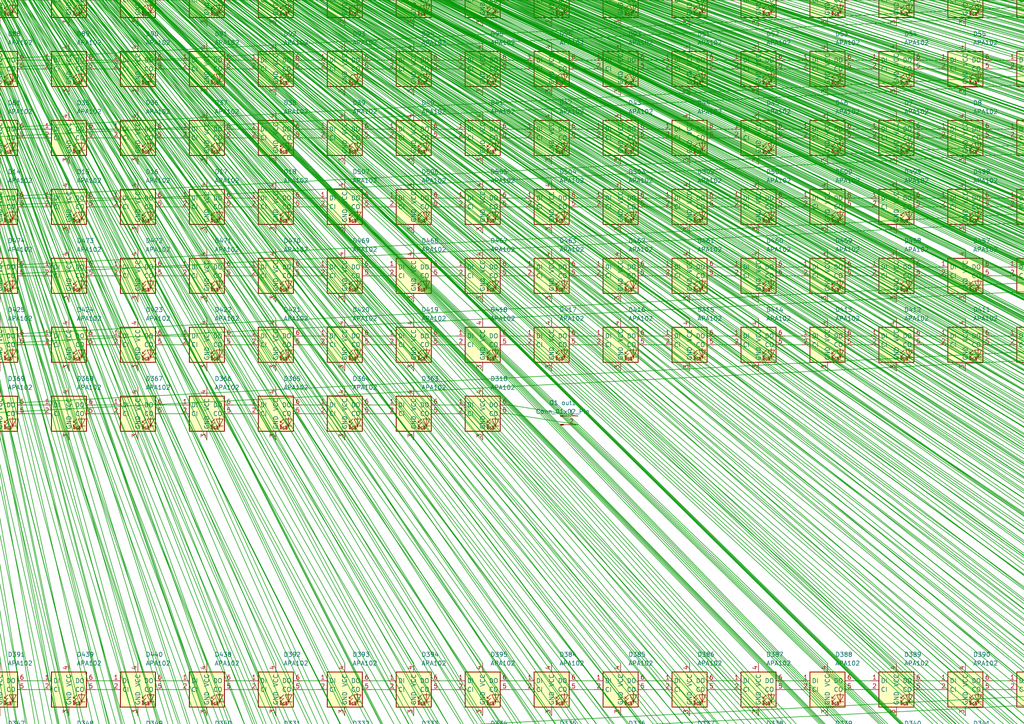
<source format=kicad_sch>
(kicad_sch (version 20231120) (generator "eeschema") (generator_version "8.0")
  (paper "A4")
  (wire (pts (xy 710 287.62) (xy -40.64 -87.63)))
  (wire (pts (xy 160 27.62) (xy -40.64 -87.63)))
  (wire (pts (xy 457.62 297.46) (xy 462.38 297.46)))
  (wire (pts (xy 300 252.38) (xy -49.53 -85.09)))
  (wire (pts (xy 67.62 220) (xy 72.38 220)))
  (wire (pts (xy 610 272.38) (xy -49.53 -85.09)))
  (wire (pts (xy 260 27.62) (xy -40.64 -87.63)))
  (wire (pts (xy 530 327.62) (xy -40.64 -87.63)))
  (wire (pts (xy 180 272.38) (xy -49.53 -85.09)))
  (wire (pts (xy 457.62 200) (xy 462.38 200)))
  (wire (pts (xy 497.62 60) (xy 502.38 60)))
  (wire (pts (xy 307.62 257.46) (xy 312.38 257.46)))
  (wire (pts (xy 690 67.62) (xy -40.64 -87.63)))
  (wire (pts (xy 300 207.62) (xy -40.64 -87.63)))
  (wire (pts (xy 650 207.62) (xy -40.64 -87.63)))
  (wire (pts (xy 80 267.62) (xy -40.64 -87.63)))
  (wire (pts (xy 630 287.62) (xy -40.64 -87.63)))
  (wire (pts (xy 167.62 20) (xy 172.38 20)))
  (wire (pts (xy 387.62 297.46) (xy -7.62 317.46)))
  (wire (pts (xy 810 247.62) (xy -40.64 -87.63)))
  (wire (pts (xy 180 107.62) (xy -40.64 -87.63)))
  (wire (pts (xy 160 107.62) (xy -40.64 -87.63)))
  (wire (pts (xy 557.62 257.46) (xy 562.38 257.46)))
  (wire (pts (xy 40 272.38) (xy -49.53 -85.09)))
  (wire (pts (xy 830 67.62) (xy -40.64 -87.63)))
  (wire (pts (xy 530 32.38) (xy -49.53 -85.09)))
  (wire (pts (xy 630 47.62) (xy -40.64 -87.63)))
  (wire (pts (xy 477.62 280) (xy 482.38 280)))
  (wire (pts (xy 650 72.38) (xy -49.53 -85.09)))
  (wire (pts (xy 320 292.38) (xy -49.53 -85.09)))
  (wire (pts (xy 610 267.62) (xy -40.64 -87.63)))
  (wire (pts (xy 347.62 197.46) (xy 352.38 197.46)))
  (wire (pts (xy 220 92.38) (xy -49.53 -85.09)))
  (wire (pts (xy 517.62 97.46) (xy 522.38 97.46)))
  (wire (pts (xy 717.62 200) (xy 722.38 200)))
  (wire (pts (xy 280 27.62) (xy -40.64 -87.63)))
  (wire (pts (xy 367.62 0) (xy 372.38 0)))
  (wire (pts (xy 737.62 100) (xy 742.38 100)))
  (wire (pts (xy 167.62 0) (xy 172.38 0)))
  (wire (pts (xy 617.62 17.46) (xy 622.38 17.46)))
  (wire (pts (xy 80 92.38) (xy -49.53 -85.09)))
  (wire (pts (xy 530 252.38) (xy -49.53 -85.09)))
  (wire (pts (xy 100 47.62) (xy -40.64 -87.63)))
  (wire (pts (xy 120 112.38) (xy -49.53 -85.09)))
  (wire (pts (xy 457.62 40) (xy 462.38 40)))
  (wire (pts (xy 227.62 237.46) (xy 232.38 237.46)))
  (wire (pts (xy 837.62 297.46) (xy 442.38 317.46)))
  (wire (pts (xy 690 207.62) (xy -40.64 -87.63)))
  (wire (pts (xy 617.62 260) (xy 622.38 260)))
  (wire (pts (xy 187.62 197.46) (xy 192.38 197.46)))
  (wire (pts (xy 677.62 57.46) (xy 682.38 57.46)))
  (wire (pts (xy 0 -7.62) (xy -49.53 -85.09)))
  (wire (pts (xy 240 87.62) (xy -40.64 -87.63)))
  (wire (pts (xy 27.62 77.46) (xy 32.38 77.46)))
  (wire (pts (xy 7.62 220) (xy 12.38 220)))
  (wire (pts (xy 810 67.62) (xy -40.64 -87.63)))
  (wire (pts (xy 737.62 0) (xy 742.38 0)))
  (wire (pts (xy 770 272.38) (xy -49.53 -85.09)))
  (wire (pts (xy 530 52.38) (xy -49.53 -85.09)))
  (wire (pts (xy 147.62 37.46) (xy 152.38 37.46)))
  (wire (pts (xy 557.62 37.46) (xy 562.38 37.46)))
  (wire (pts (xy 40 -7.62) (xy -49.53 -85.09)))
  (wire (pts (xy 67.62 100) (xy 72.38 100)))
  (wire (pts (xy 67.62 237.46) (xy 72.38 237.46)))
  (wire (pts (xy 127.62 200) (xy 132.38 200)))
  (wire (pts (xy 737.62 60) (xy 742.38 60)))
  (wire (pts (xy 80 192.38) (xy -49.53 -85.09)))
  (wire (pts (xy 220 227.62) (xy -40.64 -87.63)))
  (wire (pts (xy 597.62 77.46) (xy 602.38 77.46)))
  (wire (pts (xy 757.62 40) (xy 762.38 40)))
  (wire (pts (xy 477.62 117.46) (xy 482.38 117.46)))
  (wire (pts (xy 20 12.38) (xy -49.53 -85.09)))
  (wire (pts (xy 577.62 37.46) (xy 582.38 37.46)))
  (wire (pts (xy 380 272.38) (xy -49.53 -85.09)))
  (wire (pts (xy 87.62 57.46) (xy 92.38 57.46)))
  (wire (pts (xy 817.62 80) (xy 822.38 80)))
  (wire (pts (xy 180 52.38) (xy -49.53 -85.09)))
  (wire (pts (xy 267.62 20) (xy 272.38 20)))
  (wire (pts (xy 267.62 257.46) (xy 272.38 257.46)))
  (wire (pts (xy 630 27.62) (xy -40.64 -87.63)))
  (wire (pts (xy 730 12.38) (xy -49.53 -85.09)))
  (wire (pts (xy 817.62 280) (xy 822.38 280)))
  (wire (pts (xy 597.62 17.46) (xy 602.38 17.46)))
  (wire (pts (xy 127.62 0) (xy 132.38 0)))
  (wire (pts (xy 750 232.38) (xy -49.53 -85.09)))
  (wire (pts (xy 0 72.38) (xy -49.53 -85.09)))
  (wire (pts (xy 730 247.62) (xy -40.64 -87.63)))
  (wire (pts (xy 380 52.38) (xy -49.53 -85.09)))
  (wire (pts (xy 27.62 280) (xy 32.38 280)))
  (wire (pts (xy 597.62 37.46) (xy 602.38 37.46)))
  (wire (pts (xy 140 67.62) (xy -40.64 -87.63)))
  (wire (pts (xy 187.62 280) (xy 192.38 280)))
  (wire (pts (xy 677.62 297.46) (xy 682.38 297.46)))
  (wire (pts (xy 577.62 0) (xy 582.38 0)))
  (wire (pts (xy 320 7.62) (xy -40.64 -87.63)))
  (wire (pts (xy 790 292.38) (xy -49.53 -85.09)))
  (wire (pts (xy 0 232.38) (xy -49.53 -85.09)))
  (wire (pts (xy 497.62 257.46) (xy 502.38 257.46)))
  (wire (pts (xy 187.62 277.46) (xy 192.38 277.46)))
  (wire (pts (xy 830 107.62) (xy -40.64 -87.63)))
  (wire (pts (xy 240 207.62) (xy -40.64 -87.63)))
  (wire (pts (xy 497.62 317.46) (xy 502.38 317.46)))
  (wire (pts (xy 220 212.38) (xy -49.53 -85.09)))
  (wire (pts (xy 670 92.38) (xy -49.53 -85.09)))
  (wire (pts (xy 597.62 220) (xy 602.38 220)))
  (wire (pts (xy 537.62 240) (xy 542.38 240)))
  (wire (pts (xy 20 -7.62) (xy -49.53 -85.09)))
  (wire (pts (xy 810 -7.62) (xy -49.53 -85.09)))
  (wire (pts (xy 280 107.62) (xy -40.64 -87.63)))
  (wire (pts (xy 710 207.62) (xy -40.64 -87.63)))
  (wire (pts (xy 367.62 17.46) (xy 372.38 17.46)))
  (wire (pts (xy 47.62 77.46) (xy 52.38 77.46)))
  (wire (pts (xy 557.62 117.46) (xy 562.38 117.46)))
  (wire (pts (xy 837.62 20) (xy 442.38 40)))
  (wire (pts (xy 67.62 80) (xy 72.38 80)))
  (wire (pts (xy 630 7.62) (xy -40.64 -87.63)))
  (wire (pts (xy 677.62 0) (xy 682.38 0)))
  (wire (pts (xy 490 292.38) (xy -49.53 -85.09)))
  (wire (pts (xy 830 52.38) (xy -49.53 -85.09)))
  (wire (pts (xy 737.62 237.46) (xy 742.38 237.46)))
  (wire (pts (xy 27.62 120) (xy 32.38 120)))
  (wire (pts (xy 737.62 217.46) (xy 742.38 217.46)))
  (wire (pts (xy 570 312.38) (xy -49.53 -85.09)))
  (wire (pts (xy 550 107.62) (xy -40.64 -87.63)))
  (wire (pts (xy 470 112.38) (xy -49.53 -85.09)))
  (wire (pts (xy 47.62 40) (xy 52.38 40)))
  (wire (pts (xy 837.62 57.46) (xy 442.38 77.46)))
  (wire (pts (xy 590 52.38) (xy -49.53 -85.09)))
  (wire (pts (xy 147.62 77.46) (xy 152.38 77.46)))
  (wire (pts (xy 717.62 0) (xy 722.38 0)))
  (wire (pts (xy 530 192.38) (xy -49.53 -85.09)))
  (wire (pts (xy 697.62 300) (xy 702.38 300)))
  (wire (pts (xy 0 7.62) (xy -40.64 -87.63)))
  (wire (pts (xy 557.62 -2.54) (xy 562.38 -2.54)))
  (wire (pts (xy 517.62 120) (xy 522.38 120)))
  (wire (pts (xy 380 12.38) (xy -49.53 -85.09)))
  (wire (pts (xy 830 -7.62) (xy -49.53 -85.09)))
  (wire (pts (xy 597.62 257.46) (xy 602.38 257.46)))
  (wire (pts (xy 597.62 100) (xy 602.38 100)))
  (wire (pts (xy 120 12.38) (xy -49.53 -85.09)))
  (wire (pts (xy 790 27.62) (xy -40.64 -87.63)))
  (wire (pts (xy 40 72.38) (xy -49.53 -85.09)))
  (wire (pts (xy 597.62 80) (xy 602.38 80)))
  (wire (pts (xy 307.62 217.46) (xy 312.38 217.46)))
  (wire (pts (xy 577.62 77.46) (xy 582.38 77.46)))
  (wire (pts (xy 790 307.62) (xy -40.64 -87.63)))
  (wire (pts (xy 517.62 317.46) (xy 522.38 317.46)))
  (wire (pts (xy 307.62 200) (xy 312.38 200)))
  (wire (pts (xy 200 267.62) (xy -40.64 -87.63)))
  (wire (pts (xy 530 92.38) (xy -49.53 -85.09)))
  (wire (pts (xy 207.62 100) (xy 212.38 100)))
  (wire (pts (xy 147.62 197.46) (xy 152.38 197.46)))
  (wire (pts (xy 810 32.38) (xy -49.53 -85.09)))
  (wire (pts (xy 340 47.62) (xy -40.64 -87.63)))
  (wire (pts (xy 300 192.38) (xy -49.53 -85.09)))
  (wire (pts (xy 810 7.62) (xy -40.64 -87.63)))
  (wire (pts (xy 517.62 60) (xy 522.38 60)))
  (wire (pts (xy 770 247.62) (xy -40.64 -87.63)))
  (wire (pts (xy 697.62 20) (xy 702.38 20)))
  (wire (pts (xy 67.62 0) (xy 72.38 0)))
  (wire (pts (xy 207.62 220) (xy 212.38 220)))
  (wire (pts (xy 140 87.62) (xy -40.64 -87.63)))
  (wire (pts (xy 757.62 37.46) (xy 762.38 37.46)))
  (wire (pts (xy 650 212.38) (xy -49.53 -85.09)))
  (wire (pts (xy 530 247.62) (xy -40.64 -87.63)))
  (wire (pts (xy 577.62 300) (xy 582.38 300)))
  (wire (pts (xy 0 327.62) (xy -40.64 -87.63)))
  (wire (pts (xy 637.62 260) (xy 642.38 260)))
  (wire (pts (xy 7.62 120) (xy 12.38 120)))
  (wire (pts (xy 697.62 0) (xy 702.38 0)))
  (wire (pts (xy 140 292.38) (xy -49.53 -85.09)))
  (wire (pts (xy 490 287.62) (xy -40.64 -87.63)))
  (wire (pts (xy 590 272.38) (xy -49.53 -85.09)))
  (wire (pts (xy 677.62 277.46) (xy 682.38 277.46)))
  (wire (pts (xy 140 192.38) (xy -49.53 -85.09)))
  (wire (pts (xy 127.62 280) (xy 132.38 280)))
  (wire (pts (xy 240 227.62) (xy -40.64 -87.63)))
  (wire (pts (xy 360 212.38) (xy -49.53 -85.09)))
  (wire (pts (xy 27.62 240) (xy 32.38 240)))
  (wire (pts (xy 327.62 17.46) (xy 332.38 17.46)))
  (wire (pts (xy 750 207.62) (xy -40.64 -87.63)))
  (wire (pts (xy 260 252.38) (xy -49.53 -85.09)))
  (wire (pts (xy 307.62 300) (xy 312.38 300)))
  (wire (pts (xy 637.62 37.46) (xy 642.38 37.46)))
  (wire (pts (xy 710 7.62) (xy -40.64 -87.63)))
  (wire (pts (xy 0 12.38) (xy -49.53 -85.09)))
  (wire (pts (xy 590 67.62) (xy -40.64 -87.63)))
  (wire (pts (xy 737.62 40) (xy 742.38 40)))
  (wire (pts (xy 347.62 60) (xy 352.38 60)))
  (wire (pts (xy 537.62 17.46) (xy 542.38 17.46)))
  (wire (pts (xy 517.62 77.46) (xy 522.38 77.46)))
  (wire (pts (xy 497.62 -2.54) (xy 502.38 -2.54)))
  (wire (pts (xy 100 192.38) (xy -49.53 -85.09)))
  (wire (pts (xy 340 287.62) (xy -40.64 -87.63)))
  (wire (pts (xy 650 267.62) (xy -40.64 -87.63)))
  (wire (pts (xy 260 287.62) (xy -40.64 -87.63)))
  (wire (pts (xy 617.62 80) (xy 622.38 80)))
  (wire (pts (xy 300 32.38) (xy -49.53 -85.09)))
  (wire (pts (xy 710 232.38) (xy -49.53 -85.09)))
  (wire (pts (xy 570 327.62) (xy -40.64 -87.63)))
  (wire (pts (xy 517.62 117.46) (xy 522.38 117.46)))
  (wire (pts (xy 717.62 237.46) (xy 722.38 237.46)))
  (wire (pts (xy 537.62 220) (xy 542.38 220)))
  (wire (pts (xy 810 107.62) (xy -40.64 -87.63)))
  (wire (pts (xy 327.62 260) (xy 332.38 260)))
  (wire (pts (xy 650 12.38) (xy -49.53 -85.09)))
  (wire (pts (xy 40 107.62) (xy -40.64 -87.63)))
  (wire (pts (xy 127.62 60) (xy 132.38 60)))
  (wire (pts (xy 817.62 297.46) (xy 822.38 297.46)))
  (wire (pts (xy 67.62 277.46) (xy 72.38 277.46)))
  (wire (pts (xy 597.62 240) (xy 602.38 240)))
  (wire (pts (xy 287.62 100) (xy 292.38 100)))
  (wire (pts (xy 570 287.62) (xy -40.64 -87.63)))
  (wire (pts (xy 67.62 97.46) (xy 72.38 97.46)))
  (wire (pts (xy 100 247.62) (xy -40.64 -87.63)))
  (wire (pts (xy 227.62 220) (xy 232.38 220)))
  (wire (pts (xy 690 212.38) (xy -49.53 -85.09)))
  (wire (pts (xy 340 267.62) (xy -40.64 -87.63)))
  (wire (pts (xy 497.62 217.46) (xy 502.38 217.46)))
  (wire (pts (xy 617.62 217.46) (xy 622.38 217.46)))
  (wire (pts (xy 360 107.62) (xy -40.64 -87.63)))
  (wire (pts (xy 207.62 237.46) (xy 212.38 237.46)))
  (wire (pts (xy 730 -7.62) (xy -49.53 -85.09)))
  (wire (pts (xy 431.8 199.39) (xy 442.38 197.46)))
  (wire (pts (xy 770 232.38) (xy -49.53 -85.09)))
  (wire (pts (xy 280 72.38) (xy -49.53 -85.09)))
  (wire (pts (xy 87.62 217.46) (xy 92.38 217.46)))
  (wire (pts (xy 830 252.38) (xy -49.53 -85.09)))
  (wire (pts (xy 637.62 200) (xy 642.38 200)))
  (wire (pts (xy 837.62 220) (xy 442.38 240)))
  (wire (pts (xy 617.62 0) (xy 622.38 0)))
  (wire (pts (xy 477.62 240) (xy 482.38 240)))
  (wire (pts (xy 267.62 0) (xy 272.38 0)))
  (wire (pts (xy 557.62 277.46) (xy 562.38 277.46)))
  (wire (pts (xy 637.62 57.46) (xy 642.38 57.46)))
  (wire (pts (xy 227.62 80) (xy 232.38 80)))
  (wire (pts (xy 450 207.62) (xy -40.64 -87.63)))
  (wire (pts (xy 757.62 217.46) (xy 762.38 217.46)))
  (wire (pts (xy 160 292.38) (xy -49.53 -85.09)))
  (wire (pts (xy 140 207.62) (xy -40.64 -87.63)))
  (wire (pts (xy 570 52.38) (xy -49.53 -85.09)))
  (wire (pts (xy 650 192.38) (xy -49.53 -85.09)))
  (wire (pts (xy 267.62 100) (xy 272.38 100)))
  (wire (pts (xy 160 -7.62) (xy -49.53 -85.09)))
  (wire (pts (xy 127.62 320) (xy 144.78 323.85)))
  (wire (pts (xy 477.62 97.46) (xy 482.38 97.46)))
  (wire (pts (xy 187.62 0) (xy 192.38 0)))
  (wire (pts (xy 247.62 237.46) (xy 252.38 237.46)))
  (wire (pts (xy 127.62 260) (xy 132.38 260)))
  (wire (pts (xy 60 47.62) (xy -40.64 -87.63)))
  (wire (pts (xy 697.62 220) (xy 702.38 220)))
  (wire (pts (xy 830 12.38) (xy -49.53 -85.09)))
  (wire (pts (xy 187.62 20) (xy 192.38 20)))
  (wire (pts (xy 380 292.38) (xy -49.53 -85.09)))
  (wire (pts (xy 80 7.62) (xy -40.64 -87.63)))
  (wire (pts (xy 477.62 80) (xy 482.38 80)))
  (wire (pts (xy 240 212.38) (xy -49.53 -85.09)))
  (wire (pts (xy 710 52.38) (xy -49.53 -85.09)))
  (wire (pts (xy 7.62 60) (xy 12.38 60)))
  (wire (pts (xy 770 292.38) (xy -49.53 -85.09)))
  (wire (pts (xy 510 -7.62) (xy -49.53 -85.09)))
  (wire (pts (xy 730 212.38) (xy -49.53 -85.09)))
  (wire (pts (xy 160 32.38) (xy -49.53 -85.09)))
  (wire (pts (xy 797.62 220) (xy 802.38 220)))
  (wire (pts (xy 477.62 -2.54) (xy 482.38 -2.54)))
  (wire (pts (xy 300 47.62) (xy -40.64 -87.63)))
  (wire (pts (xy 770 207.62) (xy -40.64 -87.63)))
  (wire (pts (xy 227.62 77.46) (xy 232.38 77.46)))
  (wire (pts (xy 610 87.62) (xy -40.64 -87.63)))
  (wire (pts (xy 810 287.62) (xy -40.64 -87.63)))
  (wire (pts (xy 287.62 237.46) (xy 292.38 237.46)))
  (wire (pts (xy 797.62 197.46) (xy 802.38 197.46)))
  (wire (pts (xy 610 12.38) (xy -49.53 -85.09)))
  (wire (pts (xy 450 72.38) (xy -49.53 -85.09)))
  (wire (pts (xy 837.62 77.46) (xy 442.38 97.46)))
  (wire (pts (xy 490 127.62) (xy -40.64 -87.63)))
  (wire (pts (xy 690 307.62) (xy -40.64 -87.63)))
  (wire (pts (xy 570 32.38) (xy -49.53 -85.09)))
  (wire (pts (xy 777.62 97.46) (xy 782.38 97.46)))
  (wire (pts (xy 0 312.38) (xy -49.53 -85.09)))
  (wire (pts (xy 320 -7.62) (xy -49.53 -85.09)))
  (wire (pts (xy 670 12.38) (xy -49.53 -85.09)))
  (wire (pts (xy 387.62 -2.54) (xy -7.62 17.46)))
  (wire (pts (xy 730 27.62) (xy -40.64 -87.63)))
  (wire (pts (xy 80 272.38) (xy -49.53 -85.09)))
  (wire (pts (xy 790 47.62) (xy -40.64 -87.63)))
  (wire (pts (xy 550 207.62) (xy -40.64 -87.63)))
  (wire (pts (xy 180 27.62) (xy -40.64 -87.63)))
  (wire (pts (xy 737.62 200) (xy 742.38 200)))
  (wire (pts (xy 830 267.62) (xy -40.64 -87.63)))
  (wire (pts (xy 690 47.62) (xy -40.64 -87.63)))
  (wire (pts (xy 670 287.62) (xy -40.64 -87.63)))
  (wire (pts (xy 247.62 57.46) (xy 252.38 57.46)))
  (wire (pts (xy 107.62 300) (xy 112.38 300)))
  (wire (pts (xy 617.62 280) (xy 622.38 280)))
  (wire (pts (xy 610 7.62) (xy -40.64 -87.63)))
  (wire (pts (xy 657.62 20) (xy 662.38 20)))
  (wire (pts (xy 690 192.38) (xy -49.53 -85.09)))
  (wire (pts (xy 107.62 57.46) (xy 112.38 57.46)))
  (wire (pts (xy 770 32.38) (xy -49.53 -85.09)))
  (wire (pts (xy 200 52.38) (xy -49.53 -85.09)))
  (wire (pts (xy 717.62 280) (xy 722.38 280)))
  (wire (pts (xy 167.62 220) (xy 172.38 220)))
  (wire (pts (xy 87.62 200) (xy 92.38 200)))
  (wire (pts (xy 207.62 80) (xy 212.38 80)))
  (wire (pts (xy 690 12.38) (xy -49.53 -85.09)))
  (wire (pts (xy 260 -7.62) (xy -49.53 -85.09)))
  (wire (pts (xy 837.62 0) (xy 442.38 20)))
  (wire (pts (xy 47.62 97.46) (xy 52.38 97.46)))
  (wire (pts (xy 577.62 60) (xy 582.38 60)))
  (wire (pts (xy 140 72.38) (xy -49.53 -85.09)))
  (wire (pts (xy 510 7.62) (xy -40.64 -87.63)))
  (wire (pts (xy 260 232.38) (xy -49.53 -85.09)))
  (wire (pts (xy 557.62 17.46) (xy 562.38 17.46)))
  (wire (pts (xy 227.62 17.46) (xy 232.38 17.46)))
  (wire (pts (xy 457.62 217.46) (xy 462.38 217.46)))
  (wire (pts (xy 517.62 37.46) (xy 522.38 37.46)))
  (wire (pts (xy 247.62 260) (xy 252.38 260)))
  (wire (pts (xy 750 72.38) (xy -49.53 -85.09)))
  (wire (pts (xy 87.62 60) (xy 92.38 60)))
  (wire (pts (xy 797.62 300) (xy 802.38 300)))
  (wire (pts (xy 657.62 240) (xy 662.38 240)))
  (wire (pts (xy 770 72.38) (xy -49.53 -85.09)))
  (wire (pts (xy 367.62 237.46) (xy 372.38 237.46)))
  (wire (pts (xy 360 287.62) (xy -40.64 -87.63)))
  (wire (pts (xy 247.62 197.46) (xy 252.38 197.46)))
  (wire (pts (xy 730 307.62) (xy -40.64 -87.63)))
  (wire (pts (xy 630 12.38) (xy -49.53 -85.09)))
  (wire (pts (xy 457.62 57.46) (xy 462.38 57.46)))
  (wire (pts (xy 457.62 100) (xy 462.38 100)))
  (wire (pts (xy 240 12.38) (xy -49.53 -85.09)))
  (wire (pts (xy 617.62 60) (xy 622.38 60)))
  (wire (pts (xy 60 287.62) (xy -40.64 -87.63)))
  (wire (pts (xy 247.62 100) (xy 252.38 100)))
  (wire (pts (xy 67.62 297.46) (xy 72.38 297.46)))
  (wire (pts (xy 670 227.62) (xy -40.64 -87.63)))
  (wire (pts (xy 490 72.38) (xy -49.53 -85.09)))
  (wire (pts (xy 510 32.38) (xy -49.53 -85.09)))
  (wire (pts (xy 477.62 20) (xy 482.38 20)))
  (wire (pts (xy 537.62 37.46) (xy 542.38 37.46)))
  (wire (pts (xy 87.62 0) (xy 92.38 0)))
  (wire (pts (xy 160 307.62) (xy -40.64 -87.63)))
  (wire (pts (xy 797.62 297.46) (xy 802.38 297.46)))
  (wire (pts (xy 477.62 37.46) (xy 482.38 37.46)))
  (wire (pts (xy 240 287.62) (xy -40.64 -87.63)))
  (wire (pts (xy 590 7.62) (xy -40.64 -87.63)))
  (wire (pts (xy 510 192.38) (xy -49.53 -85.09)))
  (wire (pts (xy 387.62 260) (xy -7.62 280)))
  (wire (pts (xy 167.62 97.46) (xy 172.38 97.46)))
  (wire (pts (xy 577.62 120) (xy 582.38 120)))
  (wire (pts (xy 557.62 100) (xy 562.38 100)))
  (wire (pts (xy 617.62 100) (xy 622.38 100)))
  (wire (pts (xy 47.62 37.46) (xy 52.38 37.46)))
  (wire (pts (xy 577.62 257.46) (xy 582.38 257.46)))
  (wire (pts (xy 810 227.62) (xy -40.64 -87.63)))
  (wire (pts (xy 750 212.38) (xy -49.53 -85.09)))
  (wire (pts (xy 830 47.62) (xy -40.64 -87.63)))
  (wire (pts (xy 650 272.38) (xy -49.53 -85.09)))
  (wire (pts (xy 457.62 -2.54) (xy 462.38 -2.54)))
  (wire (pts (xy 497.62 57.46) (xy 502.38 57.46)))
  (wire (pts (xy 450 292.38) (xy -49.53 -85.09)))
  (wire (pts (xy 497.62 237.46) (xy 502.38 237.46)))
  (wire (pts (xy 610 27.62) (xy -40.64 -87.63)))
  (wire (pts (xy 497.62 77.46) (xy 502.38 77.46)))
  (wire (pts (xy 247.62 40) (xy 252.38 40)))
  (wire (pts (xy 107.62 37.46) (xy 112.38 37.46)))
  (wire (pts (xy 47.62 197.46) (xy 52.38 197.46)))
  (wire (pts (xy 80 52.38) (xy -49.53 -85.09)))
  (wire (pts (xy 637.62 257.46) (xy 642.38 257.46)))
  (wire (pts (xy 7.62 297.46) (xy 12.38 297.46)))
  (wire (pts (xy 490 227.62) (xy -40.64 -87.63)))
  (wire (pts (xy 677.62 280) (xy 682.38 280)))
  (wire (pts (xy 227.62 -2.54) (xy 232.38 -2.54)))
  (wire (pts (xy 457.62 37.46) (xy 462.38 37.46)))
  (wire (pts (xy 140 272.38) (xy -49.53 -85.09)))
  (wire (pts (xy 610 227.62) (xy -40.64 -87.63)))
  (wire (pts (xy 637.62 217.46) (xy 642.38 217.46)))
  (wire (pts (xy 300 267.62) (xy -40.64 -87.63)))
  (wire (pts (xy 227.62 100) (xy 232.38 100)))
  (wire (pts (xy 47.62 300) (xy 52.38 300)))
  (wire (pts (xy 797.62 280) (xy 802.38 280)))
  (wire (pts (xy 557.62 320) (xy 562.38 320)))
  (wire (pts (xy 107.62 240) (xy 112.38 240)))
  (wire (pts (xy 167.62 300) (xy 172.38 300)))
  (wire (pts (xy 757.62 277.46) (xy 762.38 277.46)))
  (wire (pts (xy 227.62 37.46) (xy 232.38 37.46)))
  (wire (pts (xy 450 87.62) (xy -40.64 -87.63)))
  (wire (pts (xy 610 47.62) (xy -40.64 -87.63)))
  (wire (pts (xy 677.62 97.46) (xy 682.38 97.46)))
  (wire (pts (xy 200 87.62) (xy -40.64 -87.63)))
  (wire (pts (xy 510 327.62) (xy -40.64 -87.63)))
  (wire (pts (xy 537.62 40) (xy 542.38 40)))
  (wire (pts (xy 797.62 77.46) (xy 802.38 77.46)))
  (wire (pts (xy 457.62 17.46) (xy 462.38 17.46)))
  (wire (pts (xy 557.62 197.46) (xy 562.38 197.46)))
  (wire (pts (xy 457.62 240) (xy 462.38 240)))
  (wire (pts (xy 60 327.62) (xy -40.64 -87.63)))
  (wire (pts (xy 670 72.38) (xy -49.53 -85.09)))
  (wire (pts (xy 20 92.38) (xy -49.53 -85.09)))
  (wire (pts (xy 247.62 200) (xy 252.38 200)))
  (wire (pts (xy 610 32.38) (xy -49.53 -85.09)))
  (wire (pts (xy 550 112.38) (xy -49.53 -85.09)))
  (wire (pts (xy 100 307.62) (xy -40.64 -87.63)))
  (wire (pts (xy 287.62 257.46) (xy 292.38 257.46)))
  (wire (pts (xy 340 27.62) (xy -40.64 -87.63)))
  (wire (pts (xy 147.62 280) (xy 152.38 280)))
  (wire (pts (xy 247.62 80) (xy 252.38 80)))
  (wire (pts (xy 450 192.38) (xy -49.53 -85.09)))
  (wire (pts (xy 637.62 197.46) (xy 642.38 197.46)))
  (wire (pts (xy 7.62 97.46) (xy 12.38 97.46)))
  (wire (pts (xy 207.62 257.46) (xy 212.38 257.46)))
  (wire (pts (xy 597.62 57.46) (xy 602.38 57.46)))
  (wire (pts (xy 120 92.38) (xy -49.53 -85.09)))
  (wire (pts (xy 140 92.38) (xy -49.53 -85.09)))
  (wire (pts (xy 597.62 40) (xy 602.38 40)))
  (wire (pts (xy 340 12.38) (xy -49.53 -85.09)))
  (wire (pts (xy 320 87.62) (xy -40.64 -87.63)))
  (wire (pts (xy 517.62 277.46) (xy 522.38 277.46)))
  (wire (pts (xy 260 52.38) (xy -49.53 -85.09)))
  (wire (pts (xy 327.62 280) (xy 332.38 280)))
  (wire (pts (xy 87.62 17.46) (xy 92.38 17.46)))
  (wire (pts (xy 597.62 0) (xy 602.38 0)))
  (wire (pts (xy 307.62 237.46) (xy 312.38 237.46)))
  (wire (pts (xy 300 107.62) (xy -40.64 -87.63)))
  (wire (pts (xy 650 67.62) (xy -40.64 -87.63)))
  (wire (pts (xy 260 87.62) (xy -40.64 -87.63)))
  (wire (pts (xy 147.62 60) (xy 152.38 60)))
  (wire (pts (xy 750 227.62) (xy -40.64 -87.63)))
  (wire (pts (xy 630 92.38) (xy -49.53 -85.09)))
  (wire (pts (xy 797.62 0) (xy 802.38 0)))
  (wire (pts (xy 450 312.38) (xy -49.53 -85.09)))
  (wire (pts (xy 347.62 200) (xy 352.38 200)))
  (wire (pts (xy 147.62 97.46) (xy 152.38 97.46)))
  (wire (pts (xy 187.62 217.46) (xy 192.38 217.46)))
  (wire (pts (xy 757.62 80) (xy 762.38 80)))
  (wire (pts (xy 100 327.62) (xy -40.64 -87.63)))
  (wire (pts (xy 717.62 257.46) (xy 722.38 257.46)))
  (wire (pts (xy 340 -7.62) (xy -49.53 -85.09)))
  (wire (pts (xy 550 27.62) (xy -40.64 -87.63)))
  (wire (pts (xy 387.62 197.46) (xy -7.62 217.46)))
  (wire (pts (xy 0 112.38) (xy -49.53 -85.09)))
  (wire (pts (xy 457.62 77.46) (xy 462.38 77.46)))
  (wire (pts (xy 320 232.38) (xy -49.53 -85.09)))
  (wire (pts (xy 837.62 37.46) (xy 442.38 57.46)))
  (wire (pts (xy 777.62 260) (xy 782.38 260)))
  (wire (pts (xy 830 32.38) (xy -49.53 -85.09)))
  (wire (pts (xy 737.62 260) (xy 742.38 260)))
  (wire (pts (xy 537.62 300) (xy 542.38 300)))
  (wire (pts (xy 267.62 37.46) (xy 272.38 37.46)))
  (wire (pts (xy 697.62 77.46) (xy 702.38 77.46)))
  (wire (pts (xy 387.62 20) (xy -7.62 40)))
  (wire (pts (xy 60 92.38) (xy -49.53 -85.09)))
  (wire (pts (xy 537.62 20) (xy 542.38 20)))
  (wire (pts (xy 517.62 200) (xy 522.38 200)))
  (wire (pts (xy 227.62 217.46) (xy 232.38 217.46)))
  (wire (pts (xy 577.62 320) (xy 582.38 320)))
  (wire (pts (xy 87.62 117.46) (xy 92.38 117.46)))
  (wire (pts (xy 227.62 40) (xy 232.38 40)))
  (wire (pts (xy 27.62 200) (xy 32.38 200)))
  (wire (pts (xy 717.62 220) (xy 722.38 220)))
  (wire (pts (xy 530 47.62) (xy -40.64 -87.63)))
  (wire (pts (xy 207.62 200) (xy 212.38 200)))
  (wire (pts (xy 537.62 -2.54) (xy 542.38 -2.54)))
  (wire (pts (xy 717.62 97.46) (xy 722.38 97.46)))
  (wire (pts (xy 287.62 197.46) (xy 292.38 197.46)))
  (wire (pts (xy 167.62 57.46) (xy 172.38 57.46)))
  (wire (pts (xy 100 127.62) (xy -40.64 -87.63)))
  (wire (pts (xy 360 292.38) (xy -49.53 -85.09)))
  (wire (pts (xy 320 192.38) (xy -49.53 -85.09)))
  (wire (pts (xy 450 112.38) (xy -49.53 -85.09)))
  (wire (pts (xy 140 247.62) (xy -40.64 -87.63)))
  (wire (pts (xy 497.62 80) (xy 502.38 80)))
  (wire (pts (xy 207.62 197.46) (xy 212.38 197.46)))
  (wire (pts (xy 777.62 217.46) (xy 782.38 217.46)))
  (wire (pts (xy 510 287.62) (xy -40.64 -87.63)))
  (wire (pts (xy 577.62 277.46) (xy 582.38 277.46)))
  (wire (pts (xy 340 252.38) (xy -49.53 -85.09)))
  (wire (pts (xy 67.62 17.46) (xy 72.38 17.46)))
  (wire (pts (xy 597.62 320) (xy 602.38 320)))
  (wire (pts (xy 247.62 0) (xy 252.38 0)))
  (wire (pts (xy 537.62 317.46) (xy 542.38 317.46)))
  (wire (pts (xy 617.62 40) (xy 622.38 40)))
  (wire (pts (xy 40 67.62) (xy -40.64 -87.63)))
  (wire (pts (xy 300 12.38) (xy -49.53 -85.09)))
  (wire (pts (xy 510 227.62) (xy -40.64 -87.63)))
  (wire (pts (xy 477.62 257.46) (xy 482.38 257.46)))
  (wire (pts (xy 537.62 200) (xy 542.38 200)))
  (wire (pts (xy 697.62 200) (xy 702.38 200)))
  (wire (pts (xy 47.62 237.46) (xy 52.38 237.46)))
  (wire (pts (xy 40 92.38) (xy -49.53 -85.09)))
  (wire (pts (xy 777.62 20) (xy 782.38 20)))
  (wire (pts (xy 47.62 57.46) (xy 52.38 57.46)))
  (wire (pts (xy 267.62 40) (xy 272.38 40)))
  (wire (pts (xy 750 92.38) (xy -49.53 -85.09)))
  (wire (pts (xy 457.62 117.46) (xy 462.38 117.46)))
  (wire (pts (xy 817.62 300) (xy 822.38 300)))
  (wire (pts (xy 240 92.38) (xy -49.53 -85.09)))
  (wire (pts (xy 530 292.38) (xy -49.53 -85.09)))
  (wire (pts (xy 127.62 300) (xy 132.38 300)))
  (wire (pts (xy 550 72.38) (xy -49.53 -85.09)))
  (wire (pts (xy 757.62 20) (xy 762.38 20)))
  (wire (pts (xy 160 267.62) (xy -40.64 -87.63)))
  (wire (pts (xy 100 112.38) (xy -49.53 -85.09)))
  (wire (pts (xy 120 47.62) (xy -40.64 -87.63)))
  (wire (pts (xy 737.62 37.46) (xy 742.38 37.46)))
  (wire (pts (xy 20 7.62) (xy -40.64 -87.63)))
  (wire (pts (xy 87.62 20) (xy 92.38 20)))
  (wire (pts (xy 477.62 217.46) (xy 482.38 217.46)))
  (wire (pts (xy 0 67.62) (xy -40.64 -87.63)))
  (wire (pts (xy 240 307.62) (xy -40.64 -87.63)))
  (wire (pts (xy 517.62 320) (xy 522.38 320)))
  (wire (pts (xy 220 -7.62) (xy -49.53 -85.09)))
  (wire (pts (xy 497.62 260) (xy 502.38 260)))
  (wire (pts (xy 657.62 280) (xy 662.38 280)))
  (wire (pts (xy 477.62 0) (xy 482.38 0)))
  (wire (pts (xy 180 227.62) (xy -40.64 -87.63)))
  (wire (pts (xy 750 287.62) (xy -40.64 -87.63)))
  (wire (pts (xy 490 267.62) (xy -40.64 -87.63)))
  (wire (pts (xy 650 232.38) (xy -49.53 -85.09)))
  (wire (pts (xy 20 87.62) (xy -40.64 -87.63)))
  (wire (pts (xy 87.62 320) (xy 92.38 320)))
  (wire (pts (xy 167.62 77.46) (xy 172.38 77.46)))
  (wire (pts (xy 490 272.38) (xy -49.53 -85.09)))
  (wire (pts (xy 240 292.38) (xy -49.53 -85.09)))
  (wire (pts (xy 477.62 220) (xy 482.38 220)))
  (wire (pts (xy 260 92.38) (xy -49.53 -85.09)))
  (wire (pts (xy 127.62 97.46) (xy 132.38 97.46)))
  (wire (pts (xy 147.62 20) (xy 152.38 20)))
  (wire (pts (xy 187.62 200) (xy 192.38 200)))
  (wire (pts (xy 200 212.38) (xy -49.53 -85.09)))
  (wire (pts (xy 280 307.62) (xy -40.64 -87.63)))
  (wire (pts (xy 267.62 200) (xy 272.38 200)))
  (wire (pts (xy 790 12.38) (xy -49.53 -85.09)))
  (wire (pts (xy 227.62 0) (xy 232.38 0)))
  (wire (pts (xy 517.62 57.46) (xy 522.38 57.46)))
  (wire (pts (xy 247.62 77.46) (xy 252.38 77.46)))
  (wire (pts (xy 550 327.62) (xy -40.64 -87.63)))
  (wire (pts (xy 790 227.62) (xy -40.64 -87.63)))
  (wire (pts (xy 40 232.38) (xy -49.53 -85.09)))
  (wire (pts (xy 837.62 40) (xy 442.38 60)))
  (wire (pts (xy 147.62 200) (xy 152.38 200)))
  (wire (pts (xy 537.62 117.46) (xy 542.38 117.46)))
  (wire (pts (xy 577.62 100) (xy 582.38 100)))
  (wire (pts (xy 60 -7.62) (xy -49.53 -85.09)))
  (wire (pts (xy 577.62 -2.54) (xy 582.38 -2.54)))
  (wire (pts (xy 267.62 297.46) (xy 272.38 297.46)))
  (wire (pts (xy 537.62 197.46) (xy 542.38 197.46)))
  (wire (pts (xy 347.62 20) (xy 352.38 20)))
  (wire (pts (xy 810 307.62) (xy -40.64 -87.63)))
  (wire (pts (xy 107.62 117.46) (xy 112.38 117.46)))
  (wire (pts (xy 327.62 237.46) (xy 332.38 237.46)))
  (wire (pts (xy 280 267.62) (xy -40.64 -87.63)))
  (wire (pts (xy 470 27.62) (xy -40.64 -87.63)))
  (wire (pts (xy 597.62 260) (xy 602.38 260)))
  (wire (pts (xy 107.62 97.46) (xy 112.38 97.46)))
  (wire (pts (xy 710 87.62) (xy -40.64 -87.63)))
  (wire (pts (xy 697.62 217.46) (xy 702.38 217.46)))
  (wire (pts (xy 120 -7.62) (xy -49.53 -85.09)))
  (wire (pts (xy 267.62 80) (xy 272.38 80)))
  (wire (pts (xy 610 72.38) (xy -49.53 -85.09)))
  (wire (pts (xy 617.62 220) (xy 622.38 220)))
  (wire (pts (xy 267.62 197.46) (xy 272.38 197.46)))
  (wire (pts (xy 457.62 260) (xy 462.38 260)))
  (wire (pts (xy 777.62 277.46) (xy 782.38 277.46)))
  (wire (pts (xy 120 207.62) (xy -40.64 -87.63)))
  (wire (pts (xy 67.62 40) (xy 72.38 40)))
  (wire (pts (xy 510 27.62) (xy -40.64 -87.63)))
  (wire (pts (xy 570 272.38) (xy -49.53 -85.09)))
  (wire (pts (xy 677.62 300) (xy 682.38 300)))
  (wire (pts (xy 790 -7.62) (xy -49.53 -85.09)))
  (wire (pts (xy 770 107.62) (xy -40.64 -87.63)))
  (wire (pts (xy 320 92.38) (xy -49.53 -85.09)))
  (wire (pts (xy 710 72.38) (xy -49.53 -85.09)))
  (wire (pts (xy 127.62 17.46) (xy 132.38 17.46)))
  (wire (pts (xy 777.62 57.46) (xy 782.38 57.46)))
  (wire (pts (xy 360 267.62) (xy -40.64 -87.63)))
  (wire (pts (xy 590 87.62) (xy -40.64 -87.63)))
  (wire (pts (xy 140 267.62) (xy -40.64 -87.63)))
  (wire (pts (xy 80 72.38) (xy -49.53 -85.09)))
  (wire (pts (xy 147.62 257.46) (xy 152.38 257.46)))
  (wire (pts (xy 180 212.38) (xy -49.53 -85.09)))
  (wire (pts (xy 7.62 197.46) (xy 12.38 197.46)))
  (wire (pts (xy 690 247.62) (xy -40.64 -87.63)))
  (wire (pts (xy 80 307.62) (xy -40.64 -87.63)))
  (wire (pts (xy 380 87.62) (xy -40.64 -87.63)))
  (wire (pts (xy 550 32.38) (xy -49.53 -85.09)))
  (wire (pts (xy 247.62 240) (xy 252.38 240)))
  (wire (pts (xy 287.62 300) (xy 292.38 300)))
  (wire (pts (xy 307.62 40) (xy 312.38 40)))
  (wire (pts (xy 690 52.38) (xy -49.53 -85.09)))
  (wire (pts (xy 490 312.38) (xy -49.53 -85.09)))
  (wire (pts (xy 790 272.38) (xy -49.53 -85.09)))
  (wire (pts (xy 530 227.62) (xy -40.64 -87.63)))
  (wire (pts (xy 247.62 37.46) (xy 252.38 37.46)))
  (wire (pts (xy 797.62 97.46) (xy 802.38 97.46)))
  (wire (pts (xy 537.62 97.46) (xy 542.38 97.46)))
  (wire (pts (xy 47.62 320) (xy 52.38 320)))
  (wire (pts (xy 300 52.38) (xy -49.53 -85.09)))
  (wire (pts (xy 670 7.62) (xy -40.64 -87.63)))
  (wire (pts (xy 510 112.38) (xy -49.53 -85.09)))
  (wire (pts (xy 20 127.62) (xy -40.64 -87.63)))
  (wire (pts (xy 450 52.38) (xy -49.53 -85.09)))
  (wire (pts (xy 20 112.38) (xy -49.53 -85.09)))
  (wire (pts (xy 457.62 300) (xy 462.38 300)))
  (wire (pts (xy 380 67.62) (xy -40.64 -87.63)))
  (wire (pts (xy 470 12.38) (xy -49.53 -85.09)))
  (wire (pts (xy 307.62 280) (xy 312.38 280)))
  (wire (pts (xy 0 92.38) (xy -49.53 -85.09)))
  (wire (pts (xy 167.62 280) (xy 172.38 280)))
  (wire (pts (xy 570 87.62) (xy -40.64 -87.63)))
  (wire (pts (xy 737.62 77.46) (xy 742.38 77.46)))
  (wire (pts (xy 180 232.38) (xy -49.53 -85.09)))
  (wire (pts (xy 320 227.62) (xy -40.64 -87.63)))
  (wire (pts (xy 757.62 0) (xy 762.38 0)))
  (wire (pts (xy 830 307.62) (xy -40.64 -87.63)))
  (wire (pts (xy 777.62 300) (xy 782.38 300)))
  (wire (pts (xy 537.62 100) (xy 542.38 100)))
  (wire (pts (xy 387.62 257.46) (xy -7.62 277.46)))
  (wire (pts (xy 260 267.62) (xy -40.64 -87.63)))
  (wire (pts (xy 327.62 297.46) (xy 332.38 297.46)))
  (wire (pts (xy 340 32.38) (xy -49.53 -85.09)))
  (wire (pts (xy 837.62 200) (xy 442.38 220)))
  (wire (pts (xy 327.62 277.46) (xy 332.38 277.46)))
  (wire (pts (xy 27.62 257.46) (xy 32.38 257.46)))
  (wire (pts (xy 60 87.62) (xy -40.64 -87.63)))
  (wire (pts (xy 327.62 300) (xy 332.38 300)))
  (wire (pts (xy 670 232.38) (xy -49.53 -85.09)))
  (wire (pts (xy 630 67.62) (xy -40.64 -87.63)))
  (wire (pts (xy 387.62 57.46) (xy -7.62 77.46)))
  (wire (pts (xy 470 232.38) (xy -49.53 -85.09)))
  (wire (pts (xy 367.62 40) (xy 372.38 40)))
  (wire (pts (xy 470 287.62) (xy -40.64 -87.63)))
  (wire (pts (xy 790 107.62) (xy -40.64 -87.63)))
  (wire (pts (xy 87.62 280) (xy 92.38 280)))
  (wire (pts (xy 80 287.62) (xy -40.64 -87.63)))
  (wire (pts (xy 180 252.38) (xy -49.53 -85.09)))
  (wire (pts (xy 47.62 240) (xy 52.38 240)))
  (wire (pts (xy 537.62 320) (xy 542.38 320)))
  (wire (pts (xy 140 52.38) (xy -49.53 -85.09)))
  (wire (pts (xy 0 267.62) (xy -40.64 -87.63)))
  (wire (pts (xy 20 207.62) (xy -40.64 -87.63)))
  (wire (pts (xy 470 227.62) (xy -40.64 -87.63)))
  (wire (pts (xy 40 192.38) (xy -49.53 -85.09)))
  (wire (pts (xy 220 32.38) (xy -49.53 -85.09)))
  (wire (pts (xy 810 87.62) (xy -40.64 -87.63)))
  (wire (pts (xy 530 67.62) (xy -40.64 -87.63)))
  (wire (pts (xy 590 232.38) (xy -49.53 -85.09)))
  (wire (pts (xy 810 27.62) (xy -40.64 -87.63)))
  (wire (pts (xy 7.62 257.46) (xy 12.38 257.46)))
  (wire (pts (xy 697.62 57.46) (xy 702.38 57.46)))
  (wire (pts (xy 730 272.38) (xy -49.53 -85.09)))
  (wire (pts (xy 220 252.38) (xy -49.53 -85.09)))
  (wire (pts (xy 650 227.62) (xy -40.64 -87.63)))
  (wire (pts (xy 7.62 317.46) (xy 12.38 317.46)))
  (wire (pts (xy 477.62 300) (xy 482.38 300)))
  (wire (pts (xy 280 47.62) (xy -40.64 -87.63)))
  (wire (pts (xy 557.62 0) (xy 562.38 0)))
  (wire (pts (xy 60 52.38) (xy -49.53 -85.09)))
  (wire (pts (xy 220 87.62) (xy -40.64 -87.63)))
  (wire (pts (xy 557.62 77.46) (xy 562.38 77.46)))
  (wire (pts (xy 120 52.38) (xy -49.53 -85.09)))
  (wire (pts (xy 227.62 200) (xy 232.38 200)))
  (wire (pts (xy 60 127.62) (xy -40.64 -87.63)))
  (wire (pts (xy 570 27.62) (xy -40.64 -87.63)))
  (wire (pts (xy 757.62 260) (xy 762.38 260)))
  (wire (pts (xy 550 192.38) (xy -49.53 -85.09)))
  (wire (pts (xy 0 192.38) (xy -49.53 -85.09)))
  (wire (pts (xy 830 292.38) (xy -49.53 -85.09)))
  (wire (pts (xy 340 7.62) (xy -40.64 -87.63)))
  (wire (pts (xy 797.62 260) (xy 802.38 260)))
  (wire (pts (xy 810 72.38) (xy -49.53 -85.09)))
  (wire (pts (xy 280 292.38) (xy -49.53 -85.09)))
  (wire (pts (xy 830 72.38) (xy -49.53 -85.09)))
  (wire (pts (xy 60 227.62) (xy -40.64 -87.63)))
  (wire (pts (xy 577.62 17.46) (xy 582.38 17.46)))
  (wire (pts (xy 27.62 57.46) (xy 32.38 57.46)))
  (wire (pts (xy 187.62 80) (xy 192.38 80)))
  (wire (pts (xy 497.62 17.46) (xy 502.38 17.46)))
  (wire (pts (xy 127.62 40) (xy 132.38 40)))
  (wire (pts (xy 837.62 -2.54) (xy 442.38 17.46)))
  (wire (pts (xy 367.62 37.46) (xy 372.38 37.46)))
  (wire (pts (xy 0 272.38) (xy -49.53 -85.09)))
  (wire (pts (xy 140 32.38) (xy -49.53 -85.09)))
  (wire (pts (xy 87.62 197.46) (xy 92.38 197.46)))
  (wire (pts (xy 387.62 237.46) (xy -7.62 257.46)))
  (wire (pts (xy 120 72.38) (xy -49.53 -85.09)))
  (wire (pts (xy 817.62 197.46) (xy 822.38 197.46)))
  (wire (pts (xy 790 232.38) (xy -49.53 -85.09)))
  (wire (pts (xy 830 272.38) (xy -49.53 -85.09)))
  (wire (pts (xy 20 72.38) (xy -49.53 -85.09)))
  (wire (pts (xy 247.62 280) (xy 252.38 280)))
  (wire (pts (xy 180 7.62) (xy -40.64 -87.63)))
  (wire (pts (xy 677.62 217.46) (xy 682.38 217.46)))
  (wire (pts (xy 570 67.62) (xy -40.64 -87.63)))
  (wire (pts (xy 387.62 240) (xy -7.62 260)))
  (wire (pts (xy 367.62 80) (xy 372.38 80)))
  (wire (pts (xy 657.62 220) (xy 662.38 220)))
  (wire (pts (xy 107.62 217.46) (xy 112.38 217.46)))
  (wire (pts (xy 160 212.38) (xy -49.53 -85.09)))
  (wire (pts (xy 347.62 237.46) (xy 352.38 237.46)))
  (wire (pts (xy 47.62 277.46) (xy 52.38 277.46)))
  (wire (pts (xy 457.62 320) (xy 462.38 320)))
  (wire (pts (xy 260 307.62) (xy -40.64 -87.63)))
  (wire (pts (xy 167.62 260) (xy 172.38 260)))
  (wire (pts (xy 650 -7.62) (xy -49.53 -85.09)))
  (wire (pts (xy 817.62 277.46) (xy 822.38 277.46)))
  (wire (pts (xy 267.62 77.46) (xy 272.38 77.46)))
  (wire (pts (xy 100 12.38) (xy -49.53 -85.09)))
  (wire (pts (xy 717.62 297.46) (xy 722.38 297.46)))
  (wire (pts (xy 160 67.62) (xy -40.64 -87.63)))
  (wire (pts (xy 657.62 77.46) (xy 662.38 77.46)))
  (wire (pts (xy 757.62 17.46) (xy 762.38 17.46)))
  (wire (pts (xy 187.62 60) (xy 192.38 60)))
  (wire (pts (xy 717.62 240) (xy 722.38 240)))
  (wire (pts (xy 557.62 317.46) (xy 562.38 317.46)))
  (wire (pts (xy 637.62 240) (xy 642.38 240)))
  (wire (pts (xy 40 252.38) (xy -49.53 -85.09)))
  (wire (pts (xy 327.62 40) (xy 332.38 40)))
  (wire (pts (xy 530 207.62) (xy -40.64 -87.63)))
  (wire (pts (xy 367.62 97.46) (xy 372.38 97.46)))
  (wire (pts (xy 470 67.62) (xy -40.64 -87.63)))
  (wire (pts (xy 550 252.38) (xy -49.53 -85.09)))
  (wire (pts (xy 837.62 100) (xy 442.38 120)))
  (wire (pts (xy 207.62 0) (xy 212.38 0)))
  (wire (pts (xy 837.62 300) (xy 442.38 320)))
  (wire (pts (xy 20 247.62) (xy -40.64 -87.63)))
  (wire (pts (xy 617.62 97.46) (xy 622.38 97.46)))
  (wire (pts (xy 47.62 280) (xy 52.38 280)))
  (wire (pts (xy 770 27.62) (xy -40.64 -87.63)))
  (wire (pts (xy 610 232.38) (xy -49.53 -85.09)))
  (wire (pts (xy 60 247.62) (xy -40.64 -87.63)))
  (wire (pts (xy 287.62 77.46) (xy 292.38 77.46)))
  (wire (pts (xy 240 7.62) (xy -40.64 -87.63)))
  (wire (pts (xy 750 27.62) (xy -40.64 -87.63)))
  (wire (pts (xy 790 67.62) (xy -40.64 -87.63)))
  (wire (pts (xy 200 207.62) (xy -40.64 -87.63)))
  (wire (pts (xy 180 307.62) (xy -40.64 -87.63)))
  (wire (pts (xy 477.62 60) (xy 482.38 60)))
  (wire (pts (xy 80 12.38) (xy -49.53 -85.09)))
  (wire (pts (xy 20 287.62) (xy -40.64 -87.63)))
  (wire (pts (xy 240 272.38) (xy -49.53 -85.09)))
  (wire (pts (xy 200 47.62) (xy -40.64 -87.63)))
  (wire (pts (xy 67.62 197.46) (xy 72.38 197.46)))
  (wire (pts (xy 120 87.62) (xy -40.64 -87.63)))
  (wire (pts (xy 140 27.62) (xy -40.64 -87.63)))
  (wire (pts (xy 577.62 97.46) (xy 582.38 97.46)))
  (wire (pts (xy 550 247.62) (xy -40.64 -87.63)))
  (wire (pts (xy 247.62 297.46) (xy 252.38 297.46)))
  (wire (pts (xy 320 27.62) (xy -40.64 -87.63)))
  (wire (pts (xy 307.62 37.46) (xy 312.38 37.46)))
  (wire (pts (xy 247.62 97.46) (xy 252.38 97.46)))
  (wire (pts (xy 27.62 37.46) (xy 32.38 37.46)))
  (wire (pts (xy 570 267.62) (xy -40.64 -87.63)))
  (wire (pts (xy 347.62 17.46) (xy 352.38 17.46)))
  (wire (pts (xy 730 107.62) (xy -40.64 -87.63)))
  (wire (pts (xy 7.62 20) (xy 12.38 20)))
  (wire (pts (xy 490 307.62) (xy -40.64 -87.63)))
  (wire (pts (xy 590 -7.62) (xy -49.53 -85.09)))
  (wire (pts (xy 247.62 300) (xy 252.38 300)))
  (wire (pts (xy 100 7.62) (xy -40.64 -87.63)))
  (wire (pts (xy 327.62 200) (xy 332.38 200)))
  (wire (pts (xy 207.62 -2.54) (xy 212.38 -2.54)))
  (wire (pts (xy 439.42 -1.27) (xy 442.38 0)))
  (wire (pts (xy 120 267.62) (xy -40.64 -87.63)))
  (wire (pts (xy 537.62 257.46) (xy 542.38 257.46)))
  (wire (pts (xy 247.62 277.46) (xy 252.38 277.46)))
  (wire (pts (xy 737.62 57.46) (xy 742.38 57.46)))
  (wire (pts (xy 220 232.38) (xy -49.53 -85.09)))
  (wire (pts (xy 200 72.38) (xy -49.53 -85.09)))
  (wire (pts (xy 227.62 20) (xy 232.38 20)))
  (wire (pts (xy 200 67.62) (xy -40.64 -87.63)))
  (wire (pts (xy 67.62 260) (xy 72.38 260)))
  (wire (pts (xy 830 232.38) (xy -49.53 -85.09)))
  (wire (pts (xy 100 67.62) (xy -40.64 -87.63)))
  (wire (pts (xy 657.62 60) (xy 662.38 60)))
  (wire (pts (xy 360 207.62) (xy -40.64 -87.63)))
  (wire (pts (xy 120 232.38) (xy -49.53 -85.09)))
  (wire (pts (xy 817.62 237.46) (xy 822.38 237.46)))
  (wire (pts (xy 100 252.38) (xy -49.53 -85.09)))
  (wire (pts (xy 537.62 237.46) (xy 542.38 237.46)))
  (wire (pts (xy 0 47.62) (xy -40.64 -87.63)))
  (wire (pts (xy 60 112.38) (xy -49.53 -85.09)))
  (wire (pts (xy 120 127.62) (xy -40.64 -87.63)))
  (wire (pts (xy 127.62 80) (xy 132.38 80)))
  (wire (pts (xy 300 307.62) (xy -40.64 -87.63)))
  (wire (pts (xy 240 252.38) (xy -49.53 -85.09)))
  (wire (pts (xy 470 72.38) (xy -49.53 -85.09)))
  (wire (pts (xy 167.62 277.46) (xy 172.38 277.46)))
  (wire (pts (xy 770 52.38) (xy -49.53 -85.09)))
  (wire (pts (xy 80 312.38) (xy -49.53 -85.09)))
  (wire (pts (xy 380 27.62) (xy -40.64 -87.63)))
  (wire (pts (xy 100 32.38) (xy -49.53 -85.09)))
  (wire (pts (xy 697.62 297.46) (xy 702.38 297.46)))
  (wire (pts (xy 140 112.38) (xy -49.53 -85.09)))
  (wire (pts (xy 300 72.38) (xy -49.53 -85.09)))
  (wire (pts (xy 187.62 297.46) (xy 192.38 297.46)))
  (wire (pts (xy 47.62 100) (xy 52.38 100)))
  (wire (pts (xy 40 47.62) (xy -40.64 -87.63)))
  (wire (pts (xy 207.62 280) (xy 212.38 280)))
  (wire (pts (xy 710 292.38) (xy -49.53 -85.09)))
  (wire (pts (xy 307.62 80) (xy 312.38 80)))
  (wire (pts (xy 550 7.62) (xy -40.64 -87.63)))
  (wire (pts (xy 510 72.38) (xy -49.53 -85.09)))
  (wire (pts (xy 27.62 317.46) (xy 32.38 317.46)))
  (wire (pts (xy 280 67.62) (xy -40.64 -87.63)))
  (wire (pts (xy 797.62 277.46) (xy 802.38 277.46)))
  (wire (pts (xy 327.62 220) (xy 332.38 220)))
  (wire (pts (xy 657.62 57.46) (xy 662.38 57.46)))
  (wire (pts (xy 750 52.38) (xy -49.53 -85.09)))
  (wire (pts (xy 670 307.62) (xy -40.64 -87.63)))
  (wire (pts (xy 670 52.38) (xy -49.53 -85.09)))
  (wire (pts (xy 320 252.38) (xy -49.53 -85.09)))
  (wire (pts (xy 557.62 120) (xy 562.38 120)))
  (wire (pts (xy 737.62 197.46) (xy 742.38 197.46)))
  (wire (pts (xy 107.62 40) (xy 112.38 40)))
  (wire (pts (xy 367.62 57.46) (xy 372.38 57.46)))
  (wire (pts (xy 187.62 260) (xy 192.38 260)))
  (wire (pts (xy 7.62 17.46) (xy 12.38 17.46)))
  (wire (pts (xy 830 227.62) (xy -40.64 -87.63)))
  (wire (pts (xy 287.62 280) (xy 292.38 280)))
  (wire (pts (xy 657.62 277.46) (xy 662.38 277.46)))
  (wire (pts (xy 517.62 240) (xy 522.38 240)))
  (wire (pts (xy 657.62 197.46) (xy 662.38 197.46)))
  (wire (pts (xy 577.62 217.46) (xy 582.38 217.46)))
  (wire (pts (xy 287.62 297.46) (xy 292.38 297.46)))
  (wire (pts (xy 367.62 100) (xy 372.38 100)))
  (wire (pts (xy 307.62 240) (xy 312.38 240)))
  (wire (pts (xy 750 247.62) (xy -40.64 -87.63)))
  (wire (pts (xy 327.62 257.46) (xy 332.38 257.46)))
  (wire (pts (xy 677.62 17.46) (xy 682.38 17.46)))
  (wire (pts (xy 107.62 100) (xy 112.38 100)))
  (wire (pts (xy 517.62 280) (xy 522.38 280)))
  (wire (pts (xy 557.62 297.46) (xy 562.38 297.46)))
  (wire (pts (xy 40 32.38) (xy -49.53 -85.09)))
  (wire (pts (xy 267.62 300) (xy 272.38 300)))
  (wire (pts (xy 470 307.62) (xy -40.64 -87.63)))
  (wire (pts (xy 630 227.62) (xy -40.64 -87.63)))
  (wire (pts (xy 477.62 40) (xy 482.38 40)))
  (wire (pts (xy 307.62 20) (xy 312.38 20)))
  (wire (pts (xy 577.62 20) (xy 582.38 20)))
  (wire (pts (xy 757.62 300) (xy 762.38 300)))
  (wire (pts (xy 227.62 257.46) (xy 232.38 257.46)))
  (wire (pts (xy 537.62 120) (xy 542.38 120)))
  (wire (pts (xy 120 107.62) (xy -40.64 -87.63)))
  (wire (pts (xy 220 12.38) (xy -49.53 -85.09)))
  (wire (pts (xy 770 267.62) (xy -40.64 -87.63)))
  (wire (pts (xy 570 232.38) (xy -49.53 -85.09)))
  (wire (pts (xy 220 72.38) (xy -49.53 -85.09)))
  (wire (pts (xy 590 92.38) (xy -49.53 -85.09)))
  (wire (pts (xy 240 232.38) (xy -49.53 -85.09)))
  (wire (pts (xy 757.62 197.46) (xy 762.38 197.46)))
  (wire (pts (xy 180 32.38) (xy -49.53 -85.09)))
  (wire (pts (xy 530 127.62) (xy -40.64 -87.63)))
  (wire (pts (xy 240 -7.62) (xy -49.53 -85.09)))
  (wire (pts (xy 657.62 97.46) (xy 662.38 97.46)))
  (wire (pts (xy 100 27.62) (xy -40.64 -87.63)))
  (wire (pts (xy 67.62 300) (xy 72.38 300)))
  (wire (pts (xy 147.62 260) (xy 152.38 260)))
  (wire (pts (xy 470 267.62) (xy -40.64 -87.63)))
  (wire (pts (xy 307.62 297.46) (xy 312.38 297.46)))
  (wire (pts (xy 160 272.38) (xy -49.53 -85.09)))
  (wire (pts (xy 260 272.38) (xy -49.53 -85.09)))
  (wire (pts (xy 710 272.38) (xy -49.53 -85.09)))
  (wire (pts (xy 347.62 80) (xy 352.38 80)))
  (wire (pts (xy 367.62 297.46) (xy 372.38 297.46)))
  (wire (pts (xy 517.62 217.46) (xy 522.38 217.46)))
  (wire (pts (xy 367.62 197.46) (xy 372.38 197.46)))
  (wire (pts (xy 697.62 237.46) (xy 702.38 237.46)))
  (wire (pts (xy 140 12.38) (xy -49.53 -85.09)))
  (wire (pts (xy 590 12.38) (xy -49.53 -85.09)))
  (wire (pts (xy 7.62 100) (xy 12.38 100)))
  (wire (pts (xy 550 67.62) (xy -40.64 -87.63)))
  (wire (pts (xy 387.62 17.46) (xy -7.62 37.46)))
  (wire (pts (xy 717.62 60) (xy 722.38 60)))
  (wire (pts (xy 107.62 80) (xy 112.38 80)))
  (wire (pts (xy 810 272.38) (xy -49.53 -85.09)))
  (wire (pts (xy 477.62 317.46) (xy 482.38 317.46)))
  (wire (pts (xy 0 207.62) (xy -40.64 -87.63)))
  (wire (pts (xy 80 327.62) (xy -40.64 -87.63)))
  (wire (pts (xy 280 212.38) (xy -49.53 -85.09)))
  (wire (pts (xy 87.62 297.46) (xy 92.38 297.46)))
  (wire (pts (xy 450 247.62) (xy -40.64 -87.63)))
  (wire (pts (xy 710 247.62) (xy -40.64 -87.63)))
  (wire (pts (xy 27.62 260) (xy 32.38 260)))
  (wire (pts (xy 220 192.38) (xy -49.53 -85.09)))
  (wire (pts (xy 0 307.62) (xy -40.64 -87.63)))
  (wire (pts (xy 717.62 80) (xy 722.38 80)))
  (wire (pts (xy 20 292.38) (xy -49.53 -85.09)))
  (wire (pts (xy -49.53 -3.81) (xy -7.62 -2.54)))
  (wire (pts (xy 717.62 37.46) (xy 722.38 37.46)))
  (wire (pts (xy 107.62 317.46) (xy 112.38 317.46)))
  (wire (pts (xy 617.62 317.46) (xy 638.81 318.77)))
  (wire (pts (xy 360 7.62) (xy -40.64 -87.63)))
  (wire (pts (xy 770 -7.62) (xy -49.53 -85.09)))
  (wire (pts (xy 127.62 297.46) (xy 132.38 297.46)))
  (wire (pts (xy 837.62 240) (xy 442.38 260)))
  (wire (pts (xy 120 292.38) (xy -49.53 -85.09)))
  (wire (pts (xy 750 67.62) (xy -40.64 -87.63)))
  (wire (pts (xy 477.62 260) (xy 482.38 260)))
  (wire (pts (xy 187.62 300) (xy 192.38 300)))
  (wire (pts (xy 360 87.62) (xy -40.64 -87.63)))
  (wire (pts (xy 220 47.62) (xy -40.64 -87.63)))
  (wire (pts (xy 690 92.38) (xy -49.53 -85.09)))
  (wire (pts (xy 127.62 37.46) (xy 132.38 37.46)))
  (wire (pts (xy 817.62 257.46) (xy 822.38 257.46)))
  (wire (pts (xy 797.62 17.46) (xy 802.38 17.46)))
  (wire (pts (xy 0 287.62) (xy -40.64 -87.63)))
  (wire (pts (xy 610 192.38) (xy -49.53 -85.09)))
  (wire (pts (xy 287.62 240) (xy 292.38 240)))
  (wire (pts (xy 280 227.62) (xy -40.64 -87.63)))
  (wire (pts (xy 80 47.62) (xy -40.64 -87.63)))
  (wire (pts (xy 140 232.38) (xy -49.53 -85.09)))
  (wire (pts (xy 717.62 100) (xy 722.38 100)))
  (wire (pts (xy 40 307.62) (xy -40.64 -87.63)))
  (wire (pts (xy 320 287.62) (xy -40.64 -87.63)))
  (wire (pts (xy 147.62 297.46) (xy 152.38 297.46)))
  (wire (pts (xy 490 -7.62) (xy -49.53 -85.09)))
  (wire (pts (xy 710 27.62) (xy -40.64 -87.63)))
  (wire (pts (xy 710 227.62) (xy -40.64 -87.63)))
  (wire (pts (xy 107.62 120) (xy 112.38 120)))
  (wire (pts (xy 737.62 297.46) (xy 742.38 297.46)))
  (wire (pts (xy 127.62 117.46) (xy 132.38 117.46)))
  (wire (pts (xy 47.62 0) (xy 52.38 0)))
  (wire (pts (xy 677.62 200) (xy 682.38 200)))
  (wire (pts (xy 577.62 197.46) (xy 582.38 197.46)))
  (wire (pts (xy 550 212.38) (xy -49.53 -85.09)))
  (wire (pts (xy 477.62 320) (xy 482.38 320)))
  (wire (pts (xy 47.62 120) (xy 52.38 120)))
  (wire (pts (xy 27.62 80) (xy 32.38 80)))
  (wire (pts (xy 300 92.38) (xy -49.53 -85.09)))
  (wire (pts (xy 517.62 17.46) (xy 522.38 17.46)))
  (wire (pts (xy 60 312.38) (xy -49.53 -85.09)))
  (wire (pts (xy 20 227.62) (xy -40.64 -87.63)))
  (wire (pts (xy 597.62 20) (xy 602.38 20)))
  (wire (pts (xy 837.62 260) (xy 442.38 280)))
  (wire (pts (xy 790 52.38) (xy -49.53 -85.09)))
  (wire (pts (xy 510 127.62) (xy -40.64 -87.63)))
  (wire (pts (xy 327.62 97.46) (xy 332.38 97.46)))
  (wire (pts (xy 810 232.38) (xy -49.53 -85.09)))
  (wire (pts (xy 610 107.62) (xy -40.64 -87.63)))
  (wire (pts (xy 510 267.62) (xy -40.64 -87.63)))
  (wire (pts (xy 107.62 220) (xy 112.38 220)))
  (wire (pts (xy 160 252.38) (xy -49.53 -85.09)))
  (wire (pts (xy 67.62 117.46) (xy 72.38 117.46)))
  (wire (pts (xy 347.62 37.46) (xy 352.38 37.46)))
  (wire (pts (xy 60 232.38) (xy -49.53 -85.09)))
  (wire (pts (xy 830 287.62) (xy -40.64 -87.63)))
  (wire (pts (xy 770 47.62) (xy -40.64 -87.63)))
  (wire (pts (xy 27.62 300) (xy 32.38 300)))
  (wire (pts (xy 67.62 200) (xy 72.38 200)))
  (wire (pts (xy 320 72.38) (xy -49.53 -85.09)))
  (wire (pts (xy 340 227.62) (xy -40.64 -87.63)))
  (wire (pts (xy 20 267.62) (xy -40.64 -87.63)))
  (wire (pts (xy 610 292.38) (xy -49.53 -85.09)))
  (wire (pts (xy 770 67.62) (xy -40.64 -87.63)))
  (wire (pts (xy 127.62 197.46) (xy 132.38 197.46)))
  (wire (pts (xy 730 192.38) (xy -49.53 -85.09)))
  (wire (pts (xy 757.62 240) (xy 762.38 240)))
  (wire (pts (xy 550 292.38) (xy -49.53 -85.09)))
  (wire (pts (xy 490 107.62) (xy -40.64 -87.63)))
  (wire (pts (xy 610 212.38) (xy -49.53 -85.09)))
  (wire (pts (xy 470 92.38) (xy -49.53 -85.09)))
  (wire (pts (xy 517.62 300) (xy 522.38 300)))
  (wire (pts (xy 490 232.38) (xy -49.53 -85.09)))
  (wire (pts (xy 307.62 97.46) (xy 312.38 97.46)))
  (wire (pts (xy 287.62 97.46) (xy 292.38 97.46)))
  (wire (pts (xy 60 12.38) (xy -49.53 -85.09)))
  (wire (pts (xy 757.62 57.46) (xy 762.38 57.46)))
  (wire (pts (xy 710 252.38) (xy -49.53 -85.09)))
  (wire (pts (xy 470 272.38) (xy -49.53 -85.09)))
  (wire (pts (xy 380 207.62) (xy -40.64 -87.63)))
  (wire (pts (xy 790 267.62) (xy -40.64 -87.63)))
  (wire (pts (xy 590 47.62) (xy -40.64 -87.63)))
  (wire (pts (xy 717.62 -2.54) (xy 722.38 -2.54)))
  (wire (pts (xy 320 267.62) (xy -40.64 -87.63)))
  (wire (pts (xy 490 92.38) (xy -49.53 -85.09)))
  (wire (pts (xy 100 232.38) (xy -49.53 -85.09)))
  (wire (pts (xy 617.62 77.46) (xy 622.38 77.46)))
  (wire (pts (xy 120 272.38) (xy -49.53 -85.09)))
  (wire (pts (xy 47.62 60) (xy 52.38 60)))
  (wire (pts (xy 207.62 37.46) (xy 212.38 37.46)))
  (wire (pts (xy 657.62 257.46) (xy 662.38 257.46)))
  (wire (pts (xy 40 12.38) (xy -49.53 -85.09)))
  (wire (pts (xy 650 107.62) (xy -40.64 -87.63)))
  (wire (pts (xy 757.62 220) (xy 762.38 220)))
  (wire (pts (xy 20 27.62) (xy -40.64 -87.63)))
  (wire (pts (xy 617.62 237.46) (xy 622.38 237.46)))
  (wire (pts (xy 537.62 217.46) (xy 542.38 217.46)))
  (wire (pts (xy 497.62 120) (xy 502.38 120)))
  (wire (pts (xy 617.62 257.46) (xy 622.38 257.46)))
  (wire (pts (xy 457.62 97.46) (xy 462.38 97.46)))
  (wire (pts (xy 60 32.38) (xy -49.53 -85.09)))
  (wire (pts (xy 180 47.62) (xy -40.64 -87.63)))
  (wire (pts (xy 340 92.38) (xy -49.53 -85.09)))
  (wire (pts (xy 347.62 220) (xy 352.38 220)))
  (wire (pts (xy 590 227.62) (xy -40.64 -87.63)))
  (wire (pts (xy 690 292.38) (xy -49.53 -85.09)))
  (wire (pts (xy 327.62 100) (xy 332.38 100)))
  (wire (pts (xy 300 247.62) (xy -40.64 -87.63)))
  (wire (pts (xy 697.62 17.46) (xy 702.38 17.46)))
  (wire (pts (xy 267.62 217.46) (xy 272.38 217.46)))
  (wire (pts (xy 577.62 237.46) (xy 582.38 237.46)))
  (wire (pts (xy 830 247.62) (xy -40.64 -87.63)))
  (wire (pts (xy 100 272.38) (xy -49.53 -85.09)))
  (wire (pts (xy 160 12.38) (xy -49.53 -85.09)))
  (wire (pts (xy 307.62 260) (xy 312.38 260)))
  (wire (pts (xy 557.62 260) (xy 562.38 260)))
  (wire (pts (xy 510 92.38) (xy -49.53 -85.09)))
  (wire (pts (xy 470 312.38) (xy -49.53 -85.09)))
  (wire (pts (xy 67.62 320) (xy 72.38 320)))
  (wire (pts (xy 307.62 77.46) (xy 312.38 77.46)))
  (wire (pts (xy 757.62 237.46) (xy 762.38 237.46)))
  (wire (pts (xy 597.62 280) (xy 602.38 280)))
  (wire (pts (xy 637.62 300) (xy 642.38 300)))
  (wire (pts (xy 710 47.62) (xy -40.64 -87.63)))
  (wire (pts (xy 497.62 300) (xy 502.38 300)))
  (wire (pts (xy 657.62 237.46) (xy 662.38 237.46)))
  (wire (pts (xy 510 307.62) (xy -40.64 -87.63)))
  (wire (pts (xy 710 67.62) (xy -40.64 -87.63)))
  (wire (pts (xy 260 207.62) (xy -40.64 -87.63)))
  (wire (pts (xy 367.62 260) (xy 372.38 260)))
  (wire (pts (xy 530 27.62) (xy -40.64 -87.63)))
  (wire (pts (xy 60 267.62) (xy -40.64 -87.63)))
  (wire (pts (xy 670 107.62) (xy -40.64 -87.63)))
  (wire (pts (xy 127.62 -2.54) (xy 132.38 -2.54)))
  (wire (pts (xy 630 107.62) (xy -40.64 -87.63)))
  (wire (pts (xy 307.62 220) (xy 312.38 220)))
  (wire (pts (xy 830 7.62) (xy -40.64 -87.63)))
  (wire (pts (xy 300 7.62) (xy -40.64 -87.63)))
  (wire (pts (xy 690 7.62) (xy -40.64 -87.63)))
  (wire (pts (xy 470 -7.62) (xy -49.53 -85.09)))
  (wire (pts (xy 107.62 -2.54) (xy 112.38 -2.54)))
  (wire (pts (xy 387.62 40) (xy -7.62 60)))
  (wire (pts (xy 120 212.38) (xy -49.53 -85.09)))
  (wire (pts (xy 770 92.38) (xy -49.53 -85.09)))
  (wire (pts (xy 690 252.38) (xy -49.53 -85.09)))
  (wire (pts (xy 630 307.62) (xy -40.64 -87.63)))
  (wire (pts (xy 100 267.62) (xy -40.64 -87.63)))
  (wire (pts (xy 220 272.38) (xy -49.53 -85.09)))
  (wire (pts (xy 657.62 300) (xy 662.38 300)))
  (wire (pts (xy 340 292.38) (xy -49.53 -85.09)))
  (wire (pts (xy 287.62 -2.54) (xy 292.38 -2.54)))
  (wire (pts (xy 127.62 257.46) (xy 132.38 257.46)))
  (wire (pts (xy 550 -7.62) (xy -49.53 -85.09)))
  (wire (pts (xy 457.62 120) (xy 462.38 120)))
  (wire (pts (xy 830 192.38) (xy -49.53 -85.09)))
  (wire (pts (xy 697.62 100) (xy 702.38 100)))
  (wire (pts (xy 450 227.62) (xy -40.64 -87.63)))
  (wire (pts (xy 630 272.38) (xy -49.53 -85.09)))
  (wire (pts (xy 757.62 97.46) (xy 762.38 97.46)))
  (wire (pts (xy 0 227.62) (xy -40.64 -87.63)))
  (wire (pts (xy 240 247.62) (xy -40.64 -87.63)))
  (wire (pts (xy 597.62 317.46) (xy 602.38 317.46)))
  (wire (pts (xy 307.62 277.46) (xy 312.38 277.46)))
  (wire (pts (xy 347.62 77.46) (xy 352.38 77.46)))
  (wire (pts (xy 180 247.62) (xy -40.64 -87.63)))
  (wire (pts (xy 837.62 280) (xy 442.38 300)))
  (wire (pts (xy 327.62 37.46) (xy 332.38 37.46)))
  (wire (pts (xy 610 52.38) (xy -49.53 -85.09)))
  (wire (pts (xy 670 192.38) (xy -49.53 -85.09)))
  (wire (pts (xy 670 212.38) (xy -49.53 -85.09)))
  (wire (pts (xy 300 272.38) (xy -49.53 -85.09)))
  (wire (pts (xy 697.62 40) (xy 702.38 40)))
  (wire (pts (xy 7.62 217.46) (xy 12.38 217.46)))
  (wire (pts (xy 717.62 277.46) (xy 722.38 277.46)))
  (wire (pts (xy 770 12.38) (xy -49.53 -85.09)))
  (wire (pts (xy 837.62 197.46) (xy 442.38 217.46)))
  (wire (pts (xy 127.62 57.46) (xy 132.38 57.46)))
  (wire (pts (xy 490 47.62) (xy -40.64 -87.63)))
  (wire (pts (xy 240 267.62) (xy -40.64 -87.63)))
  (wire (pts (xy 777.62 100) (xy 782.38 100)))
  (wire (pts (xy 87.62 220) (xy 92.38 220)))
  (wire (pts (xy 750 47.62) (xy -40.64 -87.63)))
  (wire (pts (xy 457.62 20) (xy 462.38 20)))
  (wire (pts (xy 790 207.62) (xy -40.64 -87.63)))
  (wire (pts (xy 450 327.62) (xy -40.64 -87.63)))
  (wire (pts (xy -26.67 199.39) (xy -7.62 197.46)))
  (wire (pts (xy 670 87.62) (xy -40.64 -87.63)))
  (wire (pts (xy 140 47.62) (xy -40.64 -87.63)))
  (wire (pts (xy 590 112.38) (xy -49.53 -85.09)))
  (wire (pts (xy 320 107.62) (xy -40.64 -87.63)))
  (wire (pts (xy 347.62 260) (xy 352.38 260)))
  (wire (pts (xy 777.62 17.46) (xy 782.38 17.46)))
  (wire (pts (xy 67.62 37.46) (xy 72.38 37.46)))
  (wire (pts (xy 280 12.38) (xy -49.53 -85.09)))
  (wire (pts (xy 670 47.62) (xy -40.64 -87.63)))
  (wire (pts (xy 630 -7.62) (xy -49.53 -85.09)))
  (wire (pts (xy 597.62 120) (xy 614.68 121.92)))
  (wire (pts (xy 160 52.38) (xy -49.53 -85.09)))
  (wire (pts (xy 307.62 60) (xy 312.38 60)))
  (wire (pts (xy 280 272.38) (xy -49.53 -85.09)))
  (wire (pts (xy 167.62 -2.54) (xy 172.38 -2.54)))
  (wire (pts (xy 690 87.62) (xy -40.64 -87.63)))
  (wire (pts (xy 450 267.62) (xy -40.64 -87.63)))
  (wire (pts (xy 200 272.38) (xy -49.53 -85.09)))
  (wire (pts (xy 147.62 80) (xy 152.38 80)))
  (wire (pts (xy 147.62 57.46) (xy 152.38 57.46)))
  (wire (pts (xy 200 227.62) (xy -40.64 -87.63)))
  (wire (pts (xy 577.62 40) (xy 582.38 40)))
  (wire (pts (xy 817.62 100) (xy 822.38 100)))
  (wire (pts (xy 7.62 320) (xy 12.38 320)))
  (wire (pts (xy 360 12.38) (xy -49.53 -85.09)))
  (wire (pts (xy 227.62 97.46) (xy 232.38 97.46)))
  (wire (pts (xy 457.62 80) (xy 462.38 80)))
  (wire (pts (xy 510 212.38) (xy -49.53 -85.09)))
  (wire (pts (xy 247.62 -2.54) (xy 252.38 -2.54)))
  (wire (pts (xy 227.62 297.46) (xy 232.38 297.46)))
  (wire (pts (xy 280 7.62) (xy -40.64 -87.63)))
  (wire (pts (xy 757.62 280) (xy 762.38 280)))
  (wire (pts (xy 670 -7.62) (xy -49.53 -85.09)))
  (wire (pts (xy 240 192.38) (xy -49.53 -85.09)))
  (wire (pts (xy 40 212.38) (xy -49.53 -85.09)))
  (wire (pts (xy -26.67 201.93) (xy -7.62 200)))
  (wire (pts (xy 617.62 200) (xy 622.38 200)))
  (wire (pts (xy 597.62 237.46) (xy 602.38 237.46)))
  (wire (pts (xy 770 7.62) (xy -40.64 -87.63)))
  (wire (pts (xy 27.62 97.46) (xy 32.38 97.46)))
  (wire (pts (xy 590 292.38) (xy -49.53 -85.09)))
  (wire (pts (xy 497.62 0) (xy 502.38 0)))
  (wire (pts (xy 180 207.62) (xy -40.64 -87.63)))
  (wire (pts (xy 450 7.62) (xy -40.64 -87.63)))
  (wire (pts (xy 497.62 220) (xy 502.38 220)))
  (wire (pts (xy 300 -7.62) (xy -49.53 -85.09)))
  (wire (pts (xy 367.62 77.46) (xy 372.38 77.46)))
  (wire (pts (xy 7.62 280) (xy 12.38 280)))
  (wire (pts (xy 267.62 280) (xy 272.38 280)))
  (wire (pts (xy 247.62 20) (xy 252.38 20)))
  (wire (pts (xy 550 92.38) (xy -49.53 -85.09)))
  (wire (pts (xy 439.42 -3.81) (xy 442.38 -2.54)))
  (wire (pts (xy 127.62 20) (xy 132.38 20)))
  (wire (pts (xy 757.62 60) (xy 762.38 60)))
  (wire (pts (xy 147.62 220) (xy 152.38 220)))
  (wire (pts (xy 267.62 17.46) (xy 272.38 17.46)))
  (wire (pts (xy 347.62 -2.54) (xy 352.38 -2.54)))
  (wire (pts (xy 650 7.62) (xy -40.64 -87.63)))
  (wire (pts (xy 497.62 277.46) (xy 502.38 277.46)))
  (wire (pts (xy 570 107.62) (xy -40.64 -87.63)))
  (wire (pts (xy 497.62 117.46) (xy 502.38 117.46)))
  (wire (pts (xy 510 247.62) (xy -40.64 -87.63)))
  (wire (pts (xy 510 252.38) (xy -49.53 -85.09)))
  (wire (pts (xy 180 -7.62) (xy -49.53 -85.09)))
  (wire (pts (xy 490 252.38) (xy -49.53 -85.09)))
  (wire (pts (xy 797.62 20) (xy 802.38 20)))
  (wire (pts (xy 220 207.62) (xy -40.64 -87.63)))
  (wire (pts (xy 80 87.62) (xy -40.64 -87.63)))
  (wire (pts (xy 597.62 217.46) (xy 602.38 217.46)))
  (wire (pts (xy 80 32.38) (xy -49.53 -85.09)))
  (wire (pts (xy 40 287.62) (xy -40.64 -87.63)))
  (wire (pts (xy 40 312.38) (xy -49.53 -85.09)))
  (wire (pts (xy 510 207.62) (xy -40.64 -87.63)))
  (wire (pts (xy 730 252.38) (xy -49.53 -85.09)))
  (wire (pts (xy 577.62 57.46) (xy 582.38 57.46)))
  (wire (pts (xy 477.62 100) (xy 482.38 100)))
  (wire (pts (xy 710 107.62) (xy -40.64 -87.63)))
  (wire (pts (xy 477.62 237.46) (xy 482.38 237.46)))
  (wire (pts (xy 87.62 97.46) (xy 92.38 97.46)))
  (wire (pts (xy 240 52.38) (xy -49.53 -85.09)))
  (wire (pts (xy 227.62 240) (xy 232.38 240)))
  (wire (pts (xy 367.62 257.46) (xy 372.38 257.46)))
  (wire (pts (xy 287.62 57.46) (xy 292.38 57.46)))
  (wire (pts (xy 717.62 77.46) (xy 722.38 77.46)))
  (wire (pts (xy 750 307.62) (xy -40.64 -87.63)))
  (wire (pts (xy 167.64 123.19) (xy 147.62 120)))
  (wire (pts (xy 320 247.62) (xy -40.64 -87.63)))
  (wire (pts (xy 677.62 -2.54) (xy 682.38 -2.54)))
  (wire (pts (xy 147.62 -2.54) (xy 152.38 -2.54)))
  (wire (pts (xy 27.62 17.46) (xy 32.38 17.46)))
  (wire (pts (xy 637.62 80) (xy 642.38 80)))
  (wire (pts (xy 367.62 220) (xy 372.38 220)))
  (wire (pts (xy 637.62 20) (xy 642.38 20)))
  (wire (pts (xy 790 72.38) (xy -49.53 -85.09)))
  (wire (pts (xy 27.62 40) (xy 32.38 40)))
  (wire (pts (xy 107.62 17.46) (xy 112.38 17.46)))
  (wire (pts (xy 690 227.62) (xy -40.64 -87.63)))
  (wire (pts (xy 167.62 297.46) (xy 172.38 297.46)))
  (wire (pts (xy 300 67.62) (xy -40.64 -87.63)))
  (wire (pts (xy 340 87.62) (xy -40.64 -87.63)))
  (wire (pts (xy 737.62 300) (xy 742.38 300)))
  (wire (pts (xy 750 267.62) (xy -40.64 -87.63)))
  (wire (pts (xy 67.62 77.46) (xy 72.38 77.46)))
  (wire (pts (xy 617.62 -2.54) (xy 622.38 -2.54)))
  (wire (pts (xy 107.62 237.46) (xy 112.38 237.46)))
  (wire (pts (xy 200 247.62) (xy -40.64 -87.63)))
  (wire (pts (xy 730 67.62) (xy -40.64 -87.63)))
  (wire (pts (xy 577.62 297.46) (xy 582.38 297.46)))
  (wire (pts (xy 570 192.38) (xy -49.53 -85.09)))
  (wire (pts (xy 550 12.38) (xy -49.53 -85.09)))
  (wire (pts (xy 697.62 197.46) (xy 702.38 197.46)))
  (wire (pts (xy 347.62 217.46) (xy 352.38 217.46)))
  (wire (pts (xy 777.62 237.46) (xy 782.38 237.46)))
  (wire (pts (xy 287.62 60) (xy 292.38 60)))
  (wire (pts (xy 0 252.38) (xy -49.53 -85.09)))
  (wire (pts (xy 530 12.38) (xy -49.53 -85.09)))
  (wire (pts (xy 180 12.38) (xy -49.53 -85.09)))
  (wire (pts (xy 207.62 60) (xy 212.38 60)))
  (wire (pts (xy 327.62 0) (xy 332.38 0)))
  (wire (pts (xy 777.62 80) (xy 782.38 80)))
  (wire (pts (xy 320 47.62) (xy -40.64 -87.63)))
  (wire (pts (xy 617.62 297.46) (xy 622.38 297.46)))
  (wire (pts (xy 770 287.62) (xy -40.64 -87.63)))
  (wire (pts (xy 637.62 60) (xy 642.38 60)))
  (wire (pts (xy 537.62 57.46) (xy 542.38 57.46)))
  (wire (pts (xy 40 247.62) (xy -40.64 -87.63)))
  (wire (pts (xy 200 307.62) (xy -40.64 -87.63)))
  (wire (pts (xy 650 32.38) (xy -49.53 -85.09)))
  (wire (pts (xy 120 27.62) (xy -40.64 -87.63)))
  (wire (pts (xy 287.62 80) (xy 292.38 80)))
  (wire (pts (xy 550 227.62) (xy -40.64 -87.63)))
  (wire (pts (xy 450 -7.62) (xy -49.53 -85.09)))
  (wire (pts (xy 730 52.38) (xy -49.53 -85.09)))
  (wire (pts (xy 327.62 60) (xy 332.38 60)))
  (wire (pts (xy 367.62 200) (xy 372.38 200)))
  (wire (pts (xy 107.62 20) (xy 112.38 20)))
  (wire (pts (xy 100 72.38) (xy -49.53 -85.09)))
  (wire (pts (xy 180 92.38) (xy -49.53 -85.09)))
  (wire (pts (xy 220 107.62) (xy -40.64 -87.63)))
  (wire (pts (xy 80 112.38) (xy -49.53 -85.09)))
  (wire (pts (xy 510 232.38) (xy -49.53 -85.09)))
  (wire (pts (xy 657.62 -2.54) (xy 662.38 -2.54)))
  (wire (pts (xy 717.62 57.46) (xy 722.38 57.46)))
  (wire (pts (xy 80 227.62) (xy -40.64 -87.63)))
  (wire (pts (xy 20 252.38) (xy -49.53 -85.09)))
  (wire (pts (xy 180 267.62) (xy -40.64 -87.63)))
  (wire (pts (xy 457.62 257.46) (xy 462.38 257.46)))
  (wire (pts (xy 260 212.38) (xy -49.53 -85.09)))
  (wire (pts (xy 27.62 320) (xy 32.38 320)))
  (wire (pts (xy 280 52.38) (xy -49.53 -85.09)))
  (wire (pts (xy 737.62 20) (xy 742.38 20)))
  (wire (pts (xy 570 92.38) (xy -49.53 -85.09)))
  (wire (pts (xy 737.62 17.46) (xy 742.38 17.46)))
  (wire (pts (xy 450 252.38) (xy -49.53 -85.09)))
  (wire (pts (xy 570 292.38) (xy -49.53 -85.09)))
  (wire (pts (xy 630 267.62) (xy -40.64 -87.63)))
  (wire (pts (xy 40 267.62) (xy -40.64 -87.63)))
  (wire (pts (xy 207.62 40) (xy 212.38 40)))
  (wire (pts (xy 630 192.38) (xy -49.53 -85.09)))
  (wire (pts (xy 340 207.62) (xy -40.64 -87.63)))
  (wire (pts (xy 670 267.62) (xy -40.64 -87.63)))
  (wire (pts (xy 260 247.62) (xy -40.64 -87.63)))
  (wire (pts (xy 107.62 257.46) (xy 112.38 257.46)))
  (wire (pts (xy 830 87.62) (xy -40.64 -87.63)))
  (wire (pts (xy 537.62 297.46) (xy 542.38 297.46)))
  (wire (pts (xy 750 272.38) (xy -49.53 -85.09)))
  (wire (pts (xy 750 7.62) (xy -40.64 -87.63)))
  (wire (pts (xy 637.62 297.46) (xy 642.38 297.46)))
  (wire (pts (xy 570 47.62) (xy -40.64 -87.63)))
  (wire (pts (xy 80 107.62) (xy -40.64 -87.63)))
  (wire (pts (xy 360 192.38) (xy -49.53 -85.09)))
  (wire (pts (xy 530 267.62) (xy -40.64 -87.63)))
  (wire (pts (xy 360 247.62) (xy -40.64 -87.63)))
  (wire (pts (xy 200 107.62) (xy -40.64 -87.63)))
  (wire (pts (xy 657.62 80) (xy 662.38 80)))
  (wire (pts (xy 590 327.62) (xy -40.64 -87.63)))
  (wire (pts (xy 360 47.62) (xy -40.64 -87.63)))
  (wire (pts (xy 530 87.62) (xy -40.64 -87.63)))
  (wire (pts (xy 167.62 217.46) (xy 172.38 217.46)))
  (wire (pts (xy 550 312.38) (xy -49.53 -85.09)))
  (wire (pts (xy 380 212.38) (xy -49.53 -85.09)))
  (wire (pts (xy 610 287.62) (xy -40.64 -87.63)))
  (wire (pts (xy 380 227.62) (xy -40.64 -87.63)))
  (wire (pts (xy 380 247.62) (xy -40.64 -87.63)))
  (wire (pts (xy 167.62 40) (xy 172.38 40)))
  (wire (pts (xy 187.62 220) (xy 192.38 220)))
  (wire (pts (xy 530 7.62) (xy -40.64 -87.63)))
  (wire (pts (xy 300 232.38) (xy -49.53 -85.09)))
  (wire (pts (xy 670 67.62) (xy -40.64 -87.63)))
  (wire (pts (xy 757.62 77.46) (xy 762.38 77.46)))
  (wire (pts (xy 287.62 37.46) (xy 292.38 37.46)))
  (wire (pts (xy 490 112.38) (xy -49.53 -85.09)))
  (wire (pts (xy 810 212.38) (xy -49.53 -85.09)))
  (wire (pts (xy 450 307.62) (xy -40.64 -87.63)))
  (wire (pts (xy 790 192.38) (xy -49.53 -85.09)))
  (wire (pts (xy 590 192.38) (xy -49.53 -85.09)))
  (wire (pts (xy 750 192.38) (xy -49.53 -85.09)))
  (wire (pts (xy 160 7.62) (xy -40.64 -87.63)))
  (wire (pts (xy 20 212.38) (xy -49.53 -85.09)))
  (wire (pts (xy 638.81 321.31) (xy 617.62 320)))
  (wire (pts (xy 630 232.38) (xy -49.53 -85.09)))
  (wire (pts (xy 750 12.38) (xy -49.53 -85.09)))
  (wire (pts (xy 537.62 0) (xy 542.38 0)))
  (wire (pts (xy 610 247.62) (xy -40.64 -87.63)))
  (wire (pts (xy 280 252.38) (xy -49.53 -85.09)))
  (wire (pts (xy 477.62 277.46) (xy 482.38 277.46)))
  (wire (pts (xy 697.62 260) (xy 702.38 260)))
  (wire (pts (xy 730 32.38) (xy -49.53 -85.09)))
  (wire (pts (xy 457.62 237.46) (xy 462.38 237.46)))
  (wire (pts (xy 340 272.38) (xy -49.53 -85.09)))
  (wire (pts (xy 777.62 0) (xy 782.38 0)))
  (wire (pts (xy 160 87.62) (xy -40.64 -87.63)))
  (wire (pts (xy 340 247.62) (xy -40.64 -87.63)))
  (wire (pts (xy 80 27.62) (xy -40.64 -87.63)))
  (wire (pts (xy 510 292.38) (xy -49.53 -85.09)))
  (wire (pts (xy 497.62 100) (xy 502.38 100)))
  (wire (pts (xy 167.62 60) (xy 172.38 60)))
  (wire (pts (xy 590 267.62) (xy -40.64 -87.63)))
  (wire (pts (xy 737.62 80) (xy 742.38 80)))
  (wire (pts (xy 0 27.62) (xy -40.64 -87.63)))
  (wire (pts (xy 590 247.62) (xy -40.64 -87.63)))
  (wire (pts (xy 107.62 280) (xy 112.38 280)))
  (wire (pts (xy 207.62 57.46) (xy 212.38 57.46)))
  (wire (pts (xy 810 52.38) (xy -49.53 -85.09)))
  (wire (pts (xy 300 212.38) (xy -49.53 -85.09)))
  (wire (pts (xy 797.62 -2.54) (xy 802.38 -2.54)))
  (wire (pts (xy 730 287.62) (xy -40.64 -87.63)))
  (wire (pts (xy 477.62 200) (xy 482.38 200)))
  (wire (pts (xy 120 32.38) (xy -49.53 -85.09)))
  (wire (pts (xy 697.62 -2.54) (xy 702.38 -2.54)))
  (wire (pts (xy 817.62 220) (xy 822.38 220)))
  (wire (pts (xy 710 -7.62) (xy -49.53 -85.09)))
  (wire (pts (xy 770 87.62) (xy -40.64 -87.63)))
  (wire (pts (xy 637.62 220) (xy 642.38 220)))
  (wire (pts (xy 220 292.38) (xy -49.53 -85.09)))
  (wire (pts (xy 537.62 280) (xy 542.38 280)))
  (wire (pts (xy 490 327.62) (xy -40.64 -87.63)))
  (wire (pts (xy 517.62 0) (xy 522.38 0)))
  (wire (pts (xy 450 272.38) (xy -49.53 -85.09)))
  (wire (pts (xy 327.62 197.46) (xy 332.38 197.46)))
  (wire (pts (xy 47.62 317.46) (xy 52.38 317.46)))
  (wire (pts (xy 340 212.38) (xy -49.53 -85.09)))
  (wire (pts (xy 637.62 277.46) (xy 642.38 277.46)))
  (wire (pts (xy 677.62 197.46) (xy 682.38 197.46)))
  (wire (pts (xy 220 247.62) (xy -40.64 -87.63)))
  (wire (pts (xy 347.62 240) (xy 352.38 240)))
  (wire (pts (xy 677.62 260) (xy 682.38 260)))
  (wire (pts (xy 450 232.38) (xy -49.53 -85.09)))
  (wire (pts (xy 60 7.62) (xy -40.64 -87.63)))
  (wire (pts (xy 7.62 40) (xy 12.38 40)))
  (wire (pts (xy 367.62 277.46) (xy 372.38 277.46)))
  (wire (pts (xy 127.62 240) (xy 132.38 240)))
  (wire (pts (xy 470 87.62) (xy -40.64 -87.63)))
  (wire (pts (xy 347.62 280) (xy 352.38 280)))
  (wire (pts (xy 340 52.38) (xy -49.53 -85.09)))
  (wire (pts (xy 797.62 257.46) (xy 802.38 257.46)))
  (wire (pts (xy 340 107.62) (xy -40.64 -87.63)))
  (wire (pts (xy 107.62 0) (xy 112.38 0)))
  (wire (pts (xy 147.62 17.46) (xy 152.38 17.46)))
  (wire (pts (xy 167.62 37.46) (xy 172.38 37.46)))
  (wire (pts (xy 180 72.38) (xy -49.53 -85.09)))
  (wire (pts (xy 697.62 240) (xy 702.38 240)))
  (wire (pts (xy 837.62 277.46) (xy 442.38 297.46)))
  (wire (pts (xy 837.62 97.46) (xy 442.38 117.46)))
  (wire (pts (xy 80 247.62) (xy -40.64 -87.63)))
  (wire (pts (xy 510 67.62) (xy -40.64 -87.63)))
  (wire (pts (xy 67.62 -2.54) (xy 72.38 -2.54)))
  (wire (pts (xy 797.62 200) (xy 802.38 200)))
  (wire (pts (xy 247.62 257.46) (xy 252.38 257.46)))
  (wire (pts (xy 220 27.62) (xy -40.64 -87.63)))
  (wire (pts (xy 597.62 200) (xy 602.38 200)))
  (wire (pts (xy 87.62 257.46) (xy 92.38 257.46)))
  (wire (pts (xy 260 227.62) (xy -40.64 -87.63)))
  (wire (pts (xy 27.62 117.46) (xy 32.38 117.46)))
  (wire (pts (xy 790 252.38) (xy -49.53 -85.09)))
  (wire (pts (xy 327.62 20) (xy 332.38 20)))
  (wire (pts (xy 87.62 77.46) (xy 92.38 77.46)))
  (wire (pts (xy 630 252.38) (xy -49.53 -85.09)))
  (wire (pts (xy 450 107.62) (xy -40.64 -87.63)))
  (wire (pts (xy 557.62 300) (xy 562.38 300)))
  (wire (pts (xy 697.62 277.46) (xy 702.38 277.46)))
  (wire (pts (xy 360 52.38) (xy -49.53 -85.09)))
  (wire (pts (xy 490 247.62) (xy -40.64 -87.63)))
  (wire (pts (xy 590 307.62) (xy -40.64 -87.63)))
  (wire (pts (xy 470 207.62) (xy -40.64 -87.63)))
  (wire (pts (xy 80 207.62) (xy -40.64 -87.63)))
  (wire (pts (xy 387.62 97.46) (xy -7.62 117.46)))
  (wire (pts (xy 80 127.62) (xy -40.64 -87.63)))
  (wire (pts (xy 387.62 280) (xy -7.62 300)))
  (wire (pts (xy 60 207.62) (xy -40.64 -87.63)))
  (wire (pts (xy 577.62 220) (xy 582.38 220)))
  (wire (pts (xy 147.62 240) (xy 152.38 240)))
  (wire (pts (xy 100 92.38) (xy -49.53 -85.09)))
  (wire (pts (xy 550 52.38) (xy -49.53 -85.09)))
  (wire (pts (xy 320 12.38) (xy -49.53 -85.09)))
  (wire (pts (xy 200 192.38) (xy -49.53 -85.09)))
  (wire (pts (xy 7.62 57.46) (xy 12.38 57.46)))
  (wire (pts (xy 147.62 237.46) (xy 152.38 237.46)))
  (wire (pts (xy 27.62 277.46) (xy 32.38 277.46)))
  (wire (pts (xy 60 192.38) (xy -49.53 -85.09)))
  (wire (pts (xy 570 247.62) (xy -40.64 -87.63)))
  (wire (pts (xy 280 207.62) (xy -40.64 -87.63)))
  (wire (pts (xy 530 72.38) (xy -49.53 -85.09)))
  (wire (pts (xy 690 27.62) (xy -40.64 -87.63)))
  (wire (pts (xy 557.62 60) (xy 562.38 60)))
  (wire (pts (xy 557.62 237.46) (xy 562.38 237.46)))
  (wire (pts (xy 597.62 -2.54) (xy 602.38 -2.54)))
  (wire (pts (xy 557.62 20) (xy 562.38 20)))
  (wire (pts (xy 127.62 77.46) (xy 132.38 77.46)))
  (wire (pts (xy 630 247.62) (xy -40.64 -87.63)))
  (wire (pts (xy 637.62 17.46) (xy 642.38 17.46)))
  (wire (pts (xy 837.62 217.46) (xy 442.38 237.46)))
  (wire (pts (xy 777.62 280) (xy 782.38 280)))
  (wire (pts (xy 200 12.38) (xy -49.53 -85.09)))
  (wire (pts (xy 207.62 217.46) (xy 212.38 217.46)))
  (wire (pts (xy 797.62 80) (xy 802.38 80)))
  (wire (pts (xy 60 307.62) (xy -40.64 -87.63)))
  (wire (pts (xy 777.62 77.46) (xy 782.38 77.46)))
  (wire (pts (xy 27.62 237.46) (xy 32.38 237.46)))
  (wire (pts (xy 280 247.62) (xy -40.64 -87.63)))
  (wire (pts (xy 187.62 57.46) (xy 192.38 57.46)))
  (wire (pts (xy 200 27.62) (xy -40.64 -87.63)))
  (wire (pts (xy 307.62 -2.54) (xy 312.38 -2.54)))
  (wire (pts (xy 7.62 80) (xy 12.38 80)))
  (wire (pts (xy 717.62 197.46) (xy 722.38 197.46)))
  (wire (pts (xy 220 7.62) (xy -40.64 -87.63)))
  (wire (pts (xy 287.62 20) (xy 292.38 20)))
  (wire (pts (xy 380 192.38) (xy -49.53 -85.09)))
  (wire (pts (xy 120 252.38) (xy -49.53 -85.09)))
  (wire (pts (xy 470 52.38) (xy -49.53 -85.09)))
  (wire (pts (xy 167.62 200) (xy 172.38 200)))
  (wire (pts (xy 690 107.62) (xy -40.64 -87.63)))
  (wire (pts (xy 677.62 20) (xy 682.38 20)))
  (wire (pts (xy 770 227.62) (xy -40.64 -87.63)))
  (wire (pts (xy 340 192.38) (xy -49.53 -85.09)))
  (wire (pts (xy 690 287.62) (xy -40.64 -87.63)))
  (wire (pts (xy 320 212.38) (xy -49.53 -85.09)))
  (wire (pts (xy 160 247.62) (xy -40.64 -87.63)))
  (wire (pts (xy 817.62 260) (xy 822.38 260)))
  (wire (pts (xy 167.62 100) (xy 172.38 100)))
  (wire (pts (xy 610 67.62) (xy -40.64 -87.63)))
  (wire (pts (xy 817.62 77.46) (xy 822.38 77.46)))
  (wire (pts (xy 490 67.62) (xy -40.64 -87.63)))
  (wire (pts (xy 570 212.38) (xy -49.53 -85.09)))
  (wire (pts (xy 100 107.62) (xy -40.64 -87.63)))
  (wire (pts (xy 797.62 240) (xy 802.38 240)))
  (wire (pts (xy 650 87.62) (xy -40.64 -87.63)))
  (wire (pts (xy 0 107.62) (xy -40.64 -87.63)))
  (wire (pts (xy 40 207.62) (xy -40.64 -87.63)))
  (wire (pts (xy 380 267.62) (xy -40.64 -87.63)))
  (wire (pts (xy 387.62 60) (xy -7.62 80)))
  (wire (pts (xy 7.62 117.46) (xy 12.38 117.46)))
  (wire (pts (xy 87.62 300) (xy 92.38 300)))
  (wire (pts (xy 120 307.62) (xy -40.64 -87.63)))
  (wire (pts (xy 360 252.38) (xy -49.53 -85.09)))
  (wire (pts (xy 590 127.62) (xy -40.64 -87.63)))
  (wire (pts (xy 690 32.38) (xy -49.53 -85.09)))
  (wire (pts (xy 120 67.62) (xy -40.64 -87.63)))
  (wire (pts (xy 597.62 197.46) (xy 602.38 197.46)))
  (wire (pts (xy 207.62 297.46) (xy 212.38 297.46)))
  (wire (pts (xy 750 -7.62) (xy -49.53 -85.09)))
  (wire (pts (xy 817.62 20) (xy 822.38 20)))
  (wire (pts (xy 510 87.62) (xy -40.64 -87.63)))
  (wire (pts (xy 287.62 0) (xy 292.38 0)))
  (wire (pts (xy 517.62 260) (xy 522.38 260)))
  (wire (pts (xy 790 7.62) (xy -40.64 -87.63)))
  (wire (pts (xy 7.62 77.46) (xy 12.38 77.46)))
  (wire (pts (xy 597.62 277.46) (xy 602.38 277.46)))
  (wire (pts (xy 810 267.62) (xy -40.64 -87.63)))
  (wire (pts (xy 730 47.62) (xy -40.64 -87.63)))
  (wire (pts (xy 127.62 220) (xy 132.38 220)))
  (wire (pts (xy 320 32.38) (xy -49.53 -85.09)))
  (wire (pts (xy 20 107.62) (xy -40.64 -87.63)))
  (wire (pts (xy 630 87.62) (xy -40.64 -87.63)))
  (wire (pts (xy 557.62 80) (xy 562.38 80)))
  (wire (pts (xy 140 307.62) (xy -40.64 -87.63)))
  (wire (pts (xy 677.62 240) (xy 682.38 240)))
  (wire (pts (xy 27.62 60) (xy 32.38 60)))
  (wire (pts (xy 730 232.38) (xy -49.53 -85.09)))
  (wire (pts (xy 140 107.62) (xy -40.64 -87.63)))
  (wire (pts (xy 247.62 220) (xy 252.38 220)))
  (wire (pts (xy 107.62 260) (xy 112.38 260)))
  (wire (pts (xy 0 212.38) (xy -49.53 -85.09)))
  (wire (pts (xy 107.62 60) (xy 112.38 60)))
  (wire (pts (xy 247.62 60) (xy 252.38 60)))
  (wire (pts (xy 340 307.62) (xy -40.64 -87.63)))
  (wire (pts (xy 27.62 -2.54) (xy 32.38 -2.54)))
  (wire (pts (xy 27.62 217.46) (xy 32.38 217.46)))
  (wire (pts (xy 657.62 17.46) (xy 662.38 17.46)))
  (wire (pts (xy 490 7.62) (xy -40.64 -87.63)))
  (wire (pts (xy 617.62 37.46) (xy 622.38 37.46)))
  (wire (pts (xy 367.62 240) (xy 372.38 240)))
  (wire (pts (xy 477.62 57.46) (xy 482.38 57.46)))
  (wire (pts (xy 650 287.62) (xy -40.64 -87.63)))
  (wire (pts (xy 550 232.38) (xy -49.53 -85.09)))
  (wire (pts (xy -49.53 -1.27) (xy -7.62 0)))
  (wire (pts (xy 147.62 0) (xy 152.38 0)))
  (wire (pts (xy 260 72.38) (xy -49.53 -85.09)))
  (wire (pts (xy 227.62 60) (xy 232.38 60)))
  (wire (pts (xy 0 87.62) (xy -40.64 -87.63)))
  (wire (pts (xy 20 32.38) (xy -49.53 -85.09)))
  (wire (pts (xy 450 67.62) (xy -40.64 -87.63)))
  (wire (pts (xy 450 47.62) (xy -40.64 -87.63)))
  (wire (pts (xy 650 247.62) (xy -40.64 -87.63)))
  (wire (pts (xy 717.62 260) (xy 722.38 260)))
  (wire (pts (xy 710 267.62) (xy -40.64 -87.63)))
  (wire (pts (xy 287.62 17.46) (xy 292.38 17.46)))
  (wire (pts (xy 227.62 197.46) (xy 232.38 197.46)))
  (wire (pts (xy 7.62 237.46) (xy 12.38 237.46)))
  (wire (pts (xy 797.62 100) (xy 802.38 100)))
  (wire (pts (xy 657.62 0) (xy 662.38 0)))
  (wire (pts (xy 260 192.38) (xy -49.53 -85.09)))
  (wire (pts (xy 207.62 260) (xy 212.38 260)))
  (wire (pts (xy 40 52.38) (xy -49.53 -85.09)))
  (wire (pts (xy 7.62 240) (xy 12.38 240)))
  (wire (pts (xy 710 92.38) (xy -49.53 -85.09)))
  (wire (pts (xy 380 307.62) (xy -40.64 -87.63)))
  (wire (pts (xy 240 32.38) (xy -49.53 -85.09)))
  (wire (pts (xy 47.62 220) (xy 52.38 220)))
  (wire (pts (xy 570 7.62) (xy -40.64 -87.63)))
  (wire (pts (xy 490 207.62) (xy -40.64 -87.63)))
  (wire (pts (xy 517.62 237.46) (xy 522.38 237.46)))
  (wire (pts (xy 497.62 20) (xy 502.38 20)))
  (wire (pts (xy 677.62 257.46) (xy 682.38 257.46)))
  (wire (pts (xy 457.62 280) (xy 462.38 280)))
  (wire (pts (xy 167.62 197.46) (xy 172.38 197.46)))
  (wire (pts (xy 207.62 277.46) (xy 212.38 277.46)))
  (wire (pts (xy 280 232.38) (xy -49.53 -85.09)))
  (wire (pts (xy 530 107.62) (xy -40.64 -87.63)))
  (wire (pts (xy 47.62 20) (xy 52.38 20)))
  (wire (pts (xy 617.62 20) (xy 622.38 20)))
  (wire (pts (xy 830 92.38) (xy -49.53 -85.09)))
  (wire (pts (xy 637.62 77.46) (xy 642.38 77.46)))
  (wire (pts (xy 347.62 57.46) (xy 352.38 57.46)))
  (wire (pts (xy 497.62 197.46) (xy 502.38 197.46)))
  (wire (pts (xy 457.62 317.46) (xy 462.38 317.46)))
  (wire (pts (xy 60 67.62) (xy -40.64 -87.63)))
  (wire (pts (xy 60 292.38) (xy -49.53 -85.09)))
  (wire (pts (xy 750 32.38) (xy -49.53 -85.09)))
  (wire (pts (xy 550 272.38) (xy -49.53 -85.09)))
  (wire (pts (xy 730 87.62) (xy -40.64 -87.63)))
  (wire (pts (xy 557.62 97.46) (xy 562.38 97.46)))
  (wire (pts (xy 497.62 40) (xy 502.38 40)))
  (wire (pts (xy 797.62 57.46) (xy 802.38 57.46)))
  (wire (pts (xy 387.62 80) (xy -7.62 100)))
  (wire (pts (xy 577.62 317.46) (xy 582.38 317.46)))
  (wire (pts (xy 477.62 197.46) (xy 482.38 197.46)))
  (wire (pts (xy 470 127.62) (xy -40.64 -87.63)))
  (wire (pts (xy 537.62 260) (xy 542.38 260)))
  (wire (pts (xy 650 92.38) (xy -49.53 -85.09)))
  (wire (pts (xy 380 72.38) (xy -49.53 -85.09)))
  (wire (pts (xy 737.62 240) (xy 742.38 240)))
  (wire (pts (xy 717.62 40) (xy 722.38 40)))
  (wire (pts (xy 490 212.38) (xy -49.53 -85.09)))
  (wire (pts (xy 810 207.62) (xy -40.64 -87.63)))
  (wire (pts (xy 267.62 57.46) (xy 272.38 57.46)))
  (wire (pts (xy 220 267.62) (xy -40.64 -87.63)))
  (wire (pts (xy 87.62 37.46) (xy 92.38 37.46)))
  (wire (pts (xy 120 7.62) (xy -40.64 -87.63)))
  (wire (pts (xy 630 32.38) (xy -49.53 -85.09)))
  (wire (pts (xy 167.62 237.46) (xy 172.38 237.46)))
  (wire (pts (xy 227.62 280) (xy 232.38 280)))
  (wire (pts (xy 47.62 297.46) (xy 52.38 297.46)))
  (wire (pts (xy 147.62 277.46) (xy 152.38 277.46)))
  (wire (pts (xy 387.62 200) (xy -7.62 220)))
  (wire (pts (xy 87.62 260) (xy 92.38 260)))
  (wire (pts (xy 27.62 297.46) (xy 32.38 297.46)))
  (wire (pts (xy 60 27.62) (xy -40.64 -87.63)))
  (wire (pts (xy 837.62 17.46) (xy 442.38 37.46)))
  (wire (pts (xy 817.62 97.46) (xy 822.38 97.46)))
  (wire (pts (xy 160 207.62) (xy -40.64 -87.63)))
  (wire (pts (xy 690 267.62) (xy -40.64 -87.63)))
  (wire (pts (xy 777.62 60) (xy 782.38 60)))
  (wire (pts (xy 187.62 240) (xy 192.38 240)))
  (wire (pts (xy 457.62 277.46) (xy 462.38 277.46)))
  (wire (pts (xy 327.62 -2.54) (xy 332.38 -2.54)))
  (wire (pts (xy 360 72.38) (xy -49.53 -85.09)))
  (wire (pts (xy 777.62 197.46) (xy 782.38 197.46)))
  (wire (pts (xy 837.62 257.46) (xy 442.38 277.46)))
  (wire (pts (xy 260 67.62) (xy -40.64 -87.63)))
  (wire (pts (xy 7.62 -2.54) (xy 12.38 -2.54)))
  (wire (pts (xy 570 12.38) (xy -49.53 -85.09)))
  (wire (pts (xy 100 87.62) (xy -40.64 -87.63)))
  (wire (pts (xy 287.62 277.46) (xy 292.38 277.46)))
  (wire (pts (xy 757.62 200) (xy 762.38 200)))
  (wire (pts (xy 207.62 240) (xy 212.38 240)))
  (wire (pts (xy 267.62 60) (xy 272.38 60)))
  (wire (pts (xy 227.62 57.46) (xy 232.38 57.46)))
  (wire (pts (xy 757.62 100) (xy 762.38 100)))
  (wire (pts (xy 590 32.38) (xy -49.53 -85.09)))
  (wire (pts (xy 570 127.62) (xy -40.64 -87.63)))
  (wire (pts (xy 517.62 297.46) (xy 522.38 297.46)))
  (wire (pts (xy 457.62 220) (xy 462.38 220)))
  (wire (pts (xy 147.62 100) (xy 152.38 100)))
  (wire (pts (xy 490 27.62) (xy -40.64 -87.63)))
  (wire (pts (xy 47.62 200) (xy 52.38 200)))
  (wire (pts (xy 320 67.62) (xy -40.64 -87.63)))
  (wire (pts (xy 320 52.38) (xy -49.53 -85.09)))
  (wire (pts (xy 120 287.62) (xy -40.64 -87.63)))
  (wire (pts (xy 147.62 40) (xy 152.38 40)))
  (wire (pts (xy 637.62 100) (xy 642.38 100)))
  (wire (pts (xy 637.62 -2.54) (xy 642.38 -2.54)))
  (wire (pts (xy 380 287.62) (xy -40.64 -87.63)))
  (wire (pts (xy 497.62 200) (xy 502.38 200)))
  (wire (pts (xy 387.62 217.46) (xy -7.62 237.46)))
  (wire (pts (xy 360 232.38) (xy -49.53 -85.09)))
  (wire (pts (xy 557.62 217.46) (xy 562.38 217.46)))
  (wire (pts (xy 87.62 317.46) (xy 92.38 317.46)))
  (wire (pts (xy 47.62 217.46) (xy 52.38 217.46)))
  (wire (pts (xy 477.62 17.46) (xy 482.38 17.46)))
  (wire (pts (xy 187.62 40) (xy 192.38 40)))
  (wire (pts (xy 87.62 240) (xy 92.38 240)))
  (wire (pts (xy 120 247.62) (xy -40.64 -87.63)))
  (wire (pts (xy 200 252.38) (xy -49.53 -85.09)))
  (wire (pts (xy 470 7.62) (xy -40.64 -87.63)))
  (wire (pts (xy 347.62 100) (xy 352.38 100)))
  (wire (pts (xy 617.62 300) (xy 622.38 300)))
  (wire (pts (xy 187.62 237.46) (xy 192.38 237.46)))
  (wire (pts (xy 260 107.62) (xy -40.64 -87.63)))
  (wire (pts (xy 60 72.38) (xy -49.53 -85.09)))
  (wire (pts (xy 557.62 280) (xy 562.38 280)))
  (wire (pts (xy 360 32.38) (xy -49.53 -85.09)))
  (wire (pts (xy 530 212.38) (xy -49.53 -85.09)))
  (wire (pts (xy 140 7.62) (xy -40.64 -87.63)))
  (wire (pts (xy 127.62 237.46) (xy 132.38 237.46)))
  (wire (pts (xy 327.62 77.46) (xy 332.38 77.46)))
  (wire (pts (xy 367.62 280) (xy 372.38 280)))
  (wire (pts (xy 100 52.38) (xy -49.53 -85.09)))
  (wire (pts (xy 497.62 97.46) (xy 502.38 97.46)))
  (wire (pts (xy 80 -7.62) (xy -49.53 -85.09)))
  (wire (pts (xy 657.62 260) (xy 662.38 260)))
  (wire (pts (xy 630 207.62) (xy -40.64 -87.63)))
  (wire (pts (xy 160 92.38) (xy -49.53 -85.09)))
  (wire (pts (xy 100 212.38) (xy -49.53 -85.09)))
  (wire (pts (xy 431.8 201.93) (xy 442.38 200)))
  (wire (pts (xy 730 292.38) (xy -49.53 -85.09)))
  (wire (pts (xy 570 307.62) (xy -40.64 -87.63)))
  (wire (pts (xy 810 12.38) (xy -49.53 -85.09)))
  (wire (pts (xy 790 287.62) (xy -40.64 -87.63)))
  (wire (pts (xy 770 307.62) (xy -40.64 -87.63)))
  (wire (pts (xy 20 312.38) (xy -49.53 -85.09)))
  (wire (pts (xy 590 287.62) (xy -40.64 -87.63)))
  (wire (pts (xy 387.62 100) (xy -7.62 120)))
  (wire (pts (xy 470 47.62) (xy -40.64 -87.63)))
  (wire (pts (xy 160 192.38) (xy -49.53 -85.09)))
  (wire (pts (xy 837.62 60) (xy 442.38 80)))
  (wire (pts (xy 510 312.38) (xy -49.53 -85.09)))
  (wire (pts (xy 367.62 -2.54) (xy 372.38 -2.54)))
  (wire (pts (xy 207.62 300) (xy 212.38 300)))
  (wire (pts (xy 320 307.62) (xy -40.64 -87.63)))
  (wire (pts (xy 207.62 97.46) (xy 212.38 97.46)))
  (wire (pts (xy 750 87.62) (xy -40.64 -87.63)))
  (wire (pts (xy 630 292.38) (xy -49.53 -85.09)))
  (wire (pts (xy 280 192.38) (xy -49.53 -85.09)))
  (wire (pts (xy 517.62 80) (xy 522.38 80)))
  (wire (pts (xy 810 92.38) (xy -49.53 -85.09)))
  (wire (pts (xy 347.62 297.46) (xy 352.38 297.46)))
  (wire (pts (xy 557.62 220) (xy 562.38 220)))
  (wire (pts (xy 570 112.38) (xy -49.53 -85.09)))
  (wire (pts (xy 60 107.62) (xy -40.64 -87.63)))
  (wire (pts (xy 0 52.38) (xy -49.53 -85.09)))
  (wire (pts (xy 0 292.38) (xy -49.53 -85.09)))
  (wire (pts (xy 730 72.38) (xy -49.53 -85.09)))
  (wire (pts (xy 590 72.38) (xy -49.53 -85.09)))
  (wire (pts (xy 577.62 240) (xy 582.38 240)))
  (wire (pts (xy 200 232.38) (xy -49.53 -85.09)))
  (wire (pts (xy 160 227.62) (xy -40.64 -87.63)))
  (wire (pts (xy 167.62 17.46) (xy 172.38 17.46)))
  (wire (pts (xy 597.62 97.46) (xy 602.38 97.46)))
  (wire (pts (xy 160 72.38) (xy -49.53 -85.09)))
  (wire (pts (xy 490 192.38) (xy -49.53 -85.09)))
  (wire (pts (xy 320 272.38) (xy -49.53 -85.09)))
  (wire (pts (xy 387.62 220) (xy -7.62 240)))
  (wire (pts (xy 637.62 0) (xy 642.38 0)))
  (wire (pts (xy 300 287.62) (xy -40.64 -87.63)))
  (wire (pts (xy 610 207.62) (xy -40.64 -87.63)))
  (wire (pts (xy 107.62 197.46) (xy 112.38 197.46)))
  (wire (pts (xy 517.62 20) (xy 522.38 20)))
  (wire (pts (xy 790 212.38) (xy -49.53 -85.09)))
  (wire (pts (xy 697.62 37.46) (xy 702.38 37.46)))
  (wire (pts (xy 737.62 257.46) (xy 742.38 257.46)))
  (wire (pts (xy 730 207.62) (xy -40.64 -87.63)))
  (wire (pts (xy 140 252.38) (xy -49.53 -85.09)))
  (wire (pts (xy 40 27.62) (xy -40.64 -87.63)))
  (wire (pts (xy 830 27.62) (xy -40.64 -87.63)))
  (wire (pts (xy 107.62 320) (xy 112.38 320)))
  (wire (pts (xy 717.62 17.46) (xy 722.38 17.46)))
  (wire (pts (xy 147.62 117.46) (xy 167.64 120.65)))
  (wire (pts (xy 147.62 217.46) (xy 152.38 217.46)))
  (wire (pts (xy 367.62 60) (xy 372.38 60)))
  (wire (pts (xy 817.62 200) (xy 822.38 200)))
  (wire (pts (xy 610 92.38) (xy -49.53 -85.09)))
  (wire (pts (xy 670 272.38) (xy -49.53 -85.09)))
  (wire (pts (xy 470 32.38) (xy -49.53 -85.09)))
  (wire (pts (xy 207.62 20) (xy 212.38 20)))
  (wire (pts (xy 47.62 -2.54) (xy 52.38 -2.54)))
  (wire (pts (xy 327.62 240) (xy 332.38 240)))
  (wire (pts (xy 477.62 297.46) (xy 482.38 297.46)))
  (wire (pts (xy 797.62 40) (xy 802.38 40)))
  (wire (pts (xy 367.62 300) (xy 372.38 300)))
  (wire (pts (xy 470 252.38) (xy -49.53 -85.09)))
  (wire (pts (xy 470 212.38) (xy -49.53 -85.09)))
  (wire (pts (xy 677.62 77.46) (xy 682.38 77.46)))
  (wire (pts (xy 790 92.38) (xy -49.53 -85.09)))
  (wire (pts (xy 737.62 280) (xy 742.38 280)))
  (wire (pts (xy 537.62 77.46) (xy 542.38 77.46)))
  (wire (pts (xy 160 232.38) (xy -49.53 -85.09)))
  (wire (pts (xy 490 52.38) (xy -49.53 -85.09)))
  (wire (pts (xy 657.62 100) (xy 662.38 100)))
  (wire (pts (xy 20 232.38) (xy -49.53 -85.09)))
  (wire (pts (xy 300 27.62) (xy -40.64 -87.63)))
  (wire (pts (xy 797.62 217.46) (xy 802.38 217.46)))
  (wire (pts (xy 470 107.62) (xy -40.64 -87.63)))
  (wire (pts (xy 80 232.38) (xy -49.53 -85.09)))
  (wire (pts (xy 670 32.38) (xy -49.53 -85.09)))
  (wire (pts (xy 670 252.38) (xy -49.53 -85.09)))
  (wire (pts (xy 490 87.62) (xy -40.64 -87.63)))
  (wire (pts (xy 517.62 257.46) (xy 522.38 257.46)))
  (wire (pts (xy 267.62 260) (xy 272.38 260)))
  (wire (pts (xy 577.62 280) (xy 582.38 280)))
  (wire (pts (xy 577.62 80) (xy 582.38 80)))
  (wire (pts (xy 100 287.62) (xy -40.64 -87.63)))
  (wire (pts (xy 617.62 277.46) (xy 622.38 277.46)))
  (wire (pts (xy 737.62 -2.54) (xy 742.38 -2.54)))
  (wire (pts (xy 697.62 60) (xy 702.38 60)))
  (wire (pts (xy 497.62 37.46) (xy 502.38 37.46)))
  (wire (pts (xy 817.62 17.46) (xy 822.38 17.46)))
  (wire (pts (xy 450 12.38) (xy -49.53 -85.09)))
  (wire (pts (xy 0 32.38) (xy -49.53 -85.09)))
  (wire (pts (xy 710 192.38) (xy -49.53 -85.09)))
  (wire (pts (xy 837.62 80) (xy 442.38 100)))
  (wire (pts (xy 630 72.38) (xy -49.53 -85.09)))
  (wire (pts (xy 300 292.38) (xy -49.53 -85.09)))
  (wire (pts (xy 240 107.62) (xy -40.64 -87.63)))
  (wire (pts (xy 100 227.62) (xy -40.64 -87.63)))
  (wire (pts (xy 810 192.38) (xy -49.53 -85.09)))
  (wire (pts (xy 570 -7.62) (xy -49.53 -85.09)))
  (wire (pts (xy 530 -7.62) (xy -49.53 -85.09)))
  (wire (pts (xy 590 252.38) (xy -49.53 -85.09)))
  (wire (pts (xy 470 192.38) (xy -49.53 -85.09)))
  (wire (pts (xy 360 27.62) (xy -40.64 -87.63)))
  (wire (pts (xy 817.62 40) (xy 822.38 40)))
  (wire (pts (xy 770 192.38) (xy -49.53 -85.09)))
  (wire (pts (xy 650 27.62) (xy -40.64 -87.63)))
  (wire (pts (xy 670 27.62) (xy -40.64 -87.63)))
  (wire (pts (xy 810 292.38) (xy -49.53 -85.09)))
  (wire (pts (xy 530 112.38) (xy -49.53 -85.09)))
  (wire (pts (xy 690 232.38) (xy -49.53 -85.09)))
  (wire (pts (xy 697.62 257.46) (xy 702.38 257.46)))
  (wire (pts (xy 360 -7.62) (xy -49.53 -85.09)))
  (wire (pts (xy 260 12.38) (xy -49.53 -85.09)))
  (wire (pts (xy 20 327.62) (xy -40.64 -87.63)))
  (wire (pts (xy 450 27.62) (xy -40.64 -87.63)))
  (wire (pts (xy 730 7.62) (xy -40.64 -87.63)))
  (wire (pts (xy 187.62 77.46) (xy 192.38 77.46)))
  (wire (pts (xy 67.62 217.46) (xy 72.38 217.46)))
  (wire (pts (xy 380 -7.62) (xy -49.53 -85.09)))
  (wire (pts (xy 127.62 217.46) (xy 132.38 217.46)))
  (wire (pts (xy 267.62 -2.54) (xy 272.38 -2.54)))
  (wire (pts (xy 40 292.38) (xy -49.53 -85.09)))
  (wire (pts (xy 657.62 40) (xy 662.38 40)))
  (wire (pts (xy 87.62 277.46) (xy 92.38 277.46)))
  (wire (pts (xy 260 7.62) (xy -40.64 -87.63)))
  (wire (pts (xy 327.62 57.46) (xy 332.38 57.46)))
  (wire (pts (xy 517.62 100) (xy 522.38 100)))
  (wire (pts (xy 7.62 0) (xy 12.38 0)))
  (wire (pts (xy 220 67.62) (xy -40.64 -87.63)))
  (wire (pts (xy 7.62 260) (xy 12.38 260)))
  (wire (pts (xy 757.62 -2.54) (xy 762.38 -2.54)))
  (wire (pts (xy 200 92.38) (xy -49.53 -85.09)))
  (wire (pts (xy 80 252.38) (xy -49.53 -85.09)))
  (wire (pts (xy 570 72.38) (xy -49.53 -85.09)))
  (wire (pts (xy 207.62 17.46) (xy 212.38 17.46)))
  (wire (pts (xy 347.62 97.46) (xy 352.38 97.46)))
  (wire (pts (xy 777.62 297.46) (xy 782.38 297.46)))
  (wire (pts (xy 577.62 117.46) (xy 582.38 117.46)))
  (wire (pts (xy 570 227.62) (xy -40.64 -87.63)))
  (wire (pts (xy 20 52.38) (xy -49.53 -85.09)))
  (wire (pts (xy 0 127.62) (xy -40.64 -87.63)))
  (wire (pts (xy 590 207.62) (xy -40.64 -87.63)))
  (wire (pts (xy 557.62 200) (xy 562.38 200)))
  (wire (pts (xy 40 327.62) (xy -40.64 -87.63)))
  (wire (pts (xy 380 92.38) (xy -49.53 -85.09)))
  (wire (pts (xy 107.62 200) (xy 112.38 200)))
  (wire (pts (xy 127.62 100) (xy 132.38 100)))
  (wire (pts (xy 260 292.38) (xy -49.53 -85.09)))
  (wire (pts (xy 770 212.38) (xy -49.53 -85.09)))
  (wire (pts (xy 60 252.38) (xy -49.53 -85.09)))
  (wire (pts (xy 610 307.62) (xy -40.64 -87.63)))
  (wire (pts (xy 770 252.38) (xy -49.53 -85.09)))
  (wire (pts (xy 510 12.38) (xy -49.53 -85.09)))
  (wire (pts (xy 340 232.38) (xy -49.53 -85.09)))
  (wire (pts (xy 530 272.38) (xy -49.53 -85.09)))
  (wire (pts (xy 127.62 317.46) (xy 144.78 321.31)))
  (wire (pts (xy 387.62 0) (xy -7.62 20)))
  (wire (pts (xy 490 12.38) (xy -49.53 -85.09)))
  (wire (pts (xy 227.62 277.46) (xy 232.38 277.46)))
  (wire (pts (xy 267.62 237.46) (xy 272.38 237.46)))
  (wire (pts (xy 367.62 20) (xy 372.38 20)))
  (wire (pts (xy 40 112.38) (xy -49.53 -85.09)))
  (wire (pts (xy 670 207.62) (xy -40.64 -87.63)))
  (wire (pts (xy 657.62 200) (xy 662.38 200)))
  (wire (pts (xy 750 292.38) (xy -49.53 -85.09)))
  (wire (pts (xy 570 252.38) (xy -49.53 -85.09)))
  (wire (pts (xy 517.62 197.46) (xy 522.38 197.46)))
  (wire (pts (xy 837.62 237.46) (xy 442.38 257.46)))
  (wire (pts (xy 657.62 217.46) (xy 662.38 217.46)))
  (wire (pts (xy 650 307.62) (xy -40.64 -87.63)))
  (wire (pts (xy 20 307.62) (xy -40.64 -87.63)))
  (wire (pts (xy 140 -7.62) (xy -49.53 -85.09)))
  (wire (pts (xy 817.62 240) (xy 822.38 240)))
  (wire (pts (xy 387.62 77.46) (xy -7.62 97.46)))
  (wire (pts (xy 570 207.62) (xy -40.64 -87.63)))
  (wire (pts (xy 27.62 220) (xy 32.38 220)))
  (wire (pts (xy 180 192.38) (xy -49.53 -85.09)))
  (wire (pts (xy 490 32.38) (xy -49.53 -85.09)))
  (wire (pts (xy 470 247.62) (xy -40.64 -87.63)))
  (wire (pts (xy 227.62 300) (xy 232.38 300)))
  (wire (pts (xy 690 72.38) (xy -49.53 -85.09)))
  (wire (pts (xy 107.62 277.46) (xy 112.38 277.46)))
  (wire (pts (xy 550 47.62) (xy -40.64 -87.63)))
  (wire (pts (xy 777.62 220) (xy 782.38 220)))
  (wire (pts (xy 690 272.38) (xy -49.53 -85.09)))
  (wire (pts (xy 830 212.38) (xy -49.53 -85.09)))
  (wire (pts (xy 67.62 120) (xy 72.38 120)))
  (wire (pts (xy 87.62 120) (xy 92.38 120)))
  (wire (pts (xy 367.62 217.46) (xy 372.38 217.46)))
  (wire (pts (xy 590 212.38) (xy -49.53 -85.09)))
  (wire (pts (xy 87.62 -2.54) (xy 92.38 -2.54)))
  (wire (pts (xy 27.62 0) (xy 32.38 0)))
  (wire (pts (xy 537.62 80) (xy 542.38 80)))
  (wire (pts (xy 140 227.62) (xy -40.64 -87.63)))
  (wire (pts (xy 710 32.38) (xy -49.53 -85.09)))
  (wire (pts (xy 47.62 117.46) (xy 52.38 117.46)))
  (wire (pts (xy 470 327.62) (xy -40.64 -87.63)))
  (wire (pts (xy 160 47.62) (xy -40.64 -87.63)))
  (wire (pts (xy 187.62 257.46) (xy 192.38 257.46)))
  (wire (pts (xy 40 127.62) (xy -40.64 -87.63)))
  (wire (pts (xy 537.62 60) (xy 542.38 60)))
  (wire (pts (xy 327.62 217.46) (xy 332.38 217.46)))
  (wire (pts (xy 220 287.62) (xy -40.64 -87.63)))
  (wire (pts (xy 100 -7.62) (xy -49.53 -85.09)))
  (wire (pts (xy 387.62 37.46) (xy -7.62 57.46)))
  (wire (pts (xy 550 87.62) (xy -40.64 -87.63)))
  (wire (pts (xy 457.62 197.46) (xy 462.38 197.46)))
  (wire (pts (xy 267.62 97.46) (xy 272.38 97.46)))
  (wire (pts (xy 287.62 200) (xy 292.38 200)))
  (wire (pts (xy 817.62 217.46) (xy 822.38 217.46)))
  (wire (pts (xy 380 32.38) (xy -49.53 -85.09)))
  (wire (pts (xy 710 212.38) (xy -49.53 -85.09)))
  (wire (pts (xy 107.62 77.46) (xy 112.38 77.46)))
  (wire (pts (xy 590 107.62) (xy -40.64 -87.63)))
  (wire (pts (xy 697.62 80) (xy 702.38 80)))
  (wire (pts (xy 340 72.38) (xy -49.53 -85.09)))
  (wire (pts (xy 140 287.62) (xy -40.64 -87.63)))
  (wire (pts (xy 497.62 280) (xy 502.38 280)))
  (wire (pts (xy 67.62 240) (xy 72.38 240)))
  (wire (pts (xy 180 292.38) (xy -49.53 -85.09)))
  (wire (pts (xy 67.62 60) (xy 72.38 60)))
  (wire (pts (xy 697.62 97.46) (xy 702.38 97.46)))
  (wire (pts (xy 777.62 -2.54) (xy 782.38 -2.54)))
  (wire (pts (xy 27.62 100) (xy 32.38 100)))
  (wire (pts (xy 677.62 80) (xy 682.38 80)))
  (wire (pts (xy 47.62 17.46) (xy 52.38 17.46)))
  (wire (pts (xy 360 272.38) (xy -49.53 -85.09)))
  (wire (pts (xy 387.62 300) (xy -7.62 320)))
  (wire (pts (xy 450 127.62) (xy -40.64 -87.63)))
  (wire (pts (xy 20 47.62) (xy -40.64 -87.63)))
  (wire (pts (xy 750 107.62) (xy -40.64 -87.63)))
  (wire (pts (xy 87.62 100) (xy 92.38 100)))
  (wire (pts (xy 630 52.38) (xy -49.53 -85.09)))
  (wire (pts (xy 550 287.62) (xy -40.64 -87.63)))
  (wire (pts (xy 630 212.38) (xy -49.53 -85.09)))
  (wire (pts (xy 187.62 97.46) (xy 192.38 97.46)))
  (wire (pts (xy 517.62 40) (xy 522.38 40)))
  (wire (pts (xy 80 212.38) (xy -49.53 -85.09)))
  (wire (pts (xy 717.62 20) (xy 722.38 20)))
  (wire (pts (xy 650 52.38) (xy -49.53 -85.09)))
  (wire (pts (xy 730 267.62) (xy -40.64 -87.63)))
  (wire (pts (xy 120 312.38) (xy -49.53 -85.09)))
  (wire (pts (xy 497.62 240) (xy 502.38 240)))
  (wire (pts (xy 160 287.62) (xy -40.64 -87.63)))
  (wire (pts (xy 650 252.38) (xy -49.53 -85.09)))
  (wire (pts (xy 320 207.62) (xy -40.64 -87.63)))
  (wire (pts (xy 67.62 257.46) (xy 72.38 257.46)))
  (wire (pts (xy 240 47.62) (xy -40.64 -87.63)))
  (wire (pts (xy 610 327.62) (xy -40.64 -87.63)))
  (wire (pts (xy 40 7.62) (xy -40.64 -87.63)))
  (wire (pts (xy 557.62 40) (xy 562.38 40)))
  (wire (pts (xy 790 87.62) (xy -40.64 -87.63)))
  (wire (pts (xy 287.62 40) (xy 292.38 40)))
  (wire (pts (xy 737.62 277.46) (xy 742.38 277.46)))
  (wire (pts (xy 597.62 297.46) (xy 602.38 297.46)))
  (wire (pts (xy 590 312.38) (xy -49.53 -85.09)))
  (wire (pts (xy 347.62 257.46) (xy 352.38 257.46)))
  (wire (pts (xy 147.62 300) (xy 152.38 300)))
  (wire (pts (xy 267.62 240) (xy 272.38 240)))
  (wire (pts (xy 87.62 80) (xy 92.38 80)))
  (wire (pts (xy 140 212.38) (xy -49.53 -85.09)))
  (wire (pts (xy 750 252.38) (xy -49.53 -85.09)))
  (wire (pts (xy 757.62 297.46) (xy 762.38 297.46)))
  (wire (pts (xy 380 252.38) (xy -49.53 -85.09)))
  (wire (pts (xy 180 67.62) (xy -40.64 -87.63)))
  (wire (pts (xy 20 192.38) (xy -49.53 -85.09)))
  (wire (pts (xy 67.62 20) (xy 72.38 20)))
  (wire (pts (xy 777.62 257.46) (xy 782.38 257.46)))
  (wire (pts (xy 677.62 220) (xy 682.38 220)))
  (wire (pts (xy 187.62 17.46) (xy 192.38 17.46)))
  (wire (pts (xy 777.62 40) (xy 782.38 40)))
  (wire (pts (xy 557.62 240) (xy 562.38 240)))
  (wire (pts (xy 797.62 37.46) (xy 802.38 37.46)))
  (wire (pts (xy 260 32.38) (xy -49.53 -85.09)))
  (wire (pts (xy 810 252.38) (xy -49.53 -85.09)))
  (wire (pts (xy 657.62 297.46) (xy 662.38 297.46)))
  (wire (pts (xy 710 307.62) (xy -40.64 -87.63)))
  (wire (pts (xy 327.62 80) (xy 332.38 80)))
  (wire (pts (xy 360 227.62) (xy -40.64 -87.63)))
  (wire (pts (xy 87.62 237.46) (xy 92.38 237.46)))
  (wire (pts (xy 550 307.62) (xy -40.64 -87.63)))
  (wire (pts (xy 20 272.38) (xy -49.53 -85.09)))
  (wire (pts (xy 450 92.38) (xy -49.53 -85.09)))
  (wire (pts (xy 287.62 220) (xy 292.38 220)))
  (wire (pts (xy 380 7.62) (xy -40.64 -87.63)))
  (wire (pts (xy 267.62 277.46) (xy 272.38 277.46)))
  (wire (pts (xy 220 52.38) (xy -49.53 -85.09)))
  (wire (pts (xy 100 312.38) (xy -49.53 -85.09)))
  (wire (pts (xy 557.62 57.46) (xy 562.38 57.46)))
  (wire (pts (xy 737.62 220) (xy 742.38 220)))
  (wire (pts (xy 187.62 100) (xy 192.38 100)))
  (wire (pts (xy 360 92.38) (xy -49.53 -85.09)))
  (wire (pts (xy 550 267.62) (xy -40.64 -87.63)))
  (wire (pts (xy 227.62 260) (xy 232.38 260)))
  (wire (pts (xy 280 32.38) (xy -49.53 -85.09)))
  (wire (pts (xy 610 252.38) (xy -49.53 -85.09)))
  (wire (pts (xy 167.62 257.46) (xy 172.38 257.46)))
  (wire (pts (xy 100 292.38) (xy -49.53 -85.09)))
  (wire (pts (xy 287.62 260) (xy 292.38 260)))
  (wire (pts (xy 260 47.62) (xy -40.64 -87.63)))
  (wire (pts (xy 777.62 37.46) (xy 782.38 37.46)))
  (wire (pts (xy 530 312.38) (xy -49.53 -85.09)))
  (wire (pts (xy 577.62 200) (xy 582.38 200)))
  (wire (pts (xy 307.62 0) (xy 312.38 0)))
  (wire (pts (xy 730 227.62) (xy -40.64 -87.63)))
  (wire (pts (xy 670 292.38) (xy -49.53 -85.09)))
  (wire (pts (xy 677.62 100) (xy 682.38 100)))
  (wire (pts (xy 27.62 197.46) (xy 32.38 197.46)))
  (wire (pts (xy 670 247.62) (xy -40.64 -87.63)))
  (wire (pts (xy 817.62 -2.54) (xy 822.38 -2.54)))
  (wire (pts (xy 597.62 300) (xy 602.38 300)))
  (wire (pts (xy 590 27.62) (xy -40.64 -87.63)))
  (wire (pts (xy 347.62 300) (xy 352.38 300)))
  (wire (pts (xy 470 292.38) (xy -49.53 -85.09)))
  (wire (pts (xy 817.62 0) (xy 822.38 0)))
  (wire (pts (xy 790 247.62) (xy -40.64 -87.63)))
  (wire (pts (xy 200 -7.62) (xy -49.53 -85.09)))
  (wire (pts (xy 617.62 240) (xy 622.38 240)))
  (wire (pts (xy 777.62 200) (xy 782.38 200)))
  (wire (pts (xy 380 47.62) (xy -40.64 -87.63)))
  (wire (pts (xy 7.62 200) (xy 12.38 200)))
  (wire (pts (xy 380 232.38) (xy -49.53 -85.09)))
  (wire (pts (xy 510 272.38) (xy -49.53 -85.09)))
  (wire (pts (xy 0 247.62) (xy -40.64 -87.63)))
  (wire (pts (xy 450 32.38) (xy -49.53 -85.09)))
  (wire (pts (xy 597.62 117.46) (xy 614.68 119.38)))
  (wire (pts (xy 637.62 280) (xy 642.38 280)))
  (wire (pts (xy 240 72.38) (xy -49.53 -85.09)))
  (wire (pts (xy 207.62 77.46) (xy 212.38 77.46)))
  (wire (pts (xy 27.62 20) (xy 32.38 20)))
  (wire (pts (xy 100 207.62) (xy -40.64 -87.63)))
  (wire (pts (xy 220 307.62) (xy -40.64 -87.63)))
  (wire (pts (xy 280 92.38) (xy -49.53 -85.09)))
  (wire (pts (xy 697.62 280) (xy 702.38 280)))
  (wire (pts (xy 47.62 80) (xy 52.38 80)))
  (wire (pts (xy 530 232.38) (xy -49.53 -85.09)))
  (wire (pts (xy 67.62 317.46) (xy 72.38 317.46)))
  (wire (pts (xy 127.62 120) (xy 132.38 120)))
  (wire (pts (xy 280 87.62) (xy -40.64 -87.63)))
  (wire (pts (xy 187.62 37.46) (xy 192.38 37.46)))
  (wire (pts (xy 457.62 60) (xy 462.38 60)))
  (wire (pts (xy 717.62 217.46) (xy 722.38 217.46)))
  (wire (pts (xy 637.62 237.46) (xy 642.38 237.46)))
  (wire (pts (xy 167.62 80) (xy 172.38 80)))
  (wire (pts (xy 387.62 277.46) (xy -7.62 297.46)))
  (wire (pts (xy 577.62 260) (xy 582.38 260)))
  (wire (pts (xy 810 47.62) (xy -40.64 -87.63)))
  (wire (pts (xy 497.62 297.46) (xy 502.38 297.46)))
  (wire (pts (xy 287.62 217.46) (xy 292.38 217.46)))
  (wire (pts (xy 307.62 17.46) (xy 312.38 17.46)))
  (wire (pts (xy 347.62 277.46) (xy 352.38 277.46)))
  (wire (pts (xy 87.62 40) (xy 92.38 40)))
  (wire (pts (xy 347.62 40) (xy 352.38 40)))
  (wire (pts (xy 200 32.38) (xy -49.53 -85.09)))
  (wire (pts (xy 817.62 57.46) (xy 822.38 57.46)))
  (wire (pts (xy 340 67.62) (xy -40.64 -87.63)))
  (wire (pts (xy 7.62 300) (xy 12.38 300)))
  (wire (pts (xy 477.62 120) (xy 482.38 120)))
  (wire (pts (xy 637.62 40) (xy 642.38 40)))
  (wire (pts (xy 300 227.62) (xy -40.64 -87.63)))
  (wire (pts (xy 200 287.62) (xy -40.64 -87.63)))
  (wire (pts (xy 517.62 -2.54) (xy 522.38 -2.54)))
  (wire (pts (xy 510 107.62) (xy -40.64 -87.63)))
  (wire (pts (xy 380 107.62) (xy -40.64 -87.63)))
  (wire (pts (xy 140 127.62) (xy -40.64 -87.63)))
  (wire (pts (xy 530 287.62) (xy -40.64 -87.63)))
  (wire (pts (xy 40 87.62) (xy -40.64 -87.63)))
  (wire (pts (xy 617.62 197.46) (xy 622.38 197.46)))
  (wire (pts (xy 510 47.62) (xy -40.64 -87.63)))
  (wire (pts (xy 307.62 57.46) (xy 312.38 57.46)))
  (wire (pts (xy 797.62 237.46) (xy 802.38 237.46)))
  (wire (pts (xy 657.62 37.46) (xy 662.38 37.46)))
  (wire (pts (xy 120 227.62) (xy -40.64 -87.63)))
  (wire (pts (xy 60 272.38) (xy -49.53 -85.09)))
  (wire (pts (xy 617.62 57.46) (xy 622.38 57.46)))
  (wire (pts (xy 450 287.62) (xy -40.64 -87.63)))
  (wire (pts (xy 127.62 277.46) (xy 132.38 277.46)))
  (wire (pts (xy 200 7.62) (xy -40.64 -87.63)))
  (wire (pts (xy 240 27.62) (xy -40.64 -87.63)))
  (wire (pts (xy 790 32.38) (xy -49.53 -85.09)))
  (wire (pts (xy 307.62 100) (xy 312.38 100)))
  (wire (pts (xy 597.62 60) (xy 602.38 60)))
  (wire (pts (xy 107.62 297.46) (xy 112.38 297.46)))
  (wire (pts (xy 710 12.38) (xy -49.53 -85.09)))
  (wire (pts (xy 120 192.38) (xy -49.53 -85.09)))
  (wire (pts (xy 180 87.62) (xy -40.64 -87.63)))
  (wire (pts (xy 20 67.62) (xy -40.64 -87.63)))
  (wire (pts (xy 300 87.62) (xy -40.64 -87.63)))
  (wire (pts (xy 200 292.38) (xy -49.53 -85.09)))
  (wire (pts (xy 347.62 0) (xy 352.38 0)))
  (wire (pts (xy 817.62 37.46) (xy 822.38 37.46)))
  (wire (pts (xy 280 -7.62) (xy -49.53 -85.09)))
  (wire (pts (xy 47.62 257.46) (xy 52.38 257.46)))
  (wire (pts (xy 247.62 17.46) (xy 252.38 17.46)))
  (wire (pts (xy 477.62 77.46) (xy 482.38 77.46)))
  (wire (pts (xy 677.62 37.46) (xy 682.38 37.46)))
  (wire (pts (xy 677.62 237.46) (xy 682.38 237.46)))
  (wire (pts (xy 690 -7.62) (xy -49.53 -85.09)))
  (wire (pts (xy 797.62 60) (xy 802.38 60)))
  (wire (pts (xy 457.62 0) (xy 462.38 0)))
  (wire (pts (xy 497.62 320) (xy 502.38 320)))
  (wire (pts (xy 40 227.62) (xy -40.64 -87.63)))
  (wire (pts (xy 717.62 300) (xy 722.38 300)))
  (wire (pts (xy 280 287.62) (xy -40.64 -87.63)))
  (wire (pts (xy 450 212.38) (xy -49.53 -85.09)))
  (wire (pts (xy 537.62 277.46) (xy 542.38 277.46)))
  (wire (pts (xy 610 312.38) (xy -49.53 -85.09)))
  (wire (pts (xy 510 52.38) (xy -49.53 -85.09)))
  (wire (pts (xy 677.62 60) (xy 682.38 60)))
  (wire (pts (xy 517.62 220) (xy 522.38 220)))
  (wire (pts (xy 830 207.62) (xy -40.64 -87.63)))
  (wire (pts (xy 777.62 240) (xy 782.38 240)))
  (wire (pts (xy 240 67.62) (xy -40.64 -87.63)))
  (wire (pts (xy 187.62 -2.54) (xy 192.38 -2.54)))
  (wire (pts (xy 80 292.38) (xy -49.53 -85.09)))
  (wire (pts (xy 7.62 37.46) (xy 12.38 37.46)))
  (wire (pts (xy 757.62 257.46) (xy 762.38 257.46)))
  (wire (pts (xy 60 212.38) (xy -49.53 -85.09)))
  (wire (pts (xy 180 287.62) (xy -40.64 -87.63)))
  (wire (pts (xy 817.62 60) (xy 822.38 60)))
  (wire (pts (xy 247.62 217.46) (xy 252.38 217.46)))
  (wire (pts (xy 120 327.62) (xy -40.64 -87.63)))
  (wire (pts (xy 550 127.62) (xy -40.64 -87.63)))
  (wire (pts (xy 67.62 280) (xy 72.38 280)))
  (wire (pts (xy 610 -7.62) (xy -49.53 -85.09)))
  (wire (pts (xy 7.62 277.46) (xy 12.38 277.46)))
  (wire (pts (xy 650 47.62) (xy -40.64 -87.63)))
  (wire (pts (xy 167.62 240) (xy 172.38 240)))
  (wire (pts (xy 650 292.38) (xy -49.53 -85.09)))
  (wire (pts (xy 307.62 197.46) (xy 312.38 197.46)))
  (wire (pts (xy 360 67.62) (xy -40.64 -87.63)))
  (wire (pts (xy 637.62 97.46) (xy 642.38 97.46)))
  (wire (pts (xy 530 307.62) (xy -40.64 -87.63)))
  (wire (pts (xy 737.62 97.46) (xy 742.38 97.46)))
  (wire (pts (xy 360 307.62) (xy -40.64 -87.63)))
  (wire (pts (xy 47.62 260) (xy 52.38 260)))
  (wire (pts (xy 80 67.62) (xy -40.64 -87.63)))
  (wire (pts (xy 67.62 57.46) (xy 72.38 57.46)))
  (wire (pts (xy 677.62 40) (xy 682.38 40)))
  (wire (pts (xy 730 92.38) (xy -49.53 -85.09)))
  (wire (pts (xy 267.62 220) (xy 272.38 220)))
  (symbol (lib_id "LED:APA102") (at 100 100 0) (unit 1)
    (property "Reference" "D420" (at 102.1941 89.84 0) (effects (justify left)))
    (property "Value" "APA102" (at 102.1941 92.38 0) (effects (justify left)))
    (property "Footprint" "LED_SMD:LED_RGB_5050-6" (effects (hide yes)))
    (property "Datasheet" "http://www.led-color.com/upload/201506/APA102%20LED.pdf" (effects (hide yes)))
    (property "Description" "RGB LED with integrated controller" (effects (hide yes)))
  )
  (symbol (lib_id "LED:APA102") (at 220 300 0) (unit 1)
    (property "Reference" "D169" (at 222.1941 289.84 0) (effects (justify left)))
    (property "Value" "APA102" (at 222.1941 292.38 0) (effects (justify left)))
    (property "Footprint" "LED_SMD:LED_RGB_5050-6" (effects (hide yes)))
    (property "Datasheet" "http://www.led-color.com/upload/201506/APA102%20LED.pdf" (effects (hide yes)))
    (property "Description" "RGB LED with integrated controller" (effects (hide yes)))
  )
  (symbol (lib_id "LED:APA102") (at 0 240 0) (unit 1)
    (property "Reference" "D301" (at 2.1941 229.84 0) (effects (justify left)))
    (property "Value" "APA102" (at 2.1941 232.38 0) (effects (justify left)))
    (property "Footprint" "LED_SMD:LED_RGB_5050-6" (effects (hide yes)))
    (property "Datasheet" "http://www.led-color.com/upload/201506/APA102%20LED.pdf" (effects (hide yes)))
    (property "Description" "RGB LED with integrated controller" (effects (hide yes)))
  )
  (symbol (lib_id "LED:APA102") (at 180 100 0) (unit 1)
    (property "Reference" "D416" (at 182.1941 89.84 0) (effects (justify left)))
    (property "Value" "APA102" (at 182.1941 92.38 0) (effects (justify left)))
    (property "Footprint" "LED_SMD:LED_RGB_5050-6" (effects (hide yes)))
    (property "Datasheet" "http://www.led-color.com/upload/201506/APA102%20LED.pdf" (effects (hide yes)))
    (property "Description" "RGB LED with integrated controller" (effects (hide yes)))
  )
  (symbol (lib_id "LED:APA102") (at 200 220 0) (unit 1)
    (property "Reference" "D337" (at 202.1941 209.84 0) (effects (justify left)))
    (property "Value" "APA102" (at 202.1941 212.38 0) (effects (justify left)))
    (property "Footprint" "LED_SMD:LED_RGB_5050-6" (effects (hide yes)))
    (property "Datasheet" "http://www.led-color.com/upload/201506/APA102%20LED.pdf" (effects (hide yes)))
    (property "Description" "RGB LED with integrated controller" (effects (hide yes)))
  )
  (symbol (lib_id "Connector:Conn_01x02_Pin") (at 609.6 119.38 0) (unit 1)
    (property "Reference" "Q2 out1" (at 610.235 115.57 0))
    (property "Value" "Conn_01x02_Pin" (at 610.235 118.11 0))
    (property "Footprint" "Connector_JST:JST_PH_B2B-PH-K_1x02_P2.00mm_Vertical" (effects (hide yes)))
    (property "Description" "Generic connector, single row, 01x02, script generated" (effects (hide yes)))
  )
  (symbol (lib_id "LED:APA102") (at 260 260 0) (unit 1)
    (property "Reference" "D227" (at 262.1941 249.84 0) (effects (justify left)))
    (property "Value" "APA102" (at 262.1941 252.38 0) (effects (justify left)))
    (property "Footprint" "LED_SMD:LED_RGB_5050-6" (effects (hide yes)))
    (property "Datasheet" "http://www.led-color.com/upload/201506/APA102%20LED.pdf" (effects (hide yes)))
    (property "Description" "RGB LED with integrated controller" (effects (hide yes)))
  )
  (symbol (lib_id "LED:APA102") (at 710 240 0) (unit 1)
    (property "Reference" "D398" (at 712.1941 229.84 0) (effects (justify left)))
    (property "Value" "APA102" (at 712.1941 232.38 0) (effects (justify left)))
    (property "Footprint" "LED_SMD:LED_RGB_5050-6" (effects (hide yes)))
    (property "Datasheet" "http://www.led-color.com/upload/201506/APA102%20LED.pdf" (effects (hide yes)))
    (property "Description" "RGB LED with integrated controller" (effects (hide yes)))
  )
  (symbol (lib_id "LED:APA102") (at 790 100 0) (unit 1)
    (property "Reference" "D23" (at 792.1941 89.84 0) (effects (justify left)))
    (property "Value" "APA102" (at 792.1941 92.38 0) (effects (justify left)))
    (property "Footprint" "LED_SMD:LED_RGB_5050-6" (effects (hide yes)))
    (property "Datasheet" "http://www.led-color.com/upload/201506/APA102%20LED.pdf" (effects (hide yes)))
    (property "Description" "RGB LED with integrated controller" (effects (hide yes)))
  )
  (symbol (lib_id "LED:APA102") (at 590 100 0) (unit 1)
    (property "Reference" "D29" (at 592.1941 89.84 0) (effects (justify left)))
    (property "Value" "APA102" (at 592.1941 92.38 0) (effects (justify left)))
    (property "Footprint" "LED_SMD:LED_RGB_5050-6" (effects (hide yes)))
    (property "Datasheet" "http://www.led-color.com/upload/201506/APA102%20LED.pdf" (effects (hide yes)))
    (property "Description" "RGB LED with integrated controller" (effects (hide yes)))
  )
  (symbol (lib_id "LED:APA102") (at 670 80 0) (unit 1)
    (property "Reference" "D87" (at 672.1941 69.84 0) (effects (justify left)))
    (property "Value" "APA102" (at 672.1941 72.38 0) (effects (justify left)))
    (property "Footprint" "LED_SMD:LED_RGB_5050-6" (effects (hide yes)))
    (property "Datasheet" "http://www.led-color.com/upload/201506/APA102%20LED.pdf" (effects (hide yes)))
    (property "Description" "RGB LED with integrated controller" (effects (hide yes)))
  )
  (symbol (lib_id "LED:APA102") (at 360 260 0) (unit 1)
    (property "Reference" "D232" (at 362.1941 249.84 0) (effects (justify left)))
    (property "Value" "APA102" (at 362.1941 252.38 0) (effects (justify left)))
    (property "Footprint" "LED_SMD:LED_RGB_5050-6" (effects (hide yes)))
    (property "Datasheet" "http://www.led-color.com/upload/201506/APA102%20LED.pdf" (effects (hide yes)))
    (property "Description" "RGB LED with integrated controller" (effects (hide yes)))
  )
  (symbol (lib_id "LED:APA102") (at 200 80 0) (unit 1)
    (property "Reference" "D461" (at 202.1941 69.84 0) (effects (justify left)))
    (property "Value" "APA102" (at 202.1941 72.38 0) (effects (justify left)))
    (property "Footprint" "LED_SMD:LED_RGB_5050-6" (effects (hide yes)))
    (property "Datasheet" "http://www.led-color.com/upload/201506/APA102%20LED.pdf" (effects (hide yes)))
    (property "Description" "RGB LED with integrated controller" (effects (hide yes)))
  )
  (symbol (lib_id "LED:APA102") (at 220 60 0) (unit 1)
    (property "Reference" "D501" (at 222.1941 49.84 0) (effects (justify left)))
    (property "Value" "APA102" (at 222.1941 52.38 0) (effects (justify left)))
    (property "Footprint" "LED_SMD:LED_RGB_5050-6" (effects (hide yes)))
    (property "Datasheet" "http://www.led-color.com/upload/201506/APA102%20LED.pdf" (effects (hide yes)))
    (property "Description" "RGB LED with integrated controller" (effects (hide yes)))
  )
  (symbol (lib_id "LED:APA102") (at 140 0 0) (unit 1)
    (property "Reference" "D143" (at 142.1941 -10.16 0) (effects (justify left)))
    (property "Value" "APA102" (at 142.1941 -7.62 0) (effects (justify left)))
    (property "Footprint" "LED_SMD:LED_RGB_5050-6" (effects (hide yes)))
    (property "Datasheet" "http://www.led-color.com/upload/201506/APA102%20LED.pdf" (effects (hide yes)))
    (property "Description" "RGB LED with integrated controller" (effects (hide yes)))
  )
  (symbol (lib_id "LED:APA102") (at 300 40 0) (unit 1)
    (property "Reference" "D9" (at 302.1941 29.84 0) (effects (justify left)))
    (property "Value" "APA102" (at 302.1941 32.38 0) (effects (justify left)))
    (property "Footprint" "LED_SMD:LED_RGB_5050-6" (effects (hide yes)))
    (property "Datasheet" "http://www.led-color.com/upload/201506/APA102%20LED.pdf" (effects (hide yes)))
    (property "Description" "RGB LED with integrated controller" (effects (hide yes)))
  )
  (symbol (lib_id "LED:APA102") (at 20 320 0) (unit 1)
    (property "Reference" "D119" (at 22.1941 309.84 0) (effects (justify left)))
    (property "Value" "APA102" (at 22.1941 312.38 0) (effects (justify left)))
    (property "Footprint" "LED_SMD:LED_RGB_5050-6" (effects (hide yes)))
    (property "Datasheet" "http://www.led-color.com/upload/201506/APA102%20LED.pdf" (effects (hide yes)))
    (property "Description" "RGB LED with integrated controller" (effects (hide yes)))
  )
  (symbol (lib_id "Connector:Conn_01x02_Pin") (at 426.72 199.39 0) (unit 1)
    (property "Reference" "Q4 in1" (at 427.355 195.58 0))
    (property "Value" "Conn_01x02_Pin" (at 427.355 198.12 0))
    (property "Footprint" "Connector_JST:JST_PH_B2B-PH-K_1x02_P2.00mm_Vertical" (effects (hide yes)))
    (property "Description" "Generic connector, single row, 01x02, script generated" (effects (hide yes)))
  )
  (symbol (lib_id "LED:APA102") (at 610 40 0) (unit 1)
    (property "Reference" "D154" (at 612.1941 29.84 0) (effects (justify left)))
    (property "Value" "APA102" (at 612.1941 32.38 0) (effects (justify left)))
    (property "Footprint" "LED_SMD:LED_RGB_5050-6" (effects (hide yes)))
    (property "Datasheet" "http://www.led-color.com/upload/201506/APA102%20LED.pdf" (effects (hide yes)))
    (property "Description" "RGB LED with integrated controller" (effects (hide yes)))
  )
  (symbol (lib_id "LED:APA102") (at 750 80 0) (unit 1)
    (property "Reference" "D65" (at 752.1941 69.84 0) (effects (justify left)))
    (property "Value" "APA102" (at 752.1941 72.38 0) (effects (justify left)))
    (property "Footprint" "LED_SMD:LED_RGB_5050-6" (effects (hide yes)))
    (property "Datasheet" "http://www.led-color.com/upload/201506/APA102%20LED.pdf" (effects (hide yes)))
    (property "Description" "RGB LED with integrated controller" (effects (hide yes)))
  )
  (symbol (lib_id "LED:APA102") (at 300 280 0) (unit 1)
    (property "Reference" "D173" (at 302.1941 269.84 0) (effects (justify left)))
    (property "Value" "APA102" (at 302.1941 272.38 0) (effects (justify left)))
    (property "Footprint" "LED_SMD:LED_RGB_5050-6" (effects (hide yes)))
    (property "Datasheet" "http://www.led-color.com/upload/201506/APA102%20LED.pdf" (effects (hide yes)))
    (property "Description" "RGB LED with integrated controller" (effects (hide yes)))
  )
  (symbol (lib_id "LED:APA102") (at 140 20 0) (unit 1)
    (property "Reference" "D95" (at 142.1941 9.84 0) (effects (justify left)))
    (property "Value" "APA102" (at 142.1941 12.38 0) (effects (justify left)))
    (property "Footprint" "LED_SMD:LED_RGB_5050-6" (effects (hide yes)))
    (property "Datasheet" "http://www.led-color.com/upload/201506/APA102%20LED.pdf" (effects (hide yes)))
    (property "Description" "RGB LED with integrated controller" (effects (hide yes)))
  )
  (symbol (lib_id "LED:APA102") (at 260 0 0) (unit 1)
    (property "Reference" "D100" (at 262.1941 -10.16 0) (effects (justify left)))
    (property "Value" "APA102" (at 262.1941 -7.62 0) (effects (justify left)))
    (property "Footprint" "LED_SMD:LED_RGB_5050-6" (effects (hide yes)))
    (property "Datasheet" "http://www.led-color.com/upload/201506/APA102%20LED.pdf" (effects (hide yes)))
    (property "Description" "RGB LED with integrated controller" (effects (hide yes)))
  )
  (symbol (lib_id "LED:APA102") (at 20 260 0) (unit 1)
    (property "Reference" "D254" (at 22.1941 249.84 0) (effects (justify left)))
    (property "Value" "APA102" (at 22.1941 252.38 0) (effects (justify left)))
    (property "Footprint" "LED_SMD:LED_RGB_5050-6" (effects (hide yes)))
    (property "Datasheet" "http://www.led-color.com/upload/201506/APA102%20LED.pdf" (effects (hide yes)))
    (property "Description" "RGB LED with integrated controller" (effects (hide yes)))
  )
  (symbol (lib_id "LED:APA102") (at 120 120 0) (unit 1)
    (property "Reference" "D363" (at 122.1941 109.84 0) (effects (justify left)))
    (property "Value" "APA102" (at 122.1941 112.38 0) (effects (justify left)))
    (property "Footprint" "LED_SMD:LED_RGB_5050-6" (effects (hide yes)))
    (property "Datasheet" "http://www.led-color.com/upload/201506/APA102%20LED.pdf" (effects (hide yes)))
    (property "Description" "RGB LED with integrated controller" (effects (hide yes)))
  )
  (symbol (lib_id "LED:APA102") (at 300 200 0) (unit 1)
    (property "Reference" "D342" (at 302.1941 189.84 0) (effects (justify left)))
    (property "Value" "APA102" (at 302.1941 192.38 0) (effects (justify left)))
    (property "Footprint" "LED_SMD:LED_RGB_5050-6" (effects (hide yes)))
    (property "Datasheet" "http://www.led-color.com/upload/201506/APA102%20LED.pdf" (effects (hide yes)))
    (property "Description" "RGB LED with integrated controller" (effects (hide yes)))
  )
  (symbol (lib_id "LED:APA102") (at 200 0 0) (unit 1)
    (property "Reference" "D146" (at 202.1941 -10.16 0) (effects (justify left)))
    (property "Value" "APA102" (at 202.1941 -7.62 0) (effects (justify left)))
    (property "Footprint" "LED_SMD:LED_RGB_5050-6" (effects (hide yes)))
    (property "Datasheet" "http://www.led-color.com/upload/201506/APA102%20LED.pdf" (effects (hide yes)))
    (property "Description" "RGB LED with integrated controller" (effects (hide yes)))
  )
  (symbol (lib_id "LED:APA102") (at 100 20 0) (unit 1)
    (property "Reference" "D93" (at 102.1941 9.84 0) (effects (justify left)))
    (property "Value" "APA102" (at 102.1941 12.38 0) (effects (justify left)))
    (property "Footprint" "LED_SMD:LED_RGB_5050-6" (effects (hide yes)))
    (property "Datasheet" "http://www.led-color.com/upload/201506/APA102%20LED.pdf" (effects (hide yes)))
    (property "Description" "RGB LED with integrated controller" (effects (hide yes)))
  )
  (symbol (lib_id "LED:APA102") (at 240 60 0) (unit 1)
    (property "Reference" "D500" (at 242.1941 49.84 0) (effects (justify left)))
    (property "Value" "APA102" (at 242.1941 52.38 0) (effects (justify left)))
    (property "Footprint" "LED_SMD:LED_RGB_5050-6" (effects (hide yes)))
    (property "Datasheet" "http://www.led-color.com/upload/201506/APA102%20LED.pdf" (effects (hide yes)))
    (property "Description" "RGB LED with integrated controller" (effects (hide yes)))
  )
  (symbol (lib_id "LED:APA102") (at 300 80 0) (unit 1)
    (property "Reference" "D456" (at 302.1941 69.84 0) (effects (justify left)))
    (property "Value" "APA102" (at 302.1941 72.38 0) (effects (justify left)))
    (property "Footprint" "LED_SMD:LED_RGB_5050-6" (effects (hide yes)))
    (property "Datasheet" "http://www.led-color.com/upload/201506/APA102%20LED.pdf" (effects (hide yes)))
    (property "Description" "RGB LED with integrated controller" (effects (hide yes)))
  )
  (symbol (lib_id "LED:APA102") (at 220 200 0) (unit 1)
    (property "Reference" "D387" (at 222.1941 189.84 0) (effects (justify left)))
    (property "Value" "APA102" (at 222.1941 192.38 0) (effects (justify left)))
    (property "Footprint" "LED_SMD:LED_RGB_5050-6" (effects (hide yes)))
    (property "Datasheet" "http://www.led-color.com/upload/201506/APA102%20LED.pdf" (effects (hide yes)))
    (property "Description" "RGB LED with integrated controller" (effects (hide yes)))
  )
  (symbol (lib_id "LED:APA102") (at 120 60 0) (unit 1)
    (property "Reference" "D506" (at 122.1941 49.84 0) (effects (justify left)))
    (property "Value" "APA102" (at 122.1941 52.38 0) (effects (justify left)))
    (property "Footprint" "LED_SMD:LED_RGB_5050-6" (effects (hide yes)))
    (property "Datasheet" "http://www.led-color.com/upload/201506/APA102%20LED.pdf" (effects (hide yes)))
    (property "Description" "RGB LED with integrated controller" (effects (hide yes)))
  )
  (symbol (lib_id "LED:APA102") (at 670 40 0) (unit 1)
    (property "Reference" "D157" (at 672.1941 29.84 0) (effects (justify left)))
    (property "Value" "APA102" (at 672.1941 32.38 0) (effects (justify left)))
    (property "Footprint" "LED_SMD:LED_RGB_5050-6" (effects (hide yes)))
    (property "Datasheet" "http://www.led-color.com/upload/201506/APA102%20LED.pdf" (effects (hide yes)))
    (property "Description" "RGB LED with integrated controller" (effects (hide yes)))
  )
  (symbol (lib_id "LED:APA102") (at 530 0 0) (unit 1)
    (property "Reference" "D289" (at 532.1941 -10.16 0) (effects (justify left)))
    (property "Value" "APA102" (at 532.1941 -7.62 0) (effects (justify left)))
    (property "Footprint" "LED_SMD:LED_RGB_5050-6" (effects (hide yes)))
    (property "Datasheet" "http://www.led-color.com/upload/201506/APA102%20LED.pdf" (effects (hide yes)))
    (property "Description" "RGB LED with integrated controller" (effects (hide yes)))
  )
  (symbol (lib_id "LED:APA102") (at 100 40 0) (unit 1)
    (property "Reference" "D39" (at 102.1941 29.84 0) (effects (justify left)))
    (property "Value" "APA102" (at 102.1941 32.38 0) (effects (justify left)))
    (property "Footprint" "LED_SMD:LED_RGB_5050-6" (effects (hide yes)))
    (property "Datasheet" "http://www.led-color.com/upload/201506/APA102%20LED.pdf" (effects (hide yes)))
    (property "Description" "RGB LED with integrated controller" (effects (hide yes)))
  )
  (symbol (lib_id "LED:APA102") (at 80 300 0) (unit 1)
    (property "Reference" "D182" (at 82.1941 289.84 0) (effects (justify left)))
    (property "Value" "APA102" (at 82.1941 292.38 0) (effects (justify left)))
    (property "Footprint" "LED_SMD:LED_RGB_5050-6" (effects (hide yes)))
    (property "Datasheet" "http://www.led-color.com/upload/201506/APA102%20LED.pdf" (effects (hide yes)))
    (property "Description" "RGB LED with integrated controller" (effects (hide yes)))
  )
  (symbol (lib_id "LED:APA102") (at 340 40 0) (unit 1)
    (property "Reference" "D11" (at 342.1941 29.84 0) (effects (justify left)))
    (property "Value" "APA102" (at 342.1941 32.38 0) (effects (justify left)))
    (property "Footprint" "LED_SMD:LED_RGB_5050-6" (effects (hide yes)))
    (property "Datasheet" "http://www.led-color.com/upload/201506/APA102%20LED.pdf" (effects (hide yes)))
    (property "Description" "RGB LED with integrated controller" (effects (hide yes)))
  )
  (symbol (lib_id "LED:APA102") (at 710 100 0) (unit 1)
    (property "Reference" "D19" (at 712.1941 89.84 0) (effects (justify left)))
    (property "Value" "APA102" (at 712.1941 92.38 0) (effects (justify left)))
    (property "Footprint" "LED_SMD:LED_RGB_5050-6" (effects (hide yes)))
    (property "Datasheet" "http://www.led-color.com/upload/201506/APA102%20LED.pdf" (effects (hide yes)))
    (property "Description" "RGB LED with integrated controller" (effects (hide yes)))
  )
  (symbol (lib_id "LED:APA102") (at 60 0 0) (unit 1)
    (property "Reference" "D149" (at 62.1941 -10.16 0) (effects (justify left)))
    (property "Value" "APA102" (at 62.1941 -7.62 0) (effects (justify left)))
    (property "Footprint" "LED_SMD:LED_RGB_5050-6" (effects (hide yes)))
    (property "Datasheet" "http://www.led-color.com/upload/201506/APA102%20LED.pdf" (effects (hide yes)))
    (property "Description" "RGB LED with integrated controller" (effects (hide yes)))
  )
  (symbol (lib_id "LED:APA102") (at 380 0 0) (unit 1)
    (property "Reference" "D106" (at 382.1941 -10.16 0) (effects (justify left)))
    (property "Value" "APA102" (at 382.1941 -7.62 0) (effects (justify left)))
    (property "Footprint" "LED_SMD:LED_RGB_5050-6" (effects (hide yes)))
    (property "Datasheet" "http://www.led-color.com/upload/201506/APA102%20LED.pdf" (effects (hide yes)))
    (property "Description" "RGB LED with integrated controller" (effects (hide yes)))
  )
  (symbol (lib_id "LED:APA102") (at 510 280 0) (unit 1)
    (property "Reference" "D359" (at 512.1941 269.84 0) (effects (justify left)))
    (property "Value" "APA102" (at 512.1941 272.38 0) (effects (justify left)))
    (property "Footprint" "LED_SMD:LED_RGB_5050-6" (effects (hide yes)))
    (property "Datasheet" "http://www.led-color.com/upload/201506/APA102%20LED.pdf" (effects (hide yes)))
    (property "Description" "RGB LED with integrated controller" (effects (hide yes)))
  )
  (symbol (lib_id "LED:APA102") (at 650 280 0) (unit 1)
    (property "Reference" "D322" (at 652.1941 269.84 0) (effects (justify left)))
    (property "Value" "APA102" (at 652.1941 272.38 0) (effects (justify left)))
    (property "Footprint" "LED_SMD:LED_RGB_5050-6" (effects (hide yes)))
    (property "Datasheet" "http://www.led-color.com/upload/201506/APA102%20LED.pdf" (effects (hide yes)))
    (property "Description" "RGB LED with integrated controller" (effects (hide yes)))
  )
  (symbol (lib_id "LED:APA102") (at 810 0 0) (unit 1)
    (property "Reference" "D240" (at 812.1941 -10.16 0) (effects (justify left)))
    (property "Value" "APA102" (at 812.1941 -7.62 0) (effects (justify left)))
    (property "Footprint" "LED_SMD:LED_RGB_5050-6" (effects (hide yes)))
    (property "Datasheet" "http://www.led-color.com/upload/201506/APA102%20LED.pdf" (effects (hide yes)))
    (property "Description" "RGB LED with integrated controller" (effects (hide yes)))
  )
  (symbol (lib_id "LED:APA102") (at 690 40 0) (unit 1)
    (property "Reference" "D158" (at 692.1941 29.84 0) (effects (justify left)))
    (property "Value" "APA102" (at 692.1941 32.38 0) (effects (justify left)))
    (property "Footprint" "LED_SMD:LED_RGB_5050-6" (effects (hide yes)))
    (property "Datasheet" "http://www.led-color.com/upload/201506/APA102%20LED.pdf" (effects (hide yes)))
    (property "Description" "RGB LED with integrated controller" (effects (hide yes)))
  )
  (symbol (lib_id "LED:APA102") (at 830 300 0) (unit 1)
    (property "Reference" "D264" (at 832.1941 289.84 0) (effects (justify left)))
    (property "Value" "APA102" (at 832.1941 292.38 0) (effects (justify left)))
    (property "Footprint" "LED_SMD:LED_RGB_5050-6" (effects (hide yes)))
    (property "Datasheet" "http://www.led-color.com/upload/201506/APA102%20LED.pdf" (effects (hide yes)))
    (property "Description" "RGB LED with integrated controller" (effects (hide yes)))
  )
  (symbol (lib_id "LED:APA102") (at 490 300 0) (unit 1)
    (property "Reference" "D311" (at 492.1941 289.84 0) (effects (justify left)))
    (property "Value" "APA102" (at 492.1941 292.38 0) (effects (justify left)))
    (property "Footprint" "LED_SMD:LED_RGB_5050-6" (effects (hide yes)))
    (property "Datasheet" "http://www.led-color.com/upload/201506/APA102%20LED.pdf" (effects (hide yes)))
    (property "Description" "RGB LED with integrated controller" (effects (hide yes)))
  )
  (symbol (lib_id "LED:APA102") (at 470 20 0) (unit 1)
    (property "Reference" "D243" (at 472.1941 9.84 0) (effects (justify left)))
    (property "Value" "APA102" (at 472.1941 12.38 0) (effects (justify left)))
    (property "Footprint" "LED_SMD:LED_RGB_5050-6" (effects (hide yes)))
    (property "Datasheet" "http://www.led-color.com/upload/201506/APA102%20LED.pdf" (effects (hide yes)))
    (property "Description" "RGB LED with integrated controller" (effects (hide yes)))
  )
  (symbol (lib_id "LED:APA102") (at 730 100 0) (unit 1)
    (property "Reference" "D20" (at 732.1941 89.84 0) (effects (justify left)))
    (property "Value" "APA102" (at 732.1941 92.38 0) (effects (justify left)))
    (property "Footprint" "LED_SMD:LED_RGB_5050-6" (effects (hide yes)))
    (property "Datasheet" "http://www.led-color.com/upload/201506/APA102%20LED.pdf" (effects (hide yes)))
    (property "Description" "RGB LED with integrated controller" (effects (hide yes)))
  )
  (symbol (lib_id "LED:APA102") (at 470 300 0) (unit 1)
    (property "Reference" "D310" (at 472.1941 289.84 0) (effects (justify left)))
    (property "Value" "APA102" (at 472.1941 292.38 0) (effects (justify left)))
    (property "Footprint" "LED_SMD:LED_RGB_5050-6" (effects (hide yes)))
    (property "Datasheet" "http://www.led-color.com/upload/201506/APA102%20LED.pdf" (effects (hide yes)))
    (property "Description" "RGB LED with integrated controller" (effects (hide yes)))
  )
  (symbol (lib_id "LED:APA102") (at 570 120 0) (unit 1)
    (property "Reference" "D511" (at 572.1941 109.84 0) (effects (justify left)))
    (property "Value" "APA102" (at 572.1941 112.38 0) (effects (justify left)))
    (property "Footprint" "LED_SMD:LED_RGB_5050-6" (effects (hide yes)))
    (property "Datasheet" "http://www.led-color.com/upload/201506/APA102%20LED.pdf" (effects (hide yes)))
    (property "Description" "RGB LED with integrated controller" (effects (hide yes)))
  )
  (symbol (lib_id "LED:APA102") (at 690 260 0) (unit 1)
    (property "Reference" "D381" (at 692.1941 249.84 0) (effects (justify left)))
    (property "Value" "APA102" (at 692.1941 252.38 0) (effects (justify left)))
    (property "Footprint" "LED_SMD:LED_RGB_5050-6" (effects (hide yes)))
    (property "Datasheet" "http://www.led-color.com/upload/201506/APA102%20LED.pdf" (effects (hide yes)))
    (property "Description" "RGB LED with integrated controller" (effects (hide yes)))
  )
  (symbol (lib_id "LED:APA102") (at 570 40 0) (unit 1)
    (property "Reference" "D152" (at 572.1941 29.84 0) (effects (justify left)))
    (property "Value" "APA102" (at 572.1941 32.38 0) (effects (justify left)))
    (property "Footprint" "LED_SMD:LED_RGB_5050-6" (effects (hide yes)))
    (property "Datasheet" "http://www.led-color.com/upload/201506/APA102%20LED.pdf" (effects (hide yes)))
    (property "Description" "RGB LED with integrated controller" (effects (hide yes)))
  )
  (symbol (lib_id "LED:APA102") (at 590 220 0) (unit 1)
    (property "Reference" "D487" (at 592.1941 209.84 0) (effects (justify left)))
    (property "Value" "APA102" (at 592.1941 212.38 0) (effects (justify left)))
    (property "Footprint" "LED_SMD:LED_RGB_5050-6" (effects (hide yes)))
    (property "Datasheet" "http://www.led-color.com/upload/201506/APA102%20LED.pdf" (effects (hide yes)))
    (property "Description" "RGB LED with integrated controller" (effects (hide yes)))
  )
  (symbol (lib_id "LED:APA102") (at 180 260 0) (unit 1)
    (property "Reference" "D262" (at 182.1941 249.84 0) (effects (justify left)))
    (property "Value" "APA102" (at 182.1941 252.38 0) (effects (justify left)))
    (property "Footprint" "LED_SMD:LED_RGB_5050-6" (effects (hide yes)))
    (property "Datasheet" "http://www.led-color.com/upload/201506/APA102%20LED.pdf" (effects (hide yes)))
    (property "Description" "RGB LED with integrated controller" (effects (hide yes)))
  )
  (symbol (lib_id "LED:APA102") (at 40 40 0) (unit 1)
    (property "Reference" "D36" (at 42.1941 29.84 0) (effects (justify left)))
    (property "Value" "APA102" (at 42.1941 32.38 0) (effects (justify left)))
    (property "Footprint" "LED_SMD:LED_RGB_5050-6" (effects (hide yes)))
    (property "Datasheet" "http://www.led-color.com/upload/201506/APA102%20LED.pdf" (effects (hide yes)))
    (property "Description" "RGB LED with integrated controller" (effects (hide yes)))
  )
  (symbol (lib_id "LED:APA102") (at 570 20 0) (unit 1)
    (property "Reference" "D200" (at 572.1941 9.84 0) (effects (justify left)))
    (property "Value" "APA102" (at 572.1941 12.38 0) (effects (justify left)))
    (property "Footprint" "LED_SMD:LED_RGB_5050-6" (effects (hide yes)))
    (property "Datasheet" "http://www.led-color.com/upload/201506/APA102%20LED.pdf" (effects (hide yes)))
    (property "Description" "RGB LED with integrated controller" (effects (hide yes)))
  )
  (symbol (lib_id "LED:APA102") (at 770 100 0) (unit 1)
    (property "Reference" "D22" (at 772.1941 89.84 0) (effects (justify left)))
    (property "Value" "APA102" (at 772.1941 92.38 0) (effects (justify left)))
    (property "Footprint" "LED_SMD:LED_RGB_5050-6" (effects (hide yes)))
    (property "Datasheet" "http://www.led-color.com/upload/201506/APA102%20LED.pdf" (effects (hide yes)))
    (property "Description" "RGB LED with integrated controller" (effects (hide yes)))
  )
  (symbol (lib_id "LED:APA102") (at 120 100 0) (unit 1)
    (property "Reference" "D419" (at 122.1941 89.84 0) (effects (justify left)))
    (property "Value" "APA102" (at 122.1941 92.38 0) (effects (justify left)))
    (property "Footprint" "LED_SMD:LED_RGB_5050-6" (effects (hide yes)))
    (property "Datasheet" "http://www.led-color.com/upload/201506/APA102%20LED.pdf" (effects (hide yes)))
    (property "Description" "RGB LED with integrated controller" (effects (hide yes)))
  )
  (symbol (lib_id "LED:APA102") (at 670 100 0) (unit 1)
    (property "Reference" "D33" (at 672.1941 89.84 0) (effects (justify left)))
    (property "Value" "APA102" (at 672.1941 92.38 0) (effects (justify left)))
    (property "Footprint" "LED_SMD:LED_RGB_5050-6" (effects (hide yes)))
    (property "Datasheet" "http://www.led-color.com/upload/201506/APA102%20LED.pdf" (effects (hide yes)))
    (property "Description" "RGB LED with integrated controller" (effects (hide yes)))
  )
  (symbol (lib_id "LED:APA102") (at 570 80 0) (unit 1)
    (property "Reference" "D82" (at 572.1941 69.84 0) (effects (justify left)))
    (property "Value" "APA102" (at 572.1941 72.38 0) (effects (justify left)))
    (property "Footprint" "LED_SMD:LED_RGB_5050-6" (effects (hide yes)))
    (property "Datasheet" "http://www.led-color.com/upload/201506/APA102%20LED.pdf" (effects (hide yes)))
    (property "Description" "RGB LED with integrated controller" (effects (hide yes)))
  )
  (symbol (lib_id "LED:APA102") (at 750 220 0) (unit 1)
    (property "Reference" "D448" (at 752.1941 209.84 0) (effects (justify left)))
    (property "Value" "APA102" (at 752.1941 212.38 0) (effects (justify left)))
    (property "Footprint" "LED_SMD:LED_RGB_5050-6" (effects (hide yes)))
    (property "Datasheet" "http://www.led-color.com/upload/201506/APA102%20LED.pdf" (effects (hide yes)))
    (property "Description" "RGB LED with integrated controller" (effects (hide yes)))
  )
  (symbol (lib_id "LED:APA102") (at 610 320 0) (unit 1)
    (property "Reference" "D220" (at 612.1941 309.84 0) (effects (justify left)))
    (property "Value" "APA102" (at 612.1941 312.38 0) (effects (justify left)))
    (property "Footprint" "LED_SMD:LED_RGB_5050-6" (effects (hide yes)))
    (property "Datasheet" "http://www.led-color.com/upload/201506/APA102%20LED.pdf" (effects (hide yes)))
    (property "Description" "RGB LED with integrated controller" (effects (hide yes)))
  )
  (symbol (lib_id "LED:APA102") (at 830 20 0) (unit 1)
    (property "Reference" "D189" (at 832.1941 9.84 0) (effects (justify left)))
    (property "Value" "APA102" (at 832.1941 12.38 0) (effects (justify left)))
    (property "Footprint" "LED_SMD:LED_RGB_5050-6" (effects (hide yes)))
    (property "Datasheet" "http://www.led-color.com/upload/201506/APA102%20LED.pdf" (effects (hide yes)))
    (property "Description" "RGB LED with integrated controller" (effects (hide yes)))
  )
  (symbol (lib_id "LED:APA102") (at 60 100 0) (unit 1)
    (property "Reference" "D422" (at 62.1941 89.84 0) (effects (justify left)))
    (property "Value" "APA102" (at 62.1941 92.38 0) (effects (justify left)))
    (property "Footprint" "LED_SMD:LED_RGB_5050-6" (effects (hide yes)))
    (property "Datasheet" "http://www.led-color.com/upload/201506/APA102%20LED.pdf" (effects (hide yes)))
    (property "Description" "RGB LED with integrated controller" (effects (hide yes)))
  )
  (symbol (lib_id "LED:APA102") (at 120 20 0) (unit 1)
    (property "Reference" "D94" (at 122.1941 9.84 0) (effects (justify left)))
    (property "Value" "APA102" (at 122.1941 12.38 0) (effects (justify left)))
    (property "Footprint" "LED_SMD:LED_RGB_5050-6" (effects (hide yes)))
    (property "Datasheet" "http://www.led-color.com/upload/201506/APA102%20LED.pdf" (effects (hide yes)))
    (property "Description" "RGB LED with integrated controller" (effects (hide yes)))
  )
  (symbol (lib_id "LED:APA102") (at 830 100 0) (unit 1)
    (property "Reference" "D25" (at 832.1941 89.84 0) (effects (justify left)))
    (property "Value" "APA102" (at 832.1941 92.38 0) (effects (justify left)))
    (property "Footprint" "LED_SMD:LED_RGB_5050-6" (effects (hide yes)))
    (property "Datasheet" "http://www.led-color.com/upload/201506/APA102%20LED.pdf" (effects (hide yes)))
    (property "Description" "RGB LED with integrated controller" (effects (hide yes)))
  )
  (symbol (lib_id "LED:APA102") (at 0 120 0) (unit 1)
    (property "Reference" "D369" (at 2.1941 109.84 0) (effects (justify left)))
    (property "Value" "APA102" (at 2.1941 112.38 0) (effects (justify left)))
    (property "Footprint" "LED_SMD:LED_RGB_5050-6" (effects (hide yes)))
    (property "Datasheet" "http://www.led-color.com/upload/201506/APA102%20LED.pdf" (effects (hide yes)))
    (property "Description" "RGB LED with integrated controller" (effects (hide yes)))
  )
  (symbol (lib_id "LED:APA102") (at 810 100 0) (unit 1)
    (property "Reference" "D24" (at 812.1941 89.84 0) (effects (justify left)))
    (property "Value" "APA102" (at 812.1941 92.38 0) (effects (justify left)))
    (property "Footprint" "LED_SMD:LED_RGB_5050-6" (effects (hide yes)))
    (property "Datasheet" "http://www.led-color.com/upload/201506/APA102%20LED.pdf" (effects (hide yes)))
    (property "Description" "RGB LED with integrated controller" (effects (hide yes)))
  )
  (symbol (lib_id "LED:APA102") (at 140 240 0) (unit 1)
    (property "Reference" "D278" (at 142.1941 229.84 0) (effects (justify left)))
    (property "Value" "APA102" (at 142.1941 232.38 0) (effects (justify left)))
    (property "Footprint" "LED_SMD:LED_RGB_5050-6" (effects (hide yes)))
    (property "Datasheet" "http://www.led-color.com/upload/201506/APA102%20LED.pdf" (effects (hide yes)))
    (property "Description" "RGB LED with integrated controller" (effects (hide yes)))
  )
  (symbol (lib_id "LED:APA102") (at 260 20 0) (unit 1)
    (property "Reference" "D54" (at 262.1941 9.84 0) (effects (justify left)))
    (property "Value" "APA102" (at 262.1941 12.38 0) (effects (justify left)))
    (property "Footprint" "LED_SMD:LED_RGB_5050-6" (effects (hide yes)))
    (property "Datasheet" "http://www.led-color.com/upload/201506/APA102%20LED.pdf" (effects (hide yes)))
    (property "Description" "RGB LED with integrated controller" (effects (hide yes)))
  )
  (symbol (lib_id "LED:APA102") (at 180 300 0) (unit 1)
    (property "Reference" "D167" (at 182.1941 289.84 0) (effects (justify left)))
    (property "Value" "APA102" (at 182.1941 292.38 0) (effects (justify left)))
    (property "Footprint" "LED_SMD:LED_RGB_5050-6" (effects (hide yes)))
    (property "Datasheet" "http://www.led-color.com/upload/201506/APA102%20LED.pdf" (effects (hide yes)))
    (property "Description" "RGB LED with integrated controller" (effects (hide yes)))
  )
  (symbol (lib_id "LED:APA102") (at 220 260 0) (unit 1)
    (property "Reference" "D225" (at 222.1941 249.84 0) (effects (justify left)))
    (property "Value" "APA102" (at 222.1941 252.38 0) (effects (justify left)))
    (property "Footprint" "LED_SMD:LED_RGB_5050-6" (effects (hide yes)))
    (property "Datasheet" "http://www.led-color.com/upload/201506/APA102%20LED.pdf" (effects (hide yes)))
    (property "Description" "RGB LED with integrated controller" (effects (hide yes)))
  )
  (symbol (lib_id "LED:APA102") (at 650 220 0) (unit 1)
    (property "Reference" "D443" (at 652.1941 209.84 0) (effects (justify left)))
    (property "Value" "APA102" (at 652.1941 212.38 0) (effects (justify left)))
    (property "Footprint" "LED_SMD:LED_RGB_5050-6" (effects (hide yes)))
    (property "Datasheet" "http://www.led-color.com/upload/201506/APA102%20LED.pdf" (effects (hide yes)))
    (property "Description" "RGB LED with integrated controller" (effects (hide yes)))
  )
  (symbol (lib_id "LED:APA102") (at 140 60 0) (unit 1)
    (property "Reference" "D505" (at 142.1941 49.84 0) (effects (justify left)))
    (property "Value" "APA102" (at 142.1941 52.38 0) (effects (justify left)))
    (property "Footprint" "LED_SMD:LED_RGB_5050-6" (effects (hide yes)))
    (property "Datasheet" "http://www.led-color.com/upload/201506/APA102%20LED.pdf" (effects (hide yes)))
    (property "Description" "RGB LED with integrated controller" (effects (hide yes)))
  )
  (symbol (lib_id "LED:APA102") (at 830 80 0) (unit 1)
    (property "Reference" "D69" (at 832.1941 69.84 0) (effects (justify left)))
    (property "Value" "APA102" (at 832.1941 72.38 0) (effects (justify left)))
    (property "Footprint" "LED_SMD:LED_RGB_5050-6" (effects (hide yes)))
    (property "Datasheet" "http://www.led-color.com/upload/201506/APA102%20LED.pdf" (effects (hide yes)))
    (property "Description" "RGB LED with integrated controller" (effects (hide yes)))
  )
  (symbol (lib_id "LED:APA102") (at 790 200 0) (unit 1)
    (property "Reference" "D495" (at 792.1941 189.84 0) (effects (justify left)))
    (property "Value" "APA102" (at 792.1941 192.38 0) (effects (justify left)))
    (property "Footprint" "LED_SMD:LED_RGB_5050-6" (effects (hide yes)))
    (property "Datasheet" "http://www.led-color.com/upload/201506/APA102%20LED.pdf" (effects (hide yes)))
    (property "Description" "RGB LED with integrated controller" (effects (hide yes)))
  )
  (symbol (lib_id "LED:APA102") (at 320 300 0) (unit 1)
    (property "Reference" "D125" (at 322.1941 289.84 0) (effects (justify left)))
    (property "Value" "APA102" (at 322.1941 292.38 0) (effects (justify left)))
    (property "Footprint" "LED_SMD:LED_RGB_5050-6" (effects (hide yes)))
    (property "Datasheet" "http://www.led-color.com/upload/201506/APA102%20LED.pdf" (effects (hide yes)))
    (property "Description" "RGB LED with integrated controller" (effects (hide yes)))
  )
  (symbol (lib_id "LED:APA102") (at 300 240 0) (unit 1)
    (property "Reference" "D286" (at 302.1941 229.84 0) (effects (justify left)))
    (property "Value" "APA102" (at 302.1941 232.38 0) (effects (justify left)))
    (property "Footprint" "LED_SMD:LED_RGB_5050-6" (effects (hide yes)))
    (property "Datasheet" "http://www.led-color.com/upload/201506/APA102%20LED.pdf" (effects (hide yes)))
    (property "Description" "RGB LED with integrated controller" (effects (hide yes)))
  )
  (symbol (lib_id "LED:APA102") (at 650 20 0) (unit 1)
    (property "Reference" "D204" (at 652.1941 9.84 0) (effects (justify left)))
    (property "Value" "APA102" (at 652.1941 12.38 0) (effects (justify left)))
    (property "Footprint" "LED_SMD:LED_RGB_5050-6" (effects (hide yes)))
    (property "Datasheet" "http://www.led-color.com/upload/201506/APA102%20LED.pdf" (effects (hide yes)))
    (property "Description" "RGB LED with integrated controller" (effects (hide yes)))
  )
  (symbol (lib_id "LED:APA102") (at 20 200 0) (unit 1)
    (property "Reference" "D439" (at 22.1941 189.84 0) (effects (justify left)))
    (property "Value" "APA102" (at 22.1941 192.38 0) (effects (justify left)))
    (property "Footprint" "LED_SMD:LED_RGB_5050-6" (effects (hide yes)))
    (property "Datasheet" "http://www.led-color.com/upload/201506/APA102%20LED.pdf" (effects (hide yes)))
    (property "Description" "RGB LED with integrated controller" (effects (hide yes)))
  )
  (symbol (lib_id "LED:APA102") (at 670 60 0) (unit 1)
    (property "Reference" "D110" (at 672.1941 49.84 0) (effects (justify left)))
    (property "Value" "APA102" (at 672.1941 52.38 0) (effects (justify left)))
    (property "Footprint" "LED_SMD:LED_RGB_5050-6" (effects (hide yes)))
    (property "Datasheet" "http://www.led-color.com/upload/201506/APA102%20LED.pdf" (effects (hide yes)))
    (property "Description" "RGB LED with integrated controller" (effects (hide yes)))
  )
  (symbol (lib_id "LED:APA102") (at 40 320 0) (unit 1)
    (property "Reference" "D120" (at 42.1941 309.84 0) (effects (justify left)))
    (property "Value" "APA102" (at 42.1941 312.38 0) (effects (justify left)))
    (property "Footprint" "LED_SMD:LED_RGB_5050-6" (effects (hide yes)))
    (property "Datasheet" "http://www.led-color.com/upload/201506/APA102%20LED.pdf" (effects (hide yes)))
    (property "Description" "RGB LED with integrated controller" (effects (hide yes)))
  )
  (symbol (lib_id "LED:APA102") (at 550 280 0) (unit 1)
    (property "Reference" "D361" (at 552.1941 269.84 0) (effects (justify left)))
    (property "Value" "APA102" (at 552.1941 272.38 0) (effects (justify left)))
    (property "Footprint" "LED_SMD:LED_RGB_5050-6" (effects (hide yes)))
    (property "Datasheet" "http://www.led-color.com/upload/201506/APA102%20LED.pdf" (effects (hide yes)))
    (property "Description" "RGB LED with integrated controller" (effects (hide yes)))
  )
  (symbol (lib_id "LED:APA102") (at 490 0 0) (unit 1)
    (property "Reference" "D294" (at 492.1941 -10.16 0) (effects (justify left)))
    (property "Value" "APA102" (at 492.1941 -7.62 0) (effects (justify left)))
    (property "Footprint" "LED_SMD:LED_RGB_5050-6" (effects (hide yes)))
    (property "Datasheet" "http://www.led-color.com/upload/201506/APA102%20LED.pdf" (effects (hide yes)))
    (property "Description" "RGB LED with integrated controller" (effects (hide yes)))
  )
  (symbol (lib_id "LED:APA102") (at 730 200 0) (unit 1)
    (property "Reference" "D492" (at 732.1941 189.84 0) (effects (justify left)))
    (property "Value" "APA102" (at 732.1941 192.38 0) (effects (justify left)))
    (property "Footprint" "LED_SMD:LED_RGB_5050-6" (effects (hide yes)))
    (property "Datasheet" "http://www.led-color.com/upload/201506/APA102%20LED.pdf" (effects (hide yes)))
    (property "Description" "RGB LED with integrated controller" (effects (hide yes)))
  )
  (symbol (lib_id "LED:APA102") (at 530 320 0) (unit 1)
    (property "Reference" "D221" (at 532.1941 309.84 0) (effects (justify left)))
    (property "Value" "APA102" (at 532.1941 312.38 0) (effects (justify left)))
    (property "Footprint" "LED_SMD:LED_RGB_5050-6" (effects (hide yes)))
    (property "Datasheet" "http://www.led-color.com/upload/201506/APA102%20LED.pdf" (effects (hide yes)))
    (property "Description" "RGB LED with integrated controller" (effects (hide yes)))
  )
  (symbol (lib_id "LED:APA102") (at 710 20 0) (unit 1)
    (property "Reference" "D183" (at 712.1941 9.84 0) (effects (justify left)))
    (property "Value" "APA102" (at 712.1941 12.38 0) (effects (justify left)))
    (property "Footprint" "LED_SMD:LED_RGB_5050-6" (effects (hide yes)))
    (property "Datasheet" "http://www.led-color.com/upload/201506/APA102%20LED.pdf" (effects (hide yes)))
    (property "Description" "RGB LED with integrated controller" (effects (hide yes)))
  )
  (symbol (lib_id "LED:APA102") (at 360 40 0) (unit 1)
    (property "Reference" "D12" (at 362.1941 29.84 0) (effects (justify left)))
    (property "Value" "APA102" (at 362.1941 32.38 0) (effects (justify left)))
    (property "Footprint" "LED_SMD:LED_RGB_5050-6" (effects (hide yes)))
    (property "Datasheet" "http://www.led-color.com/upload/201506/APA102%20LED.pdf" (effects (hide yes)))
    (property "Description" "RGB LED with integrated controller" (effects (hide yes)))
  )
  (symbol (lib_id "LED:APA102") (at 200 280 0) (unit 1)
    (property "Reference" "D215" (at 202.1941 269.84 0) (effects (justify left)))
    (property "Value" "APA102" (at 202.1941 272.38 0) (effects (justify left)))
    (property "Footprint" "LED_SMD:LED_RGB_5050-6" (effects (hide yes)))
    (property "Datasheet" "http://www.led-color.com/upload/201506/APA102%20LED.pdf" (effects (hide yes)))
    (property "Description" "RGB LED with integrated controller" (effects (hide yes)))
  )
  (symbol (lib_id "LED:APA102") (at 260 60 0) (unit 1)
    (property "Reference" "D499" (at 262.1941 49.84 0) (effects (justify left)))
    (property "Value" "APA102" (at 262.1941 52.38 0) (effects (justify left)))
    (property "Footprint" "LED_SMD:LED_RGB_5050-6" (effects (hide yes)))
    (property "Datasheet" "http://www.led-color.com/upload/201506/APA102%20LED.pdf" (effects (hide yes)))
    (property "Description" "RGB LED with integrated controller" (effects (hide yes)))
  )
  (symbol (lib_id "LED:APA102") (at 120 280 0) (unit 1)
    (property "Reference" "D211" (at 122.1941 269.84 0) (effects (justify left)))
    (property "Value" "APA102" (at 122.1941 272.38 0) (effects (justify left)))
    (property "Footprint" "LED_SMD:LED_RGB_5050-6" (effects (hide yes)))
    (property "Datasheet" "http://www.led-color.com/upload/201506/APA102%20LED.pdf" (effects (hide yes)))
    (property "Description" "RGB LED with integrated controller" (effects (hide yes)))
  )
  (symbol (lib_id "LED:APA102") (at 180 280 0) (unit 1)
    (property "Reference" "D214" (at 182.1941 269.84 0) (effects (justify left)))
    (property "Value" "APA102" (at 182.1941 272.38 0) (effects (justify left)))
    (property "Footprint" "LED_SMD:LED_RGB_5050-6" (effects (hide yes)))
    (property "Datasheet" "http://www.led-color.com/upload/201506/APA102%20LED.pdf" (effects (hide yes)))
    (property "Description" "RGB LED with integrated controller" (effects (hide yes)))
  )
  (symbol (lib_id "LED:APA102") (at 0 200 0) (unit 1)
    (property "Reference" "D391" (at 2.1941 189.84 0) (effects (justify left)))
    (property "Value" "APA102" (at 2.1941 192.38 0) (effects (justify left)))
    (property "Footprint" "LED_SMD:LED_RGB_5050-6" (effects (hide yes)))
    (property "Datasheet" "http://www.led-color.com/upload/201506/APA102%20LED.pdf" (effects (hide yes)))
    (property "Description" "RGB LED with integrated controller" (effects (hide yes)))
  )
  (symbol (lib_id "LED:APA102") (at 0 300 0) (unit 1)
    (property "Reference" "D178" (at 2.1941 289.84 0) (effects (justify left)))
    (property "Value" "APA102" (at 2.1941 292.38 0) (effects (justify left)))
    (property "Footprint" "LED_SMD:LED_RGB_5050-6" (effects (hide yes)))
    (property "Datasheet" "http://www.led-color.com/upload/201506/APA102%20LED.pdf" (effects (hide yes)))
    (property "Description" "RGB LED with integrated controller" (effects (hide yes)))
  )
  (symbol (lib_id "LED:APA102") (at 630 60 0) (unit 1)
    (property "Reference" "D108" (at 632.1941 49.84 0) (effects (justify left)))
    (property "Value" "APA102" (at 632.1941 52.38 0) (effects (justify left)))
    (property "Footprint" "LED_SMD:LED_RGB_5050-6" (effects (hide yes)))
    (property "Datasheet" "http://www.led-color.com/upload/201506/APA102%20LED.pdf" (effects (hide yes)))
    (property "Description" "RGB LED with integrated controller" (effects (hide yes)))
  )
  (symbol (lib_id "LED:APA102") (at 220 80 0) (unit 1)
    (property "Reference" "D460" (at 222.1941 69.84 0) (effects (justify left)))
    (property "Value" "APA102" (at 222.1941 72.38 0) (effects (justify left)))
    (property "Footprint" "LED_SMD:LED_RGB_5050-6" (effects (hide yes)))
    (property "Datasheet" "http://www.led-color.com/upload/201506/APA102%20LED.pdf" (effects (hide yes)))
    (property "Description" "RGB LED with integrated controller" (effects (hide yes)))
  )
  (symbol (lib_id "LED:APA102") (at 450 300 0) (unit 1)
    (property "Reference" "D309" (at 452.1941 289.84 0) (effects (justify left)))
    (property "Value" "APA102" (at 452.1941 292.38 0) (effects (justify left)))
    (property "Footprint" "LED_SMD:LED_RGB_5050-6" (effects (hide yes)))
    (property "Datasheet" "http://www.led-color.com/upload/201506/APA102%20LED.pdf" (effects (hide yes)))
    (property "Description" "RGB LED with integrated controller" (effects (hide yes)))
  )
  (symbol (lib_id "LED:APA102") (at 810 260 0) (unit 1)
    (property "Reference" "D354" (at 812.1941 249.84 0) (effects (justify left)))
    (property "Value" "APA102" (at 812.1941 252.38 0) (effects (justify left)))
    (property "Footprint" "LED_SMD:LED_RGB_5050-6" (effects (hide yes)))
    (property "Datasheet" "http://www.led-color.com/upload/201506/APA102%20LED.pdf" (effects (hide yes)))
    (property "Description" "RGB LED with integrated controller" (effects (hide yes)))
  )
  (symbol (lib_id "LED:APA102") (at 320 260 0) (unit 1)
    (property "Reference" "D230" (at 322.1941 249.84 0) (effects (justify left)))
    (property "Value" "APA102" (at 322.1941 252.38 0) (effects (justify left)))
    (property "Footprint" "LED_SMD:LED_RGB_5050-6" (effects (hide yes)))
    (property "Datasheet" "http://www.led-color.com/upload/201506/APA102%20LED.pdf" (effects (hide yes)))
    (property "Description" "RGB LED with integrated controller" (effects (hide yes)))
  )
  (symbol (lib_id "LED:APA102") (at 550 80 0) (unit 1)
    (property "Reference" "D81" (at 552.1941 69.84 0) (effects (justify left)))
    (property "Value" "APA102" (at 552.1941 72.38 0) (effects (justify left)))
    (property "Footprint" "LED_SMD:LED_RGB_5050-6" (effects (hide yes)))
    (property "Datasheet" "http://www.led-color.com/upload/201506/APA102%20LED.pdf" (effects (hide yes)))
    (property "Description" "RGB LED with integrated controller" (effects (hide yes)))
  )
  (symbol (lib_id "LED:APA102") (at 140 200 0) (unit 1)
    (property "Reference" "D395" (at 142.1941 189.84 0) (effects (justify left)))
    (property "Value" "APA102" (at 142.1941 192.38 0) (effects (justify left)))
    (property "Footprint" "LED_SMD:LED_RGB_5050-6" (effects (hide yes)))
    (property "Datasheet" "http://www.led-color.com/upload/201506/APA102%20LED.pdf" (effects (hide yes)))
    (property "Description" "RGB LED with integrated controller" (effects (hide yes)))
  )
  (symbol (lib_id "LED:APA102") (at 790 20 0) (unit 1)
    (property "Reference" "D187" (at 792.1941 9.84 0) (effects (justify left)))
    (property "Value" "APA102" (at 792.1941 12.38 0) (effects (justify left)))
    (property "Footprint" "LED_SMD:LED_RGB_5050-6" (effects (hide yes)))
    (property "Datasheet" "http://www.led-color.com/upload/201506/APA102%20LED.pdf" (effects (hide yes)))
    (property "Description" "RGB LED with integrated controller" (effects (hide yes)))
  )
  (symbol (lib_id "LED:APA102") (at 80 280 0) (unit 1)
    (property "Reference" "D209" (at 82.1941 269.84 0) (effects (justify left)))
    (property "Value" "APA102" (at 82.1941 272.38 0) (effects (justify left)))
    (property "Footprint" "LED_SMD:LED_RGB_5050-6" (effects (hide yes)))
    (property "Datasheet" "http://www.led-color.com/upload/201506/APA102%20LED.pdf" (effects (hide yes)))
    (property "Description" "RGB LED with integrated controller" (effects (hide yes)))
  )
  (symbol (lib_id "LED:APA102") (at 630 200 0) (unit 1)
    (property "Reference" "D2" (at 632.1941 189.84 0) (effects (justify left)))
    (property "Value" "APA102" (at 632.1941 192.38 0) (effects (justify left)))
    (property "Footprint" "LED_SMD:LED_RGB_5050-6" (effects (hide yes)))
    (property "Datasheet" "http://www.led-color.com/upload/201506/APA102%20LED.pdf" (effects (hide yes)))
    (property "Description" "RGB LED with integrated controller" (effects (hide yes)))
  )
  (symbol (lib_id "Connector:Conn_01x02_Pin") (at 162.56 120.65 0) (unit 1)
    (property "Reference" "Q1 out1" (at 163.195 116.84 0))
    (property "Value" "Conn_01x02_Pin" (at 163.195 119.38 0))
    (property "Footprint" "Connector_JST:JST_PH_B2B-PH-K_1x02_P2.00mm_Vertical" (effects (hide yes)))
    (property "Description" "Generic connector, single row, 01x02, script generated" (effects (hide yes)))
  )
  (symbol (lib_id "LED:APA102") (at 510 0 0) (unit 1)
    (property "Reference" "D295" (at 512.1941 -10.16 0) (effects (justify left)))
    (property "Value" "APA102" (at 512.1941 -7.62 0) (effects (justify left)))
    (property "Footprint" "LED_SMD:LED_RGB_5050-6" (effects (hide yes)))
    (property "Datasheet" "http://www.led-color.com/upload/201506/APA102%20LED.pdf" (effects (hide yes)))
    (property "Description" "RGB LED with integrated controller" (effects (hide yes)))
  )
  (symbol (lib_id "LED:APA102") (at 790 260 0) (unit 1)
    (property "Reference" "D353" (at 792.1941 249.84 0) (effects (justify left)))
    (property "Value" "APA102" (at 792.1941 252.38 0) (effects (justify left)))
    (property "Footprint" "LED_SMD:LED_RGB_5050-6" (effects (hide yes)))
    (property "Datasheet" "http://www.led-color.com/upload/201506/APA102%20LED.pdf" (effects (hide yes)))
    (property "Description" "RGB LED with integrated controller" (effects (hide yes)))
  )
  (symbol (lib_id "LED:APA102") (at 810 220 0) (unit 1)
    (property "Reference" "D451" (at 812.1941 209.84 0) (effects (justify left)))
    (property "Value" "APA102" (at 812.1941 212.38 0) (effects (justify left)))
    (property "Footprint" "LED_SMD:LED_RGB_5050-6" (effects (hide yes)))
    (property "Datasheet" "http://www.led-color.com/upload/201506/APA102%20LED.pdf" (effects (hide yes)))
    (property "Description" "RGB LED with integrated controller" (effects (hide yes)))
  )
  (symbol (lib_id "LED:APA102") (at 140 260 0) (unit 1)
    (property "Reference" "D260" (at 142.1941 249.84 0) (effects (justify left)))
    (property "Value" "APA102" (at 142.1941 252.38 0) (effects (justify left)))
    (property "Footprint" "LED_SMD:LED_RGB_5050-6" (effects (hide yes)))
    (property "Datasheet" "http://www.led-color.com/upload/201506/APA102%20LED.pdf" (effects (hide yes)))
    (property "Description" "RGB LED with integrated controller" (effects (hide yes)))
  )
  (symbol (lib_id "LED:APA102") (at 510 320 0) (unit 1)
    (property "Reference" "D268" (at 512.1941 309.84 0) (effects (justify left)))
    (property "Value" "APA102" (at 512.1941 312.38 0) (effects (justify left)))
    (property "Footprint" "LED_SMD:LED_RGB_5050-6" (effects (hide yes)))
    (property "Datasheet" "http://www.led-color.com/upload/201506/APA102%20LED.pdf" (effects (hide yes)))
    (property "Description" "RGB LED with integrated controller" (effects (hide yes)))
  )
  (symbol (lib_id "LED:APA102") (at 490 220 0) (unit 1)
    (property "Reference" "D482" (at 492.1941 209.84 0) (effects (justify left)))
    (property "Value" "APA102" (at 492.1941 212.38 0) (effects (justify left)))
    (property "Footprint" "LED_SMD:LED_RGB_5050-6" (effects (hide yes)))
    (property "Datasheet" "http://www.led-color.com/upload/201506/APA102%20LED.pdf" (effects (hide yes)))
    (property "Description" "RGB LED with integrated controller" (effects (hide yes)))
  )
  (symbol (lib_id "LED:APA102") (at 60 40 0) (unit 1)
    (property "Reference" "D37" (at 62.1941 29.84 0) (effects (justify left)))
    (property "Value" "APA102" (at 62.1941 32.38 0) (effects (justify left)))
    (property "Footprint" "LED_SMD:LED_RGB_5050-6" (effects (hide yes)))
    (property "Datasheet" "http://www.led-color.com/upload/201506/APA102%20LED.pdf" (effects (hide yes)))
    (property "Description" "RGB LED with integrated controller" (effects (hide yes)))
  )
  (symbol (lib_id "LED:APA102") (at 20 220 0) (unit 1)
    (property "Reference" "D348" (at 22.1941 209.84 0) (effects (justify left)))
    (property "Value" "APA102" (at 22.1941 212.38 0) (effects (justify left)))
    (property "Footprint" "LED_SMD:LED_RGB_5050-6" (effects (hide yes)))
    (property "Datasheet" "http://www.led-color.com/upload/201506/APA102%20LED.pdf" (effects (hide yes)))
    (property "Description" "RGB LED with integrated controller" (effects (hide yes)))
  )
  (symbol (lib_id "LED:APA102") (at 590 320 0) (unit 1)
    (property "Reference" "D219" (at 592.1941 309.84 0) (effects (justify left)))
    (property "Value" "APA102" (at 592.1941 312.38 0) (effects (justify left)))
    (property "Footprint" "LED_SMD:LED_RGB_5050-6" (effects (hide yes)))
    (property "Datasheet" "http://www.led-color.com/upload/201506/APA102%20LED.pdf" (effects (hide yes)))
    (property "Description" "RGB LED with integrated controller" (effects (hide yes)))
  )
  (symbol (lib_id "LED:APA102") (at 610 0 0) (unit 1)
    (property "Reference" "D245" (at 612.1941 -10.16 0) (effects (justify left)))
    (property "Value" "APA102" (at 612.1941 -7.62 0) (effects (justify left)))
    (property "Footprint" "LED_SMD:LED_RGB_5050-6" (effects (hide yes)))
    (property "Datasheet" "http://www.led-color.com/upload/201506/APA102%20LED.pdf" (effects (hide yes)))
    (property "Description" "RGB LED with integrated controller" (effects (hide yes)))
  )
  (symbol (lib_id "LED:APA102") (at 220 20 0) (unit 1)
    (property "Reference" "D52" (at 222.1941 9.84 0) (effects (justify left)))
    (property "Value" "APA102" (at 222.1941 12.38 0) (effects (justify left)))
    (property "Footprint" "LED_SMD:LED_RGB_5050-6" (effects (hide yes)))
    (property "Datasheet" "http://www.led-color.com/upload/201506/APA102%20LED.pdf" (effects (hide yes)))
    (property "Description" "RGB LED with integrated controller" (effects (hide yes)))
  )
  (symbol (lib_id "LED:APA102") (at 340 100 0) (unit 1)
    (property "Reference" "D408" (at 342.1941 89.84 0) (effects (justify left)))
    (property "Value" "APA102" (at 342.1941 92.38 0) (effects (justify left)))
    (property "Footprint" "LED_SMD:LED_RGB_5050-6" (effects (hide yes)))
    (property "Datasheet" "http://www.led-color.com/upload/201506/APA102%20LED.pdf" (effects (hide yes)))
    (property "Description" "RGB LED with integrated controller" (effects (hide yes)))
  )
  (symbol (lib_id "LED:APA102") (at 380 220 0) (unit 1)
    (property "Reference" "D300" (at 382.1941 209.84 0) (effects (justify left)))
    (property "Value" "APA102" (at 382.1941 212.38 0) (effects (justify left)))
    (property "Footprint" "LED_SMD:LED_RGB_5050-6" (effects (hide yes)))
    (property "Datasheet" "http://www.led-color.com/upload/201506/APA102%20LED.pdf" (effects (hide yes)))
    (property "Description" "RGB LED with integrated controller" (effects (hide yes)))
  )
  (symbol (lib_id "LED:APA102") (at 650 240 0) (unit 1)
    (property "Reference" "D437" (at 652.1941 229.84 0) (effects (justify left)))
    (property "Value" "APA102" (at 652.1941 232.38 0) (effects (justify left)))
    (property "Footprint" "LED_SMD:LED_RGB_5050-6" (effects (hide yes)))
    (property "Datasheet" "http://www.led-color.com/upload/201506/APA102%20LED.pdf" (effects (hide yes)))
    (property "Description" "RGB LED with integrated controller" (effects (hide yes)))
  )
  (symbol (lib_id "LED:APA102") (at 790 80 0) (unit 1)
    (property "Reference" "D67" (at 792.1941 69.84 0) (effects (justify left)))
    (property "Value" "APA102" (at 792.1941 72.38 0) (effects (justify left)))
    (property "Footprint" "LED_SMD:LED_RGB_5050-6" (effects (hide yes)))
    (property "Datasheet" "http://www.led-color.com/upload/201506/APA102%20LED.pdf" (effects (hide yes)))
    (property "Description" "RGB LED with integrated controller" (effects (hide yes)))
  )
  (symbol (lib_id "LED:APA102") (at 470 260 0) (unit 1)
    (property "Reference" "D406" (at 472.1941 249.84 0) (effects (justify left)))
    (property "Value" "APA102" (at 472.1941 252.38 0) (effects (justify left)))
    (property "Footprint" "LED_SMD:LED_RGB_5050-6" (effects (hide yes)))
    (property "Datasheet" "http://www.led-color.com/upload/201506/APA102%20LED.pdf" (effects (hide yes)))
    (property "Description" "RGB LED with integrated controller" (effects (hide yes)))
  )
  (symbol (lib_id "LED:APA102") (at 100 320 0) (unit 1)
    (property "Reference" "D74" (at 102.1941 309.84 0) (effects (justify left)))
    (property "Value" "APA102" (at 102.1941 312.38 0) (effects (justify left)))
    (property "Footprint" "LED_SMD:LED_RGB_5050-6" (effects (hide yes)))
    (property "Datasheet" "http://www.led-color.com/upload/201506/APA102%20LED.pdf" (effects (hide yes)))
    (property "Description" "RGB LED with integrated controller" (effects (hide yes)))
  )
  (symbol (lib_id "LED:APA102") (at 20 20 0) (unit 1)
    (property "Reference" "D89" (at 22.1941 9.84 0) (effects (justify left)))
    (property "Value" "APA102" (at 22.1941 12.38 0) (effects (justify left)))
    (property "Footprint" "LED_SMD:LED_RGB_5050-6" (effects (hide yes)))
    (property "Datasheet" "http://www.led-color.com/upload/201506/APA102%20LED.pdf" (effects (hide yes)))
    (property "Description" "RGB LED with integrated controller" (effects (hide yes)))
  )
  (symbol (lib_id "LED:APA102") (at 830 260 0) (unit 1)
    (property "Reference" "D355" (at 832.1941 249.84 0) (effects (justify left)))
    (property "Value" "APA102" (at 832.1941 252.38 0) (effects (justify left)))
    (property "Footprint" "LED_SMD:LED_RGB_5050-6" (effects (hide yes)))
    (property "Datasheet" "http://www.led-color.com/upload/201506/APA102%20LED.pdf" (effects (hide yes)))
    (property "Description" "RGB LED with integrated controller" (effects (hide yes)))
  )
  (symbol (lib_id "LED:APA102") (at 120 260 0) (unit 1)
    (property "Reference" "D259" (at 122.1941 249.84 0) (effects (justify left)))
    (property "Value" "APA102" (at 122.1941 252.38 0) (effects (justify left)))
    (property "Footprint" "LED_SMD:LED_RGB_5050-6" (effects (hide yes)))
    (property "Datasheet" "http://www.led-color.com/upload/201506/APA102%20LED.pdf" (effects (hide yes)))
    (property "Description" "RGB LED with integrated controller" (effects (hide yes)))
  )
  (symbol (lib_id "LED:APA102") (at 630 80 0) (unit 1)
    (property "Reference" "D85" (at 632.1941 69.84 0) (effects (justify left)))
    (property "Value" "APA102" (at 632.1941 72.38 0) (effects (justify left)))
    (property "Footprint" "LED_SMD:LED_RGB_5050-6" (effects (hide yes)))
    (property "Datasheet" "http://www.led-color.com/upload/201506/APA102%20LED.pdf" (effects (hide yes)))
    (property "Description" "RGB LED with integrated controller" (effects (hide yes)))
  )
  (symbol (lib_id "LED:APA102") (at 730 20 0) (unit 1)
    (property "Reference" "D184" (at 732.1941 9.84 0) (effects (justify left)))
    (property "Value" "APA102" (at 732.1941 12.38 0) (effects (justify left)))
    (property "Footprint" "LED_SMD:LED_RGB_5050-6" (effects (hide yes)))
    (property "Datasheet" "http://www.led-color.com/upload/201506/APA102%20LED.pdf" (effects (hide yes)))
    (property "Description" "RGB LED with integrated controller" (effects (hide yes)))
  )
  (symbol (lib_id "LED:APA102") (at 690 20 0) (unit 1)
    (property "Reference" "D206" (at 692.1941 9.84 0) (effects (justify left)))
    (property "Value" "APA102" (at 692.1941 12.38 0) (effects (justify left)))
    (property "Footprint" "LED_SMD:LED_RGB_5050-6" (effects (hide yes)))
    (property "Datasheet" "http://www.led-color.com/upload/201506/APA102%20LED.pdf" (effects (hide yes)))
    (property "Description" "RGB LED with integrated controller" (effects (hide yes)))
  )
  (symbol (lib_id "LED:APA102") (at 180 60 0) (unit 1)
    (property "Reference" "D503" (at 182.1941 49.84 0) (effects (justify left)))
    (property "Value" "APA102" (at 182.1941 52.38 0) (effects (justify left)))
    (property "Footprint" "LED_SMD:LED_RGB_5050-6" (effects (hide yes)))
    (property "Datasheet" "http://www.led-color.com/upload/201506/APA102%20LED.pdf" (effects (hide yes)))
    (property "Description" "RGB LED with integrated controller" (effects (hide yes)))
  )
  (symbol (lib_id "LED:APA102") (at 610 20 0) (unit 1)
    (property "Reference" "D202" (at 612.1941 9.84 0) (effects (justify left)))
    (property "Value" "APA102" (at 612.1941 12.38 0) (effects (justify left)))
    (property "Footprint" "LED_SMD:LED_RGB_5050-6" (effects (hide yes)))
    (property "Datasheet" "http://www.led-color.com/upload/201506/APA102%20LED.pdf" (effects (hide yes)))
    (property "Description" "RGB LED with integrated controller" (effects (hide yes)))
  )
  (symbol (lib_id "LED:APA102") (at 590 120 0) (unit 1)
    (property "Reference" "D512" (at 592.1941 109.84 0) (effects (justify left)))
    (property "Value" "APA102" (at 592.1941 112.38 0) (effects (justify left)))
    (property "Footprint" "LED_SMD:LED_RGB_5050-6" (effects (hide yes)))
    (property "Datasheet" "http://www.led-color.com/upload/201506/APA102%20LED.pdf" (effects (hide yes)))
    (property "Description" "RGB LED with integrated controller" (effects (hide yes)))
  )
  (symbol (lib_id "LED:APA102") (at 80 100 0) (unit 1)
    (property "Reference" "D421" (at 82.1941 89.84 0) (effects (justify left)))
    (property "Value" "APA102" (at 82.1941 92.38 0) (effects (justify left)))
    (property "Footprint" "LED_SMD:LED_RGB_5050-6" (effects (hide yes)))
    (property "Datasheet" "http://www.led-color.com/upload/201506/APA102%20LED.pdf" (effects (hide yes)))
    (property "Description" "RGB LED with integrated controller" (effects (hide yes)))
  )
  (symbol (lib_id "LED:APA102") (at 280 60 0) (unit 1)
    (property "Reference" "D498" (at 282.1941 49.84 0) (effects (justify left)))
    (property "Value" "APA102" (at 282.1941 52.38 0) (effects (justify left)))
    (property "Footprint" "LED_SMD:LED_RGB_5050-6" (effects (hide yes)))
    (property "Datasheet" "http://www.led-color.com/upload/201506/APA102%20LED.pdf" (effects (hide yes)))
    (property "Description" "RGB LED with integrated controller" (effects (hide yes)))
  )
  (symbol (lib_id "LED:APA102") (at 470 200 0) (unit 1)
    (property "Reference" "D49" (at 472.1941 189.84 0) (effects (justify left)))
    (property "Value" "APA102" (at 472.1941 192.38 0) (effects (justify left)))
    (property "Footprint" "LED_SMD:LED_RGB_5050-6" (effects (hide yes)))
    (property "Datasheet" "http://www.led-color.com/upload/201506/APA102%20LED.pdf" (effects (hide yes)))
    (property "Description" "RGB LED with integrated controller" (effects (hide yes)))
  )
  (symbol (lib_id "LED:APA102") (at 830 240 0) (unit 1)
    (property "Reference" "D404" (at 832.1941 229.84 0) (effects (justify left)))
    (property "Value" "APA102" (at 832.1941 232.38 0) (effects (justify left)))
    (property "Footprint" "LED_SMD:LED_RGB_5050-6" (effects (hide yes)))
    (property "Datasheet" "http://www.led-color.com/upload/201506/APA102%20LED.pdf" (effects (hide yes)))
    (property "Description" "RGB LED with integrated controller" (effects (hide yes)))
  )
  (symbol (lib_id "LED:APA102") (at 120 80 0) (unit 1)
    (property "Reference" "D468" (at 122.1941 69.84 0) (effects (justify left)))
    (property "Value" "APA102" (at 122.1941 72.38 0) (effects (justify left)))
    (property "Footprint" "LED_SMD:LED_RGB_5050-6" (effects (hide yes)))
    (property "Datasheet" "http://www.led-color.com/upload/201506/APA102%20LED.pdf" (effects (hide yes)))
    (property "Description" "RGB LED with integrated controller" (effects (hide yes)))
  )
  (symbol (lib_id "LED:APA102") (at 200 40 0) (unit 1)
    (property "Reference" "D44" (at 202.1941 29.84 0) (effects (justify left)))
    (property "Value" "APA102" (at 202.1941 32.38 0) (effects (justify left)))
    (property "Footprint" "LED_SMD:LED_RGB_5050-6" (effects (hide yes)))
    (property "Datasheet" "http://www.led-color.com/upload/201506/APA102%20LED.pdf" (effects (hide yes)))
    (property "Description" "RGB LED with integrated controller" (effects (hide yes)))
  )
  (symbol (lib_id "LED:APA102") (at 200 240 0) (unit 1)
    (property "Reference" "D281" (at 202.1941 229.84 0) (effects (justify left)))
    (property "Value" "APA102" (at 202.1941 232.38 0) (effects (justify left)))
    (property "Footprint" "LED_SMD:LED_RGB_5050-6" (effects (hide yes)))
    (property "Datasheet" "http://www.led-color.com/upload/201506/APA102%20LED.pdf" (effects (hide yes)))
    (property "Description" "RGB LED with integrated controller" (effects (hide yes)))
  )
  (symbol (lib_id "LED:APA102") (at 630 40 0) (unit 1)
    (property "Reference" "D155" (at 632.1941 29.84 0) (effects (justify left)))
    (property "Value" "APA102" (at 632.1941 32.38 0) (effects (justify left)))
    (property "Footprint" "LED_SMD:LED_RGB_5050-6" (effects (hide yes)))
    (property "Datasheet" "http://www.led-color.com/upload/201506/APA102%20LED.pdf" (effects (hide yes)))
    (property "Description" "RGB LED with integrated controller" (effects (hide yes)))
  )
  (symbol (lib_id "LED:APA102") (at 790 40 0) (unit 1)
    (property "Reference" "D130" (at 792.1941 29.84 0) (effects (justify left)))
    (property "Value" "APA102" (at 792.1941 32.38 0) (effects (justify left)))
    (property "Footprint" "LED_SMD:LED_RGB_5050-6" (effects (hide yes)))
    (property "Datasheet" "http://www.led-color.com/upload/201506/APA102%20LED.pdf" (effects (hide yes)))
    (property "Description" "RGB LED with integrated controller" (effects (hide yes)))
  )
  (symbol (lib_id "LED:APA102") (at 380 20 0) (unit 1)
    (property "Reference" "D60" (at 382.1941 9.84 0) (effects (justify left)))
    (property "Value" "APA102" (at 382.1941 12.38 0) (effects (justify left)))
    (property "Footprint" "LED_SMD:LED_RGB_5050-6" (effects (hide yes)))
    (property "Datasheet" "http://www.led-color.com/upload/201506/APA102%20LED.pdf" (effects (hide yes)))
    (property "Description" "RGB LED with integrated controller" (effects (hide yes)))
  )
  (symbol (lib_id "LED:APA102") (at 830 200 0) (unit 1)
    (property "Reference" "D479" (at 832.1941 189.84 0) (effects (justify left)))
    (property "Value" "APA102" (at 832.1941 192.38 0) (effects (justify left)))
    (property "Footprint" "LED_SMD:LED_RGB_5050-6" (effects (hide yes)))
    (property "Datasheet" "http://www.led-color.com/upload/201506/APA102%20LED.pdf" (effects (hide yes)))
    (property "Description" "RGB LED with integrated controller" (effects (hide yes)))
  )
  (symbol (lib_id "LED:APA102") (at 20 240 0) (unit 1)
    (property "Reference" "D302" (at 22.1941 229.84 0) (effects (justify left)))
    (property "Value" "APA102" (at 22.1941 232.38 0) (effects (justify left)))
    (property "Footprint" "LED_SMD:LED_RGB_5050-6" (effects (hide yes)))
    (property "Datasheet" "http://www.led-color.com/upload/201506/APA102%20LED.pdf" (effects (hide yes)))
    (property "Description" "RGB LED with integrated controller" (effects (hide yes)))
  )
  (symbol (lib_id "LED:APA102") (at 320 280 0) (unit 1)
    (property "Reference" "D174" (at 322.1941 269.84 0) (effects (justify left)))
    (property "Value" "APA102" (at 322.1941 272.38 0) (effects (justify left)))
    (property "Footprint" "LED_SMD:LED_RGB_5050-6" (effects (hide yes)))
    (property "Datasheet" "http://www.led-color.com/upload/201506/APA102%20LED.pdf" (effects (hide yes)))
    (property "Description" "RGB LED with integrated controller" (effects (hide yes)))
  )
  (symbol (lib_id "LED:APA102") (at 320 100 0) (unit 1)
    (property "Reference" "D409" (at 322.1941 89.84 0) (effects (justify left)))
    (property "Value" "APA102" (at 322.1941 92.38 0) (effects (justify left)))
    (property "Footprint" "LED_SMD:LED_RGB_5050-6" (effects (hide yes)))
    (property "Datasheet" "http://www.led-color.com/upload/201506/APA102%20LED.pdf" (effects (hide yes)))
    (property "Description" "RGB LED with integrated controller" (effects (hide yes)))
  )
  (symbol (lib_id "LED:APA102") (at 710 0 0) (unit 1)
    (property "Reference" "D250" (at 712.1941 -10.16 0) (effects (justify left)))
    (property "Value" "APA102" (at 712.1941 -7.62 0) (effects (justify left)))
    (property "Footprint" "LED_SMD:LED_RGB_5050-6" (effects (hide yes)))
    (property "Datasheet" "http://www.led-color.com/upload/201506/APA102%20LED.pdf" (effects (hide yes)))
    (property "Description" "RGB LED with integrated controller" (effects (hide yes)))
  )
  (symbol (lib_id "LED:APA102") (at 160 20 0) (unit 1)
    (property "Reference" "D96" (at 162.1941 9.84 0) (effects (justify left)))
    (property "Value" "APA102" (at 162.1941 12.38 0) (effects (justify left)))
    (property "Footprint" "LED_SMD:LED_RGB_5050-6" (effects (hide yes)))
    (property "Datasheet" "http://www.led-color.com/upload/201506/APA102%20LED.pdf" (effects (hide yes)))
    (property "Description" "RGB LED with integrated controller" (effects (hide yes)))
  )
  (symbol (lib_id "LED:APA102") (at 770 240 0) (unit 1)
    (property "Reference" "D401" (at 772.1941 229.84 0) (effects (justify left)))
    (property "Value" "APA102" (at 772.1941 232.38 0) (effects (justify left)))
    (property "Footprint" "LED_SMD:LED_RGB_5050-6" (effects (hide yes)))
    (property "Datasheet" "http://www.led-color.com/upload/201506/APA102%20LED.pdf" (effects (hide yes)))
    (property "Description" "RGB LED with integrated controller" (effects (hide yes)))
  )
  (symbol (lib_id "LED:APA102") (at 220 100 0) (unit 1)
    (property "Reference" "D414" (at 222.1941 89.84 0) (effects (justify left)))
    (property "Value" "APA102" (at 222.1941 92.38 0) (effects (justify left)))
    (property "Footprint" "LED_SMD:LED_RGB_5050-6" (effects (hide yes)))
    (property "Datasheet" "http://www.led-color.com/upload/201506/APA102%20LED.pdf" (effects (hide yes)))
    (property "Description" "RGB LED with integrated controller" (effects (hide yes)))
  )
  (symbol (lib_id "LED:APA102") (at 530 20 0) (unit 1)
    (property "Reference" "D198" (at 532.1941 9.84 0) (effects (justify left)))
    (property "Value" "APA102" (at 532.1941 12.38 0) (effects (justify left)))
    (property "Footprint" "LED_SMD:LED_RGB_5050-6" (effects (hide yes)))
    (property "Datasheet" "http://www.led-color.com/upload/201506/APA102%20LED.pdf" (effects (hide yes)))
    (property "Description" "RGB LED with integrated controller" (effects (hide yes)))
  )
  (symbol (lib_id "LED:APA102") (at 20 120 0) (unit 1)
    (property "Reference" "D368" (at 22.1941 109.84 0) (effects (justify left)))
    (property "Value" "APA102" (at 22.1941 112.38 0) (effects (justify left)))
    (property "Footprint" "LED_SMD:LED_RGB_5050-6" (effects (hide yes)))
    (property "Datasheet" "http://www.led-color.com/upload/201506/APA102%20LED.pdf" (effects (hide yes)))
    (property "Description" "RGB LED with integrated controller" (effects (hide yes)))
  )
  (symbol (lib_id "LED:APA102") (at 770 40 0) (unit 1)
    (property "Reference" "D162" (at 772.1941 29.84 0) (effects (justify left)))
    (property "Value" "APA102" (at 772.1941 32.38 0) (effects (justify left)))
    (property "Footprint" "LED_SMD:LED_RGB_5050-6" (effects (hide yes)))
    (property "Datasheet" "http://www.led-color.com/upload/201506/APA102%20LED.pdf" (effects (hide yes)))
    (property "Description" "RGB LED with integrated controller" (effects (hide yes)))
  )
  (symbol (lib_id "LED:APA102") (at 200 300 0) (unit 1)
    (property "Reference" "D168" (at 202.1941 289.84 0) (effects (justify left)))
    (property "Value" "APA102" (at 202.1941 292.38 0) (effects (justify left)))
    (property "Footprint" "LED_SMD:LED_RGB_5050-6" (effects (hide yes)))
    (property "Datasheet" "http://www.led-color.com/upload/201506/APA102%20LED.pdf" (effects (hide yes)))
    (property "Description" "RGB LED with integrated controller" (effects (hide yes)))
  )
  (symbol (lib_id "LED:APA102") (at 180 40 0) (unit 1)
    (property "Reference" "D43" (at 182.1941 29.84 0) (effects (justify left)))
    (property "Value" "APA102" (at 182.1941 32.38 0) (effects (justify left)))
    (property "Footprint" "LED_SMD:LED_RGB_5050-6" (effects (hide yes)))
    (property "Datasheet" "http://www.led-color.com/upload/201506/APA102%20LED.pdf" (effects (hide yes)))
    (property "Description" "RGB LED with integrated controller" (effects (hide yes)))
  )
  (symbol (lib_id "LED:APA102") (at 770 220 0) (unit 1)
    (property "Reference" "D449" (at 772.1941 209.84 0) (effects (justify left)))
    (property "Value" "APA102" (at 772.1941 212.38 0) (effects (justify left)))
    (property "Footprint" "LED_SMD:LED_RGB_5050-6" (effects (hide yes)))
    (property "Datasheet" "http://www.led-color.com/upload/201506/APA102%20LED.pdf" (effects (hide yes)))
    (property "Description" "RGB LED with integrated controller" (effects (hide yes)))
  )
  (symbol (lib_id "LED:APA102") (at 180 80 0) (unit 1)
    (property "Reference" "D462" (at 182.1941 69.84 0) (effects (justify left)))
    (property "Value" "APA102" (at 182.1941 72.38 0) (effects (justify left)))
    (property "Footprint" "LED_SMD:LED_RGB_5050-6" (effects (hide yes)))
    (property "Datasheet" "http://www.led-color.com/upload/201506/APA102%20LED.pdf" (effects (hide yes)))
    (property "Description" "RGB LED with integrated controller" (effects (hide yes)))
  )
  (symbol (lib_id "LED:APA102") (at 830 280 0) (unit 1)
    (property "Reference" "D308" (at 832.1941 269.84 0) (effects (justify left)))
    (property "Value" "APA102" (at 832.1941 272.38 0) (effects (justify left)))
    (property "Footprint" "LED_SMD:LED_RGB_5050-6" (effects (hide yes)))
    (property "Datasheet" "http://www.led-color.com/upload/201506/APA102%20LED.pdf" (effects (hide yes)))
    (property "Description" "RGB LED with integrated controller" (effects (hide yes)))
  )
  (symbol (lib_id "LED:APA102") (at 100 60 0) (unit 1)
    (property "Reference" "D507" (at 102.1941 49.84 0) (effects (justify left)))
    (property "Value" "APA102" (at 102.1941 52.38 0) (effects (justify left)))
    (property "Footprint" "LED_SMD:LED_RGB_5050-6" (effects (hide yes)))
    (property "Datasheet" "http://www.led-color.com/upload/201506/APA102%20LED.pdf" (effects (hide yes)))
    (property "Description" "RGB LED with integrated controller" (effects (hide yes)))
  )
  (symbol (lib_id "LED:APA102") (at 60 120 0) (unit 1)
    (property "Reference" "D366" (at 62.1941 109.84 0) (effects (justify left)))
    (property "Value" "APA102" (at 62.1941 112.38 0) (effects (justify left)))
    (property "Footprint" "LED_SMD:LED_RGB_5050-6" (effects (hide yes)))
    (property "Datasheet" "http://www.led-color.com/upload/201506/APA102%20LED.pdf" (effects (hide yes)))
    (property "Description" "RGB LED with integrated controller" (effects (hide yes)))
  )
  (symbol (lib_id "LED:APA102") (at 710 260 0) (unit 1)
    (property "Reference" "D382" (at 712.1941 249.84 0) (effects (justify left)))
    (property "Value" "APA102" (at 712.1941 252.38 0) (effects (justify left)))
    (property "Footprint" "LED_SMD:LED_RGB_5050-6" (effects (hide yes)))
    (property "Datasheet" "http://www.led-color.com/upload/201506/APA102%20LED.pdf" (effects (hide yes)))
    (property "Description" "RGB LED with integrated controller" (effects (hide yes)))
  )
  (symbol (lib_id "LED:APA102") (at 750 260 0) (unit 1)
    (property "Reference" "D351" (at 752.1941 249.84 0) (effects (justify left)))
    (property "Value" "APA102" (at 752.1941 252.38 0) (effects (justify left)))
    (property "Footprint" "LED_SMD:LED_RGB_5050-6" (effects (hide yes)))
    (property "Datasheet" "http://www.led-color.com/upload/201506/APA102%20LED.pdf" (effects (hide yes)))
    (property "Description" "RGB LED with integrated controller" (effects (hide yes)))
  )
  (symbol (lib_id "LED:APA102") (at 450 240 0) (unit 1)
    (property "Reference" "D427" (at 452.1941 229.84 0) (effects (justify left)))
    (property "Value" "APA102" (at 452.1941 232.38 0) (effects (justify left)))
    (property "Footprint" "LED_SMD:LED_RGB_5050-6" (effects (hide yes)))
    (property "Datasheet" "http://www.led-color.com/upload/201506/APA102%20LED.pdf" (effects (hide yes)))
    (property "Description" "RGB LED with integrated controller" (effects (hide yes)))
  )
  (symbol (lib_id "LED:APA102") (at 810 60 0) (unit 1)
    (property "Reference" "D117" (at 812.1941 49.84 0) (effects (justify left)))
    (property "Value" "APA102" (at 812.1941 52.38 0) (effects (justify left)))
    (property "Footprint" "LED_SMD:LED_RGB_5050-6" (effects (hide yes)))
    (property "Datasheet" "http://www.led-color.com/upload/201506/APA102%20LED.pdf" (effects (hide yes)))
    (property "Description" "RGB LED with integrated controller" (effects (hide yes)))
  )
  (symbol (lib_id "LED:APA102") (at 450 320 0) (unit 1)
    (property "Reference" "D265" (at 452.1941 309.84 0) (effects (justify left)))
    (property "Value" "APA102" (at 452.1941 312.38 0) (effects (justify left)))
    (property "Footprint" "LED_SMD:LED_RGB_5050-6" (effects (hide yes)))
    (property "Datasheet" "http://www.led-color.com/upload/201506/APA102%20LED.pdf" (effects (hide yes)))
    (property "Description" "RGB LED with integrated controller" (effects (hide yes)))
  )
  (symbol (lib_id "LED:APA102") (at 490 120 0) (unit 1)
    (property "Reference" "D466" (at 492.1941 109.84 0) (effects (justify left)))
    (property "Value" "APA102" (at 492.1941 112.38 0) (effects (justify left)))
    (property "Footprint" "LED_SMD:LED_RGB_5050-6" (effects (hide yes)))
    (property "Datasheet" "http://www.led-color.com/upload/201506/APA102%20LED.pdf" (effects (hide yes)))
    (property "Description" "RGB LED with integrated controller" (effects (hide yes)))
  )
  (symbol (lib_id "LED:APA102") (at 510 240 0) (unit 1)
    (property "Reference" "D430" (at 512.1941 229.84 0) (effects (justify left)))
    (property "Value" "APA102" (at 512.1941 232.38 0) (effects (justify left)))
    (property "Footprint" "LED_SMD:LED_RGB_5050-6" (effects (hide yes)))
    (property "Datasheet" "http://www.led-color.com/upload/201506/APA102%20LED.pdf" (effects (hide yes)))
    (property "Description" "RGB LED with integrated controller" (effects (hide yes)))
  )
  (symbol (lib_id "LED:APA102") (at 550 240 0) (unit 1)
    (property "Reference" "D432" (at 552.1941 229.84 0) (effects (justify left)))
    (property "Value" "APA102" (at 552.1941 232.38 0) (effects (justify left)))
    (property "Footprint" "LED_SMD:LED_RGB_5050-6" (effects (hide yes)))
    (property "Datasheet" "http://www.led-color.com/upload/201506/APA102%20LED.pdf" (effects (hide yes)))
    (property "Description" "RGB LED with integrated controller" (effects (hide yes)))
  )
  (symbol (lib_id "LED:APA102") (at 730 280 0) (unit 1)
    (property "Reference" "D326" (at 732.1941 269.84 0) (effects (justify left)))
    (property "Value" "APA102" (at 732.1941 272.38 0) (effects (justify left)))
    (property "Footprint" "LED_SMD:LED_RGB_5050-6" (effects (hide yes)))
    (property "Datasheet" "http://www.led-color.com/upload/201506/APA102%20LED.pdf" (effects (hide yes)))
    (property "Description" "RGB LED with integrated controller" (effects (hide yes)))
  )
  (symbol (lib_id "LED:APA102") (at 40 20 0) (unit 1)
    (property "Reference" "D90" (at 42.1941 9.84 0) (effects (justify left)))
    (property "Value" "APA102" (at 42.1941 12.38 0) (effects (justify left)))
    (property "Footprint" "LED_SMD:LED_RGB_5050-6" (effects (hide yes)))
    (property "Datasheet" "http://www.led-color.com/upload/201506/APA102%20LED.pdf" (effects (hide yes)))
    (property "Description" "RGB LED with integrated controller" (effects (hide yes)))
  )
  (symbol (lib_id "LED:APA102") (at 120 300 0) (unit 1)
    (property "Reference" "D164" (at 122.1941 289.84 0) (effects (justify left)))
    (property "Value" "APA102" (at 122.1941 292.38 0) (effects (justify left)))
    (property "Footprint" "LED_SMD:LED_RGB_5050-6" (effects (hide yes)))
    (property "Datasheet" "http://www.led-color.com/upload/201506/APA102%20LED.pdf" (effects (hide yes)))
    (property "Description" "RGB LED with integrated controller" (effects (hide yes)))
  )
  (symbol (lib_id "LED:APA102") (at 530 280 0) (unit 1)
    (property "Reference" "D360" (at 532.1941 269.84 0) (effects (justify left)))
    (property "Value" "APA102" (at 532.1941 272.38 0) (effects (justify left)))
    (property "Footprint" "LED_SMD:LED_RGB_5050-6" (effects (hide yes)))
    (property "Datasheet" "http://www.led-color.com/upload/201506/APA102%20LED.pdf" (effects (hide yes)))
    (property "Description" "RGB LED with integrated controller" (effects (hide yes)))
  )
  (symbol (lib_id "LED:APA102") (at 260 40 0) (unit 1)
    (property "Reference" "D7" (at 262.1941 29.84 0) (effects (justify left)))
    (property "Value" "APA102" (at 262.1941 32.38 0) (effects (justify left)))
    (property "Footprint" "LED_SMD:LED_RGB_5050-6" (effects (hide yes)))
    (property "Datasheet" "http://www.led-color.com/upload/201506/APA102%20LED.pdf" (effects (hide yes)))
    (property "Description" "RGB LED with integrated controller" (effects (hide yes)))
  )
  (symbol (lib_id "LED:APA102") (at 750 40 0) (unit 1)
    (property "Reference" "D161" (at 752.1941 29.84 0) (effects (justify left)))
    (property "Value" "APA102" (at 752.1941 32.38 0) (effects (justify left)))
    (property "Footprint" "LED_SMD:LED_RGB_5050-6" (effects (hide yes)))
    (property "Datasheet" "http://www.led-color.com/upload/201506/APA102%20LED.pdf" (effects (hide yes)))
    (property "Description" "RGB LED with integrated controller" (effects (hide yes)))
  )
  (symbol (lib_id "LED:APA102") (at 300 300 0) (unit 1)
    (property "Reference" "D124" (at 302.1941 289.84 0) (effects (justify left)))
    (property "Value" "APA102" (at 302.1941 292.38 0) (effects (justify left)))
    (property "Footprint" "LED_SMD:LED_RGB_5050-6" (effects (hide yes)))
    (property "Datasheet" "http://www.led-color.com/upload/201506/APA102%20LED.pdf" (effects (hide yes)))
    (property "Description" "RGB LED with integrated controller" (effects (hide yes)))
  )
  (symbol (lib_id "LED:APA102") (at 0 0 0) (unit 1)
    (property "Reference" "D147" (at 2.1941 -10.16 0) (effects (justify left)))
    (property "Value" "APA102" (at 2.1941 -7.62 0) (effects (justify left)))
    (property "Footprint" "LED_SMD:LED_RGB_5050-6" (effects (hide yes)))
    (property "Datasheet" "http://www.led-color.com/upload/201506/APA102%20LED.pdf" (effects (hide yes)))
    (property "Description" "RGB LED with integrated controller" (effects (hide yes)))
  )
  (symbol (lib_id "LED:APA102") (at 510 260 0) (unit 1)
    (property "Reference" "D372" (at 512.1941 249.84 0) (effects (justify left)))
    (property "Value" "APA102" (at 512.1941 252.38 0) (effects (justify left)))
    (property "Footprint" "LED_SMD:LED_RGB_5050-6" (effects (hide yes)))
    (property "Datasheet" "http://www.led-color.com/upload/201506/APA102%20LED.pdf" (effects (hide yes)))
    (property "Description" "RGB LED with integrated controller" (effects (hide yes)))
  )
  (symbol (lib_id "LED:APA102") (at 40 100 0) (unit 1)
    (property "Reference" "D423" (at 42.1941 89.84 0) (effects (justify left)))
    (property "Value" "APA102" (at 42.1941 92.38 0) (effects (justify left)))
    (property "Footprint" "LED_SMD:LED_RGB_5050-6" (effects (hide yes)))
    (property "Datasheet" "http://www.led-color.com/upload/201506/APA102%20LED.pdf" (effects (hide yes)))
    (property "Description" "RGB LED with integrated controller" (effects (hide yes)))
  )
  (symbol (lib_id "LED:APA102") (at 450 60 0) (unit 1)
    (property "Reference" "D133" (at 452.1941 49.84 0) (effects (justify left)))
    (property "Value" "APA102" (at 452.1941 52.38 0) (effects (justify left)))
    (property "Footprint" "LED_SMD:LED_RGB_5050-6" (effects (hide yes)))
    (property "Datasheet" "http://www.led-color.com/upload/201506/APA102%20LED.pdf" (effects (hide yes)))
    (property "Description" "RGB LED with integrated controller" (effects (hide yes)))
  )
  (symbol (lib_id "LED:APA102") (at 140 280 0) (unit 1)
    (property "Reference" "D212" (at 142.1941 269.84 0) (effects (justify left)))
    (property "Value" "APA102" (at 142.1941 272.38 0) (effects (justify left)))
    (property "Footprint" "LED_SMD:LED_RGB_5050-6" (effects (hide yes)))
    (property "Datasheet" "http://www.led-color.com/upload/201506/APA102%20LED.pdf" (effects (hide yes)))
    (property "Description" "RGB LED with integrated controller" (effects (hide yes)))
  )
  (symbol (lib_id "LED:APA102") (at 810 200 0) (unit 1)
    (property "Reference" "D496" (at 812.1941 189.84 0) (effects (justify left)))
    (property "Value" "APA102" (at 812.1941 192.38 0) (effects (justify left)))
    (property "Footprint" "LED_SMD:LED_RGB_5050-6" (effects (hide yes)))
    (property "Datasheet" "http://www.led-color.com/upload/201506/APA102%20LED.pdf" (effects (hide yes)))
    (property "Description" "RGB LED with integrated controller" (effects (hide yes)))
  )
  (symbol (lib_id "LED:APA102") (at 380 80 0) (unit 1)
    (property "Reference" "D452" (at 382.1941 69.84 0) (effects (justify left)))
    (property "Value" "APA102" (at 382.1941 72.38 0) (effects (justify left)))
    (property "Footprint" "LED_SMD:LED_RGB_5050-6" (effects (hide yes)))
    (property "Datasheet" "http://www.led-color.com/upload/201506/APA102%20LED.pdf" (effects (hide yes)))
    (property "Description" "RGB LED with integrated controller" (effects (hide yes)))
  )
  (symbol (lib_id "LED:APA102") (at 200 200 0) (unit 1)
    (property "Reference" "D386" (at 202.1941 189.84 0) (effects (justify left)))
    (property "Value" "APA102" (at 202.1941 192.38 0) (effects (justify left)))
    (property "Footprint" "LED_SMD:LED_RGB_5050-6" (effects (hide yes)))
    (property "Datasheet" "http://www.led-color.com/upload/201506/APA102%20LED.pdf" (effects (hide yes)))
    (property "Description" "RGB LED with integrated controller" (effects (hide yes)))
  )
  (symbol (lib_id "LED:APA102") (at 630 260 0) (unit 1)
    (property "Reference" "D378" (at 632.1941 249.84 0) (effects (justify left)))
    (property "Value" "APA102" (at 632.1941 252.38 0) (effects (justify left)))
    (property "Footprint" "LED_SMD:LED_RGB_5050-6" (effects (hide yes)))
    (property "Datasheet" "http://www.led-color.com/upload/201506/APA102%20LED.pdf" (effects (hide yes)))
    (property "Description" "RGB LED with integrated controller" (effects (hide yes)))
  )
  (symbol (lib_id "LED:APA102") (at 120 200 0) (unit 1)
    (property "Reference" "D394" (at 122.1941 189.84 0) (effects (justify left)))
    (property "Value" "APA102" (at 122.1941 192.38 0) (effects (justify left)))
    (property "Footprint" "LED_SMD:LED_RGB_5050-6" (effects (hide yes)))
    (property "Datasheet" "http://www.led-color.com/upload/201506/APA102%20LED.pdf" (effects (hide yes)))
    (property "Description" "RGB LED with integrated controller" (effects (hide yes)))
  )
  (symbol (lib_id "LED:APA102") (at 690 220 0) (unit 1)
    (property "Reference" "D445" (at 692.1941 209.84 0) (effects (justify left)))
    (property "Value" "APA102" (at 692.1941 212.38 0) (effects (justify left)))
    (property "Footprint" "LED_SMD:LED_RGB_5050-6" (effects (hide yes)))
    (property "Datasheet" "http://www.led-color.com/upload/201506/APA102%20LED.pdf" (effects (hide yes)))
    (property "Description" "RGB LED with integrated controller" (effects (hide yes)))
  )
  (symbol (lib_id "LED:APA102") (at 470 100 0) (unit 1)
    (property "Reference" "D71" (at 472.1941 89.84 0) (effects (justify left)))
    (property "Value" "APA102" (at 472.1941 92.38 0) (effects (justify left)))
    (property "Footprint" "LED_SMD:LED_RGB_5050-6" (effects (hide yes)))
    (property "Datasheet" "http://www.led-color.com/upload/201506/APA102%20LED.pdf" (effects (hide yes)))
    (property "Description" "RGB LED with integrated controller" (effects (hide yes)))
  )
  (symbol (lib_id "LED:APA102") (at 570 260 0) (unit 1)
    (property "Reference" "D375" (at 572.1941 249.84 0) (effects (justify left)))
    (property "Value" "APA102" (at 572.1941 252.38 0) (effects (justify left)))
    (property "Footprint" "LED_SMD:LED_RGB_5050-6" (effects (hide yes)))
    (property "Datasheet" "http://www.led-color.com/upload/201506/APA102%20LED.pdf" (effects (hide yes)))
    (property "Description" "RGB LED with integrated controller" (effects (hide yes)))
  )
  (symbol (lib_id "LED:APA102") (at 80 220 0) (unit 1)
    (property "Reference" "D331" (at 82.1941 209.84 0) (effects (justify left)))
    (property "Value" "APA102" (at 82.1941 212.38 0) (effects (justify left)))
    (property "Footprint" "LED_SMD:LED_RGB_5050-6" (effects (hide yes)))
    (property "Datasheet" "http://www.led-color.com/upload/201506/APA102%20LED.pdf" (effects (hide yes)))
    (property "Description" "RGB LED with integrated controller" (effects (hide yes)))
  )
  (symbol (lib_id "LED:APA102") (at 810 240 0) (unit 1)
    (property "Reference" "D403" (at 812.1941 229.84 0) (effects (justify left)))
    (property "Value" "APA102" (at 812.1941 232.38 0) (effects (justify left)))
    (property "Footprint" "LED_SMD:LED_RGB_5050-6" (effects (hide yes)))
    (property "Datasheet" "http://www.led-color.com/upload/201506/APA102%20LED.pdf" (effects (hide yes)))
    (property "Description" "RGB LED with integrated controller" (effects (hide yes)))
  )
  (symbol (lib_id "LED:APA102") (at 550 60 0) (unit 1)
    (property "Reference" "D138" (at 552.1941 49.84 0) (effects (justify left)))
    (property "Value" "APA102" (at 552.1941 52.38 0) (effects (justify left)))
    (property "Footprint" "LED_SMD:LED_RGB_5050-6" (effects (hide yes)))
    (property "Datasheet" "http://www.led-color.com/upload/201506/APA102%20LED.pdf" (effects (hide yes)))
    (property "Description" "RGB LED with integrated controller" (effects (hide yes)))
  )
  (symbol (lib_id "LED:APA102") (at 260 200 0) (unit 1)
    (property "Reference" "D389" (at 262.1941 189.84 0) (effects (justify left)))
    (property "Value" "APA102" (at 262.1941 192.38 0) (effects (justify left)))
    (property "Footprint" "LED_SMD:LED_RGB_5050-6" (effects (hide yes)))
    (property "Datasheet" "http://www.led-color.com/upload/201506/APA102%20LED.pdf" (effects (hide yes)))
    (property "Description" "RGB LED with integrated controller" (effects (hide yes)))
  )
  (symbol (lib_id "LED:APA102") (at 710 80 0) (unit 1)
    (property "Reference" "D63" (at 712.1941 69.84 0) (effects (justify left)))
    (property "Value" "APA102" (at 712.1941 72.38 0) (effects (justify left)))
    (property "Footprint" "LED_SMD:LED_RGB_5050-6" (effects (hide yes)))
    (property "Datasheet" "http://www.led-color.com/upload/201506/APA102%20LED.pdf" (effects (hide yes)))
    (property "Description" "RGB LED with integrated controller" (effects (hide yes)))
  )
  (symbol (lib_id "LED:APA102") (at 160 40 0) (unit 1)
    (property "Reference" "D42" (at 162.1941 29.84 0) (effects (justify left)))
    (property "Value" "APA102" (at 162.1941 32.38 0) (effects (justify left)))
    (property "Footprint" "LED_SMD:LED_RGB_5050-6" (effects (hide yes)))
    (property "Datasheet" "http://www.led-color.com/upload/201506/APA102%20LED.pdf" (effects (hide yes)))
    (property "Description" "RGB LED with integrated controller" (effects (hide yes)))
  )
  (symbol (lib_id "LED:APA102") (at 60 60 0) (unit 1)
    (property "Reference" "D17" (at 62.1941 49.84 0) (effects (justify left)))
    (property "Value" "APA102" (at 62.1941 52.38 0) (effects (justify left)))
    (property "Footprint" "LED_SMD:LED_RGB_5050-6" (effects (hide yes)))
    (property "Datasheet" "http://www.led-color.com/upload/201506/APA102%20LED.pdf" (effects (hide yes)))
    (property "Description" "RGB LED with integrated controller" (effects (hide yes)))
  )
  (symbol (lib_id "LED:APA102") (at 710 280 0) (unit 1)
    (property "Reference" "D325" (at 712.1941 269.84 0) (effects (justify left)))
    (property "Value" "APA102" (at 712.1941 272.38 0) (effects (justify left)))
    (property "Footprint" "LED_SMD:LED_RGB_5050-6" (effects (hide yes)))
    (property "Datasheet" "http://www.led-color.com/upload/201506/APA102%20LED.pdf" (effects (hide yes)))
    (property "Description" "RGB LED with integrated controller" (effects (hide yes)))
  )
  (symbol (lib_id "LED:APA102") (at 240 0 0) (unit 1)
    (property "Reference" "D99" (at 242.1941 -10.16 0) (effects (justify left)))
    (property "Value" "APA102" (at 242.1941 -7.62 0) (effects (justify left)))
    (property "Footprint" "LED_SMD:LED_RGB_5050-6" (effects (hide yes)))
    (property "Datasheet" "http://www.led-color.com/upload/201506/APA102%20LED.pdf" (effects (hide yes)))
    (property "Description" "RGB LED with integrated controller" (effects (hide yes)))
  )
  (symbol (lib_id "LED:APA102") (at 340 220 0) (unit 1)
    (property "Reference" "D298" (at 342.1941 209.84 0) (effects (justify left)))
    (property "Value" "APA102" (at 342.1941 212.38 0) (effects (justify left)))
    (property "Footprint" "LED_SMD:LED_RGB_5050-6" (effects (hide yes)))
    (property "Datasheet" "http://www.led-color.com/upload/201506/APA102%20LED.pdf" (effects (hide yes)))
    (property "Description" "RGB LED with integrated controller" (effects (hide yes)))
  )
  (symbol (lib_id "LED:APA102") (at 550 40 0) (unit 1)
    (property "Reference" "D151" (at 552.1941 29.84 0) (effects (justify left)))
    (property "Value" "APA102" (at 552.1941 32.38 0) (effects (justify left)))
    (property "Footprint" "LED_SMD:LED_RGB_5050-6" (effects (hide yes)))
    (property "Datasheet" "http://www.led-color.com/upload/201506/APA102%20LED.pdf" (effects (hide yes)))
    (property "Description" "RGB LED with integrated controller" (effects (hide yes)))
  )
  (symbol (lib_id "LED:APA102") (at 490 20 0) (unit 1)
    (property "Reference" "D244" (at 492.1941 9.84 0) (effects (justify left)))
    (property "Value" "APA102" (at 492.1941 12.38 0) (effects (justify left)))
    (property "Footprint" "LED_SMD:LED_RGB_5050-6" (effects (hide yes)))
    (property "Datasheet" "http://www.led-color.com/upload/201506/APA102%20LED.pdf" (effects (hide yes)))
    (property "Description" "RGB LED with integrated controller" (effects (hide yes)))
  )
  (symbol (lib_id "LED:APA102") (at 710 220 0) (unit 1)
    (property "Reference" "D446" (at 712.1941 209.84 0) (effects (justify left)))
    (property "Value" "APA102" (at 712.1941 212.38 0) (effects (justify left)))
    (property "Footprint" "LED_SMD:LED_RGB_5050-6" (effects (hide yes)))
    (property "Datasheet" "http://www.led-color.com/upload/201506/APA102%20LED.pdf" (effects (hide yes)))
    (property "Description" "RGB LED with integrated controller" (effects (hide yes)))
  )
  (symbol (lib_id "LED:APA102") (at 470 40 0) (unit 1)
    (property "Reference" "D191" (at 472.1941 29.84 0) (effects (justify left)))
    (property "Value" "APA102" (at 472.1941 32.38 0) (effects (justify left)))
    (property "Footprint" "LED_SMD:LED_RGB_5050-6" (effects (hide yes)))
    (property "Datasheet" "http://www.led-color.com/upload/201506/APA102%20LED.pdf" (effects (hide yes)))
    (property "Description" "RGB LED with integrated controller" (effects (hide yes)))
  )
  (symbol (lib_id "LED:APA102") (at 40 80 0) (unit 1)
    (property "Reference" "D472" (at 42.1941 69.84 0) (effects (justify left)))
    (property "Value" "APA102" (at 42.1941 72.38 0) (effects (justify left)))
    (property "Footprint" "LED_SMD:LED_RGB_5050-6" (effects (hide yes)))
    (property "Datasheet" "http://www.led-color.com/upload/201506/APA102%20LED.pdf" (effects (hide yes)))
    (property "Description" "RGB LED with integrated controller" (effects (hide yes)))
  )
  (symbol (lib_id "LED:APA102") (at 770 300 0) (unit 1)
    (property "Reference" "D276" (at 772.1941 289.84 0) (effects (justify left)))
    (property "Value" "APA102" (at 772.1941 292.38 0) (effects (justify left)))
    (property "Footprint" "LED_SMD:LED_RGB_5050-6" (effects (hide yes)))
    (property "Datasheet" "http://www.led-color.com/upload/201506/APA102%20LED.pdf" (effects (hide yes)))
    (property "Description" "RGB LED with integrated controller" (effects (hide yes)))
  )
  (symbol (lib_id "LED:APA102") (at 490 260 0) (unit 1)
    (property "Reference" "D407" (at 492.1941 249.84 0) (effects (justify left)))
    (property "Value" "APA102" (at 492.1941 252.38 0) (effects (justify left)))
    (property "Footprint" "LED_SMD:LED_RGB_5050-6" (effects (hide yes)))
    (property "Datasheet" "http://www.led-color.com/upload/201506/APA102%20LED.pdf" (effects (hide yes)))
    (property "Description" "RGB LED with integrated controller" (effects (hide yes)))
  )
  (symbol (lib_id "LED:APA102") (at 690 240 0) (unit 1)
    (property "Reference" "D397" (at 692.1941 229.84 0) (effects (justify left)))
    (property "Value" "APA102" (at 692.1941 232.38 0) (effects (justify left)))
    (property "Footprint" "LED_SMD:LED_RGB_5050-6" (effects (hide yes)))
    (property "Datasheet" "http://www.led-color.com/upload/201506/APA102%20LED.pdf" (effects (hide yes)))
    (property "Description" "RGB LED with integrated controller" (effects (hide yes)))
  )
  (symbol (lib_id "LED:APA102") (at 80 40 0) (unit 1)
    (property "Reference" "D38" (at 82.1941 29.84 0) (effects (justify left)))
    (property "Value" "APA102" (at 82.1941 32.38 0) (effects (justify left)))
    (property "Footprint" "LED_SMD:LED_RGB_5050-6" (effects (hide yes)))
    (property "Datasheet" "http://www.led-color.com/upload/201506/APA102%20LED.pdf" (effects (hide yes)))
    (property "Description" "RGB LED with integrated controller" (effects (hide yes)))
  )
  (symbol (lib_id "Connector:Conn_01x02_Pin") (at 633.73 318.77 0) (unit 1)
    (property "Reference" "Q4 out1" (at 634.365 314.96 0))
    (property "Value" "Conn_01x02_Pin" (at 634.365 317.5 0))
    (property "Footprint" "Connector_JST:JST_PH_B2B-PH-K_1x02_P2.00mm_Vertical" (effects (hide yes)))
    (property "Description" "Generic connector, single row, 01x02, script generated" (effects (hide yes)))
  )
  (symbol (lib_id "LED:APA102") (at 120 0 0) (unit 1)
    (property "Reference" "D142" (at 122.1941 -10.16 0) (effects (justify left)))
    (property "Value" "APA102" (at 122.1941 -7.62 0) (effects (justify left)))
    (property "Footprint" "LED_SMD:LED_RGB_5050-6" (effects (hide yes)))
    (property "Datasheet" "http://www.led-color.com/upload/201506/APA102%20LED.pdf" (effects (hide yes)))
    (property "Description" "RGB LED with integrated controller" (effects (hide yes)))
  )
  (symbol (lib_id "LED:APA102") (at 80 120 0) (unit 1)
    (property "Reference" "D365" (at 82.1941 109.84 0) (effects (justify left)))
    (property "Value" "APA102" (at 82.1941 112.38 0) (effects (justify left)))
    (property "Footprint" "LED_SMD:LED_RGB_5050-6" (effects (hide yes)))
    (property "Datasheet" "http://www.led-color.com/upload/201506/APA102%20LED.pdf" (effects (hide yes)))
    (property "Description" "RGB LED with integrated controller" (effects (hide yes)))
  )
  (symbol (lib_id "LED:APA102") (at 280 300 0) (unit 1)
    (property "Reference" "D123" (at 282.1941 289.84 0) (effects (justify left)))
    (property "Value" "APA102" (at 282.1941 292.38 0) (effects (justify left)))
    (property "Footprint" "LED_SMD:LED_RGB_5050-6" (effects (hide yes)))
    (property "Datasheet" "http://www.led-color.com/upload/201506/APA102%20LED.pdf" (effects (hide yes)))
    (property "Description" "RGB LED with integrated controller" (effects (hide yes)))
  )
  (symbol (lib_id "LED:APA102") (at 710 40 0) (unit 1)
    (property "Reference" "D159" (at 712.1941 29.84 0) (effects (justify left)))
    (property "Value" "APA102" (at 712.1941 32.38 0) (effects (justify left)))
    (property "Footprint" "LED_SMD:LED_RGB_5050-6" (effects (hide yes)))
    (property "Datasheet" "http://www.led-color.com/upload/201506/APA102%20LED.pdf" (effects (hide yes)))
    (property "Description" "RGB LED with integrated controller" (effects (hide yes)))
  )
  (symbol (lib_id "LED:APA102") (at 470 280 0) (unit 1)
    (property "Reference" "D357" (at 472.1941 269.84 0) (effects (justify left)))
    (property "Value" "APA102" (at 472.1941 272.38 0) (effects (justify left)))
    (property "Footprint" "LED_SMD:LED_RGB_5050-6" (effects (hide yes)))
    (property "Datasheet" "http://www.led-color.com/upload/201506/APA102%20LED.pdf" (effects (hide yes)))
    (property "Description" "RGB LED with integrated controller" (effects (hide yes)))
  )
  (symbol (lib_id "LED:APA102") (at 180 20 0) (unit 1)
    (property "Reference" "D97" (at 182.1941 9.84 0) (effects (justify left)))
    (property "Value" "APA102" (at 182.1941 12.38 0) (effects (justify left)))
    (property "Footprint" "LED_SMD:LED_RGB_5050-6" (effects (hide yes)))
    (property "Datasheet" "http://www.led-color.com/upload/201506/APA102%20LED.pdf" (effects (hide yes)))
    (property "Description" "RGB LED with integrated controller" (effects (hide yes)))
  )
  (symbol (lib_id "LED:APA102") (at 570 200 0) (unit 1)
    (property "Reference" "D5" (at 572.1941 189.84 0) (effects (justify left)))
    (property "Value" "APA102" (at 572.1941 192.38 0) (effects (justify left)))
    (property "Footprint" "LED_SMD:LED_RGB_5050-6" (effects (hide yes)))
    (property "Datasheet" "http://www.led-color.com/upload/201506/APA102%20LED.pdf" (effects (hide yes)))
    (property "Description" "RGB LED with integrated controller" (effects (hide yes)))
  )
  (symbol (lib_id "LED:APA102") (at 670 240 0) (unit 1)
    (property "Reference" "D396" (at 672.1941 229.84 0) (effects (justify left)))
    (property "Value" "APA102" (at 672.1941 232.38 0) (effects (justify left)))
    (property "Footprint" "LED_SMD:LED_RGB_5050-6" (effects (hide yes)))
    (property "Datasheet" "http://www.led-color.com/upload/201506/APA102%20LED.pdf" (effects (hide yes)))
    (property "Description" "RGB LED with integrated controller" (effects (hide yes)))
  )
  (symbol (lib_id "LED:APA102") (at 610 100 0) (unit 1)
    (property "Reference" "D30" (at 612.1941 89.84 0) (effects (justify left)))
    (property "Value" "APA102" (at 612.1941 92.38 0) (effects (justify left)))
    (property "Footprint" "LED_SMD:LED_RGB_5050-6" (effects (hide yes)))
    (property "Datasheet" "http://www.led-color.com/upload/201506/APA102%20LED.pdf" (effects (hide yes)))
    (property "Description" "RGB LED with integrated controller" (effects (hide yes)))
  )
  (symbol (lib_id "LED:APA102") (at 450 120 0) (unit 1)
    (property "Reference" "D464" (at 452.1941 109.84 0) (effects (justify left)))
    (property "Value" "APA102" (at 452.1941 112.38 0) (effects (justify left)))
    (property "Footprint" "LED_SMD:LED_RGB_5050-6" (effects (hide yes)))
    (property "Datasheet" "http://www.led-color.com/upload/201506/APA102%20LED.pdf" (effects (hide yes)))
    (property "Description" "RGB LED with integrated controller" (effects (hide yes)))
  )
  (symbol (lib_id "LED:APA102") (at 0 100 0) (unit 1)
    (property "Reference" "D425" (at 2.1941 89.84 0) (effects (justify left)))
    (property "Value" "APA102" (at 2.1941 92.38 0) (effects (justify left)))
    (property "Footprint" "LED_SMD:LED_RGB_5050-6" (effects (hide yes)))
    (property "Datasheet" "http://www.led-color.com/upload/201506/APA102%20LED.pdf" (effects (hide yes)))
    (property "Description" "RGB LED with integrated controller" (effects (hide yes)))
  )
  (symbol (lib_id "LED:APA102") (at 770 200 0) (unit 1)
    (property "Reference" "D494" (at 772.1941 189.84 0) (effects (justify left)))
    (property "Value" "APA102" (at 772.1941 192.38 0) (effects (justify left)))
    (property "Footprint" "LED_SMD:LED_RGB_5050-6" (effects (hide yes)))
    (property "Datasheet" "http://www.led-color.com/upload/201506/APA102%20LED.pdf" (effects (hide yes)))
    (property "Description" "RGB LED with integrated controller" (effects (hide yes)))
  )
  (symbol (lib_id "LED:APA102") (at 40 280 0) (unit 1)
    (property "Reference" "D207" (at 42.1941 269.84 0) (effects (justify left)))
    (property "Value" "APA102" (at 42.1941 272.38 0) (effects (justify left)))
    (property "Footprint" "LED_SMD:LED_RGB_5050-6" (effects (hide yes)))
    (property "Datasheet" "http://www.led-color.com/upload/201506/APA102%20LED.pdf" (effects (hide yes)))
    (property "Description" "RGB LED with integrated controller" (effects (hide yes)))
  )
  (symbol (lib_id "LED:APA102") (at 830 40 0) (unit 1)
    (property "Reference" "D132" (at 832.1941 29.84 0) (effects (justify left)))
    (property "Value" "APA102" (at 832.1941 32.38 0) (effects (justify left)))
    (property "Footprint" "LED_SMD:LED_RGB_5050-6" (effects (hide yes)))
    (property "Datasheet" "http://www.led-color.com/upload/201506/APA102%20LED.pdf" (effects (hide yes)))
    (property "Description" "RGB LED with integrated controller" (effects (hide yes)))
  )
  (symbol (lib_id "LED:APA102") (at 180 200 0) (unit 1)
    (property "Reference" "D385" (at 182.1941 189.84 0) (effects (justify left)))
    (property "Value" "APA102" (at 182.1941 192.38 0) (effects (justify left)))
    (property "Footprint" "LED_SMD:LED_RGB_5050-6" (effects (hide yes)))
    (property "Datasheet" "http://www.led-color.com/upload/201506/APA102%20LED.pdf" (effects (hide yes)))
    (property "Description" "RGB LED with integrated controller" (effects (hide yes)))
  )
  (symbol (lib_id "LED:APA102") (at 240 80 0) (unit 1)
    (property "Reference" "D459" (at 242.1941 69.84 0) (effects (justify left)))
    (property "Value" "APA102" (at 242.1941 72.38 0) (effects (justify left)))
    (property "Footprint" "LED_SMD:LED_RGB_5050-6" (effects (hide yes)))
    (property "Datasheet" "http://www.led-color.com/upload/201506/APA102%20LED.pdf" (effects (hide yes)))
    (property "Description" "RGB LED with integrated controller" (effects (hide yes)))
  )
  (symbol (lib_id "LED:APA102") (at 160 280 0) (unit 1)
    (property "Reference" "D213" (at 162.1941 269.84 0) (effects (justify left)))
    (property "Value" "APA102" (at 162.1941 272.38 0) (effects (justify left)))
    (property "Footprint" "LED_SMD:LED_RGB_5050-6" (effects (hide yes)))
    (property "Datasheet" "http://www.led-color.com/upload/201506/APA102%20LED.pdf" (effects (hide yes)))
    (property "Description" "RGB LED with integrated controller" (effects (hide yes)))
  )
  (symbol (lib_id "LED:APA102") (at 610 300 0) (unit 1)
    (property "Reference" "D317" (at 612.1941 289.84 0) (effects (justify left)))
    (property "Value" "APA102" (at 612.1941 292.38 0) (effects (justify left)))
    (property "Footprint" "LED_SMD:LED_RGB_5050-6" (effects (hide yes)))
    (property "Datasheet" "http://www.led-color.com/upload/201506/APA102%20LED.pdf" (effects (hide yes)))
    (property "Description" "RGB LED with integrated controller" (effects (hide yes)))
  )
  (symbol (lib_id "LED:APA102") (at 80 260 0) (unit 1)
    (property "Reference" "D257" (at 82.1941 249.84 0) (effects (justify left)))
    (property "Value" "APA102" (at 82.1941 252.38 0) (effects (justify left)))
    (property "Footprint" "LED_SMD:LED_RGB_5050-6" (effects (hide yes)))
    (property "Datasheet" "http://www.led-color.com/upload/201506/APA102%20LED.pdf" (effects (hide yes)))
    (property "Description" "RGB LED with integrated controller" (effects (hide yes)))
  )
  (symbol (lib_id "LED:APA102") (at 710 200 0) (unit 1)
    (property "Reference" "D491" (at 712.1941 189.84 0) (effects (justify left)))
    (property "Value" "APA102" (at 712.1941 192.38 0) (effects (justify left)))
    (property "Footprint" "LED_SMD:LED_RGB_5050-6" (effects (hide yes)))
    (property "Datasheet" "http://www.led-color.com/upload/201506/APA102%20LED.pdf" (effects (hide yes)))
    (property "Description" "RGB LED with integrated controller" (effects (hide yes)))
  )
  (symbol (lib_id "LED:APA102") (at 490 280 0) (unit 1)
    (property "Reference" "D358" (at 492.1941 269.84 0) (effects (justify left)))
    (property "Value" "APA102" (at 492.1941 272.38 0) (effects (justify left)))
    (property "Footprint" "LED_SMD:LED_RGB_5050-6" (effects (hide yes)))
    (property "Datasheet" "http://www.led-color.com/upload/201506/APA102%20LED.pdf" (effects (hide yes)))
    (property "Description" "RGB LED with integrated controller" (effects (hide yes)))
  )
  (symbol (lib_id "LED:APA102") (at 630 20 0) (unit 1)
    (property "Reference" "D203" (at 632.1941 9.84 0) (effects (justify left)))
    (property "Value" "APA102" (at 632.1941 12.38 0) (effects (justify left)))
    (property "Footprint" "LED_SMD:LED_RGB_5050-6" (effects (hide yes)))
    (property "Datasheet" "http://www.led-color.com/upload/201506/APA102%20LED.pdf" (effects (hide yes)))
    (property "Description" "RGB LED with integrated controller" (effects (hide yes)))
  )
  (symbol (lib_id "LED:APA102") (at 40 300 0) (unit 1)
    (property "Reference" "D180" (at 42.1941 289.84 0) (effects (justify left)))
    (property "Value" "APA102" (at 42.1941 292.38 0) (effects (justify left)))
    (property "Footprint" "LED_SMD:LED_RGB_5050-6" (effects (hide yes)))
    (property "Datasheet" "http://www.led-color.com/upload/201506/APA102%20LED.pdf" (effects (hide yes)))
    (property "Description" "RGB LED with integrated controller" (effects (hide yes)))
  )
  (symbol (lib_id "LED:APA102") (at 470 80 0) (unit 1)
    (property "Reference" "D77" (at 472.1941 69.84 0) (effects (justify left)))
    (property "Value" "APA102" (at 472.1941 72.38 0) (effects (justify left)))
    (property "Footprint" "LED_SMD:LED_RGB_5050-6" (effects (hide yes)))
    (property "Datasheet" "http://www.led-color.com/upload/201506/APA102%20LED.pdf" (effects (hide yes)))
    (property "Description" "RGB LED with integrated controller" (effects (hide yes)))
  )
  (symbol (lib_id "LED:APA102") (at 610 220 0) (unit 1)
    (property "Reference" "D441" (at 612.1941 209.84 0) (effects (justify left)))
    (property "Value" "APA102" (at 612.1941 212.38 0) (effects (justify left)))
    (property "Footprint" "LED_SMD:LED_RGB_5050-6" (effects (hide yes)))
    (property "Datasheet" "http://www.led-color.com/upload/201506/APA102%20LED.pdf" (effects (hide yes)))
    (property "Description" "RGB LED with integrated controller" (effects (hide yes)))
  )
  (symbol (lib_id "LED:APA102") (at 380 60 0) (unit 1)
    (property "Reference" "D475" (at 382.1941 49.84 0) (effects (justify left)))
    (property "Value" "APA102" (at 382.1941 52.38 0) (effects (justify left)))
    (property "Footprint" "LED_SMD:LED_RGB_5050-6" (effects (hide yes)))
    (property "Datasheet" "http://www.led-color.com/upload/201506/APA102%20LED.pdf" (effects (hide yes)))
    (property "Description" "RGB LED with integrated controller" (effects (hide yes)))
  )
  (symbol (lib_id "LED:APA102") (at 200 100 0) (unit 1)
    (property "Reference" "D415" (at 202.1941 89.84 0) (effects (justify left)))
    (property "Value" "APA102" (at 202.1941 92.38 0) (effects (justify left)))
    (property "Footprint" "LED_SMD:LED_RGB_5050-6" (effects (hide yes)))
    (property "Datasheet" "http://www.led-color.com/upload/201506/APA102%20LED.pdf" (effects (hide yes)))
    (property "Description" "RGB LED with integrated controller" (effects (hide yes)))
  )
  (symbol (lib_id "LED:APA102") (at 100 260 0) (unit 1)
    (property "Reference" "D258" (at 102.1941 249.84 0) (effects (justify left)))
    (property "Value" "APA102" (at 102.1941 252.38 0) (effects (justify left)))
    (property "Footprint" "LED_SMD:LED_RGB_5050-6" (effects (hide yes)))
    (property "Datasheet" "http://www.led-color.com/upload/201506/APA102%20LED.pdf" (effects (hide yes)))
    (property "Description" "RGB LED with integrated controller" (effects (hide yes)))
  )
  (symbol (lib_id "LED:APA102") (at 320 220 0) (unit 1)
    (property "Reference" "D297" (at 322.1941 209.84 0) (effects (justify left)))
    (property "Value" "APA102" (at 322.1941 212.38 0) (effects (justify left)))
    (property "Footprint" "LED_SMD:LED_RGB_5050-6" (effects (hide yes)))
    (property "Datasheet" "http://www.led-color.com/upload/201506/APA102%20LED.pdf" (effects (hide yes)))
    (property "Description" "RGB LED with integrated controller" (effects (hide yes)))
  )
  (symbol (lib_id "LED:APA102") (at 40 0 0) (unit 1)
    (property "Reference" "D148" (at 42.1941 -10.16 0) (effects (justify left)))
    (property "Value" "APA102" (at 42.1941 -7.62 0) (effects (justify left)))
    (property "Footprint" "LED_SMD:LED_RGB_5050-6" (effects (hide yes)))
    (property "Datasheet" "http://www.led-color.com/upload/201506/APA102%20LED.pdf" (effects (hide yes)))
    (property "Description" "RGB LED with integrated controller" (effects (hide yes)))
  )
  (symbol (lib_id "LED:APA102") (at 300 0 0) (unit 1)
    (property "Reference" "D102" (at 302.1941 -10.16 0) (effects (justify left)))
    (property "Value" "APA102" (at 302.1941 -7.62 0) (effects (justify left)))
    (property "Footprint" "LED_SMD:LED_RGB_5050-6" (effects (hide yes)))
    (property "Datasheet" "http://www.led-color.com/upload/201506/APA102%20LED.pdf" (effects (hide yes)))
    (property "Description" "RGB LED with integrated controller" (effects (hide yes)))
  )
  (symbol (lib_id "LED:APA102") (at 100 0 0) (unit 1)
    (property "Reference" "D141" (at 102.1941 -10.16 0) (effects (justify left)))
    (property "Value" "APA102" (at 102.1941 -7.62 0) (effects (justify left)))
    (property "Footprint" "LED_SMD:LED_RGB_5050-6" (effects (hide yes)))
    (property "Datasheet" "http://www.led-color.com/upload/201506/APA102%20LED.pdf" (effects (hide yes)))
    (property "Description" "RGB LED with integrated controller" (effects (hide yes)))
  )
  (symbol (lib_id "LED:APA102") (at 340 60 0) (unit 1)
    (property "Reference" "D477" (at 342.1941 49.84 0) (effects (justify left)))
    (property "Value" "APA102" (at 342.1941 52.38 0) (effects (justify left)))
    (property "Footprint" "LED_SMD:LED_RGB_5050-6" (effects (hide yes)))
    (property "Datasheet" "http://www.led-color.com/upload/201506/APA102%20LED.pdf" (effects (hide yes)))
    (property "Description" "RGB LED with integrated controller" (effects (hide yes)))
  )
  (symbol (lib_id "LED:APA102") (at 590 0 0) (unit 1)
    (property "Reference" "D292" (at 592.1941 -10.16 0) (effects (justify left)))
    (property "Value" "APA102" (at 592.1941 -7.62 0) (effects (justify left)))
    (property "Footprint" "LED_SMD:LED_RGB_5050-6" (effects (hide yes)))
    (property "Datasheet" "http://www.led-color.com/upload/201506/APA102%20LED.pdf" (effects (hide yes)))
    (property "Description" "RGB LED with integrated controller" (effects (hide yes)))
  )
  (symbol (lib_id "LED:APA102") (at 140 80 0) (unit 1)
    (property "Reference" "D467" (at 142.1941 69.84 0) (effects (justify left)))
    (property "Value" "APA102" (at 142.1941 72.38 0) (effects (justify left)))
    (property "Footprint" "LED_SMD:LED_RGB_5050-6" (effects (hide yes)))
    (property "Datasheet" "http://www.led-color.com/upload/201506/APA102%20LED.pdf" (effects (hide yes)))
    (property "Description" "RGB LED with integrated controller" (effects (hide yes)))
  )
  (symbol (lib_id "LED:APA102") (at 790 280 0) (unit 1)
    (property "Reference" "D329" (at 792.1941 269.84 0) (effects (justify left)))
    (property "Value" "APA102" (at 792.1941 272.38 0) (effects (justify left)))
    (property "Footprint" "LED_SMD:LED_RGB_5050-6" (effects (hide yes)))
    (property "Datasheet" "http://www.led-color.com/upload/201506/APA102%20LED.pdf" (effects (hide yes)))
    (property "Description" "RGB LED with integrated controller" (effects (hide yes)))
  )
  (symbol (lib_id "LED:APA102") (at 160 300 0) (unit 1)
    (property "Reference" "D166" (at 162.1941 289.84 0) (effects (justify left)))
    (property "Value" "APA102" (at 162.1941 292.38 0) (effects (justify left)))
    (property "Footprint" "LED_SMD:LED_RGB_5050-6" (effects (hide yes)))
    (property "Datasheet" "http://www.led-color.com/upload/201506/APA102%20LED.pdf" (effects (hide yes)))
    (property "Description" "RGB LED with integrated controller" (effects (hide yes)))
  )
  (symbol (lib_id "LED:APA102") (at 240 260 0) (unit 1)
    (property "Reference" "D226" (at 242.1941 249.84 0) (effects (justify left)))
    (property "Value" "APA102" (at 242.1941 252.38 0) (effects (justify left)))
    (property "Footprint" "LED_SMD:LED_RGB_5050-6" (effects (hide yes)))
    (property "Datasheet" "http://www.led-color.com/upload/201506/APA102%20LED.pdf" (effects (hide yes)))
    (property "Description" "RGB LED with integrated controller" (effects (hide yes)))
  )
  (symbol (lib_id "LED:APA102") (at 60 300 0) (unit 1)
    (property "Reference" "D181" (at 62.1941 289.84 0) (effects (justify left)))
    (property "Value" "APA102" (at 62.1941 292.38 0) (effects (justify left)))
    (property "Footprint" "LED_SMD:LED_RGB_5050-6" (effects (hide yes)))
    (property "Datasheet" "http://www.led-color.com/upload/201506/APA102%20LED.pdf" (effects (hide yes)))
    (property "Description" "RGB LED with integrated controller" (effects (hide yes)))
  )
  (symbol (lib_id "LED:APA102") (at 830 220 0) (unit 1)
    (property "Reference" "D426" (at 832.1941 209.84 0) (effects (justify left)))
    (property "Value" "APA102" (at 832.1941 212.38 0) (effects (justify left)))
    (property "Footprint" "LED_SMD:LED_RGB_5050-6" (effects (hide yes)))
    (property "Datasheet" "http://www.led-color.com/upload/201506/APA102%20LED.pdf" (effects (hide yes)))
    (property "Description" "RGB LED with integrated controller" (effects (hide yes)))
  )
  (symbol (lib_id "LED:APA102") (at 790 220 0) (unit 1)
    (property "Reference" "D450" (at 792.1941 209.84 0) (effects (justify left)))
    (property "Value" "APA102" (at 792.1941 212.38 0) (effects (justify left)))
    (property "Footprint" "LED_SMD:LED_RGB_5050-6" (effects (hide yes)))
    (property "Datasheet" "http://www.led-color.com/upload/201506/APA102%20LED.pdf" (effects (hide yes)))
    (property "Description" "RGB LED with integrated controller" (effects (hide yes)))
  )
  (symbol (lib_id "LED:APA102") (at 730 220 0) (unit 1)
    (property "Reference" "D447" (at 732.1941 209.84 0) (effects (justify left)))
    (property "Value" "APA102" (at 732.1941 212.38 0) (effects (justify left)))
    (property "Footprint" "LED_SMD:LED_RGB_5050-6" (effects (hide yes)))
    (property "Datasheet" "http://www.led-color.com/upload/201506/APA102%20LED.pdf" (effects (hide yes)))
    (property "Description" "RGB LED with integrated controller" (effects (hide yes)))
  )
  (symbol (lib_id "LED:APA102") (at 340 240 0) (unit 1)
    (property "Reference" "D288" (at 342.1941 229.84 0) (effects (justify left)))
    (property "Value" "APA102" (at 342.1941 232.38 0) (effects (justify left)))
    (property "Footprint" "LED_SMD:LED_RGB_5050-6" (effects (hide yes)))
    (property "Datasheet" "http://www.led-color.com/upload/201506/APA102%20LED.pdf" (effects (hide yes)))
    (property "Description" "RGB LED with integrated controller" (effects (hide yes)))
  )
  (symbol (lib_id "LED:APA102") (at 770 60 0) (unit 1)
    (property "Reference" "D115" (at 772.1941 49.84 0) (effects (justify left)))
    (property "Value" "APA102" (at 772.1941 52.38 0) (effects (justify left)))
    (property "Footprint" "LED_SMD:LED_RGB_5050-6" (effects (hide yes)))
    (property "Datasheet" "http://www.led-color.com/upload/201506/APA102%20LED.pdf" (effects (hide yes)))
    (property "Description" "RGB LED with integrated controller" (effects (hide yes)))
  )
  (symbol (lib_id "LED:APA102") (at 80 60 0) (unit 1)
    (property "Reference" "D18" (at 82.1941 49.84 0) (effects (justify left)))
    (property "Value" "APA102" (at 82.1941 52.38 0) (effects (justify left)))
    (property "Footprint" "LED_SMD:LED_RGB_5050-6" (effects (hide yes)))
    (property "Datasheet" "http://www.led-color.com/upload/201506/APA102%20LED.pdf" (effects (hide yes)))
    (property "Description" "RGB LED with integrated controller" (effects (hide yes)))
  )
  (symbol (lib_id "LED:APA102") (at 550 300 0) (unit 1)
    (property "Reference" "D314" (at 552.1941 289.84 0) (effects (justify left)))
    (property "Value" "APA102" (at 552.1941 292.38 0) (effects (justify left)))
    (property "Footprint" "LED_SMD:LED_RGB_5050-6" (effects (hide yes)))
    (property "Datasheet" "http://www.led-color.com/upload/201506/APA102%20LED.pdf" (effects (hide yes)))
    (property "Description" "RGB LED with integrated controller" (effects (hide yes)))
  )
  (symbol (lib_id "LED:APA102") (at 810 40 0) (unit 1)
    (property "Reference" "D131" (at 812.1941 29.84 0) (effects (justify left)))
    (property "Value" "APA102" (at 812.1941 32.38 0) (effects (justify left)))
    (property "Footprint" "LED_SMD:LED_RGB_5050-6" (effects (hide yes)))
    (property "Datasheet" "http://www.led-color.com/upload/201506/APA102%20LED.pdf" (effects (hide yes)))
    (property "Description" "RGB LED with integrated controller" (effects (hide yes)))
  )
  (symbol (lib_id "LED:APA102") (at 300 260 0) (unit 1)
    (property "Reference" "D229" (at 302.1941 249.84 0) (effects (justify left)))
    (property "Value" "APA102" (at 302.1941 252.38 0) (effects (justify left)))
    (property "Footprint" "LED_SMD:LED_RGB_5050-6" (effects (hide yes)))
    (property "Datasheet" "http://www.led-color.com/upload/201506/APA102%20LED.pdf" (effects (hide yes)))
    (property "Description" "RGB LED with integrated controller" (effects (hide yes)))
  )
  (symbol (lib_id "LED:APA102") (at 380 280 0) (unit 1)
    (property "Reference" "D177" (at 382.1941 269.84 0) (effects (justify left)))
    (property "Value" "APA102" (at 382.1941 272.38 0) (effects (justify left)))
    (property "Footprint" "LED_SMD:LED_RGB_5050-6" (effects (hide yes)))
    (property "Datasheet" "http://www.led-color.com/upload/201506/APA102%20LED.pdf" (effects (hide yes)))
    (property "Description" "RGB LED with integrated controller" (effects (hide yes)))
  )
  (symbol (lib_id "LED:APA102") (at 470 220 0) (unit 1)
    (property "Reference" "D481" (at 472.1941 209.84 0) (effects (justify left)))
    (property "Value" "APA102" (at 472.1941 212.38 0) (effects (justify left)))
    (property "Footprint" "LED_SMD:LED_RGB_5050-6" (effects (hide yes)))
    (property "Datasheet" "http://www.led-color.com/upload/201506/APA102%20LED.pdf" (effects (hide yes)))
    (property "Description" "RGB LED with integrated controller" (effects (hide yes)))
  )
  (symbol (lib_id "LED:APA102") (at 260 100 0) (unit 1)
    (property "Reference" "D412" (at 262.1941 89.84 0) (effects (justify left)))
    (property "Value" "APA102" (at 262.1941 92.38 0) (effects (justify left)))
    (property "Footprint" "LED_SMD:LED_RGB_5050-6" (effects (hide yes)))
    (property "Datasheet" "http://www.led-color.com/upload/201506/APA102%20LED.pdf" (effects (hide yes)))
    (property "Description" "RGB LED with integrated controller" (effects (hide yes)))
  )
  (symbol (lib_id "LED:APA102") (at 810 80 0) (unit 1)
    (property "Reference" "D68" (at 812.1941 69.84 0) (effects (justify left)))
    (property "Value" "APA102" (at 812.1941 72.38 0) (effects (justify left)))
    (property "Footprint" "LED_SMD:LED_RGB_5050-6" (effects (hide yes)))
    (property "Datasheet" "http://www.led-color.com/upload/201506/APA102%20LED.pdf" (effects (hide yes)))
    (property "Description" "RGB LED with integrated controller" (effects (hide yes)))
  )
  (symbol (lib_id "LED:APA102") (at 260 280 0) (unit 1)
    (property "Reference" "D218" (at 262.1941 269.84 0) (effects (justify left)))
    (property "Value" "APA102" (at 262.1941 272.38 0) (effects (justify left)))
    (property "Footprint" "LED_SMD:LED_RGB_5050-6" (effects (hide yes)))
    (property "Datasheet" "http://www.led-color.com/upload/201506/APA102%20LED.pdf" (effects (hide yes)))
    (property "Description" "RGB LED with integrated controller" (effects (hide yes)))
  )
  (symbol (lib_id "LED:APA102") (at 470 0 0) (unit 1)
    (property "Reference" "D293" (at 472.1941 -10.16 0) (effects (justify left)))
    (property "Value" "APA102" (at 472.1941 -7.62 0) (effects (justify left)))
    (property "Footprint" "LED_SMD:LED_RGB_5050-6" (effects (hide yes)))
    (property "Datasheet" "http://www.led-color.com/upload/201506/APA102%20LED.pdf" (effects (hide yes)))
    (property "Description" "RGB LED with integrated controller" (effects (hide yes)))
  )
  (symbol (lib_id "LED:APA102") (at 380 240 0) (unit 1)
    (property "Reference" "D252" (at 382.1941 229.84 0) (effects (justify left)))
    (property "Value" "APA102" (at 382.1941 232.38 0) (effects (justify left)))
    (property "Footprint" "LED_SMD:LED_RGB_5050-6" (effects (hide yes)))
    (property "Datasheet" "http://www.led-color.com/upload/201506/APA102%20LED.pdf" (effects (hide yes)))
    (property "Description" "RGB LED with integrated controller" (effects (hide yes)))
  )
  (symbol (lib_id "LED:APA102") (at 770 20 0) (unit 1)
    (property "Reference" "D186" (at 772.1941 9.84 0) (effects (justify left)))
    (property "Value" "APA102" (at 772.1941 12.38 0) (effects (justify left)))
    (property "Footprint" "LED_SMD:LED_RGB_5050-6" (effects (hide yes)))
    (property "Datasheet" "http://www.led-color.com/upload/201506/APA102%20LED.pdf" (effects (hide yes)))
    (property "Description" "RGB LED with integrated controller" (effects (hide yes)))
  )
  (symbol (lib_id "LED:APA102") (at 160 200 0) (unit 1)
    (property "Reference" "D384" (at 162.1941 189.84 0) (effects (justify left)))
    (property "Value" "APA102" (at 162.1941 192.38 0) (effects (justify left)))
    (property "Footprint" "LED_SMD:LED_RGB_5050-6" (effects (hide yes)))
    (property "Datasheet" "http://www.led-color.com/upload/201506/APA102%20LED.pdf" (effects (hide yes)))
    (property "Description" "RGB LED with integrated controller" (effects (hide yes)))
  )
  (symbol (lib_id "LED:APA102") (at 530 220 0) (unit 1)
    (property "Reference" "D484" (at 532.1941 209.84 0) (effects (justify left)))
    (property "Value" "APA102" (at 532.1941 212.38 0) (effects (justify left)))
    (property "Footprint" "LED_SMD:LED_RGB_5050-6" (effects (hide yes)))
    (property "Datasheet" "http://www.led-color.com/upload/201506/APA102%20LED.pdf" (effects (hide yes)))
    (property "Description" "RGB LED with integrated controller" (effects (hide yes)))
  )
  (symbol (lib_id "LED:APA102") (at 160 220 0) (unit 1)
    (property "Reference" "D335" (at 162.1941 209.84 0) (effects (justify left)))
    (property "Value" "APA102" (at 162.1941 212.38 0) (effects (justify left)))
    (property "Footprint" "LED_SMD:LED_RGB_5050-6" (effects (hide yes)))
    (property "Datasheet" "http://www.led-color.com/upload/201506/APA102%20LED.pdf" (effects (hide yes)))
    (property "Description" "RGB LED with integrated controller" (effects (hide yes)))
  )
  (symbol (lib_id "LED:APA102") (at 0 20 0) (unit 1)
    (property "Reference" "D88" (at 2.1941 9.84 0) (effects (justify left)))
    (property "Value" "APA102" (at 2.1941 12.38 0) (effects (justify left)))
    (property "Footprint" "LED_SMD:LED_RGB_5050-6" (effects (hide yes)))
    (property "Datasheet" "http://www.led-color.com/upload/201506/APA102%20LED.pdf" (effects (hide yes)))
    (property "Description" "RGB LED with integrated controller" (effects (hide yes)))
  )
  (symbol (lib_id "LED:APA102") (at 730 60 0) (unit 1)
    (property "Reference" "D113" (at 732.1941 49.84 0) (effects (justify left)))
    (property "Value" "APA102" (at 732.1941 52.38 0) (effects (justify left)))
    (property "Footprint" "LED_SMD:LED_RGB_5050-6" (effects (hide yes)))
    (property "Datasheet" "http://www.led-color.com/upload/201506/APA102%20LED.pdf" (effects (hide yes)))
    (property "Description" "RGB LED with integrated controller" (effects (hide yes)))
  )
  (symbol (lib_id "LED:APA102") (at 510 60 0) (unit 1)
    (property "Reference" "D136" (at 512.1941 49.84 0) (effects (justify left)))
    (property "Value" "APA102" (at 512.1941 52.38 0) (effects (justify left)))
    (property "Footprint" "LED_SMD:LED_RGB_5050-6" (effects (hide yes)))
    (property "Datasheet" "http://www.led-color.com/upload/201506/APA102%20LED.pdf" (effects (hide yes)))
    (property "Description" "RGB LED with integrated controller" (effects (hide yes)))
  )
  (symbol (lib_id "LED:APA102") (at 60 260 0) (unit 1)
    (property "Reference" "D256" (at 62.1941 249.84 0) (effects (justify left)))
    (property "Value" "APA102" (at 62.1941 252.38 0) (effects (justify left)))
    (property "Footprint" "LED_SMD:LED_RGB_5050-6" (effects (hide yes)))
    (property "Datasheet" "http://www.led-color.com/upload/201506/APA102%20LED.pdf" (effects (hide yes)))
    (property "Description" "RGB LED with integrated controller" (effects (hide yes)))
  )
  (symbol (lib_id "LED:APA102") (at 530 300 0) (unit 1)
    (property "Reference" "D313" (at 532.1941 289.84 0) (effects (justify left)))
    (property "Value" "APA102" (at 532.1941 292.38 0) (effects (justify left)))
    (property "Footprint" "LED_SMD:LED_RGB_5050-6" (effects (hide yes)))
    (property "Datasheet" "http://www.led-color.com/upload/201506/APA102%20LED.pdf" (effects (hide yes)))
    (property "Description" "RGB LED with integrated controller" (effects (hide yes)))
  )
  (symbol (lib_id "LED:APA102") (at 240 220 0) (unit 1)
    (property "Reference" "D339" (at 242.1941 209.84 0) (effects (justify left)))
    (property "Value" "APA102" (at 242.1941 212.38 0) (effects (justify left)))
    (property "Footprint" "LED_SMD:LED_RGB_5050-6" (effects (hide yes)))
    (property "Datasheet" "http://www.led-color.com/upload/201506/APA102%20LED.pdf" (effects (hide yes)))
    (property "Description" "RGB LED with integrated controller" (effects (hide yes)))
  )
  (symbol (lib_id "LED:APA102") (at 280 200 0) (unit 1)
    (property "Reference" "D390" (at 282.1941 189.84 0) (effects (justify left)))
    (property "Value" "APA102" (at 282.1941 192.38 0) (effects (justify left)))
    (property "Footprint" "LED_SMD:LED_RGB_5050-6" (effects (hide yes)))
    (property "Datasheet" "http://www.led-color.com/upload/201506/APA102%20LED.pdf" (effects (hide yes)))
    (property "Description" "RGB LED with integrated controller" (effects (hide yes)))
  )
  (symbol (lib_id "Connector:Conn_01x02_Pin") (at 139.7 321.31 0) (unit 1)
    (property "Reference" "q3 out1" (at 140.335 317.5 0))
    (property "Value" "Conn_01x02_Pin" (at 140.335 320.04 0))
    (property "Footprint" "Connector_JST:JST_PH_B2B-PH-K_1x02_P2.00mm_Vertical" (effects (hide yes)))
    (property "Description" "Generic connector, single row, 01x02, script generated" (effects (hide yes)))
  )
  (symbol (lib_id "LED:APA102") (at 570 220 0) (unit 1)
    (property "Reference" "D486" (at 572.1941 209.84 0) (effects (justify left)))
    (property "Value" "APA102" (at 572.1941 212.38 0) (effects (justify left)))
    (property "Footprint" "LED_SMD:LED_RGB_5050-6" (effects (hide yes)))
    (property "Datasheet" "http://www.led-color.com/upload/201506/APA102%20LED.pdf" (effects (hide yes)))
    (property "Description" "RGB LED with integrated controller" (effects (hide yes)))
  )
  (symbol (lib_id "LED:APA102") (at 100 80 0) (unit 1)
    (property "Reference" "D469" (at 102.1941 69.84 0) (effects (justify left)))
    (property "Value" "APA102" (at 102.1941 72.38 0) (effects (justify left)))
    (property "Footprint" "LED_SMD:LED_RGB_5050-6" (effects (hide yes)))
    (property "Datasheet" "http://www.led-color.com/upload/201506/APA102%20LED.pdf" (effects (hide yes)))
    (property "Description" "RGB LED with integrated controller" (effects (hide yes)))
  )
  (symbol (lib_id "LED:APA102") (at 550 200 0) (unit 1)
    (property "Reference" "D6" (at 552.1941 189.84 0) (effects (justify left)))
    (property "Value" "APA102" (at 552.1941 192.38 0) (effects (justify left)))
    (property "Footprint" "LED_SMD:LED_RGB_5050-6" (effects (hide yes)))
    (property "Datasheet" "http://www.led-color.com/upload/201506/APA102%20LED.pdf" (effects (hide yes)))
    (property "Description" "RGB LED with integrated controller" (effects (hide yes)))
  )
  (symbol (lib_id "LED:APA102") (at 340 80 0) (unit 1)
    (property "Reference" "D454" (at 342.1941 69.84 0) (effects (justify left)))
    (property "Value" "APA102" (at 342.1941 72.38 0) (effects (justify left)))
    (property "Footprint" "LED_SMD:LED_RGB_5050-6" (effects (hide yes)))
    (property "Datasheet" "http://www.led-color.com/upload/201506/APA102%20LED.pdf" (effects (hide yes)))
    (property "Description" "RGB LED with integrated controller" (effects (hide yes)))
  )
  (symbol (lib_id "LED:APA102") (at 770 0 0) (unit 1)
    (property "Reference" "D238" (at 772.1941 -10.16 0) (effects (justify left)))
    (property "Value" "APA102" (at 772.1941 -7.62 0) (effects (justify left)))
    (property "Footprint" "LED_SMD:LED_RGB_5050-6" (effects (hide yes)))
    (property "Datasheet" "http://www.led-color.com/upload/201506/APA102%20LED.pdf" (effects (hide yes)))
    (property "Description" "RGB LED with integrated controller" (effects (hide yes)))
  )
  (symbol (lib_id "LED:APA102") (at 590 60 0) (unit 1)
    (property "Reference" "D140" (at 592.1941 49.84 0) (effects (justify left)))
    (property "Value" "APA102" (at 592.1941 52.38 0) (effects (justify left)))
    (property "Footprint" "LED_SMD:LED_RGB_5050-6" (effects (hide yes)))
    (property "Datasheet" "http://www.led-color.com/upload/201506/APA102%20LED.pdf" (effects (hide yes)))
    (property "Description" "RGB LED with integrated controller" (effects (hide yes)))
  )
  (symbol (lib_id "LED:APA102") (at 360 0 0) (unit 1)
    (property "Reference" "D105" (at 362.1941 -10.16 0) (effects (justify left)))
    (property "Value" "APA102" (at 362.1941 -7.62 0) (effects (justify left)))
    (property "Footprint" "LED_SMD:LED_RGB_5050-6" (effects (hide yes)))
    (property "Datasheet" "http://www.led-color.com/upload/201506/APA102%20LED.pdf" (effects (hide yes)))
    (property "Description" "RGB LED with integrated controller" (effects (hide yes)))
  )
  (symbol (lib_id "LED:APA102") (at 450 20 0) (unit 1)
    (property "Reference" "D242" (at 452.1941 9.84 0) (effects (justify left)))
    (property "Value" "APA102" (at 452.1941 12.38 0) (effects (justify left)))
    (property "Footprint" "LED_SMD:LED_RGB_5050-6" (effects (hide yes)))
    (property "Datasheet" "http://www.led-color.com/upload/201506/APA102%20LED.pdf" (effects (hide yes)))
    (property "Description" "RGB LED with integrated controller" (effects (hide yes)))
  )
  (symbol (lib_id "LED:APA102") (at 450 220 0) (unit 1)
    (property "Reference" "D480" (at 452.1941 209.84 0) (effects (justify left)))
    (property "Value" "APA102" (at 452.1941 212.38 0) (effects (justify left)))
    (property "Footprint" "LED_SMD:LED_RGB_5050-6" (effects (hide yes)))
    (property "Datasheet" "http://www.led-color.com/upload/201506/APA102%20LED.pdf" (effects (hide yes)))
    (property "Description" "RGB LED with integrated controller" (effects (hide yes)))
  )
  (symbol (lib_id "LED:APA102") (at 610 60 0) (unit 1)
    (property "Reference" "D107" (at 612.1941 49.84 0) (effects (justify left)))
    (property "Value" "APA102" (at 612.1941 52.38 0) (effects (justify left)))
    (property "Footprint" "LED_SMD:LED_RGB_5050-6" (effects (hide yes)))
    (property "Datasheet" "http://www.led-color.com/upload/201506/APA102%20LED.pdf" (effects (hide yes)))
    (property "Description" "RGB LED with integrated controller" (effects (hide yes)))
  )
  (symbol (lib_id "LED:APA102") (at 120 220 0) (unit 1)
    (property "Reference" "D333" (at 122.1941 209.84 0) (effects (justify left)))
    (property "Value" "APA102" (at 122.1941 212.38 0) (effects (justify left)))
    (property "Footprint" "LED_SMD:LED_RGB_5050-6" (effects (hide yes)))
    (property "Datasheet" "http://www.led-color.com/upload/201506/APA102%20LED.pdf" (effects (hide yes)))
    (property "Description" "RGB LED with integrated controller" (effects (hide yes)))
  )
  (symbol (lib_id "LED:APA102") (at 510 100 0) (unit 1)
    (property "Reference" "D73" (at 512.1941 89.84 0) (effects (justify left)))
    (property "Value" "APA102" (at 512.1941 92.38 0) (effects (justify left)))
    (property "Footprint" "LED_SMD:LED_RGB_5050-6" (effects (hide yes)))
    (property "Datasheet" "http://www.led-color.com/upload/201506/APA102%20LED.pdf" (effects (hide yes)))
    (property "Description" "RGB LED with integrated controller" (effects (hide yes)))
  )
  (symbol (lib_id "LED:APA102") (at 650 80 0) (unit 1)
    (property "Reference" "D86" (at 652.1941 69.84 0) (effects (justify left)))
    (property "Value" "APA102" (at 652.1941 72.38 0) (effects (justify left)))
    (property "Footprint" "LED_SMD:LED_RGB_5050-6" (effects (hide yes)))
    (property "Datasheet" "http://www.led-color.com/upload/201506/APA102%20LED.pdf" (effects (hide yes)))
    (property "Description" "RGB LED with integrated controller" (effects (hide yes)))
  )
  (symbol (lib_id "LED:APA102") (at 280 0 0) (unit 1)
    (property "Reference" "D101" (at 282.1941 -10.16 0) (effects (justify left)))
    (property "Value" "APA102" (at 282.1941 -7.62 0) (effects (justify left)))
    (property "Footprint" "LED_SMD:LED_RGB_5050-6" (effects (hide yes)))
    (property "Datasheet" "http://www.led-color.com/upload/201506/APA102%20LED.pdf" (effects (hide yes)))
    (property "Description" "RGB LED with integrated controller" (effects (hide yes)))
  )
  (symbol (lib_id "LED:APA102") (at 360 100 0) (unit 1)
    (property "Reference" "D371" (at 362.1941 89.84 0) (effects (justify left)))
    (property "Value" "APA102" (at 362.1941 92.38 0) (effects (justify left)))
    (property "Footprint" "LED_SMD:LED_RGB_5050-6" (effects (hide yes)))
    (property "Datasheet" "http://www.led-color.com/upload/201506/APA102%20LED.pdf" (effects (hide yes)))
    (property "Description" "RGB LED with integrated controller" (effects (hide yes)))
  )
  (symbol (lib_id "LED:APA102") (at 730 240 0) (unit 1)
    (property "Reference" "D399" (at 732.1941 229.84 0) (effects (justify left)))
    (property "Value" "APA102" (at 732.1941 232.38 0) (effects (justify left)))
    (property "Footprint" "LED_SMD:LED_RGB_5050-6" (effects (hide yes)))
    (property "Datasheet" "http://www.led-color.com/upload/201506/APA102%20LED.pdf" (effects (hide yes)))
    (property "Description" "RGB LED with integrated controller" (effects (hide yes)))
  )
  (symbol (lib_id "LED:APA102") (at 750 100 0) (unit 1)
    (property "Reference" "D21" (at 752.1941 89.84 0) (effects (justify left)))
    (property "Value" "APA102" (at 752.1941 92.38 0) (effects (justify left)))
    (property "Footprint" "LED_SMD:LED_RGB_5050-6" (effects (hide yes)))
    (property "Datasheet" "http://www.led-color.com/upload/201506/APA102%20LED.pdf" (effects (hide yes)))
    (property "Description" "RGB LED with integrated controller" (effects (hide yes)))
  )
  (symbol (lib_id "LED:APA102") (at 100 280 0) (unit 1)
    (property "Reference" "D210" (at 102.1941 269.84 0) (effects (justify left)))
    (property "Value" "APA102" (at 102.1941 272.38 0) (effects (justify left)))
    (property "Footprint" "LED_SMD:LED_RGB_5050-6" (effects (hide yes)))
    (property "Datasheet" "http://www.led-color.com/upload/201506/APA102%20LED.pdf" (effects (hide yes)))
    (property "Description" "RGB LED with integrated controller" (effects (hide yes)))
  )
  (symbol (lib_id "LED:APA102") (at 40 220 0) (unit 1)
    (property "Reference" "D349" (at 42.1941 209.84 0) (effects (justify left)))
    (property "Value" "APA102" (at 42.1941 212.38 0) (effects (justify left)))
    (property "Footprint" "LED_SMD:LED_RGB_5050-6" (effects (hide yes)))
    (property "Datasheet" "http://www.led-color.com/upload/201506/APA102%20LED.pdf" (effects (hide yes)))
    (property "Description" "RGB LED with integrated controller" (effects (hide yes)))
  )
  (symbol (lib_id "LED:APA102") (at 450 200 0) (unit 1)
    (property "Reference" "D1" (at 452.1941 189.84 0) (effects (justify left)))
    (property "Value" "APA102" (at 452.1941 192.38 0) (effects (justify left)))
    (property "Footprint" "LED_SMD:LED_RGB_5050-6" (effects (hide yes)))
    (property "Datasheet" "http://www.led-color.com/upload/201506/APA102%20LED.pdf" (effects (hide yes)))
    (property "Description" "RGB LED with integrated controller" (effects (hide yes)))
  )
  (symbol (lib_id "LED:APA102") (at 530 40 0) (unit 1)
    (property "Reference" "D194" (at 532.1941 29.84 0) (effects (justify left)))
    (property "Value" "APA102" (at 532.1941 32.38 0) (effects (justify left)))
    (property "Footprint" "LED_SMD:LED_RGB_5050-6" (effects (hide yes)))
    (property "Datasheet" "http://www.led-color.com/upload/201506/APA102%20LED.pdf" (effects (hide yes)))
    (property "Description" "RGB LED with integrated controller" (effects (hide yes)))
  )
  (symbol (lib_id "LED:APA102") (at 450 80 0) (unit 1)
    (property "Reference" "D76" (at 452.1941 69.84 0) (effects (justify left)))
    (property "Value" "APA102" (at 452.1941 72.38 0) (effects (justify left)))
    (property "Footprint" "LED_SMD:LED_RGB_5050-6" (effects (hide yes)))
    (property "Datasheet" "http://www.led-color.com/upload/201506/APA102%20LED.pdf" (effects (hide yes)))
    (property "Description" "RGB LED with integrated controller" (effects (hide yes)))
  )
  (symbol (lib_id "LED:APA102") (at 450 0 0) (unit 1)
    (property "Reference" "D196" (at 452.1941 -10.16 0) (effects (justify left)))
    (property "Value" "APA102" (at 452.1941 -7.62 0) (effects (justify left)))
    (property "Footprint" "LED_SMD:LED_RGB_5050-6" (effects (hide yes)))
    (property "Datasheet" "http://www.led-color.com/upload/201506/APA102%20LED.pdf" (effects (hide yes)))
    (property "Description" "RGB LED with integrated controller" (effects (hide yes)))
  )
  (symbol (lib_id "LED:APA102") (at 450 100 0) (unit 1)
    (property "Reference" "D70" (at 452.1941 89.84 0) (effects (justify left)))
    (property "Value" "APA102" (at 452.1941 92.38 0) (effects (justify left)))
    (property "Footprint" "LED_SMD:LED_RGB_5050-6" (effects (hide yes)))
    (property "Datasheet" "http://www.led-color.com/upload/201506/APA102%20LED.pdf" (effects (hide yes)))
    (property "Description" "RGB LED with integrated controller" (effects (hide yes)))
  )
  (symbol (lib_id "LED:APA102") (at 470 60 0) (unit 1)
    (property "Reference" "D134" (at 472.1941 49.84 0) (effects (justify left)))
    (property "Value" "APA102" (at 472.1941 52.38 0) (effects (justify left)))
    (property "Footprint" "LED_SMD:LED_RGB_5050-6" (effects (hide yes)))
    (property "Datasheet" "http://www.led-color.com/upload/201506/APA102%20LED.pdf" (effects (hide yes)))
    (property "Description" "RGB LED with integrated controller" (effects (hide yes)))
  )
  (symbol (lib_id "LED:APA102") (at 610 280 0) (unit 1)
    (property "Reference" "D320" (at 612.1941 269.84 0) (effects (justify left)))
    (property "Value" "APA102" (at 612.1941 272.38 0) (effects (justify left)))
    (property "Footprint" "LED_SMD:LED_RGB_5050-6" (effects (hide yes)))
    (property "Datasheet" "http://www.led-color.com/upload/201506/APA102%20LED.pdf" (effects (hide yes)))
    (property "Description" "RGB LED with integrated controller" (effects (hide yes)))
  )
  (symbol (lib_id "LED:APA102") (at 200 260 0) (unit 1)
    (property "Reference" "D224" (at 202.1941 249.84 0) (effects (justify left)))
    (property "Value" "APA102" (at 202.1941 252.38 0) (effects (justify left)))
    (property "Footprint" "LED_SMD:LED_RGB_5050-6" (effects (hide yes)))
    (property "Datasheet" "http://www.led-color.com/upload/201506/APA102%20LED.pdf" (effects (hide yes)))
    (property "Description" "RGB LED with integrated controller" (effects (hide yes)))
  )
  (symbol (lib_id "LED:APA102") (at 750 20 0) (unit 1)
    (property "Reference" "D185" (at 752.1941 9.84 0) (effects (justify left)))
    (property "Value" "APA102" (at 752.1941 12.38 0) (effects (justify left)))
    (property "Footprint" "LED_SMD:LED_RGB_5050-6" (effects (hide yes)))
    (property "Datasheet" "http://www.led-color.com/upload/201506/APA102%20LED.pdf" (effects (hide yes)))
    (property "Description" "RGB LED with integrated controller" (effects (hide yes)))
  )
  (symbol (lib_id "LED:APA102") (at 690 100 0) (unit 1)
    (property "Reference" "D34" (at 692.1941 89.84 0) (effects (justify left)))
    (property "Value" "APA102" (at 692.1941 92.38 0) (effects (justify left)))
    (property "Footprint" "LED_SMD:LED_RGB_5050-6" (effects (hide yes)))
    (property "Datasheet" "http://www.led-color.com/upload/201506/APA102%20LED.pdf" (effects (hide yes)))
    (property "Description" "RGB LED with integrated controller" (effects (hide yes)))
  )
  (symbol (lib_id "LED:APA102") (at 280 260 0) (unit 1)
    (property "Reference" "D228" (at 282.1941 249.84 0) (effects (justify left)))
    (property "Value" "APA102" (at 282.1941 252.38 0) (effects (justify left)))
    (property "Footprint" "LED_SMD:LED_RGB_5050-6" (effects (hide yes)))
    (property "Datasheet" "http://www.led-color.com/upload/201506/APA102%20LED.pdf" (effects (hide yes)))
    (property "Description" "RGB LED with integrated controller" (effects (hide yes)))
  )
  (symbol (lib_id "LED:APA102") (at 570 300 0) (unit 1)
    (property "Reference" "D315" (at 572.1941 289.84 0) (effects (justify left)))
    (property "Value" "APA102" (at 572.1941 292.38 0) (effects (justify left)))
    (property "Footprint" "LED_SMD:LED_RGB_5050-6" (effects (hide yes)))
    (property "Datasheet" "http://www.led-color.com/upload/201506/APA102%20LED.pdf" (effects (hide yes)))
    (property "Description" "RGB LED with integrated controller" (effects (hide yes)))
  )
  (symbol (lib_id "LED:APA102") (at 790 300 0) (unit 1)
    (property "Reference" "D277" (at 792.1941 289.84 0) (effects (justify left)))
    (property "Value" "APA102" (at 792.1941 292.38 0) (effects (justify left)))
    (property "Footprint" "LED_SMD:LED_RGB_5050-6" (effects (hide yes)))
    (property "Datasheet" "http://www.led-color.com/upload/201506/APA102%20LED.pdf" (effects (hide yes)))
    (property "Description" "RGB LED with integrated controller" (effects (hide yes)))
  )
  (symbol (lib_id "LED:APA102") (at 240 200 0) (unit 1)
    (property "Reference" "D388" (at 242.1941 189.84 0) (effects (justify left)))
    (property "Value" "APA102" (at 242.1941 192.38 0) (effects (justify left)))
    (property "Footprint" "LED_SMD:LED_RGB_5050-6" (effects (hide yes)))
    (property "Datasheet" "http://www.led-color.com/upload/201506/APA102%20LED.pdf" (effects (hide yes)))
    (property "Description" "RGB LED with integrated controller" (effects (hide yes)))
  )
  (symbol (lib_id "LED:APA102") (at 340 200 0) (unit 1)
    (property "Reference" "D344" (at 342.1941 189.84 0) (effects (justify left)))
    (property "Value" "APA102" (at 342.1941 192.38 0) (effects (justify left)))
    (property "Footprint" "LED_SMD:LED_RGB_5050-6" (effects (hide yes)))
    (property "Datasheet" "http://www.led-color.com/upload/201506/APA102%20LED.pdf" (effects (hide yes)))
    (property "Description" "RGB LED with integrated controller" (effects (hide yes)))
  )
  (symbol (lib_id "LED:APA102") (at 490 40 0) (unit 1)
    (property "Reference" "D192" (at 492.1941 29.84 0) (effects (justify left)))
    (property "Value" "APA102" (at 492.1941 32.38 0) (effects (justify left)))
    (property "Footprint" "LED_SMD:LED_RGB_5050-6" (effects (hide yes)))
    (property "Datasheet" "http://www.led-color.com/upload/201506/APA102%20LED.pdf" (effects (hide yes)))
    (property "Description" "RGB LED with integrated controller" (effects (hide yes)))
  )
  (symbol (lib_id "LED:APA102") (at 650 200 0) (unit 1)
    (property "Reference" "D488" (at 652.1941 189.84 0) (effects (justify left)))
    (property "Value" "APA102" (at 652.1941 192.38 0) (effects (justify left)))
    (property "Footprint" "LED_SMD:LED_RGB_5050-6" (effects (hide yes)))
    (property "Datasheet" "http://www.led-color.com/upload/201506/APA102%20LED.pdf" (effects (hide yes)))
    (property "Description" "RGB LED with integrated controller" (effects (hide yes)))
  )
  (symbol (lib_id "LED:APA102") (at 340 0 0) (unit 1)
    (property "Reference" "D104" (at 342.1941 -10.16 0) (effects (justify left)))
    (property "Value" "APA102" (at 342.1941 -7.62 0) (effects (justify left)))
    (property "Footprint" "LED_SMD:LED_RGB_5050-6" (effects (hide yes)))
    (property "Datasheet" "http://www.led-color.com/upload/201506/APA102%20LED.pdf" (effects (hide yes)))
    (property "Description" "RGB LED with integrated controller" (effects (hide yes)))
  )
  (symbol (lib_id "LED:APA102") (at 300 20 0) (unit 1)
    (property "Reference" "D56" (at 302.1941 9.84 0) (effects (justify left)))
    (property "Value" "APA102" (at 302.1941 12.38 0) (effects (justify left)))
    (property "Footprint" "LED_SMD:LED_RGB_5050-6" (effects (hide yes)))
    (property "Datasheet" "http://www.led-color.com/upload/201506/APA102%20LED.pdf" (effects (hide yes)))
    (property "Description" "RGB LED with integrated controller" (effects (hide yes)))
  )
  (symbol (lib_id "LED:APA102") (at 490 200 0) (unit 1)
    (property "Reference" "D50" (at 492.1941 189.84 0) (effects (justify left)))
    (property "Value" "APA102" (at 492.1941 192.38 0) (effects (justify left)))
    (property "Footprint" "LED_SMD:LED_RGB_5050-6" (effects (hide yes)))
    (property "Datasheet" "http://www.led-color.com/upload/201506/APA102%20LED.pdf" (effects (hide yes)))
    (property "Description" "RGB LED with integrated controller" (effects (hide yes)))
  )
  (symbol (lib_id "LED:APA102") (at 630 0 0) (unit 1)
    (property "Reference" "D246" (at 632.1941 -10.16 0) (effects (justify left)))
    (property "Value" "APA102" (at 632.1941 -7.62 0) (effects (justify left)))
    (property "Footprint" "LED_SMD:LED_RGB_5050-6" (effects (hide yes)))
    (property "Datasheet" "http://www.led-color.com/upload/201506/APA102%20LED.pdf" (effects (hide yes)))
    (property "Description" "RGB LED with integrated controller" (effects (hide yes)))
  )
  (symbol (lib_id "LED:APA102") (at 100 120 0) (unit 1)
    (property "Reference" "D364" (at 102.1941 109.84 0) (effects (justify left)))
    (property "Value" "APA102" (at 102.1941 112.38 0) (effects (justify left)))
    (property "Footprint" "LED_SMD:LED_RGB_5050-6" (effects (hide yes)))
    (property "Datasheet" "http://www.led-color.com/upload/201506/APA102%20LED.pdf" (effects (hide yes)))
    (property "Description" "RGB LED with integrated controller" (effects (hide yes)))
  )
  (symbol (lib_id "LED:APA102") (at 610 260 0) (unit 1)
    (property "Reference" "D377" (at 612.1941 249.84 0) (effects (justify left)))
    (property "Value" "APA102" (at 612.1941 252.38 0) (effects (justify left)))
    (property "Footprint" "LED_SMD:LED_RGB_5050-6" (effects (hide yes)))
    (property "Datasheet" "http://www.led-color.com/upload/201506/APA102%20LED.pdf" (effects (hide yes)))
    (property "Description" "RGB LED with integrated controller" (effects (hide yes)))
  )
  (symbol (lib_id "LED:APA102") (at 490 60 0) (unit 1)
    (property "Reference" "D135" (at 492.1941 49.84 0) (effects (justify left)))
    (property "Value" "APA102" (at 492.1941 52.38 0) (effects (justify left)))
    (property "Footprint" "LED_SMD:LED_RGB_5050-6" (effects (hide yes)))
    (property "Datasheet" "http://www.led-color.com/upload/201506/APA102%20LED.pdf" (effects (hide yes)))
    (property "Description" "RGB LED with integrated controller" (effects (hide yes)))
  )
  (symbol (lib_id "LED:APA102") (at 610 80 0) (unit 1)
    (property "Reference" "D84" (at 612.1941 69.84 0) (effects (justify left)))
    (property "Value" "APA102" (at 612.1941 72.38 0) (effects (justify left)))
    (property "Footprint" "LED_SMD:LED_RGB_5050-6" (effects (hide yes)))
    (property "Datasheet" "http://www.led-color.com/upload/201506/APA102%20LED.pdf" (effects (hide yes)))
    (property "Description" "RGB LED with integrated controller" (effects (hide yes)))
  )
  (symbol (lib_id "LED:APA102") (at 590 200 0) (unit 1)
    (property "Reference" "D4" (at 592.1941 189.84 0) (effects (justify left)))
    (property "Value" "APA102" (at 592.1941 192.38 0) (effects (justify left)))
    (property "Footprint" "LED_SMD:LED_RGB_5050-6" (effects (hide yes)))
    (property "Datasheet" "http://www.led-color.com/upload/201506/APA102%20LED.pdf" (effects (hide yes)))
    (property "Description" "RGB LED with integrated controller" (effects (hide yes)))
  )
  (symbol (lib_id "LED:APA102") (at 550 20 0) (unit 1)
    (property "Reference" "D199" (at 552.1941 9.84 0) (effects (justify left)))
    (property "Value" "APA102" (at 552.1941 12.38 0) (effects (justify left)))
    (property "Footprint" "LED_SMD:LED_RGB_5050-6" (effects (hide yes)))
    (property "Datasheet" "http://www.led-color.com/upload/201506/APA102%20LED.pdf" (effects (hide yes)))
    (property "Description" "RGB LED with integrated controller" (effects (hide yes)))
  )
  (symbol (lib_id "LED:APA102") (at 20 280 0) (unit 1)
    (property "Reference" "D235" (at 22.1941 269.84 0) (effects (justify left)))
    (property "Value" "APA102" (at 22.1941 272.38 0) (effects (justify left)))
    (property "Footprint" "LED_SMD:LED_RGB_5050-6" (effects (hide yes)))
    (property "Datasheet" "http://www.led-color.com/upload/201506/APA102%20LED.pdf" (effects (hide yes)))
    (property "Description" "RGB LED with integrated controller" (effects (hide yes)))
  )
  (symbol (lib_id "LED:APA102") (at 380 300 0) (unit 1)
    (property "Reference" "D128" (at 382.1941 289.84 0) (effects (justify left)))
    (property "Value" "APA102" (at 382.1941 292.38 0) (effects (justify left)))
    (property "Footprint" "LED_SMD:LED_RGB_5050-6" (effects (hide yes)))
    (property "Datasheet" "http://www.led-color.com/upload/201506/APA102%20LED.pdf" (effects (hide yes)))
    (property "Description" "RGB LED with integrated controller" (effects (hide yes)))
  )
  (symbol (lib_id "LED:APA102") (at 750 60 0) (unit 1)
    (property "Reference" "D114" (at 752.1941 49.84 0) (effects (justify left)))
    (property "Value" "APA102" (at 752.1941 52.38 0) (effects (justify left)))
    (property "Footprint" "LED_SMD:LED_RGB_5050-6" (effects (hide yes)))
    (property "Datasheet" "http://www.led-color.com/upload/201506/APA102%20LED.pdf" (effects (hide yes)))
    (property "Description" "RGB LED with integrated controller" (effects (hide yes)))
  )
  (symbol (lib_id "LED:APA102") (at 120 320 0) (unit 1)
    (property "Reference" "D75" (at 122.1941 309.84 0) (effects (justify left)))
    (property "Value" "APA102" (at 122.1941 312.38 0) (effects (justify left)))
    (property "Footprint" "LED_SMD:LED_RGB_5050-6" (effects (hide yes)))
    (property "Datasheet" "http://www.led-color.com/upload/201506/APA102%20LED.pdf" (effects (hide yes)))
    (property "Description" "RGB LED with integrated controller" (effects (hide yes)))
  )
  (symbol (lib_id "LED:APA102") (at 510 120 0) (unit 1)
    (property "Reference" "D508" (at 512.1941 109.84 0) (effects (justify left)))
    (property "Value" "APA102" (at 512.1941 112.38 0) (effects (justify left)))
    (property "Footprint" "LED_SMD:LED_RGB_5050-6" (effects (hide yes)))
    (property "Datasheet" "http://www.led-color.com/upload/201506/APA102%20LED.pdf" (effects (hide yes)))
    (property "Description" "RGB LED with integrated controller" (effects (hide yes)))
  )
  (symbol (lib_id "LED:APA102") (at 490 320 0) (unit 1)
    (property "Reference" "D267" (at 492.1941 309.84 0) (effects (justify left)))
    (property "Value" "APA102" (at 492.1941 312.38 0) (effects (justify left)))
    (property "Footprint" "LED_SMD:LED_RGB_5050-6" (effects (hide yes)))
    (property "Datasheet" "http://www.led-color.com/upload/201506/APA102%20LED.pdf" (effects (hide yes)))
    (property "Description" "RGB LED with integrated controller" (effects (hide yes)))
  )
  (symbol (lib_id "LED:APA102") (at 40 60 0) (unit 1)
    (property "Reference" "D16" (at 42.1941 49.84 0) (effects (justify left)))
    (property "Value" "APA102" (at 42.1941 52.38 0) (effects (justify left)))
    (property "Footprint" "LED_SMD:LED_RGB_5050-6" (effects (hide yes)))
    (property "Datasheet" "http://www.led-color.com/upload/201506/APA102%20LED.pdf" (effects (hide yes)))
    (property "Description" "RGB LED with integrated controller" (effects (hide yes)))
  )
  (symbol (lib_id "LED:APA102") (at 360 280 0) (unit 1)
    (property "Reference" "D176" (at 362.1941 269.84 0) (effects (justify left)))
    (property "Value" "APA102" (at 362.1941 272.38 0) (effects (justify left)))
    (property "Footprint" "LED_SMD:LED_RGB_5050-6" (effects (hide yes)))
    (property "Datasheet" "http://www.led-color.com/upload/201506/APA102%20LED.pdf" (effects (hide yes)))
    (property "Description" "RGB LED with integrated controller" (effects (hide yes)))
  )
  (symbol (lib_id "LED:APA102") (at 590 20 0) (unit 1)
    (property "Reference" "D201" (at 592.1941 9.84 0) (effects (justify left)))
    (property "Value" "APA102" (at 592.1941 12.38 0) (effects (justify left)))
    (property "Footprint" "LED_SMD:LED_RGB_5050-6" (effects (hide yes)))
    (property "Datasheet" "http://www.led-color.com/upload/201506/APA102%20LED.pdf" (effects (hide yes)))
    (property "Description" "RGB LED with integrated controller" (effects (hide yes)))
  )
  (symbol (lib_id "LED:APA102") (at 40 200 0) (unit 1)
    (property "Reference" "D440" (at 42.1941 189.84 0) (effects (justify left)))
    (property "Value" "APA102" (at 42.1941 192.38 0) (effects (justify left)))
    (property "Footprint" "LED_SMD:LED_RGB_5050-6" (effects (hide yes)))
    (property "Datasheet" "http://www.led-color.com/upload/201506/APA102%20LED.pdf" (effects (hide yes)))
    (property "Description" "RGB LED with integrated controller" (effects (hide yes)))
  )
  (symbol (lib_id "LED:APA102") (at 530 200 0) (unit 1)
    (property "Reference" "D47" (at 532.1941 189.84 0) (effects (justify left)))
    (property "Value" "APA102" (at 532.1941 192.38 0) (effects (justify left)))
    (property "Footprint" "LED_SMD:LED_RGB_5050-6" (effects (hide yes)))
    (property "Datasheet" "http://www.led-color.com/upload/201506/APA102%20LED.pdf" (effects (hide yes)))
    (property "Description" "RGB LED with integrated controller" (effects (hide yes)))
  )
  (symbol (lib_id "LED:APA102") (at 60 80 0) (unit 1)
    (property "Reference" "D471" (at 62.1941 69.84 0) (effects (justify left)))
    (property "Value" "APA102" (at 62.1941 72.38 0) (effects (justify left)))
    (property "Footprint" "LED_SMD:LED_RGB_5050-6" (effects (hide yes)))
    (property "Datasheet" "http://www.led-color.com/upload/201506/APA102%20LED.pdf" (effects (hide yes)))
    (property "Description" "RGB LED with integrated controller" (effects (hide yes)))
  )
  (symbol (lib_id "LED:APA102") (at 300 60 0) (unit 1)
    (property "Reference" "D497" (at 302.1941 49.84 0) (effects (justify left)))
    (property "Value" "APA102" (at 302.1941 52.38 0) (effects (justify left)))
    (property "Footprint" "LED_SMD:LED_RGB_5050-6" (effects (hide yes)))
    (property "Datasheet" "http://www.led-color.com/upload/201506/APA102%20LED.pdf" (effects (hide yes)))
    (property "Description" "RGB LED with integrated controller" (effects (hide yes)))
  )
  (symbol (lib_id "LED:APA102") (at 40 260 0) (unit 1)
    (property "Reference" "D255" (at 42.1941 249.84 0) (effects (justify left)))
    (property "Value" "APA102" (at 42.1941 252.38 0) (effects (justify left)))
    (property "Footprint" "LED_SMD:LED_RGB_5050-6" (effects (hide yes)))
    (property "Datasheet" "http://www.led-color.com/upload/201506/APA102%20LED.pdf" (effects (hide yes)))
    (property "Description" "RGB LED with integrated controller" (effects (hide yes)))
  )
  (symbol (lib_id "LED:APA102") (at 530 100 0) (unit 1)
    (property "Reference" "D26" (at 532.1941 89.84 0) (effects (justify left)))
    (property "Value" "APA102" (at 532.1941 92.38 0) (effects (justify left)))
    (property "Footprint" "LED_SMD:LED_RGB_5050-6" (effects (hide yes)))
    (property "Datasheet" "http://www.led-color.com/upload/201506/APA102%20LED.pdf" (effects (hide yes)))
    (property "Description" "RGB LED with integrated controller" (effects (hide yes)))
  )
  (symbol (lib_id "LED:APA102") (at 510 20 0) (unit 1)
    (property "Reference" "D197" (at 512.1941 9.84 0) (effects (justify left)))
    (property "Value" "APA102" (at 512.1941 12.38 0) (effects (justify left)))
    (property "Footprint" "LED_SMD:LED_RGB_5050-6" (effects (hide yes)))
    (property "Datasheet" "http://www.led-color.com/upload/201506/APA102%20LED.pdf" (effects (hide yes)))
    (property "Description" "RGB LED with integrated controller" (effects (hide yes)))
  )
  (symbol (lib_id "LED:APA102") (at 280 100 0) (unit 1)
    (property "Reference" "D411" (at 282.1941 89.84 0) (effects (justify left)))
    (property "Value" "APA102" (at 282.1941 92.38 0) (effects (justify left)))
    (property "Footprint" "LED_SMD:LED_RGB_5050-6" (effects (hide yes)))
    (property "Datasheet" "http://www.led-color.com/upload/201506/APA102%20LED.pdf" (effects (hide yes)))
    (property "Description" "RGB LED with integrated controller" (effects (hide yes)))
  )
  (symbol (lib_id "LED:APA102") (at 140 120 0) (unit 1)
    (property "Reference" "D318" (at 142.1941 109.84 0) (effects (justify left)))
    (property "Value" "APA102" (at 142.1941 112.38 0) (effects (justify left)))
    (property "Footprint" "LED_SMD:LED_RGB_5050-6" (effects (hide yes)))
    (property "Datasheet" "http://www.led-color.com/upload/201506/APA102%20LED.pdf" (effects (hide yes)))
    (property "Description" "RGB LED with integrated controller" (effects (hide yes)))
  )
  (symbol (lib_id "LED:APA102") (at 670 200 0) (unit 1)
    (property "Reference" "D489" (at 672.1941 189.84 0) (effects (justify left)))
    (property "Value" "APA102" (at 672.1941 192.38 0) (effects (justify left)))
    (property "Footprint" "LED_SMD:LED_RGB_5050-6" (effects (hide yes)))
    (property "Datasheet" "http://www.led-color.com/upload/201506/APA102%20LED.pdf" (effects (hide yes)))
    (property "Description" "RGB LED with integrated controller" (effects (hide yes)))
  )
  (symbol (lib_id "LED:APA102") (at 360 240 0) (unit 1)
    (property "Reference" "D251" (at 362.1941 229.84 0) (effects (justify left)))
    (property "Value" "APA102" (at 362.1941 232.38 0) (effects (justify left)))
    (property "Footprint" "LED_SMD:LED_RGB_5050-6" (effects (hide yes)))
    (property "Datasheet" "http://www.led-color.com/upload/201506/APA102%20LED.pdf" (effects (hide yes)))
    (property "Description" "RGB LED with integrated controller" (effects (hide yes)))
  )
  (symbol (lib_id "LED:APA102") (at 530 120 0) (unit 1)
    (property "Reference" "D509" (at 532.1941 109.84 0) (effects (justify left)))
    (property "Value" "APA102" (at 532.1941 112.38 0) (effects (justify left)))
    (property "Footprint" "LED_SMD:LED_RGB_5050-6" (effects (hide yes)))
    (property "Datasheet" "http://www.led-color.com/upload/201506/APA102%20LED.pdf" (effects (hide yes)))
    (property "Description" "RGB LED with integrated controller" (effects (hide yes)))
  )
  (symbol (lib_id "LED:APA102") (at 360 60 0) (unit 1)
    (property "Reference" "D476" (at 362.1941 49.84 0) (effects (justify left)))
    (property "Value" "APA102" (at 362.1941 52.38 0) (effects (justify left)))
    (property "Footprint" "LED_SMD:LED_RGB_5050-6" (effects (hide yes)))
    (property "Datasheet" "http://www.led-color.com/upload/201506/APA102%20LED.pdf" (effects (hide yes)))
    (property "Description" "RGB LED with integrated controller" (effects (hide yes)))
  )
  (symbol (lib_id "LED:APA102") (at 590 280 0) (unit 1)
    (property "Reference" "D319" (at 592.1941 269.84 0) (effects (justify left)))
    (property "Value" "APA102" (at 592.1941 272.38 0) (effects (justify left)))
    (property "Footprint" "LED_SMD:LED_RGB_5050-6" (effects (hide yes)))
    (property "Datasheet" "http://www.led-color.com/upload/201506/APA102%20LED.pdf" (effects (hide yes)))
    (property "Description" "RGB LED with integrated controller" (effects (hide yes)))
  )
  (symbol (lib_id "LED:APA102") (at 260 300 0) (unit 1)
    (property "Reference" "D171" (at 262.1941 289.84 0) (effects (justify left)))
    (property "Value" "APA102" (at 262.1941 292.38 0) (effects (justify left)))
    (property "Footprint" "LED_SMD:LED_RGB_5050-6" (effects (hide yes)))
    (property "Datasheet" "http://www.led-color.com/upload/201506/APA102%20LED.pdf" (effects (hide yes)))
    (property "Description" "RGB LED with integrated controller" (effects (hide yes)))
  )
  (symbol (lib_id "LED:APA102") (at 320 40 0) (unit 1)
    (property "Reference" "D10" (at 322.1941 29.84 0) (effects (justify left)))
    (property "Value" "APA102" (at 322.1941 32.38 0) (effects (justify left)))
    (property "Footprint" "LED_SMD:LED_RGB_5050-6" (effects (hide yes)))
    (property "Datasheet" "http://www.led-color.com/upload/201506/APA102%20LED.pdf" (effects (hide yes)))
    (property "Description" "RGB LED with integrated controller" (effects (hide yes)))
  )
  (symbol (lib_id "LED:APA102") (at 340 20 0) (unit 1)
    (property "Reference" "D58" (at 342.1941 9.84 0) (effects (justify left)))
    (property "Value" "APA102" (at 342.1941 12.38 0) (effects (justify left)))
    (property "Footprint" "LED_SMD:LED_RGB_5050-6" (effects (hide yes)))
    (property "Datasheet" "http://www.led-color.com/upload/201506/APA102%20LED.pdf" (effects (hide yes)))
    (property "Description" "RGB LED with integrated controller" (effects (hide yes)))
  )
  (symbol (lib_id "LED:APA102") (at 670 0 0) (unit 1)
    (property "Reference" "D248" (at 672.1941 -10.16 0) (effects (justify left)))
    (property "Value" "APA102" (at 672.1941 -7.62 0) (effects (justify left)))
    (property "Footprint" "LED_SMD:LED_RGB_5050-6" (effects (hide yes)))
    (property "Datasheet" "http://www.led-color.com/upload/201506/APA102%20LED.pdf" (effects (hide yes)))
    (property "Description" "RGB LED with integrated controller" (effects (hide yes)))
  )
  (symbol (lib_id "LED:APA102") (at 590 240 0) (unit 1)
    (property "Reference" "D434" (at 592.1941 229.84 0) (effects (justify left)))
    (property "Value" "APA102" (at 592.1941 232.38 0) (effects (justify left)))
    (property "Footprint" "LED_SMD:LED_RGB_5050-6" (effects (hide yes)))
    (property "Datasheet" "http://www.led-color.com/upload/201506/APA102%20LED.pdf" (effects (hide yes)))
    (property "Description" "RGB LED with integrated controller" (effects (hide yes)))
  )
  (symbol (lib_id "LED:APA102") (at 120 40 0) (unit 1)
    (property "Reference" "D40" (at 122.1941 29.84 0) (effects (justify left)))
    (property "Value" "APA102" (at 122.1941 32.38 0) (effects (justify left)))
    (property "Footprint" "LED_SMD:LED_RGB_5050-6" (effects (hide yes)))
    (property "Datasheet" "http://www.led-color.com/upload/201506/APA102%20LED.pdf" (effects (hide yes)))
    (property "Description" "RGB LED with integrated controller" (effects (hide yes)))
  )
  (symbol (lib_id "LED:APA102") (at 570 240 0) (unit 1)
    (property "Reference" "D433" (at 572.1941 229.84 0) (effects (justify left)))
    (property "Value" "APA102" (at 572.1941 232.38 0) (effects (justify left)))
    (property "Footprint" "LED_SMD:LED_RGB_5050-6" (effects (hide yes)))
    (property "Datasheet" "http://www.led-color.com/upload/201506/APA102%20LED.pdf" (effects (hide yes)))
    (property "Description" "RGB LED with integrated controller" (effects (hide yes)))
  )
  (symbol (lib_id "LED:APA102") (at 240 280 0) (unit 1)
    (property "Reference" "D217" (at 242.1941 269.84 0) (effects (justify left)))
    (property "Value" "APA102" (at 242.1941 272.38 0) (effects (justify left)))
    (property "Footprint" "LED_SMD:LED_RGB_5050-6" (effects (hide yes)))
    (property "Datasheet" "http://www.led-color.com/upload/201506/APA102%20LED.pdf" (effects (hide yes)))
    (property "Description" "RGB LED with integrated controller" (effects (hide yes)))
  )
  (symbol (lib_id "LED:APA102") (at 730 0 0) (unit 1)
    (property "Reference" "D236" (at 732.1941 -10.16 0) (effects (justify left)))
    (property "Value" "APA102" (at 732.1941 -7.62 0) (effects (justify left)))
    (property "Footprint" "LED_SMD:LED_RGB_5050-6" (effects (hide yes)))
    (property "Datasheet" "http://www.led-color.com/upload/201506/APA102%20LED.pdf" (effects (hide yes)))
    (property "Description" "RGB LED with integrated controller" (effects (hide yes)))
  )
  (symbol (lib_id "LED:APA102") (at 690 280 0) (unit 1)
    (property "Reference" "D324" (at 692.1941 269.84 0) (effects (justify left)))
    (property "Value" "APA102" (at 692.1941 272.38 0) (effects (justify left)))
    (property "Footprint" "LED_SMD:LED_RGB_5050-6" (effects (hide yes)))
    (property "Datasheet" "http://www.led-color.com/upload/201506/APA102%20LED.pdf" (effects (hide yes)))
    (property "Description" "RGB LED with integrated controller" (effects (hide yes)))
  )
  (symbol (lib_id "LED:APA102") (at 550 0 0) (unit 1)
    (property "Reference" "D290" (at 552.1941 -10.16 0) (effects (justify left)))
    (property "Value" "APA102" (at 552.1941 -7.62 0) (effects (justify left)))
    (property "Footprint" "LED_SMD:LED_RGB_5050-6" (effects (hide yes)))
    (property "Datasheet" "http://www.led-color.com/upload/201506/APA102%20LED.pdf" (effects (hide yes)))
    (property "Description" "RGB LED with integrated controller" (effects (hide yes)))
  )
  (symbol (lib_id "Connector:Conn_01x02_Pin") (at -54.61 -3.81 0) (unit 1)
    (property "Reference" "Q1 in1" (at -53.975 -7.62 0))
    (property "Value" "Conn_01x02_Pin" (at -53.975 -5.08 0))
    (property "Footprint" "Connector_JST:JST_PH_B2B-PH-K_1x02_P2.00mm_Vertical" (effects (hide yes)))
    (property "Description" "Generic connector, single row, 01x02, script generated" (effects (hide yes)))
  )
  (symbol (lib_id "LED:APA102") (at 60 280 0) (unit 1)
    (property "Reference" "D208" (at 62.1941 269.84 0) (effects (justify left)))
    (property "Value" "APA102" (at 62.1941 272.38 0) (effects (justify left)))
    (property "Footprint" "LED_SMD:LED_RGB_5050-6" (effects (hide yes)))
    (property "Datasheet" "http://www.led-color.com/upload/201506/APA102%20LED.pdf" (effects (hide yes)))
    (property "Description" "RGB LED with integrated controller" (effects (hide yes)))
  )
  (symbol (lib_id "LED:APA102") (at 610 240 0) (unit 1)
    (property "Reference" "D435" (at 612.1941 229.84 0) (effects (justify left)))
    (property "Value" "APA102" (at 612.1941 232.38 0) (effects (justify left)))
    (property "Footprint" "LED_SMD:LED_RGB_5050-6" (effects (hide yes)))
    (property "Datasheet" "http://www.led-color.com/upload/201506/APA102%20LED.pdf" (effects (hide yes)))
    (property "Description" "RGB LED with integrated controller" (effects (hide yes)))
  )
  (symbol (lib_id "LED:APA102") (at 140 300 0) (unit 1)
    (property "Reference" "D165" (at 142.1941 289.84 0) (effects (justify left)))
    (property "Value" "APA102" (at 142.1941 292.38 0) (effects (justify left)))
    (property "Footprint" "LED_SMD:LED_RGB_5050-6" (effects (hide yes)))
    (property "Datasheet" "http://www.led-color.com/upload/201506/APA102%20LED.pdf" (effects (hide yes)))
    (property "Description" "RGB LED with integrated controller" (effects (hide yes)))
  )
  (symbol (lib_id "LED:APA102") (at 630 300 0) (unit 1)
    (property "Reference" "D269" (at 632.1941 289.84 0) (effects (justify left)))
    (property "Value" "APA102" (at 632.1941 292.38 0) (effects (justify left)))
    (property "Footprint" "LED_SMD:LED_RGB_5050-6" (effects (hide yes)))
    (property "Datasheet" "http://www.led-color.com/upload/201506/APA102%20LED.pdf" (effects (hide yes)))
    (property "Description" "RGB LED with integrated controller" (effects (hide yes)))
  )
  (symbol (lib_id "LED:APA102") (at 590 40 0) (unit 1)
    (property "Reference" "D153" (at 592.1941 29.84 0) (effects (justify left)))
    (property "Value" "APA102" (at 592.1941 32.38 0) (effects (justify left)))
    (property "Footprint" "LED_SMD:LED_RGB_5050-6" (effects (hide yes)))
    (property "Datasheet" "http://www.led-color.com/upload/201506/APA102%20LED.pdf" (effects (hide yes)))
    (property "Description" "RGB LED with integrated controller" (effects (hide yes)))
  )
  (symbol (lib_id "LED:APA102") (at 260 220 0) (unit 1)
    (property "Reference" "D340" (at 262.1941 209.84 0) (effects (justify left)))
    (property "Value" "APA102" (at 262.1941 212.38 0) (effects (justify left)))
    (property "Footprint" "LED_SMD:LED_RGB_5050-6" (effects (hide yes)))
    (property "Datasheet" "http://www.led-color.com/upload/201506/APA102%20LED.pdf" (effects (hide yes)))
    (property "Description" "RGB LED with integrated controller" (effects (hide yes)))
  )
  (symbol (lib_id "LED:APA102") (at 280 20 0) (unit 1)
    (property "Reference" "D55" (at 282.1941 9.84 0) (effects (justify left)))
    (property "Value" "APA102" (at 282.1941 12.38 0) (effects (justify left)))
    (property "Footprint" "LED_SMD:LED_RGB_5050-6" (effects (hide yes)))
    (property "Datasheet" "http://www.led-color.com/upload/201506/APA102%20LED.pdf" (effects (hide yes)))
    (property "Description" "RGB LED with integrated controller" (effects (hide yes)))
  )
  (symbol (lib_id "LED:APA102") (at 360 300 0) (unit 1)
    (property "Reference" "D127" (at 362.1941 289.84 0) (effects (justify left)))
    (property "Value" "APA102" (at 362.1941 292.38 0) (effects (justify left)))
    (property "Footprint" "LED_SMD:LED_RGB_5050-6" (effects (hide yes)))
    (property "Datasheet" "http://www.led-color.com/upload/201506/APA102%20LED.pdf" (effects (hide yes)))
    (property "Description" "RGB LED with integrated controller" (effects (hide yes)))
  )
  (symbol (lib_id "LED:APA102") (at 280 40 0) (unit 1)
    (property "Reference" "D8" (at 282.1941 29.84 0) (effects (justify left)))
    (property "Value" "APA102" (at 282.1941 32.38 0) (effects (justify left)))
    (property "Footprint" "LED_SMD:LED_RGB_5050-6" (effects (hide yes)))
    (property "Datasheet" "http://www.led-color.com/upload/201506/APA102%20LED.pdf" (effects (hide yes)))
    (property "Description" "RGB LED with integrated controller" (effects (hide yes)))
  )
  (symbol (lib_id "LED:APA102") (at 240 20 0) (unit 1)
    (property "Reference" "D53" (at 242.1941 9.84 0) (effects (justify left)))
    (property "Value" "APA102" (at 242.1941 12.38 0) (effects (justify left)))
    (property "Footprint" "LED_SMD:LED_RGB_5050-6" (effects (hide yes)))
    (property "Datasheet" "http://www.led-color.com/upload/201506/APA102%20LED.pdf" (effects (hide yes)))
    (property "Description" "RGB LED with integrated controller" (effects (hide yes)))
  )
  (symbol (lib_id "LED:APA102") (at 510 40 0) (unit 1)
    (property "Reference" "D193" (at 512.1941 29.84 0) (effects (justify left)))
    (property "Value" "APA102" (at 512.1941 32.38 0) (effects (justify left)))
    (property "Footprint" "LED_SMD:LED_RGB_5050-6" (effects (hide yes)))
    (property "Datasheet" "http://www.led-color.com/upload/201506/APA102%20LED.pdf" (effects (hide yes)))
    (property "Description" "RGB LED with integrated controller" (effects (hide yes)))
  )
  (symbol (lib_id "LED:APA102") (at 260 240 0) (unit 1)
    (property "Reference" "D284" (at 262.1941 229.84 0) (effects (justify left)))
    (property "Value" "APA102" (at 262.1941 232.38 0) (effects (justify left)))
    (property "Footprint" "LED_SMD:LED_RGB_5050-6" (effects (hide yes)))
    (property "Datasheet" "http://www.led-color.com/upload/201506/APA102%20LED.pdf" (effects (hide yes)))
    (property "Description" "RGB LED with integrated controller" (effects (hide yes)))
  )
  (symbol (lib_id "LED:APA102") (at 830 60 0) (unit 1)
    (property "Reference" "D118" (at 832.1941 49.84 0) (effects (justify left)))
    (property "Value" "APA102" (at 832.1941 52.38 0) (effects (justify left)))
    (property "Footprint" "LED_SMD:LED_RGB_5050-6" (effects (hide yes)))
    (property "Datasheet" "http://www.led-color.com/upload/201506/APA102%20LED.pdf" (effects (hide yes)))
    (property "Description" "RGB LED with integrated controller" (effects (hide yes)))
  )
  (symbol (lib_id "LED:APA102") (at 20 40 0) (unit 1)
    (property "Reference" "D35" (at 22.1941 29.84 0) (effects (justify left)))
    (property "Value" "APA102" (at 22.1941 32.38 0) (effects (justify left)))
    (property "Footprint" "LED_SMD:LED_RGB_5050-6" (effects (hide yes)))
    (property "Datasheet" "http://www.led-color.com/upload/201506/APA102%20LED.pdf" (effects (hide yes)))
    (property "Description" "RGB LED with integrated controller" (effects (hide yes)))
  )
  (symbol (lib_id "LED:APA102") (at 40 240 0) (unit 1)
    (property "Reference" "D303" (at 42.1941 229.84 0) (effects (justify left)))
    (property "Value" "APA102" (at 42.1941 232.38 0) (effects (justify left)))
    (property "Footprint" "LED_SMD:LED_RGB_5050-6" (effects (hide yes)))
    (property "Datasheet" "http://www.led-color.com/upload/201506/APA102%20LED.pdf" (effects (hide yes)))
    (property "Description" "RGB LED with integrated controller" (effects (hide yes)))
  )
  (symbol (lib_id "LED:APA102") (at 570 100 0) (unit 1)
    (property "Reference" "D28" (at 572.1941 89.84 0) (effects (justify left)))
    (property "Value" "APA102" (at 572.1941 92.38 0) (effects (justify left)))
    (property "Footprint" "LED_SMD:LED_RGB_5050-6" (effects (hide yes)))
    (property "Datasheet" "http://www.led-color.com/upload/201506/APA102%20LED.pdf" (effects (hide yes)))
    (property "Description" "RGB LED with integrated controller" (effects (hide yes)))
  )
  (symbol (lib_id "LED:APA102") (at 630 100 0) (unit 1)
    (property "Reference" "D31" (at 632.1941 89.84 0) (effects (justify left)))
    (property "Value" "APA102" (at 632.1941 92.38 0) (effects (justify left)))
    (property "Footprint" "LED_SMD:LED_RGB_5050-6" (effects (hide yes)))
    (property "Datasheet" "http://www.led-color.com/upload/201506/APA102%20LED.pdf" (effects (hide yes)))
    (property "Description" "RGB LED with integrated controller" (effects (hide yes)))
  )
  (symbol (lib_id "power:GND") (at -40.64 -87.63 0) (unit 1)
    (property "Reference" "#PWR02" (effects (hide yes)))
    (property "Value" "GND" (at -40.64 -82.55 0))
    (property "Description" "Power symbol creates a global label with name \"GND\" , ground" (effects (hide yes)))
  )
  (symbol (lib_id "LED:APA102") (at 750 0 0) (unit 1)
    (property "Reference" "D237" (at 752.1941 -10.16 0) (effects (justify left)))
    (property "Value" "APA102" (at 752.1941 -7.62 0) (effects (justify left)))
    (property "Footprint" "LED_SMD:LED_RGB_5050-6" (effects (hide yes)))
    (property "Datasheet" "http://www.led-color.com/upload/201506/APA102%20LED.pdf" (effects (hide yes)))
    (property "Description" "RGB LED with integrated controller" (effects (hide yes)))
  )
  (symbol (lib_id "LED:APA102") (at 730 40 0) (unit 1)
    (property "Reference" "D160" (at 732.1941 29.84 0) (effects (justify left)))
    (property "Value" "APA102" (at 732.1941 32.38 0) (effects (justify left)))
    (property "Footprint" "LED_SMD:LED_RGB_5050-6" (effects (hide yes)))
    (property "Datasheet" "http://www.led-color.com/upload/201506/APA102%20LED.pdf" (effects (hide yes)))
    (property "Description" "RGB LED with integrated controller" (effects (hide yes)))
  )
  (symbol (lib_id "LED:APA102") (at 160 100 0) (unit 1)
    (property "Reference" "D417" (at 162.1941 89.84 0) (effects (justify left)))
    (property "Value" "APA102" (at 162.1941 92.38 0) (effects (justify left)))
    (property "Footprint" "LED_SMD:LED_RGB_5050-6" (effects (hide yes)))
    (property "Datasheet" "http://www.led-color.com/upload/201506/APA102%20LED.pdf" (effects (hide yes)))
    (property "Description" "RGB LED with integrated controller" (effects (hide yes)))
  )
  (symbol (lib_id "LED:APA102") (at 180 0 0) (unit 1)
    (property "Reference" "D145" (at 182.1941 -10.16 0) (effects (justify left)))
    (property "Value" "APA102" (at 182.1941 -7.62 0) (effects (justify left)))
    (property "Footprint" "LED_SMD:LED_RGB_5050-6" (effects (hide yes)))
    (property "Datasheet" "http://www.led-color.com/upload/201506/APA102%20LED.pdf" (effects (hide yes)))
    (property "Description" "RGB LED with integrated controller" (effects (hide yes)))
  )
  (symbol (lib_id "LED:APA102") (at 320 20 0) (unit 1)
    (property "Reference" "D57" (at 322.1941 9.84 0) (effects (justify left)))
    (property "Value" "APA102" (at 322.1941 12.38 0) (effects (justify left)))
    (property "Footprint" "LED_SMD:LED_RGB_5050-6" (effects (hide yes)))
    (property "Datasheet" "http://www.led-color.com/upload/201506/APA102%20LED.pdf" (effects (hide yes)))
    (property "Description" "RGB LED with integrated controller" (effects (hide yes)))
  )
  (symbol (lib_id "LED:APA102") (at 360 20 0) (unit 1)
    (property "Reference" "D59" (at 362.1941 9.84 0) (effects (justify left)))
    (property "Value" "APA102" (at 362.1941 12.38 0) (effects (justify left)))
    (property "Footprint" "LED_SMD:LED_RGB_5050-6" (effects (hide yes)))
    (property "Datasheet" "http://www.led-color.com/upload/201506/APA102%20LED.pdf" (effects (hide yes)))
    (property "Description" "RGB LED with integrated controller" (effects (hide yes)))
  )
  (symbol (lib_id "LED:APA102") (at 650 300 0) (unit 1)
    (property "Reference" "D270" (at 652.1941 289.84 0) (effects (justify left)))
    (property "Value" "APA102" (at 652.1941 292.38 0) (effects (justify left)))
    (property "Footprint" "LED_SMD:LED_RGB_5050-6" (effects (hide yes)))
    (property "Datasheet" "http://www.led-color.com/upload/201506/APA102%20LED.pdf" (effects (hide yes)))
    (property "Description" "RGB LED with integrated controller" (effects (hide yes)))
  )
  (symbol (lib_id "LED:APA102") (at 240 40 0) (unit 1)
    (property "Reference" "D46" (at 242.1941 29.84 0) (effects (justify left)))
    (property "Value" "APA102" (at 242.1941 32.38 0) (effects (justify left)))
    (property "Footprint" "LED_SMD:LED_RGB_5050-6" (effects (hide yes)))
    (property "Datasheet" "http://www.led-color.com/upload/201506/APA102%20LED.pdf" (effects (hide yes)))
    (property "Description" "RGB LED with integrated controller" (effects (hide yes)))
  )
  (symbol (lib_id "LED:APA102") (at 180 220 0) (unit 1)
    (property "Reference" "D336" (at 182.1941 209.84 0) (effects (justify left)))
    (property "Value" "APA102" (at 182.1941 212.38 0) (effects (justify left)))
    (property "Footprint" "LED_SMD:LED_RGB_5050-6" (effects (hide yes)))
    (property "Datasheet" "http://www.led-color.com/upload/201506/APA102%20LED.pdf" (effects (hide yes)))
    (property "Description" "RGB LED with integrated controller" (effects (hide yes)))
  )
  (symbol (lib_id "LED:APA102") (at 360 220 0) (unit 1)
    (property "Reference" "D299" (at 362.1941 209.84 0) (effects (justify left)))
    (property "Value" "APA102" (at 362.1941 212.38 0) (effects (justify left)))
    (property "Footprint" "LED_SMD:LED_RGB_5050-6" (effects (hide yes)))
    (property "Datasheet" "http://www.led-color.com/upload/201506/APA102%20LED.pdf" (effects (hide yes)))
    (property "Description" "RGB LED with integrated controller" (effects (hide yes)))
  )
  (symbol (lib_id "LED:APA102") (at 450 260 0) (unit 1)
    (property "Reference" "D405" (at 452.1941 249.84 0) (effects (justify left)))
    (property "Value" "APA102" (at 452.1941 252.38 0) (effects (justify left)))
    (property "Footprint" "LED_SMD:LED_RGB_5050-6" (effects (hide yes)))
    (property "Datasheet" "http://www.led-color.com/upload/201506/APA102%20LED.pdf" (effects (hide yes)))
    (property "Description" "RGB LED with integrated controller" (effects (hide yes)))
  )
  (symbol (lib_id "LED:APA102") (at 60 220 0) (unit 1)
    (property "Reference" "D350" (at 62.1941 209.84 0) (effects (justify left)))
    (property "Value" "APA102" (at 62.1941 212.38 0) (effects (justify left)))
    (property "Footprint" "LED_SMD:LED_RGB_5050-6" (effects (hide yes)))
    (property "Datasheet" "http://www.led-color.com/upload/201506/APA102%20LED.pdf" (effects (hide yes)))
    (property "Description" "RGB LED with integrated controller" (effects (hide yes)))
  )
  (symbol (lib_id "LED:APA102") (at 80 320 0) (unit 1)
    (property "Reference" "D122" (at 82.1941 309.84 0) (effects (justify left)))
    (property "Value" "APA102" (at 82.1941 312.38 0) (effects (justify left)))
    (property "Footprint" "LED_SMD:LED_RGB_5050-6" (effects (hide yes)))
    (property "Datasheet" "http://www.led-color.com/upload/201506/APA102%20LED.pdf" (effects (hide yes)))
    (property "Description" "RGB LED with integrated controller" (effects (hide yes)))
  )
  (symbol (lib_id "LED:APA102") (at 810 300 0) (unit 1)
    (property "Reference" "D263" (at 812.1941 289.84 0) (effects (justify left)))
    (property "Value" "APA102" (at 812.1941 292.38 0) (effects (justify left)))
    (property "Footprint" "LED_SMD:LED_RGB_5050-6" (effects (hide yes)))
    (property "Datasheet" "http://www.led-color.com/upload/201506/APA102%20LED.pdf" (effects (hide yes)))
    (property "Description" "RGB LED with integrated controller" (effects (hide yes)))
  )
  (symbol (lib_id "LED:APA102") (at 220 40 0) (unit 1)
    (property "Reference" "D45" (at 222.1941 29.84 0) (effects (justify left)))
    (property "Value" "APA102" (at 222.1941 32.38 0) (effects (justify left)))
    (property "Footprint" "LED_SMD:LED_RGB_5050-6" (effects (hide yes)))
    (property "Datasheet" "http://www.led-color.com/upload/201506/APA102%20LED.pdf" (effects (hide yes)))
    (property "Description" "RGB LED with integrated controller" (effects (hide yes)))
  )
  (symbol (lib_id "LED:APA102") (at 280 280 0) (unit 1)
    (property "Reference" "D172" (at 282.1941 269.84 0) (effects (justify left)))
    (property "Value" "APA102" (at 282.1941 272.38 0) (effects (justify left)))
    (property "Footprint" "LED_SMD:LED_RGB_5050-6" (effects (hide yes)))
    (property "Datasheet" "http://www.led-color.com/upload/201506/APA102%20LED.pdf" (effects (hide yes)))
    (property "Description" "RGB LED with integrated controller" (effects (hide yes)))
  )
  (symbol (lib_id "LED:APA102") (at 650 100 0) (unit 1)
    (property "Reference" "D32" (at 652.1941 89.84 0) (effects (justify left)))
    (property "Value" "APA102" (at 652.1941 92.38 0) (effects (justify left)))
    (property "Footprint" "LED_SMD:LED_RGB_5050-6" (effects (hide yes)))
    (property "Datasheet" "http://www.led-color.com/upload/201506/APA102%20LED.pdf" (effects (hide yes)))
    (property "Description" "RGB LED with integrated controller" (effects (hide yes)))
  )
  (symbol (lib_id "LED:APA102") (at 610 200 0) (unit 1)
    (property "Reference" "D3" (at 612.1941 189.84 0) (effects (justify left)))
    (property "Value" "APA102" (at 612.1941 192.38 0) (effects (justify left)))
    (property "Footprint" "LED_SMD:LED_RGB_5050-6" (effects (hide yes)))
    (property "Datasheet" "http://www.led-color.com/upload/201506/APA102%20LED.pdf" (effects (hide yes)))
    (property "Description" "RGB LED with integrated controller" (effects (hide yes)))
  )
  (symbol (lib_id "LED:APA102") (at 470 240 0) (unit 1)
    (property "Reference" "D428" (at 472.1941 229.84 0) (effects (justify left)))
    (property "Value" "APA102" (at 472.1941 232.38 0) (effects (justify left)))
    (property "Footprint" "LED_SMD:LED_RGB_5050-6" (effects (hide yes)))
    (property "Datasheet" "http://www.led-color.com/upload/201506/APA102%20LED.pdf" (effects (hide yes)))
    (property "Description" "RGB LED with integrated controller" (effects (hide yes)))
  )
  (symbol (lib_id "LED:APA102") (at 530 260 0) (unit 1)
    (property "Reference" "D373" (at 532.1941 249.84 0) (effects (justify left)))
    (property "Value" "APA102" (at 532.1941 252.38 0) (effects (justify left)))
    (property "Footprint" "LED_SMD:LED_RGB_5050-6" (effects (hide yes)))
    (property "Datasheet" "http://www.led-color.com/upload/201506/APA102%20LED.pdf" (effects (hide yes)))
    (property "Description" "RGB LED with integrated controller" (effects (hide yes)))
  )
  (symbol (lib_id "LED:APA102") (at 100 300 0) (unit 1)
    (property "Reference" "D163" (at 102.1941 289.84 0) (effects (justify left)))
    (property "Value" "APA102" (at 102.1941 292.38 0) (effects (justify left)))
    (property "Footprint" "LED_SMD:LED_RGB_5050-6" (effects (hide yes)))
    (property "Datasheet" "http://www.led-color.com/upload/201506/APA102%20LED.pdf" (effects (hide yes)))
    (property "Description" "RGB LED with integrated controller" (effects (hide yes)))
  )
  (symbol (lib_id "LED:APA102") (at 650 60 0) (unit 1)
    (property "Reference" "D109" (at 652.1941 49.84 0) (effects (justify left)))
    (property "Value" "APA102" (at 652.1941 52.38 0) (effects (justify left)))
    (property "Footprint" "LED_SMD:LED_RGB_5050-6" (effects (hide yes)))
    (property "Datasheet" "http://www.led-color.com/upload/201506/APA102%20LED.pdf" (effects (hide yes)))
    (property "Description" "RGB LED with integrated controller" (effects (hide yes)))
  )
  (symbol (lib_id "LED:APA102") (at 340 280 0) (unit 1)
    (property "Reference" "D175" (at 342.1941 269.84 0) (effects (justify left)))
    (property "Value" "APA102" (at 342.1941 272.38 0) (effects (justify left)))
    (property "Footprint" "LED_SMD:LED_RGB_5050-6" (effects (hide yes)))
    (property "Datasheet" "http://www.led-color.com/upload/201506/APA102%20LED.pdf" (effects (hide yes)))
    (property "Description" "RGB LED with integrated controller" (effects (hide yes)))
  )
  (symbol (lib_id "LED:APA102") (at 550 260 0) (unit 1)
    (property "Reference" "D374" (at 552.1941 249.84 0) (effects (justify left)))
    (property "Value" "APA102" (at 552.1941 252.38 0) (effects (justify left)))
    (property "Footprint" "LED_SMD:LED_RGB_5050-6" (effects (hide yes)))
    (property "Datasheet" "http://www.led-color.com/upload/201506/APA102%20LED.pdf" (effects (hide yes)))
    (property "Description" "RGB LED with integrated controller" (effects (hide yes)))
  )
  (symbol (lib_id "LED:APA102") (at 630 240 0) (unit 1)
    (property "Reference" "D436" (at 632.1941 229.84 0) (effects (justify left)))
    (property "Value" "APA102" (at 632.1941 232.38 0) (effects (justify left)))
    (property "Footprint" "LED_SMD:LED_RGB_5050-6" (effects (hide yes)))
    (property "Datasheet" "http://www.led-color.com/upload/201506/APA102%20LED.pdf" (effects (hide yes)))
    (property "Description" "RGB LED with integrated controller" (effects (hide yes)))
  )
  (symbol (lib_id "LED:APA102") (at 730 300 0) (unit 1)
    (property "Reference" "D274" (at 732.1941 289.84 0) (effects (justify left)))
    (property "Value" "APA102" (at 732.1941 292.38 0) (effects (justify left)))
    (property "Footprint" "LED_SMD:LED_RGB_5050-6" (effects (hide yes)))
    (property "Datasheet" "http://www.led-color.com/upload/201506/APA102%20LED.pdf" (effects (hide yes)))
    (property "Description" "RGB LED with integrated controller" (effects (hide yes)))
  )
  (symbol (lib_id "LED:APA102") (at 60 320 0) (unit 1)
    (property "Reference" "D121" (at 62.1941 309.84 0) (effects (justify left)))
    (property "Value" "APA102" (at 62.1941 312.38 0) (effects (justify left)))
    (property "Footprint" "LED_SMD:LED_RGB_5050-6" (effects (hide yes)))
    (property "Datasheet" "http://www.led-color.com/upload/201506/APA102%20LED.pdf" (effects (hide yes)))
    (property "Description" "RGB LED with integrated controller" (effects (hide yes)))
  )
  (symbol (lib_id "LED:APA102") (at 20 80 0) (unit 1)
    (property "Reference" "D473" (at 22.1941 69.84 0) (effects (justify left)))
    (property "Value" "APA102" (at 22.1941 72.38 0) (effects (justify left)))
    (property "Footprint" "LED_SMD:LED_RGB_5050-6" (effects (hide yes)))
    (property "Datasheet" "http://www.led-color.com/upload/201506/APA102%20LED.pdf" (effects (hide yes)))
    (property "Description" "RGB LED with integrated controller" (effects (hide yes)))
  )
  (symbol (lib_id "LED:APA102") (at 380 260 0) (unit 1)
    (property "Reference" "D233" (at 382.1941 249.84 0) (effects (justify left)))
    (property "Value" "APA102" (at 382.1941 252.38 0) (effects (justify left)))
    (property "Footprint" "LED_SMD:LED_RGB_5050-6" (effects (hide yes)))
    (property "Datasheet" "http://www.led-color.com/upload/201506/APA102%20LED.pdf" (effects (hide yes)))
    (property "Description" "RGB LED with integrated controller" (effects (hide yes)))
  )
  (symbol (lib_id "LED:APA102") (at 320 200 0) (unit 1)
    (property "Reference" "D343" (at 322.1941 189.84 0) (effects (justify left)))
    (property "Value" "APA102" (at 322.1941 192.38 0) (effects (justify left)))
    (property "Footprint" "LED_SMD:LED_RGB_5050-6" (effects (hide yes)))
    (property "Datasheet" "http://www.led-color.com/upload/201506/APA102%20LED.pdf" (effects (hide yes)))
    (property "Description" "RGB LED with integrated controller" (effects (hide yes)))
  )
  (symbol (lib_id "LED:APA102") (at 650 40 0) (unit 1)
    (property "Reference" "D156" (at 652.1941 29.84 0) (effects (justify left)))
    (property "Value" "APA102" (at 652.1941 32.38 0) (effects (justify left)))
    (property "Footprint" "LED_SMD:LED_RGB_5050-6" (effects (hide yes)))
    (property "Datasheet" "http://www.led-color.com/upload/201506/APA102%20LED.pdf" (effects (hide yes)))
    (property "Description" "RGB LED with integrated controller" (effects (hide yes)))
  )
  (symbol (lib_id "LED:APA102") (at 550 120 0) (unit 1)
    (property "Reference" "D510" (at 552.1941 109.84 0) (effects (justify left)))
    (property "Value" "APA102" (at 552.1941 112.38 0) (effects (justify left)))
    (property "Footprint" "LED_SMD:LED_RGB_5050-6" (effects (hide yes)))
    (property "Datasheet" "http://www.led-color.com/upload/201506/APA102%20LED.pdf" (effects (hide yes)))
    (property "Description" "RGB LED with integrated controller" (effects (hide yes)))
  )
  (symbol (lib_id "LED:APA102") (at 510 300 0) (unit 1)
    (property "Reference" "D312" (at 512.1941 289.84 0) (effects (justify left)))
    (property "Value" "APA102" (at 512.1941 292.38 0) (effects (justify left)))
    (property "Footprint" "LED_SMD:LED_RGB_5050-6" (effects (hide yes)))
    (property "Datasheet" "http://www.led-color.com/upload/201506/APA102%20LED.pdf" (effects (hide yes)))
    (property "Description" "RGB LED with integrated controller" (effects (hide yes)))
  )
  (symbol (lib_id "LED:APA102") (at 160 60 0) (unit 1)
    (property "Reference" "D504" (at 162.1941 49.84 0) (effects (justify left)))
    (property "Value" "APA102" (at 162.1941 52.38 0) (effects (justify left)))
    (property "Footprint" "LED_SMD:LED_RGB_5050-6" (effects (hide yes)))
    (property "Datasheet" "http://www.led-color.com/upload/201506/APA102%20LED.pdf" (effects (hide yes)))
    (property "Description" "RGB LED with integrated controller" (effects (hide yes)))
  )
  (symbol (lib_id "LED:APA102") (at 280 220 0) (unit 1)
    (property "Reference" "D341" (at 282.1941 209.84 0) (effects (justify left)))
    (property "Value" "APA102" (at 282.1941 212.38 0) (effects (justify left)))
    (property "Footprint" "LED_SMD:LED_RGB_5050-6" (effects (hide yes)))
    (property "Datasheet" "http://www.led-color.com/upload/201506/APA102%20LED.pdf" (effects (hide yes)))
    (property "Description" "RGB LED with integrated controller" (effects (hide yes)))
  )
  (symbol (lib_id "LED:APA102") (at 570 60 0) (unit 1)
    (property "Reference" "D139" (at 572.1941 49.84 0) (effects (justify left)))
    (property "Value" "APA102" (at 572.1941 52.38 0) (effects (justify left)))
    (property "Footprint" "LED_SMD:LED_RGB_5050-6" (effects (hide yes)))
    (property "Datasheet" "http://www.led-color.com/upload/201506/APA102%20LED.pdf" (effects (hide yes)))
    (property "Description" "RGB LED with integrated controller" (effects (hide yes)))
  )
  (symbol (lib_id "LED:APA102") (at 590 300 0) (unit 1)
    (property "Reference" "D316" (at 592.1941 289.84 0) (effects (justify left)))
    (property "Value" "APA102" (at 592.1941 292.38 0) (effects (justify left)))
    (property "Footprint" "LED_SMD:LED_RGB_5050-6" (effects (hide yes)))
    (property "Datasheet" "http://www.led-color.com/upload/201506/APA102%20LED.pdf" (effects (hide yes)))
    (property "Description" "RGB LED with integrated controller" (effects (hide yes)))
  )
  (symbol (lib_id "LED:APA102") (at 100 240 0) (unit 1)
    (property "Reference" "D306" (at 102.1941 229.84 0) (effects (justify left)))
    (property "Value" "APA102" (at 102.1941 232.38 0) (effects (justify left)))
    (property "Footprint" "LED_SMD:LED_RGB_5050-6" (effects (hide yes)))
    (property "Datasheet" "http://www.led-color.com/upload/201506/APA102%20LED.pdf" (effects (hide yes)))
    (property "Description" "RGB LED with integrated controller" (effects (hide yes)))
  )
  (symbol (lib_id "LED:APA102") (at 280 240 0) (unit 1)
    (property "Reference" "D285" (at 282.1941 229.84 0) (effects (justify left)))
    (property "Value" "APA102" (at 282.1941 232.38 0) (effects (justify left)))
    (property "Footprint" "LED_SMD:LED_RGB_5050-6" (effects (hide yes)))
    (property "Datasheet" "http://www.led-color.com/upload/201506/APA102%20LED.pdf" (effects (hide yes)))
    (property "Description" "RGB LED with integrated controller" (effects (hide yes)))
  )
  (symbol (lib_id "LED:APA102") (at 790 60 0) (unit 1)
    (property "Reference" "D116" (at 792.1941 49.84 0) (effects (justify left)))
    (property "Value" "APA102" (at 792.1941 52.38 0) (effects (justify left)))
    (property "Footprint" "LED_SMD:LED_RGB_5050-6" (effects (hide yes)))
    (property "Datasheet" "http://www.led-color.com/upload/201506/APA102%20LED.pdf" (effects (hide yes)))
    (property "Description" "RGB LED with integrated controller" (effects (hide yes)))
  )
  (symbol (lib_id "LED:APA102") (at 20 100 0) (unit 1)
    (property "Reference" "D424" (at 22.1941 89.84 0) (effects (justify left)))
    (property "Value" "APA102" (at 22.1941 92.38 0) (effects (justify left)))
    (property "Footprint" "LED_SMD:LED_RGB_5050-6" (effects (hide yes)))
    (property "Datasheet" "http://www.led-color.com/upload/201506/APA102%20LED.pdf" (effects (hide yes)))
    (property "Description" "RGB LED with integrated controller" (effects (hide yes)))
  )
  (symbol (lib_id "LED:APA102") (at 750 280 0) (unit 1)
    (property "Reference" "D327" (at 752.1941 269.84 0) (effects (justify left)))
    (property "Value" "APA102" (at 752.1941 272.38 0) (effects (justify left)))
    (property "Footprint" "LED_SMD:LED_RGB_5050-6" (effects (hide yes)))
    (property "Datasheet" "http://www.led-color.com/upload/201506/APA102%20LED.pdf" (effects (hide yes)))
    (property "Description" "RGB LED with integrated controller" (effects (hide yes)))
  )
  (symbol (lib_id "LED:APA102") (at 630 280 0) (unit 1)
    (property "Reference" "D321" (at 632.1941 269.84 0) (effects (justify left)))
    (property "Value" "APA102" (at 632.1941 272.38 0) (effects (justify left)))
    (property "Footprint" "LED_SMD:LED_RGB_5050-6" (effects (hide yes)))
    (property "Datasheet" "http://www.led-color.com/upload/201506/APA102%20LED.pdf" (effects (hide yes)))
    (property "Description" "RGB LED with integrated controller" (effects (hide yes)))
  )
  (symbol (lib_id "LED:APA102") (at 360 200 0) (unit 1)
    (property "Reference" "D345" (at 362.1941 189.84 0) (effects (justify left)))
    (property "Value" "APA102" (at 362.1941 192.38 0) (effects (justify left)))
    (property "Footprint" "LED_SMD:LED_RGB_5050-6" (effects (hide yes)))
    (property "Datasheet" "http://www.led-color.com/upload/201506/APA102%20LED.pdf" (effects (hide yes)))
    (property "Description" "RGB LED with integrated controller" (effects (hide yes)))
  )
  (symbol (lib_id "LED:APA102") (at 20 60 0) (unit 1)
    (property "Reference" "D15" (at 22.1941 49.84 0) (effects (justify left)))
    (property "Value" "APA102" (at 22.1941 52.38 0) (effects (justify left)))
    (property "Footprint" "LED_SMD:LED_RGB_5050-6" (effects (hide yes)))
    (property "Datasheet" "http://www.led-color.com/upload/201506/APA102%20LED.pdf" (effects (hide yes)))
    (property "Description" "RGB LED with integrated controller" (effects (hide yes)))
  )
  (symbol (lib_id "LED:APA102") (at 300 100 0) (unit 1)
    (property "Reference" "D410" (at 302.1941 89.84 0) (effects (justify left)))
    (property "Value" "APA102" (at 302.1941 92.38 0) (effects (justify left)))
    (property "Footprint" "LED_SMD:LED_RGB_5050-6" (effects (hide yes)))
    (property "Datasheet" "http://www.led-color.com/upload/201506/APA102%20LED.pdf" (effects (hide yes)))
    (property "Description" "RGB LED with integrated controller" (effects (hide yes)))
  )
  (symbol (lib_id "LED:APA102") (at 570 280 0) (unit 1)
    (property "Reference" "D362" (at 572.1941 269.84 0) (effects (justify left)))
    (property "Value" "APA102" (at 572.1941 272.38 0) (effects (justify left)))
    (property "Footprint" "LED_SMD:LED_RGB_5050-6" (effects (hide yes)))
    (property "Datasheet" "http://www.led-color.com/upload/201506/APA102%20LED.pdf" (effects (hide yes)))
    (property "Description" "RGB LED with integrated controller" (effects (hide yes)))
  )
  (symbol (lib_id "LED:APA102") (at 690 80 0) (unit 1)
    (property "Reference" "D62" (at 692.1941 69.84 0) (effects (justify left)))
    (property "Value" "APA102" (at 692.1941 72.38 0) (effects (justify left)))
    (property "Footprint" "LED_SMD:LED_RGB_5050-6" (effects (hide yes)))
    (property "Datasheet" "http://www.led-color.com/upload/201506/APA102%20LED.pdf" (effects (hide yes)))
    (property "Description" "RGB LED with integrated controller" (effects (hide yes)))
  )
  (symbol (lib_id "LED:APA102") (at 80 0 0) (unit 1)
    (property "Reference" "D150" (at 82.1941 -10.16 0) (effects (justify left)))
    (property "Value" "APA102" (at 82.1941 -7.62 0) (effects (justify left)))
    (property "Footprint" "LED_SMD:LED_RGB_5050-6" (effects (hide yes)))
    (property "Datasheet" "http://www.led-color.com/upload/201506/APA102%20LED.pdf" (effects (hide yes)))
    (property "Description" "RGB LED with integrated controller" (effects (hide yes)))
  )
  (symbol (lib_id "LED:APA102") (at 490 100 0) (unit 1)
    (property "Reference" "D72" (at 492.1941 89.84 0) (effects (justify left)))
    (property "Value" "APA102" (at 492.1941 92.38 0) (effects (justify left)))
    (property "Footprint" "LED_SMD:LED_RGB_5050-6" (effects (hide yes)))
    (property "Datasheet" "http://www.led-color.com/upload/201506/APA102%20LED.pdf" (effects (hide yes)))
    (property "Description" "RGB LED with integrated controller" (effects (hide yes)))
  )
  (symbol (lib_id "LED:APA102") (at 0 220 0) (unit 1)
    (property "Reference" "D347" (at 2.1941 209.84 0) (effects (justify left)))
    (property "Value" "APA102" (at 2.1941 212.38 0) (effects (justify left)))
    (property "Footprint" "LED_SMD:LED_RGB_5050-6" (effects (hide yes)))
    (property "Datasheet" "http://www.led-color.com/upload/201506/APA102%20LED.pdf" (effects (hide yes)))
    (property "Description" "RGB LED with integrated controller" (effects (hide yes)))
  )
  (symbol (lib_id "LED:APA102") (at 0 40 0) (unit 1)
    (property "Reference" "D61" (at 2.1941 29.84 0) (effects (justify left)))
    (property "Value" "APA102" (at 2.1941 32.38 0) (effects (justify left)))
    (property "Footprint" "LED_SMD:LED_RGB_5050-6" (effects (hide yes)))
    (property "Datasheet" "http://www.led-color.com/upload/201506/APA102%20LED.pdf" (effects (hide yes)))
    (property "Description" "RGB LED with integrated controller" (effects (hide yes)))
  )
  (symbol (lib_id "LED:APA102") (at 730 260 0) (unit 1)
    (property "Reference" "D383" (at 732.1941 249.84 0) (effects (justify left)))
    (property "Value" "APA102" (at 732.1941 252.38 0) (effects (justify left)))
    (property "Footprint" "LED_SMD:LED_RGB_5050-6" (effects (hide yes)))
    (property "Datasheet" "http://www.led-color.com/upload/201506/APA102%20LED.pdf" (effects (hide yes)))
    (property "Description" "RGB LED with integrated controller" (effects (hide yes)))
  )
  (symbol (lib_id "LED:APA102") (at 590 80 0) (unit 1)
    (property "Reference" "D83" (at 592.1941 69.84 0) (effects (justify left)))
    (property "Value" "APA102" (at 592.1941 72.38 0) (effects (justify left)))
    (property "Footprint" "LED_SMD:LED_RGB_5050-6" (effects (hide yes)))
    (property "Datasheet" "http://www.led-color.com/upload/201506/APA102%20LED.pdf" (effects (hide yes)))
    (property "Description" "RGB LED with integrated controller" (effects (hide yes)))
  )
  (symbol (lib_id "LED:APA102") (at 530 240 0) (unit 1)
    (property "Reference" "D431" (at 532.1941 229.84 0) (effects (justify left)))
    (property "Value" "APA102" (at 532.1941 232.38 0) (effects (justify left)))
    (property "Footprint" "LED_SMD:LED_RGB_5050-6" (effects (hide yes)))
    (property "Datasheet" "http://www.led-color.com/upload/201506/APA102%20LED.pdf" (effects (hide yes)))
    (property "Description" "RGB LED with integrated controller" (effects (hide yes)))
  )
  (symbol (lib_id "LED:APA102") (at 530 60 0) (unit 1)
    (property "Reference" "D137" (at 532.1941 49.84 0) (effects (justify left)))
    (property "Value" "APA102" (at 532.1941 52.38 0) (effects (justify left)))
    (property "Footprint" "LED_SMD:LED_RGB_5050-6" (effects (hide yes)))
    (property "Datasheet" "http://www.led-color.com/upload/201506/APA102%20LED.pdf" (effects (hide yes)))
    (property "Description" "RGB LED with integrated controller" (effects (hide yes)))
  )
  (symbol (lib_id "LED:APA102") (at 80 80 0) (unit 1)
    (property "Reference" "D470" (at 82.1941 69.84 0) (effects (justify left)))
    (property "Value" "APA102" (at 82.1941 72.38 0) (effects (justify left)))
    (property "Footprint" "LED_SMD:LED_RGB_5050-6" (effects (hide yes)))
    (property "Datasheet" "http://www.led-color.com/upload/201506/APA102%20LED.pdf" (effects (hide yes)))
    (property "Description" "RGB LED with integrated controller" (effects (hide yes)))
  )
  (symbol (lib_id "LED:APA102") (at 790 240 0) (unit 1)
    (property "Reference" "D402" (at 792.1941 229.84 0) (effects (justify left)))
    (property "Value" "APA102" (at 792.1941 232.38 0) (effects (justify left)))
    (property "Footprint" "LED_SMD:LED_RGB_5050-6" (effects (hide yes)))
    (property "Datasheet" "http://www.led-color.com/upload/201506/APA102%20LED.pdf" (effects (hide yes)))
    (property "Description" "RGB LED with integrated controller" (effects (hide yes)))
  )
  (symbol (lib_id "LED:APA102") (at 690 60 0) (unit 1)
    (property "Reference" "D111" (at 692.1941 49.84 0) (effects (justify left)))
    (property "Value" "APA102" (at 692.1941 52.38 0) (effects (justify left)))
    (property "Footprint" "LED_SMD:LED_RGB_5050-6" (effects (hide yes)))
    (property "Datasheet" "http://www.led-color.com/upload/201506/APA102%20LED.pdf" (effects (hide yes)))
    (property "Description" "RGB LED with integrated controller" (effects (hide yes)))
  )
  (symbol (lib_id "LED:APA102") (at 650 260 0) (unit 1)
    (property "Reference" "D379" (at 652.1941 249.84 0) (effects (justify left)))
    (property "Value" "APA102" (at 652.1941 252.38 0) (effects (justify left)))
    (property "Footprint" "LED_SMD:LED_RGB_5050-6" (effects (hide yes)))
    (property "Datasheet" "http://www.led-color.com/upload/201506/APA102%20LED.pdf" (effects (hide yes)))
    (property "Description" "RGB LED with integrated controller" (effects (hide yes)))
  )
  (symbol (lib_id "LED:APA102") (at 810 280 0) (unit 1)
    (property "Reference" "D330" (at 812.1941 269.84 0) (effects (justify left)))
    (property "Value" "APA102" (at 812.1941 272.38 0) (effects (justify left)))
    (property "Footprint" "LED_SMD:LED_RGB_5050-6" (effects (hide yes)))
    (property "Datasheet" "http://www.led-color.com/upload/201506/APA102%20LED.pdf" (effects (hide yes)))
    (property "Description" "RGB LED with integrated controller" (effects (hide yes)))
  )
  (symbol (lib_id "LED:APA102") (at 140 220 0) (unit 1)
    (property "Reference" "D334" (at 142.1941 209.84 0) (effects (justify left)))
    (property "Value" "APA102" (at 142.1941 212.38 0) (effects (justify left)))
    (property "Footprint" "LED_SMD:LED_RGB_5050-6" (effects (hide yes)))
    (property "Datasheet" "http://www.led-color.com/upload/201506/APA102%20LED.pdf" (effects (hide yes)))
    (property "Description" "RGB LED with integrated controller" (effects (hide yes)))
  )
  (symbol (lib_id "LED:APA102") (at 80 20 0) (unit 1)
    (property "Reference" "D92" (at 82.1941 9.84 0) (effects (justify left)))
    (property "Value" "APA102" (at 82.1941 12.38 0) (effects (justify left)))
    (property "Footprint" "LED_SMD:LED_RGB_5050-6" (effects (hide yes)))
    (property "Datasheet" "http://www.led-color.com/upload/201506/APA102%20LED.pdf" (effects (hide yes)))
    (property "Description" "RGB LED with integrated controller" (effects (hide yes)))
  )
  (symbol (lib_id "LED:APA102") (at 670 300 0) (unit 1)
    (property "Reference" "D271" (at 672.1941 289.84 0) (effects (justify left)))
    (property "Value" "APA102" (at 672.1941 292.38 0) (effects (justify left)))
    (property "Footprint" "LED_SMD:LED_RGB_5050-6" (effects (hide yes)))
    (property "Datasheet" "http://www.led-color.com/upload/201506/APA102%20LED.pdf" (effects (hide yes)))
    (property "Description" "RGB LED with integrated controller" (effects (hide yes)))
  )
  (symbol (lib_id "LED:APA102") (at 670 20 0) (unit 1)
    (property "Reference" "D205" (at 672.1941 9.84 0) (effects (justify left)))
    (property "Value" "APA102" (at 672.1941 12.38 0) (effects (justify left)))
    (property "Footprint" "LED_SMD:LED_RGB_5050-6" (effects (hide yes)))
    (property "Datasheet" "http://www.led-color.com/upload/201506/APA102%20LED.pdf" (effects (hide yes)))
    (property "Description" "RGB LED with integrated controller" (effects (hide yes)))
  )
  (symbol (lib_id "LED:APA102") (at 20 300 0) (unit 1)
    (property "Reference" "D179" (at 22.1941 289.84 0) (effects (justify left)))
    (property "Value" "APA102" (at 22.1941 292.38 0) (effects (justify left)))
    (property "Footprint" "LED_SMD:LED_RGB_5050-6" (effects (hide yes)))
    (property "Datasheet" "http://www.led-color.com/upload/201506/APA102%20LED.pdf" (effects (hide yes)))
    (property "Description" "RGB LED with integrated controller" (effects (hide yes)))
  )
  (symbol (lib_id "LED:APA102") (at 670 220 0) (unit 1)
    (property "Reference" "D444" (at 672.1941 209.84 0) (effects (justify left)))
    (property "Value" "APA102" (at 672.1941 212.38 0) (effects (justify left)))
    (property "Footprint" "LED_SMD:LED_RGB_5050-6" (effects (hide yes)))
    (property "Datasheet" "http://www.led-color.com/upload/201506/APA102%20LED.pdf" (effects (hide yes)))
    (property "Description" "RGB LED with integrated controller" (effects (hide yes)))
  )
  (symbol (lib_id "LED:APA102") (at 750 200 0) (unit 1)
    (property "Reference" "D493" (at 752.1941 189.84 0) (effects (justify left)))
    (property "Value" "APA102" (at 752.1941 192.38 0) (effects (justify left)))
    (property "Footprint" "LED_SMD:LED_RGB_5050-6" (effects (hide yes)))
    (property "Datasheet" "http://www.led-color.com/upload/201506/APA102%20LED.pdf" (effects (hide yes)))
    (property "Description" "RGB LED with integrated controller" (effects (hide yes)))
  )
  (symbol (lib_id "LED:APA102") (at 60 20 0) (unit 1)
    (property "Reference" "D91" (at 62.1941 9.84 0) (effects (justify left)))
    (property "Value" "APA102" (at 62.1941 12.38 0) (effects (justify left)))
    (property "Footprint" "LED_SMD:LED_RGB_5050-6" (effects (hide yes)))
    (property "Datasheet" "http://www.led-color.com/upload/201506/APA102%20LED.pdf" (effects (hide yes)))
    (property "Description" "RGB LED with integrated controller" (effects (hide yes)))
  )
  (symbol (lib_id "LED:APA102") (at 770 280 0) (unit 1)
    (property "Reference" "D328" (at 772.1941 269.84 0) (effects (justify left)))
    (property "Value" "APA102" (at 772.1941 272.38 0) (effects (justify left)))
    (property "Footprint" "LED_SMD:LED_RGB_5050-6" (effects (hide yes)))
    (property "Datasheet" "http://www.led-color.com/upload/201506/APA102%20LED.pdf" (effects (hide yes)))
    (property "Description" "RGB LED with integrated controller" (effects (hide yes)))
  )
  (symbol (lib_id "LED:APA102") (at 360 80 0) (unit 1)
    (property "Reference" "D453" (at 362.1941 69.84 0) (effects (justify left)))
    (property "Value" "APA102" (at 362.1941 72.38 0) (effects (justify left)))
    (property "Footprint" "LED_SMD:LED_RGB_5050-6" (effects (hide yes)))
    (property "Datasheet" "http://www.led-color.com/upload/201506/APA102%20LED.pdf" (effects (hide yes)))
    (property "Description" "RGB LED with integrated controller" (effects (hide yes)))
  )
  (symbol (lib_id "LED:APA102") (at 770 260 0) (unit 1)
    (property "Reference" "D352" (at 772.1941 249.84 0) (effects (justify left)))
    (property "Value" "APA102" (at 772.1941 252.38 0) (effects (justify left)))
    (property "Footprint" "LED_SMD:LED_RGB_5050-6" (effects (hide yes)))
    (property "Datasheet" "http://www.led-color.com/upload/201506/APA102%20LED.pdf" (effects (hide yes)))
    (property "Description" "RGB LED with integrated controller" (effects (hide yes)))
  )
  (symbol (lib_id "LED:APA102") (at 160 0 0) (unit 1)
    (property "Reference" "D144" (at 162.1941 -10.16 0) (effects (justify left)))
    (property "Value" "APA102" (at 162.1941 -7.62 0) (effects (justify left)))
    (property "Footprint" "LED_SMD:LED_RGB_5050-6" (effects (hide yes)))
    (property "Datasheet" "http://www.led-color.com/upload/201506/APA102%20LED.pdf" (effects (hide yes)))
    (property "Description" "RGB LED with integrated controller" (effects (hide yes)))
  )
  (symbol (lib_id "LED:APA102") (at 530 80 0) (unit 1)
    (property "Reference" "D80" (at 532.1941 69.84 0) (effects (justify left)))
    (property "Value" "APA102" (at 532.1941 72.38 0) (effects (justify left)))
    (property "Footprint" "LED_SMD:LED_RGB_5050-6" (effects (hide yes)))
    (property "Datasheet" "http://www.led-color.com/upload/201506/APA102%20LED.pdf" (effects (hide yes)))
    (property "Description" "RGB LED with integrated controller" (effects (hide yes)))
  )
  (symbol (lib_id "LED:APA102") (at 0 320 0) (unit 1)
    (property "Reference" "D129" (at 2.1941 309.84 0) (effects (justify left)))
    (property "Value" "APA102" (at 2.1941 312.38 0) (effects (justify left)))
    (property "Footprint" "LED_SMD:LED_RGB_5050-6" (effects (hide yes)))
    (property "Datasheet" "http://www.led-color.com/upload/201506/APA102%20LED.pdf" (effects (hide yes)))
    (property "Description" "RGB LED with integrated controller" (effects (hide yes)))
  )
  (symbol (lib_id "LED:APA102") (at 40 120 0) (unit 1)
    (property "Reference" "D367" (at 42.1941 109.84 0) (effects (justify left)))
    (property "Value" "APA102" (at 42.1941 112.38 0) (effects (justify left)))
    (property "Footprint" "LED_SMD:LED_RGB_5050-6" (effects (hide yes)))
    (property "Datasheet" "http://www.led-color.com/upload/201506/APA102%20LED.pdf" (effects (hide yes)))
    (property "Description" "RGB LED with integrated controller" (effects (hide yes)))
  )
  (symbol (lib_id "LED:APA102") (at 340 300 0) (unit 1)
    (property "Reference" "D126" (at 342.1941 289.84 0) (effects (justify left)))
    (property "Value" "APA102" (at 342.1941 292.38 0) (effects (justify left)))
    (property "Footprint" "LED_SMD:LED_RGB_5050-6" (effects (hide yes)))
    (property "Datasheet" "http://www.led-color.com/upload/201506/APA102%20LED.pdf" (effects (hide yes)))
    (property "Description" "RGB LED with integrated controller" (effects (hide yes)))
  )
  (symbol (lib_id "LED:APA102") (at 510 80 0) (unit 1)
    (property "Reference" "D79" (at 512.1941 69.84 0) (effects (justify left)))
    (property "Value" "APA102" (at 512.1941 72.38 0) (effects (justify left)))
    (property "Footprint" "LED_SMD:LED_RGB_5050-6" (effects (hide yes)))
    (property "Datasheet" "http://www.led-color.com/upload/201506/APA102%20LED.pdf" (effects (hide yes)))
    (property "Description" "RGB LED with integrated controller" (effects (hide yes)))
  )
  (symbol (lib_id "LED:APA102") (at 140 100 0) (unit 1)
    (property "Reference" "D418" (at 142.1941 89.84 0) (effects (justify left)))
    (property "Value" "APA102" (at 142.1941 92.38 0) (effects (justify left)))
    (property "Footprint" "LED_SMD:LED_RGB_5050-6" (effects (hide yes)))
    (property "Datasheet" "http://www.led-color.com/upload/201506/APA102%20LED.pdf" (effects (hide yes)))
    (property "Description" "RGB LED with integrated controller" (effects (hide yes)))
  )
  (symbol (lib_id "LED:APA102") (at 490 240 0) (unit 1)
    (property "Reference" "D429" (at 492.1941 229.84 0) (effects (justify left)))
    (property "Value" "APA102" (at 492.1941 232.38 0) (effects (justify left)))
    (property "Footprint" "LED_SMD:LED_RGB_5050-6" (effects (hide yes)))
    (property "Datasheet" "http://www.led-color.com/upload/201506/APA102%20LED.pdf" (effects (hide yes)))
    (property "Description" "RGB LED with integrated controller" (effects (hide yes)))
  )
  (symbol (lib_id "LED:APA102") (at 200 20 0) (unit 1)
    (property "Reference" "D51" (at 202.1941 9.84 0) (effects (justify left)))
    (property "Value" "APA102" (at 202.1941 12.38 0) (effects (justify left)))
    (property "Footprint" "LED_SMD:LED_RGB_5050-6" (effects (hide yes)))
    (property "Datasheet" "http://www.led-color.com/upload/201506/APA102%20LED.pdf" (effects (hide yes)))
    (property "Description" "RGB LED with integrated controller" (effects (hide yes)))
  )
  (symbol (lib_id "LED:APA102") (at 320 240 0) (unit 1)
    (property "Reference" "D287" (at 322.1941 229.84 0) (effects (justify left)))
    (property "Value" "APA102" (at 322.1941 232.38 0) (effects (justify left)))
    (property "Footprint" "LED_SMD:LED_RGB_5050-6" (effects (hide yes)))
    (property "Datasheet" "http://www.led-color.com/upload/201506/APA102%20LED.pdf" (effects (hide yes)))
    (property "Description" "RGB LED with integrated controller" (effects (hide yes)))
  )
  (symbol (lib_id "LED:APA102") (at 510 220 0) (unit 1)
    (property "Reference" "D483" (at 512.1941 209.84 0) (effects (justify left)))
    (property "Value" "APA102" (at 512.1941 212.38 0) (effects (justify left)))
    (property "Footprint" "LED_SMD:LED_RGB_5050-6" (effects (hide yes)))
    (property "Datasheet" "http://www.led-color.com/upload/201506/APA102%20LED.pdf" (effects (hide yes)))
    (property "Description" "RGB LED with integrated controller" (effects (hide yes)))
  )
  (symbol (lib_id "LED:APA102") (at 80 240 0) (unit 1)
    (property "Reference" "D305" (at 82.1941 229.84 0) (effects (justify left)))
    (property "Value" "APA102" (at 82.1941 232.38 0) (effects (justify left)))
    (property "Footprint" "LED_SMD:LED_RGB_5050-6" (effects (hide yes)))
    (property "Datasheet" "http://www.led-color.com/upload/201506/APA102%20LED.pdf" (effects (hide yes)))
    (property "Description" "RGB LED with integrated controller" (effects (hide yes)))
  )
  (symbol (lib_id "LED:APA102") (at 490 80 0) (unit 1)
    (property "Reference" "D78" (at 492.1941 69.84 0) (effects (justify left)))
    (property "Value" "APA102" (at 492.1941 72.38 0) (effects (justify left)))
    (property "Footprint" "LED_SMD:LED_RGB_5050-6" (effects (hide yes)))
    (property "Datasheet" "http://www.led-color.com/upload/201506/APA102%20LED.pdf" (effects (hide yes)))
    (property "Description" "RGB LED with integrated controller" (effects (hide yes)))
  )
  (symbol (lib_id "LED:APA102") (at 470 320 0) (unit 1)
    (property "Reference" "D266" (at 472.1941 309.84 0) (effects (justify left)))
    (property "Value" "APA102" (at 472.1941 312.38 0) (effects (justify left)))
    (property "Footprint" "LED_SMD:LED_RGB_5050-6" (effects (hide yes)))
    (property "Datasheet" "http://www.led-color.com/upload/201506/APA102%20LED.pdf" (effects (hide yes)))
    (property "Description" "RGB LED with integrated controller" (effects (hide yes)))
  )
  (symbol (lib_id "LED:APA102") (at 100 220 0) (unit 1)
    (property "Reference" "D332" (at 102.1941 209.84 0) (effects (justify left)))
    (property "Value" "APA102" (at 102.1941 212.38 0) (effects (justify left)))
    (property "Footprint" "LED_SMD:LED_RGB_5050-6" (effects (hide yes)))
    (property "Datasheet" "http://www.led-color.com/upload/201506/APA102%20LED.pdf" (effects (hide yes)))
    (property "Description" "RGB LED with integrated controller" (effects (hide yes)))
  )
  (symbol (lib_id "LED:APA102") (at 450 40 0) (unit 1)
    (property "Reference" "D190" (at 452.1941 29.84 0) (effects (justify left)))
    (property "Value" "APA102" (at 452.1941 32.38 0) (effects (justify left)))
    (property "Footprint" "LED_SMD:LED_RGB_5050-6" (effects (hide yes)))
    (property "Datasheet" "http://www.led-color.com/upload/201506/APA102%20LED.pdf" (effects (hide yes)))
    (property "Description" "RGB LED with integrated controller" (effects (hide yes)))
  )
  (symbol (lib_id "LED:APA102") (at 320 0 0) (unit 1)
    (property "Reference" "D103" (at 322.1941 -10.16 0) (effects (justify left)))
    (property "Value" "APA102" (at 322.1941 -7.62 0) (effects (justify left)))
    (property "Footprint" "LED_SMD:LED_RGB_5050-6" (effects (hide yes)))
    (property "Datasheet" "http://www.led-color.com/upload/201506/APA102%20LED.pdf" (effects (hide yes)))
    (property "Description" "RGB LED with integrated controller" (effects (hide yes)))
  )
  (symbol (lib_id "LED:APA102") (at 220 240 0) (unit 1)
    (property "Reference" "D282" (at 222.1941 229.84 0) (effects (justify left)))
    (property "Value" "APA102" (at 222.1941 232.38 0) (effects (justify left)))
    (property "Footprint" "LED_SMD:LED_RGB_5050-6" (effects (hide yes)))
    (property "Datasheet" "http://www.led-color.com/upload/201506/APA102%20LED.pdf" (effects (hide yes)))
    (property "Description" "RGB LED with integrated controller" (effects (hide yes)))
  )
  (symbol (lib_id "LED:APA102") (at 730 80 0) (unit 1)
    (property "Reference" "D64" (at 732.1941 69.84 0) (effects (justify left)))
    (property "Value" "APA102" (at 732.1941 72.38 0) (effects (justify left)))
    (property "Footprint" "LED_SMD:LED_RGB_5050-6" (effects (hide yes)))
    (property "Datasheet" "http://www.led-color.com/upload/201506/APA102%20LED.pdf" (effects (hide yes)))
    (property "Description" "RGB LED with integrated controller" (effects (hide yes)))
  )
  (symbol (lib_id "LED:APA102") (at 690 0 0) (unit 1)
    (property "Reference" "D249" (at 692.1941 -10.16 0) (effects (justify left)))
    (property "Value" "APA102" (at 692.1941 -7.62 0) (effects (justify left)))
    (property "Footprint" "LED_SMD:LED_RGB_5050-6" (effects (hide yes)))
    (property "Datasheet" "http://www.led-color.com/upload/201506/APA102%20LED.pdf" (effects (hide yes)))
    (property "Description" "RGB LED with integrated controller" (effects (hide yes)))
  )
  (symbol (lib_id "LED:APA102") (at 20 0 0) (unit 1)
    (property "Reference" "D195" (at 22.1941 -10.16 0) (effects (justify left)))
    (property "Value" "APA102" (at 22.1941 -7.62 0) (effects (justify left)))
    (property "Footprint" "LED_SMD:LED_RGB_5050-6" (effects (hide yes)))
    (property "Datasheet" "http://www.led-color.com/upload/201506/APA102%20LED.pdf" (effects (hide yes)))
    (property "Description" "RGB LED with integrated controller" (effects (hide yes)))
  )
  (symbol (lib_id "LED:APA102") (at 650 0 0) (unit 1)
    (property "Reference" "D247" (at 652.1941 -10.16 0) (effects (justify left)))
    (property "Value" "APA102" (at 652.1941 -7.62 0) (effects (justify left)))
    (property "Footprint" "LED_SMD:LED_RGB_5050-6" (effects (hide yes)))
    (property "Datasheet" "http://www.led-color.com/upload/201506/APA102%20LED.pdf" (effects (hide yes)))
    (property "Description" "RGB LED with integrated controller" (effects (hide yes)))
  )
  (symbol (lib_id "LED:APA102") (at 120 240 0) (unit 1)
    (property "Reference" "D307" (at 122.1941 229.84 0) (effects (justify left)))
    (property "Value" "APA102" (at 122.1941 232.38 0) (effects (justify left)))
    (property "Footprint" "LED_SMD:LED_RGB_5050-6" (effects (hide yes)))
    (property "Datasheet" "http://www.led-color.com/upload/201506/APA102%20LED.pdf" (effects (hide yes)))
    (property "Description" "RGB LED with integrated controller" (effects (hide yes)))
  )
  (symbol (lib_id "LED:APA102") (at 200 60 0) (unit 1)
    (property "Reference" "D502" (at 202.1941 49.84 0) (effects (justify left)))
    (property "Value" "APA102" (at 202.1941 52.38 0) (effects (justify left)))
    (property "Footprint" "LED_SMD:LED_RGB_5050-6" (effects (hide yes)))
    (property "Datasheet" "http://www.led-color.com/upload/201506/APA102%20LED.pdf" (effects (hide yes)))
    (property "Description" "RGB LED with integrated controller" (effects (hide yes)))
  )
  (symbol (lib_id "LED:APA102") (at 220 0 0) (unit 1)
    (property "Reference" "D98" (at 222.1941 -10.16 0) (effects (justify left)))
    (property "Value" "APA102" (at 222.1941 -7.62 0) (effects (justify left)))
    (property "Footprint" "LED_SMD:LED_RGB_5050-6" (effects (hide yes)))
    (property "Datasheet" "http://www.led-color.com/upload/201506/APA102%20LED.pdf" (effects (hide yes)))
    (property "Description" "RGB LED with integrated controller" (effects (hide yes)))
  )
  (symbol (lib_id "LED:APA102") (at 220 220 0) (unit 1)
    (property "Reference" "D338" (at 222.1941 209.84 0) (effects (justify left)))
    (property "Value" "APA102" (at 222.1941 212.38 0) (effects (justify left)))
    (property "Footprint" "LED_SMD:LED_RGB_5050-6" (effects (hide yes)))
    (property "Datasheet" "http://www.led-color.com/upload/201506/APA102%20LED.pdf" (effects (hide yes)))
    (property "Description" "RGB LED with integrated controller" (effects (hide yes)))
  )
  (symbol (lib_id "LED:APA102") (at 790 0 0) (unit 1)
    (property "Reference" "D239" (at 792.1941 -10.16 0) (effects (justify left)))
    (property "Value" "APA102" (at 792.1941 -7.62 0) (effects (justify left)))
    (property "Footprint" "LED_SMD:LED_RGB_5050-6" (effects (hide yes)))
    (property "Datasheet" "http://www.led-color.com/upload/201506/APA102%20LED.pdf" (effects (hide yes)))
    (property "Description" "RGB LED with integrated controller" (effects (hide yes)))
  )
  (symbol (lib_id "LED:APA102") (at 0 80 0) (unit 1)
    (property "Reference" "D474" (at 2.1941 69.84 0) (effects (justify left)))
    (property "Value" "APA102" (at 2.1941 72.38 0) (effects (justify left)))
    (property "Footprint" "LED_SMD:LED_RGB_5050-6" (effects (hide yes)))
    (property "Datasheet" "http://www.led-color.com/upload/201506/APA102%20LED.pdf" (effects (hide yes)))
    (property "Description" "RGB LED with integrated controller" (effects (hide yes)))
  )
  (symbol (lib_id "LED:APA102") (at 380 200 0) (unit 1)
    (property "Reference" "D346" (at 382.1941 189.84 0) (effects (justify left)))
    (property "Value" "APA102" (at 382.1941 192.38 0) (effects (justify left)))
    (property "Footprint" "LED_SMD:LED_RGB_5050-6" (effects (hide yes)))
    (property "Datasheet" "http://www.led-color.com/upload/201506/APA102%20LED.pdf" (effects (hide yes)))
    (property "Description" "RGB LED with integrated controller" (effects (hide yes)))
  )
  (symbol (lib_id "Connector:Conn_01x02_Pin") (at 434.34 -3.81 0) (unit 1)
    (property "Reference" "Q2 in1" (at 434.975 -7.62 0))
    (property "Value" "Conn_01x02_Pin" (at 434.975 -5.08 0))
    (property "Footprint" "Connector_JST:JST_PH_B2B-PH-K_1x02_P2.00mm_Vertical" (effects (hide yes)))
    (property "Description" "Generic connector, single row, 01x02, script generated" (effects (hide yes)))
  )
  (symbol (lib_id "LED:APA102") (at 750 240 0) (unit 1)
    (property "Reference" "D400" (at 752.1941 229.84 0) (effects (justify left)))
    (property "Value" "APA102" (at 752.1941 232.38 0) (effects (justify left)))
    (property "Footprint" "LED_SMD:LED_RGB_5050-6" (effects (hide yes)))
    (property "Datasheet" "http://www.led-color.com/upload/201506/APA102%20LED.pdf" (effects (hide yes)))
    (property "Description" "RGB LED with integrated controller" (effects (hide yes)))
  )
  (symbol (lib_id "LED:APA102") (at 60 240 0) (unit 1)
    (property "Reference" "D304" (at 62.1941 229.84 0) (effects (justify left)))
    (property "Value" "APA102" (at 62.1941 232.38 0) (effects (justify left)))
    (property "Footprint" "LED_SMD:LED_RGB_5050-6" (effects (hide yes)))
    (property "Datasheet" "http://www.led-color.com/upload/201506/APA102%20LED.pdf" (effects (hide yes)))
    (property "Description" "RGB LED with integrated controller" (effects (hide yes)))
  )
  (symbol (lib_id "LED:APA102") (at 320 80 0) (unit 1)
    (property "Reference" "D455" (at 322.1941 69.84 0) (effects (justify left)))
    (property "Value" "APA102" (at 322.1941 72.38 0) (effects (justify left)))
    (property "Footprint" "LED_SMD:LED_RGB_5050-6" (effects (hide yes)))
    (property "Datasheet" "http://www.led-color.com/upload/201506/APA102%20LED.pdf" (effects (hide yes)))
    (property "Description" "RGB LED with integrated controller" (effects (hide yes)))
  )
  (symbol (lib_id "LED:APA102") (at 220 280 0) (unit 1)
    (property "Reference" "D216" (at 222.1941 269.84 0) (effects (justify left)))
    (property "Value" "APA102" (at 222.1941 272.38 0) (effects (justify left)))
    (property "Footprint" "LED_SMD:LED_RGB_5050-6" (effects (hide yes)))
    (property "Datasheet" "http://www.led-color.com/upload/201506/APA102%20LED.pdf" (effects (hide yes)))
    (property "Description" "RGB LED with integrated controller" (effects (hide yes)))
  )
  (symbol (lib_id "LED:APA102") (at 550 320 0) (unit 1)
    (property "Reference" "D222" (at 552.1941 309.84 0) (effects (justify left)))
    (property "Value" "APA102" (at 552.1941 312.38 0) (effects (justify left)))
    (property "Footprint" "LED_SMD:LED_RGB_5050-6" (effects (hide yes)))
    (property "Datasheet" "http://www.led-color.com/upload/201506/APA102%20LED.pdf" (effects (hide yes)))
    (property "Description" "RGB LED with integrated controller" (effects (hide yes)))
  )
  (symbol (lib_id "LED:APA102") (at 240 100 0) (unit 1)
    (property "Reference" "D413" (at 242.1941 89.84 0) (effects (justify left)))
    (property "Value" "APA102" (at 242.1941 92.38 0) (effects (justify left)))
    (property "Footprint" "LED_SMD:LED_RGB_5050-6" (effects (hide yes)))
    (property "Datasheet" "http://www.led-color.com/upload/201506/APA102%20LED.pdf" (effects (hide yes)))
    (property "Description" "RGB LED with integrated controller" (effects (hide yes)))
  )
  (symbol (lib_id "LED:APA102") (at 570 320 0) (unit 1)
    (property "Reference" "D223" (at 572.1941 309.84 0) (effects (justify left)))
    (property "Value" "APA102" (at 572.1941 312.38 0) (effects (justify left)))
    (property "Footprint" "LED_SMD:LED_RGB_5050-6" (effects (hide yes)))
    (property "Datasheet" "http://www.led-color.com/upload/201506/APA102%20LED.pdf" (effects (hide yes)))
    (property "Description" "RGB LED with integrated controller" (effects (hide yes)))
  )
  (symbol (lib_id "LED:APA102") (at 160 240 0) (unit 1)
    (property "Reference" "D279" (at 162.1941 229.84 0) (effects (justify left)))
    (property "Value" "APA102" (at 162.1941 232.38 0) (effects (justify left)))
    (property "Footprint" "LED_SMD:LED_RGB_5050-6" (effects (hide yes)))
    (property "Datasheet" "http://www.led-color.com/upload/201506/APA102%20LED.pdf" (effects (hide yes)))
    (property "Description" "RGB LED with integrated controller" (effects (hide yes)))
  )
  (symbol (lib_id "LED:APA102") (at 100 200 0) (unit 1)
    (property "Reference" "D393" (at 102.1941 189.84 0) (effects (justify left)))
    (property "Value" "APA102" (at 102.1941 192.38 0) (effects (justify left)))
    (property "Footprint" "LED_SMD:LED_RGB_5050-6" (effects (hide yes)))
    (property "Datasheet" "http://www.led-color.com/upload/201506/APA102%20LED.pdf" (effects (hide yes)))
    (property "Description" "RGB LED with integrated controller" (effects (hide yes)))
  )
  (symbol (lib_id "LED:APA102") (at 380 40 0) (unit 1)
    (property "Reference" "D13" (at 382.1941 29.84 0) (effects (justify left)))
    (property "Value" "APA102" (at 382.1941 32.38 0) (effects (justify left)))
    (property "Footprint" "LED_SMD:LED_RGB_5050-6" (effects (hide yes)))
    (property "Datasheet" "http://www.led-color.com/upload/201506/APA102%20LED.pdf" (effects (hide yes)))
    (property "Description" "RGB LED with integrated controller" (effects (hide yes)))
  )
  (symbol (lib_id "LED:APA102") (at 160 260 0) (unit 1)
    (property "Reference" "D261" (at 162.1941 249.84 0) (effects (justify left)))
    (property "Value" "APA102" (at 162.1941 252.38 0) (effects (justify left)))
    (property "Footprint" "LED_SMD:LED_RGB_5050-6" (effects (hide yes)))
    (property "Datasheet" "http://www.led-color.com/upload/201506/APA102%20LED.pdf" (effects (hide yes)))
    (property "Description" "RGB LED with integrated controller" (effects (hide yes)))
  )
  (symbol (lib_id "LED:APA102") (at 340 260 0) (unit 1)
    (property "Reference" "D231" (at 342.1941 249.84 0) (effects (justify left)))
    (property "Value" "APA102" (at 342.1941 252.38 0) (effects (justify left)))
    (property "Footprint" "LED_SMD:LED_RGB_5050-6" (effects (hide yes)))
    (property "Datasheet" "http://www.led-color.com/upload/201506/APA102%20LED.pdf" (effects (hide yes)))
    (property "Description" "RGB LED with integrated controller" (effects (hide yes)))
  )
  (symbol (lib_id "LED:APA102") (at 810 20 0) (unit 1)
    (property "Reference" "D188" (at 812.1941 9.84 0) (effects (justify left)))
    (property "Value" "APA102" (at 812.1941 12.38 0) (effects (justify left)))
    (property "Footprint" "LED_SMD:LED_RGB_5050-6" (effects (hide yes)))
    (property "Datasheet" "http://www.led-color.com/upload/201506/APA102%20LED.pdf" (effects (hide yes)))
    (property "Description" "RGB LED with integrated controller" (effects (hide yes)))
  )
  (symbol (lib_id "LED:APA102") (at 690 200 0) (unit 1)
    (property "Reference" "D490" (at 692.1941 189.84 0) (effects (justify left)))
    (property "Value" "APA102" (at 692.1941 192.38 0) (effects (justify left)))
    (property "Footprint" "LED_SMD:LED_RGB_5050-6" (effects (hide yes)))
    (property "Datasheet" "http://www.led-color.com/upload/201506/APA102%20LED.pdf" (effects (hide yes)))
    (property "Description" "RGB LED with integrated controller" (effects (hide yes)))
  )
  (symbol (lib_id "LED:APA102") (at 380 100 0) (unit 1)
    (property "Reference" "D370" (at 382.1941 89.84 0) (effects (justify left)))
    (property "Value" "APA102" (at 382.1941 92.38 0) (effects (justify left)))
    (property "Footprint" "LED_SMD:LED_RGB_5050-6" (effects (hide yes)))
    (property "Datasheet" "http://www.led-color.com/upload/201506/APA102%20LED.pdf" (effects (hide yes)))
    (property "Description" "RGB LED with integrated controller" (effects (hide yes)))
  )
  (symbol (lib_id "LED:APA102") (at 0 60 0) (unit 1)
    (property "Reference" "D14" (at 2.1941 49.84 0) (effects (justify left)))
    (property "Value" "APA102" (at 2.1941 52.38 0) (effects (justify left)))
    (property "Footprint" "LED_SMD:LED_RGB_5050-6" (effects (hide yes)))
    (property "Datasheet" "http://www.led-color.com/upload/201506/APA102%20LED.pdf" (effects (hide yes)))
    (property "Description" "RGB LED with integrated controller" (effects (hide yes)))
  )
  (symbol (lib_id "LED:APA102") (at 160 80 0) (unit 1)
    (property "Reference" "D463" (at 162.1941 69.84 0) (effects (justify left)))
    (property "Value" "APA102" (at 162.1941 72.38 0) (effects (justify left)))
    (property "Footprint" "LED_SMD:LED_RGB_5050-6" (effects (hide yes)))
    (property "Datasheet" "http://www.led-color.com/upload/201506/APA102%20LED.pdf" (effects (hide yes)))
    (property "Description" "RGB LED with integrated controller" (effects (hide yes)))
  )
  (symbol (lib_id "LED:APA102") (at 670 260 0) (unit 1)
    (property "Reference" "D380" (at 672.1941 249.84 0) (effects (justify left)))
    (property "Value" "APA102" (at 672.1941 252.38 0) (effects (justify left)))
    (property "Footprint" "LED_SMD:LED_RGB_5050-6" (effects (hide yes)))
    (property "Datasheet" "http://www.led-color.com/upload/201506/APA102%20LED.pdf" (effects (hide yes)))
    (property "Description" "RGB LED with integrated controller" (effects (hide yes)))
  )
  (symbol (lib_id "Connector:Conn_01x02_Pin") (at -31.75 199.39 0) (unit 1)
    (property "Reference" "Q3 in1" (at -31.115 195.58 0))
    (property "Value" "Conn_01x02_Pin" (at -31.115 198.12 0))
    (property "Footprint" "Connector_JST:JST_PH_B2B-PH-K_1x02_P2.00mm_Vertical" (effects (hide yes)))
    (property "Description" "Generic connector, single row, 01x02, script generated" (effects (hide yes)))
  )
  (symbol (lib_id "LED:APA102") (at 300 220 0) (unit 1)
    (property "Reference" "D296" (at 302.1941 209.84 0) (effects (justify left)))
    (property "Value" "APA102" (at 302.1941 212.38 0) (effects (justify left)))
    (property "Footprint" "LED_SMD:LED_RGB_5050-6" (effects (hide yes)))
    (property "Datasheet" "http://www.led-color.com/upload/201506/APA102%20LED.pdf" (effects (hide yes)))
    (property "Description" "RGB LED with integrated controller" (effects (hide yes)))
  )
  (symbol (lib_id "LED:APA102") (at 830 0 0) (unit 1)
    (property "Reference" "D241" (at 832.1941 -10.16 0) (effects (justify left)))
    (property "Value" "APA102" (at 832.1941 -7.62 0) (effects (justify left)))
    (property "Footprint" "LED_SMD:LED_RGB_5050-6" (effects (hide yes)))
    (property "Datasheet" "http://www.led-color.com/upload/201506/APA102%20LED.pdf" (effects (hide yes)))
    (property "Description" "RGB LED with integrated controller" (effects (hide yes)))
  )
  (symbol (lib_id "LED:APA102") (at 710 300 0) (unit 1)
    (property "Reference" "D273" (at 712.1941 289.84 0) (effects (justify left)))
    (property "Value" "APA102" (at 712.1941 292.38 0) (effects (justify left)))
    (property "Footprint" "LED_SMD:LED_RGB_5050-6" (effects (hide yes)))
    (property "Datasheet" "http://www.led-color.com/upload/201506/APA102%20LED.pdf" (effects (hide yes)))
    (property "Description" "RGB LED with integrated controller" (effects (hide yes)))
  )
  (symbol (lib_id "LED:APA102") (at 240 240 0) (unit 1)
    (property "Reference" "D283" (at 242.1941 229.84 0) (effects (justify left)))
    (property "Value" "APA102" (at 242.1941 232.38 0) (effects (justify left)))
    (property "Footprint" "LED_SMD:LED_RGB_5050-6" (effects (hide yes)))
    (property "Datasheet" "http://www.led-color.com/upload/201506/APA102%20LED.pdf" (effects (hide yes)))
    (property "Description" "RGB LED with integrated controller" (effects (hide yes)))
  )
  (symbol (lib_id "LED:APA102") (at 60 200 0) (unit 1)
    (property "Reference" "D438" (at 62.1941 189.84 0) (effects (justify left)))
    (property "Value" "APA102" (at 62.1941 192.38 0) (effects (justify left)))
    (property "Footprint" "LED_SMD:LED_RGB_5050-6" (effects (hide yes)))
    (property "Datasheet" "http://www.led-color.com/upload/201506/APA102%20LED.pdf" (effects (hide yes)))
    (property "Description" "RGB LED with integrated controller" (effects (hide yes)))
  )
  (symbol (lib_id "LED:APA102") (at 690 300 0) (unit 1)
    (property "Reference" "D272" (at 692.1941 289.84 0) (effects (justify left)))
    (property "Value" "APA102" (at 692.1941 292.38 0) (effects (justify left)))
    (property "Footprint" "LED_SMD:LED_RGB_5050-6" (effects (hide yes)))
    (property "Datasheet" "http://www.led-color.com/upload/201506/APA102%20LED.pdf" (effects (hide yes)))
    (property "Description" "RGB LED with integrated controller" (effects (hide yes)))
  )
  (symbol (lib_id "power:VCC") (at -49.53 -85.09 0) (unit 1)
    (property "Reference" "#PWR01" (effects (hide yes)))
    (property "Value" "VCC" (at -49.53 -90.17 0))
    (property "Description" "Power symbol creates a global label with name \"VCC\"" (effects (hide yes)))
  )
  (symbol (lib_id "LED:APA102") (at 550 220 0) (unit 1)
    (property "Reference" "D485" (at 552.1941 209.84 0) (effects (justify left)))
    (property "Value" "APA102" (at 552.1941 212.38 0) (effects (justify left)))
    (property "Footprint" "LED_SMD:LED_RGB_5050-6" (effects (hide yes)))
    (property "Datasheet" "http://www.led-color.com/upload/201506/APA102%20LED.pdf" (effects (hide yes)))
    (property "Description" "RGB LED with integrated controller" (effects (hide yes)))
  )
  (symbol (lib_id "LED:APA102") (at 570 0 0) (unit 1)
    (property "Reference" "D291" (at 572.1941 -10.16 0) (effects (justify left)))
    (property "Value" "APA102" (at 572.1941 -7.62 0) (effects (justify left)))
    (property "Footprint" "LED_SMD:LED_RGB_5050-6" (effects (hide yes)))
    (property "Datasheet" "http://www.led-color.com/upload/201506/APA102%20LED.pdf" (effects (hide yes)))
    (property "Description" "RGB LED with integrated controller" (effects (hide yes)))
  )
  (symbol (lib_id "LED:APA102") (at 80 200 0) (unit 1)
    (property "Reference" "D392" (at 82.1941 189.84 0) (effects (justify left)))
    (property "Value" "APA102" (at 82.1941 192.38 0) (effects (justify left)))
    (property "Footprint" "LED_SMD:LED_RGB_5050-6" (effects (hide yes)))
    (property "Datasheet" "http://www.led-color.com/upload/201506/APA102%20LED.pdf" (effects (hide yes)))
    (property "Description" "RGB LED with integrated controller" (effects (hide yes)))
  )
  (symbol (lib_id "LED:APA102") (at 450 280 0) (unit 1)
    (property "Reference" "D356" (at 452.1941 269.84 0) (effects (justify left)))
    (property "Value" "APA102" (at 452.1941 272.38 0) (effects (justify left)))
    (property "Footprint" "LED_SMD:LED_RGB_5050-6" (effects (hide yes)))
    (property "Datasheet" "http://www.led-color.com/upload/201506/APA102%20LED.pdf" (effects (hide yes)))
    (property "Description" "RGB LED with integrated controller" (effects (hide yes)))
  )
  (symbol (lib_id "LED:APA102") (at 180 240 0) (unit 1)
    (property "Reference" "D280" (at 182.1941 229.84 0) (effects (justify left)))
    (property "Value" "APA102" (at 182.1941 232.38 0) (effects (justify left)))
    (property "Footprint" "LED_SMD:LED_RGB_5050-6" (effects (hide yes)))
    (property "Datasheet" "http://www.led-color.com/upload/201506/APA102%20LED.pdf" (effects (hide yes)))
    (property "Description" "RGB LED with integrated controller" (effects (hide yes)))
  )
  (symbol (lib_id "LED:APA102") (at 770 80 0) (unit 1)
    (property "Reference" "D66" (at 772.1941 69.84 0) (effects (justify left)))
    (property "Value" "APA102" (at 772.1941 72.38 0) (effects (justify left)))
    (property "Footprint" "LED_SMD:LED_RGB_5050-6" (effects (hide yes)))
    (property "Datasheet" "http://www.led-color.com/upload/201506/APA102%20LED.pdf" (effects (hide yes)))
    (property "Description" "RGB LED with integrated controller" (effects (hide yes)))
  )
  (symbol (lib_id "LED:APA102") (at 710 60 0) (unit 1)
    (property "Reference" "D112" (at 712.1941 49.84 0) (effects (justify left)))
    (property "Value" "APA102" (at 712.1941 52.38 0) (effects (justify left)))
    (property "Footprint" "LED_SMD:LED_RGB_5050-6" (effects (hide yes)))
    (property "Datasheet" "http://www.led-color.com/upload/201506/APA102%20LED.pdf" (effects (hide yes)))
    (property "Description" "RGB LED with integrated controller" (effects (hide yes)))
  )
  (symbol (lib_id "LED:APA102") (at 630 220 0) (unit 1)
    (property "Reference" "D442" (at 632.1941 209.84 0) (effects (justify left)))
    (property "Value" "APA102" (at 632.1941 212.38 0) (effects (justify left)))
    (property "Footprint" "LED_SMD:LED_RGB_5050-6" (effects (hide yes)))
    (property "Datasheet" "http://www.led-color.com/upload/201506/APA102%20LED.pdf" (effects (hide yes)))
    (property "Description" "RGB LED with integrated controller" (effects (hide yes)))
  )
  (symbol (lib_id "LED:APA102") (at 320 60 0) (unit 1)
    (property "Reference" "D478" (at 322.1941 49.84 0) (effects (justify left)))
    (property "Value" "APA102" (at 322.1941 52.38 0) (effects (justify left)))
    (property "Footprint" "LED_SMD:LED_RGB_5050-6" (effects (hide yes)))
    (property "Datasheet" "http://www.led-color.com/upload/201506/APA102%20LED.pdf" (effects (hide yes)))
    (property "Description" "RGB LED with integrated controller" (effects (hide yes)))
  )
  (symbol (lib_id "LED:APA102") (at 280 80 0) (unit 1)
    (property "Reference" "D457" (at 282.1941 69.84 0) (effects (justify left)))
    (property "Value" "APA102" (at 282.1941 72.38 0) (effects (justify left)))
    (property "Footprint" "LED_SMD:LED_RGB_5050-6" (effects (hide yes)))
    (property "Datasheet" "http://www.led-color.com/upload/201506/APA102%20LED.pdf" (effects (hide yes)))
    (property "Description" "RGB LED with integrated controller" (effects (hide yes)))
  )
  (symbol (lib_id "LED:APA102") (at 0 260 0) (unit 1)
    (property "Reference" "D253" (at 2.1941 249.84 0) (effects (justify left)))
    (property "Value" "APA102" (at 2.1941 252.38 0) (effects (justify left)))
    (property "Footprint" "LED_SMD:LED_RGB_5050-6" (effects (hide yes)))
    (property "Datasheet" "http://www.led-color.com/upload/201506/APA102%20LED.pdf" (effects (hide yes)))
    (property "Description" "RGB LED with integrated controller" (effects (hide yes)))
  )
  (symbol (lib_id "LED:APA102") (at 670 280 0) (unit 1)
    (property "Reference" "D323" (at 672.1941 269.84 0) (effects (justify left)))
    (property "Value" "APA102" (at 672.1941 272.38 0) (effects (justify left)))
    (property "Footprint" "LED_SMD:LED_RGB_5050-6" (effects (hide yes)))
    (property "Datasheet" "http://www.led-color.com/upload/201506/APA102%20LED.pdf" (effects (hide yes)))
    (property "Description" "RGB LED with integrated controller" (effects (hide yes)))
  )
  (symbol (lib_id "LED:APA102") (at 0 280 0) (unit 1)
    (property "Reference" "D234" (at 2.1941 269.84 0) (effects (justify left)))
    (property "Value" "APA102" (at 2.1941 272.38 0) (effects (justify left)))
    (property "Footprint" "LED_SMD:LED_RGB_5050-6" (effects (hide yes)))
    (property "Datasheet" "http://www.led-color.com/upload/201506/APA102%20LED.pdf" (effects (hide yes)))
    (property "Description" "RGB LED with integrated controller" (effects (hide yes)))
  )
  (symbol (lib_id "LED:APA102") (at 260 80 0) (unit 1)
    (property "Reference" "D458" (at 262.1941 69.84 0) (effects (justify left)))
    (property "Value" "APA102" (at 262.1941 72.38 0) (effects (justify left)))
    (property "Footprint" "LED_SMD:LED_RGB_5050-6" (effects (hide yes)))
    (property "Datasheet" "http://www.led-color.com/upload/201506/APA102%20LED.pdf" (effects (hide yes)))
    (property "Description" "RGB LED with integrated controller" (effects (hide yes)))
  )
  (symbol (lib_id "LED:APA102") (at 510 200 0) (unit 1)
    (property "Reference" "D48" (at 512.1941 189.84 0) (effects (justify left)))
    (property "Value" "APA102" (at 512.1941 192.38 0) (effects (justify left)))
    (property "Footprint" "LED_SMD:LED_RGB_5050-6" (effects (hide yes)))
    (property "Datasheet" "http://www.led-color.com/upload/201506/APA102%20LED.pdf" (effects (hide yes)))
    (property "Description" "RGB LED with integrated controller" (effects (hide yes)))
  )
  (symbol (lib_id "LED:APA102") (at 750 300 0) (unit 1)
    (property "Reference" "D275" (at 752.1941 289.84 0) (effects (justify left)))
    (property "Value" "APA102" (at 752.1941 292.38 0) (effects (justify left)))
    (property "Footprint" "LED_SMD:LED_RGB_5050-6" (effects (hide yes)))
    (property "Datasheet" "http://www.led-color.com/upload/201506/APA102%20LED.pdf" (effects (hide yes)))
    (property "Description" "RGB LED with integrated controller" (effects (hide yes)))
  )
  (symbol (lib_id "LED:APA102") (at 550 100 0) (unit 1)
    (property "Reference" "D27" (at 552.1941 89.84 0) (effects (justify left)))
    (property "Value" "APA102" (at 552.1941 92.38 0) (effects (justify left)))
    (property "Footprint" "LED_SMD:LED_RGB_5050-6" (effects (hide yes)))
    (property "Datasheet" "http://www.led-color.com/upload/201506/APA102%20LED.pdf" (effects (hide yes)))
    (property "Description" "RGB LED with integrated controller" (effects (hide yes)))
  )
  (symbol (lib_id "LED:APA102") (at 470 120 0) (unit 1)
    (property "Reference" "D465" (at 472.1941 109.84 0) (effects (justify left)))
    (property "Value" "APA102" (at 472.1941 112.38 0) (effects (justify left)))
    (property "Footprint" "LED_SMD:LED_RGB_5050-6" (effects (hide yes)))
    (property "Datasheet" "http://www.led-color.com/upload/201506/APA102%20LED.pdf" (effects (hide yes)))
    (property "Description" "RGB LED with integrated controller" (effects (hide yes)))
  )
  (symbol (lib_id "LED:APA102") (at 140 40 0) (unit 1)
    (property "Reference" "D41" (at 142.1941 29.84 0) (effects (justify left)))
    (property "Value" "APA102" (at 142.1941 32.38 0) (effects (justify left)))
    (property "Footprint" "LED_SMD:LED_RGB_5050-6" (effects (hide yes)))
    (property "Datasheet" "http://www.led-color.com/upload/201506/APA102%20LED.pdf" (effects (hide yes)))
    (property "Description" "RGB LED with integrated controller" (effects (hide yes)))
  )
  (symbol (lib_id "LED:APA102") (at 240 300 0) (unit 1)
    (property "Reference" "D170" (at 242.1941 289.84 0) (effects (justify left)))
    (property "Value" "APA102" (at 242.1941 292.38 0) (effects (justify left)))
    (property "Footprint" "LED_SMD:LED_RGB_5050-6" (effects (hide yes)))
    (property "Datasheet" "http://www.led-color.com/upload/201506/APA102%20LED.pdf" (effects (hide yes)))
    (property "Description" "RGB LED with integrated controller" (effects (hide yes)))
  )
  (symbol (lib_id "LED:APA102") (at 590 260 0) (unit 1)
    (property "Reference" "D376" (at 592.1941 249.84 0) (effects (justify left)))
    (property "Value" "APA102" (at 592.1941 252.38 0) (effects (justify left)))
    (property "Footprint" "LED_SMD:LED_RGB_5050-6" (effects (hide yes)))
    (property "Datasheet" "http://www.led-color.com/upload/201506/APA102%20LED.pdf" (effects (hide yes)))
    (property "Description" "RGB LED with integrated controller" (effects (hide yes)))
  )
)
</source>
